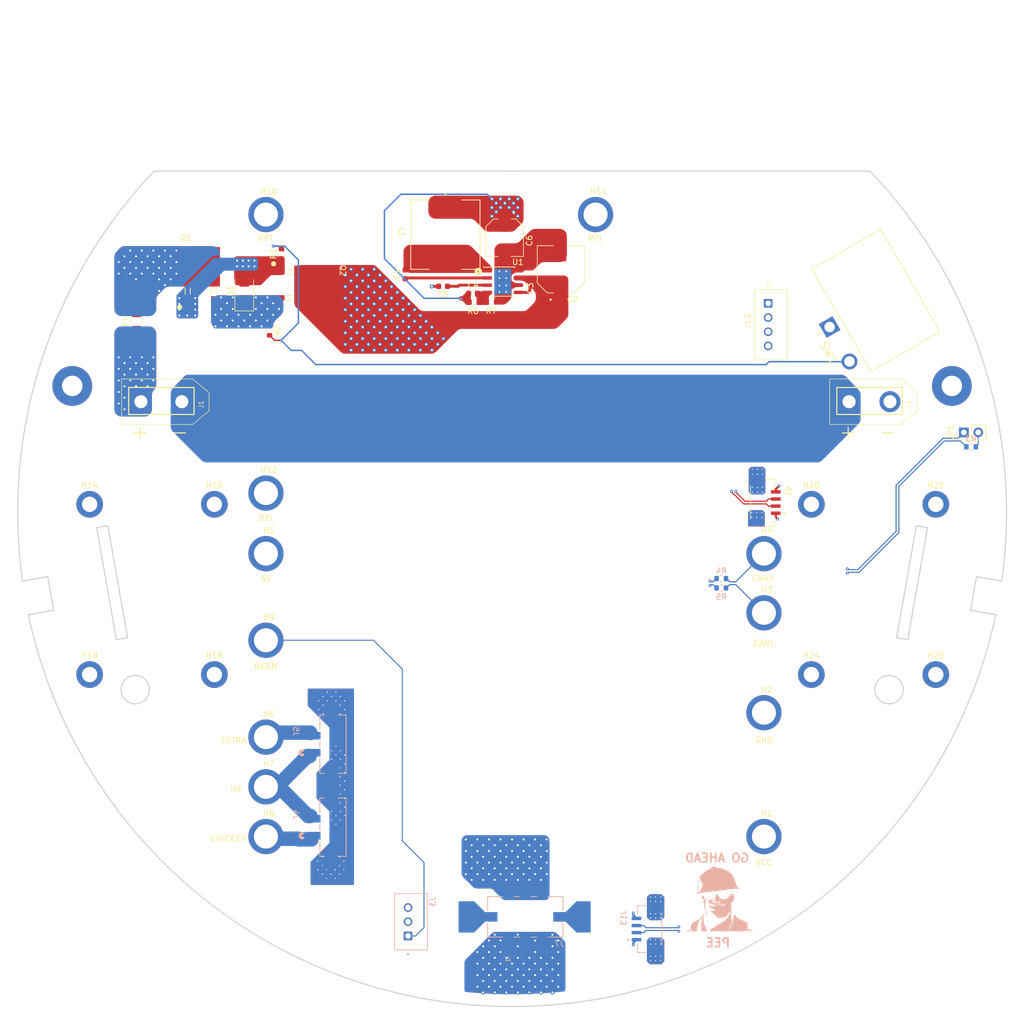
<source format=kicad_pcb>
(kicad_pcb (version 20221018) (generator pcbnew)
  (layers (0 "F.Cu" signal) (1 "In1.Cu" signal) (2 "In2.Cu" signal) (31 "B.Cu" signal) (34 "B.Paste" user) (35 "F.Paste" user) (36 "B.SilkS" user "B.Silkscreen") (37 "F.SilkS" user "F.Silkscreen") (38 "B.Mask" user) (39 "F.Mask" user) (44 "Edge.Cuts" user))
  (net 0 "")
  (net 1 "GND")
  (net 2 "/Power Input/VBAT")
  (net 3 "/Power Input/BAT_MID")
  (net 4 "VCC")
  (net 5 "/Power Input/VCC_MID")
  (net 6 "/Power Input/VGATE")
  (net 7 "/Power Input/FUSE_VCC")
  (net 8 "/Power Input/SW")
  (net 9 "EXTRA")
  (net 10 "HV")
  (net 11 "CHICKER")
  (net 12 "BKBM")
  (net 15 "/Power Board Connections/MP")
  (net 16 "CAN-")
  (net 17 "CAN+")
  (net 18 "/Power Board Connections/S1_PWR")
  (net 19 "/Power Board Connections/S2_PWR")
  (net 20 "/Baseplate Connections/MP1_POWER")
  (net 21 "/Baseplate Connections/MP2_POWER")
  (net 30 "/Baseplate Connections/S1_MTR")
  (net 31 "/Baseplate Connections/S2_MTR")
  (net 32 "/Power Board Connections/CANR-")
  (net 33 "/Power Board Connections/CANR+")
  (net 34 "Net-(JP1-B)")
  (net 37 "+5V")
  (net 38 "/Power Input/BOOT")
  (net 39 "/Power Input/LM_OUT")
  (net 40 "/Power Input/FB")
  (net 41 "/Power Input/U1_VCC")
  (footprint "Connector_PinHeader_2.54mm:PinHeader_1x02_P2.54mm_Vertical" (layer "F.Cu") (at 216.657 68.326 90)
    (fp_text reference "JP1")
    (fp_text value "Jumper_2_Bridged")
  )
  (footprint "bots:XT60_12-14AWG_POWER" (layer "F.Cu") (at 75.449621 62.921321 180)
    (fp_text reference "J1")
    (fp_text value "XT60" hide)
  )
  (footprint "bots:SMTSO2515CTJ" (layer "F.Cu") (at 93.853 121.946)
    (fp_text reference "H6")
    (fp_text value "EXTRA")
  )
  (footprint "bots:CAP_16SVPF180M" (layer "F.Cu") (at 135.8646 34.0614 -90)
    (fp_text reference "C6")
    (fp_text value "16SVPF180M")
  )
  (footprint "bots:SMTSO2515CTJ" (layer "F.Cu") (at 151.8539 29.99486)
    (fp_text reference "H11")
    (fp_text value "RPI")
  )
  (footprint "bots:MountingHole_2.7mm_M2.5_DIN965_Pad" (layer "F.Cu") (at 84.779349 110.938702)
    (fp_text reference "H19")
    (fp_text value "MountingHoleM2.5NoThread" hide)
  )
  (footprint "bots:MountingHole_2.7mm_M2.5_DIN965_Pad" (layer "F.Cu") (at 84.779349 80.978719)
    (fp_text reference "H15")
    (fp_text value "MountingHoleM2.5NoThread" hide)
  )
  (footprint "bots:MountingHole_2.7mm_M2.5_DIN965_Pad" (layer "F.Cu") (at 189.827411 110.938702)
    (fp_text reference "H24")
    (fp_text value "MountingHoleM2.5NoThread" hide)
  )
  (footprint "bots:DPAK-3_ONS" (layer "F.Cu") (at 102.2985 42.36575 -90)
    (fp_text reference "Q2")
    (fp_text value "MCU60P04-TP")
  )
  (footprint "bots:JST_BM04B-GHS-TBT" (layer "F.Cu") (at 180.213 80.6704 -90)
    (fp_text reference "J9")
    (fp_text value "JST_BM04B-GHS-TBT")
  )
  (footprint "bots:C_0603_1608Metric" (layer "F.Cu") (at 118.364 40.513 90)
    (fp_text reference "C1")
    (fp_text value "C_0.1u")
  )
  (footprint "bots:IND_CDRH127_LDNP-470MC_SUM" (layer "F.Cu") (at 125.4252 33.528 -90)
    (fp_text reference "L1")
    (fp_text value "CDRH127/LDNP-220MC")
  )
  (footprint "bots:CAP_25SVPF100M" (layer "F.Cu") (at 145.7452 39.624 90)
    (fp_text reference "C2")
    (fp_text value "25SVPF100M")
  )
  (footprint "bots:SMTSO2515CTJ" (layer "F.Cu") (at 93.853 29.99486)
    (fp_text reference "H10")
    (fp_text value "RPI")
  )
  (footprint "bots:SMTSO2515CTJ" (layer "F.Cu") (at 93.853 104.902)
    (fp_text reference "H9")
    (fp_text value "BKBM")
  )
  (footprint "bots:SMTSO2515CTJ" (layer "F.Cu") (at 181.483 139.446)
    (fp_text reference "H1")
    (fp_text value "VCC")
  )
  (footprint "bots:XT60_12-14AWG_POWER" (layer "F.Cu") (at 200.061697 62.921321 180)
    (fp_text reference "J2")
    (fp_text value "XT60" hide)
  )
  (footprint "bots:SW_RA1H1C112R" (layer "F.Cu") (at 193.04 49.784 120)
    (fp_text reference "SW1")
    (fp_text value "RA1H1C112R")
  )
  (footprint "bots:SMTSO2515CTJ" (layer "F.Cu") (at 93.853 78.99908)
    (fp_text reference "H12")
    (fp_text value "RPI")
  )
  (footprint "bots:C_0603_1608Metric" (layer "F.Cu") (at 125.0188 42.6212 180)
    (fp_text reference "C5")
    (fp_text value "2.2u")
  )
  (footprint "bots:D_SMA" (layer "F.Cu") (at 90.043 43.434 90)
    (fp_text reference "D1")
    (fp_text value "SMAZ12-13F")
  )
  (footprint "bots:DPAK-3_ONS" (layer "F.Cu") (at 82.37075 39.1885)
    (fp_text reference "Q1")
    (fp_text value "MCU60P04-TP")
  )
  (footprint "bots:SMTSO2515CTJ" (layer "F.Cu") (at 93.853 139.446)
    (fp_text reference "H8")
    (fp_text value "CHICKER")
  )
  (footprint "bots:SMTSO2515CTJ" (layer "F.Cu") (at 93.853 130.696)
    (fp_text reference "H7")
    (fp_text value "HV")
  )
  (footprint "bots:R_0603_1608Metric" (layer "F.Cu") (at 94.488 50.419 -90)
    (fp_text reference "R2")
    (fp_text value "R_100k")
  )
  (footprint "bots:Fuse_1206_3216Metric" (layer "F.Cu") (at 71.0946 48.8188 90)
    (fp_text reference "F1")
    (fp_text value "0501015.WR1")
  )
  (footprint "bots:TI_SO-PowerPAD-8_ThermalVias" (layer "F.Cu") (at 135.5337 41.783)
    (fp_text reference "U1")
    (fp_text value "LMR23630AFDDAR")
  )
  (footprint "bots:C_0805_2012Metric" (layer "F.Cu") (at 140.3096 40.259 90)
    (fp_text reference "C3")
    (fp_text value "10u")
  )
  (footprint "bots:MountingHole_3.6mm_M3_clearance" (layer "F.Cu") (at 59.775 60.15)
    (fp_text reference "H47" hide)
    (fp_text value "MountingHoleM2.5NoThread" hide)
  )
  (footprint "bots:SMTSO2515CTJ" (layer "F.Cu") (at 181.483 100.076)
    (fp_text reference "H3")
    (fp_text value "CANL")
  )
  (footprint "bots:R_0603_1608Metric" (layer "F.Cu") (at 130.4827 45.3932)
    (fp_text reference "R6")
    (fp_text value "88.7k")
  )
  (footprint "bots:MountingHole_2.7mm_M2.5_DIN965_Pad" (layer "F.Cu") (at 62.829849 80.978719)
    (fp_text reference "H14")
    (fp_text value "MountingHoleM2.5NoThread" hide)
  )
  (footprint "bots:SMTSO2515CTJ" (layer "F.Cu") (at 181.483 89.662)
    (fp_text reference "H4")
    (fp_text value "CANH")
  )
  (footprint "bots:MountingHole_2.7mm_M2.5_DIN965_Pad" (layer "F.Cu") (at 62.829849 110.938702)
    (fp_text reference "H18")
    (fp_text value "MountingHoleM2.5NoThread" hide)
  )
  (footprint "bots:C_0603_1608Metric" (layer "F.Cu") (at 130.2917 43.8627)
    (fp_text reference "C4")
    (fp_text value "C_30p")
  )
  (footprint "bots:MountingHole_2.7mm_M2.5_DIN965_Pad" (layer "F.Cu") (at 211.726333 110.938702)
    (fp_text reference "H25")
    (fp_text value "MountingHoleM2.5NoThread" hide)
  )
  (footprint "bots:R_0603_1608Metric" (layer "F.Cu") (at 133.5367 45.374)
    (fp_text reference "R7")
    (fp_text value "22.1k")
  )
  (footprint "bots:R_0603_1608Metric" (layer "F.Cu") (at 96.5962 36.9062 90)
    (fp_text reference "R1")
    (fp_text value "R_100k")
  )
  (footprint "bots:MountingHole_3.6mm_M3_clearance" (layer "F.Cu") (at 214.55 60.15)
    (fp_text reference "H48" hide)
    (fp_text value "MountingHoleM2.5NoThread" hide)
  )
  (footprint "bots:MountingHole_2.7mm_M2.5_DIN965_Pad" (layer "F.Cu") (at 189.827411 80.978719)
    (fp_text reference "H20")
    (fp_text value "MountingHoleM2.5NoThread" hide)
  )
  (footprint "bots:MountingHole_2.7mm_M2.5_DIN965_Pad" (layer "F.Cu") (at 211.726333 80.978719)
    (fp_text reference "H21")
    (fp_text value "MountingHoleM2.5NoThread" hide)
  )
  (footprint "bots:JST_B4B-XH-A" (layer "F.Cu") (at 182.753 48.1095 -90)
    (fp_text reference "J12")
    (fp_text value "JST_B4B-XH-A")
  )
  (footprint "bots:SMTSO2515CTJ" (layer "F.Cu") (at 181.483 117.646)
    (fp_text reference "H2")
    (fp_text value "GND")
  )
  (footprint "bots:SMTSO2515CTJ" (layer "F.Cu") (at 93.853 89.662)
    (fp_text reference "H5")
    (fp_text value "5V")
  )
  (footprint "bots:JST_B3B-XH-A" (layer "B.Cu") (at 119.38 154.432 90)
    (fp_text reference "J3")
    (fp_text value "JST_B3B-XH-A")
  )
  (footprint "bots:R_0603_1608Metric" (layer "B.Cu") (at 173.979 94.0427)
    (fp_text reference "R4")
    (fp_text value "R_0OHM_JUMPER")
  )
  (footprint "bots:TE_2-1445053-2_2PIN" (layer "B.Cu") (at 102.1461 139.295 90)
    (fp_text reference "J4")
    (fp_text value "TE_2-1445053-2_2PIN")
  )
  (footprint "bots:R_0603_1608Metric" (layer "B.Cu") (at 173.979 95.6937 180)
    (fp_text reference "R5")
    (fp_text value "R_0OHM_JUMPER")
  )
  (footprint "bots:JST_BM04B-GHS-TBT" (layer "B.Cu") (at 162.410349 155.72685 -90)
    (fp_text reference "J13")
    (fp_text value "JST_BM04B-GHS-TBT")
  )
  (footprint "bots:R_0603_1608Metric" (layer "B.Cu") (at 217.932 70.866 180)
    (fp_text reference "R3")
    (fp_text value "R_110R")
  )
  (footprint "bots:TE_2-1445053-2_2PIN" (layer "B.Cu") (at 102.1461 124.69 90)
    (fp_text reference "J5")
    (fp_text value "TE_2-1445053-2_2PIN")
  )
  (footprint "bots:TE_1586842-6_6PIN" (layer "B.Cu") (at 136.4935 158.27725 180)
    (fp_text reference "J7")
    (fp_text value "1586842-6")
  )
  (gr_line (start 195.326 55.88) (end 182.372 55.88) (stroke (width 0.254)) (layer "B.Cu"))
  (gr_line (start 182.372 55.88) (end 181.864 56.388) (stroke (width 0.254)) (layer "B.Cu"))
  (gr_line (start 181.864 56.388) (end 102.616 56.388) (stroke (width 0.254)) (layer "B.Cu"))
  (gr_poly (pts (xy 168.310972 155.900213) (xy 168.323254 155.900822) (xy 168.33643 155.901785) (xy 168.350085 155.903058) (xy 168.363802 155.904597) (xy 168.377168 155.906361) (xy 168.389766 155.908305) (xy 168.401181 155.910387) (xy 168.407689 155.911831) (xy 168.41387 155.913497) (xy 168.419729 155.91539) (xy 168.425272 155.917513) (xy 168.430507 155.919873) (xy 168.435438 155.922474) (xy 168.440073 155.925321) (xy 168.444417 155.928418) (xy 168.448476 155.93177) (xy 168.452258 155.935382) (xy 168.455767 155.93926) (xy 168.45901 155.943407) (xy 168.461993 155.947828) (xy 168.464723 155.952529) (xy 168.467205 155.957513) (xy 168.469447 155.962787) (xy 168.473091 155.971878) (xy 168.477141 155.981596) (xy 168.48146 155.991638) (xy 168.485913 156.001704) (xy 168.490365 156.011491) (xy 168.494682 156.020699) (xy 168.498726 156.029025) (xy 168.502365 156.036168) (xy 168.504623 156.040709) (xy 168.506468 156.044987) (xy 168.507231 156.047038) (xy 168.507887 156.049037) (xy 168.508433 156.050988) (xy 168.508869 156.052895) (xy 168.509192 156.054762) (xy 168.509401 156.056595) (xy 168.509496 156.058398) (xy 168.509473 156.060174) (xy 168.509333 156.061929) (xy 168.509072 156.063666) (xy 168.508691 156.065391) (xy 168.508187 156.067108) (xy 168.50756 156.06882) (xy 168.506806 156.070533) (xy 168.505926 156.072251) (xy 168.504918 156.073979) (xy 168.503779 156.07572) (xy 168.502509 156.077479) (xy 168.501106 156.079261) (xy 168.499569 156.081069) (xy 168.497897 156.08291) (xy 168.496087 156.084786) (xy 168.492049 156.088663) (xy 168.487445 156.092736) (xy 168.482263 156.097042) (xy 168.478404 156.100013) (xy 168.474387 156.102816) (xy 168.470244 156.105441) (xy 168.466008 156.107876) (xy 168.461711 156.11011) (xy 168.457384 156.112133) (xy 168.45306 156.113933) (xy 168.448771 156.1155) (xy 168.44455 156.116823) (xy 168.440427 156.117891) (xy 168.436437 156.118693) (xy 168.432609 156.119218) (xy 168.428978 156.119456) (xy 168.425574 156.119394) (xy 168.42243 156.119023) (xy 168.420966 156.118719) (xy 168.419579 156.118332) (xy 168.415804 156.117472) (xy 168.409953 156.116606) (xy 168.392512 156.114877) (xy 168.368244 156.113192) (xy 168.338135 156.111599) (xy 168.303171 156.110143) (xy 168.264341 156.108871) (xy 168.22263 156.10783) (xy 168.179025 156.107067) (xy 168.135777 156.10619) (xy 168.095089 156.10482) (xy 168.057874 156.103027) (xy 168.025048 156.100879) (xy 167.997527 156.098445) (xy 167.976224 156.095794) (xy 167.962056 156.092995) (xy 167.957934 156.091562) (xy 167.955938 156.090117) (xy 167.955526 156.089348) (xy 167.955184 156.088489) (xy 167.954911 156.087544) (xy 167.954706 156.086517) (xy 167.954567 156.085411) (xy 167.954495 156.084229) (xy 167.954542 156.081651) (xy 167.95484 156.078809) (xy 167.955381 156.075732) (xy 167.956155 156.072445) (xy 167.957154 156.068976) (xy 167.958371 156.065351) (xy 167.959796 156.061597) (xy 167.961422 156.057741) (xy 167.963241 156.05381) (xy 167.965243 156.049831) (xy 167.96742 156.045831) (xy 167.969765 156.041835) (xy 167.972268 156.037873) (xy 167.975134 156.033883) (xy 167.97854 156.02981) (xy 167.982445 156.025684) (xy 167.986802 156.021533) (xy 167.991568 156.017387) (xy 167.996699 156.013275) (xy 168.00215 156.009226) (xy 168.007878 156.005271) (xy 168.013839 156.001439) (xy 168.019987 155.997758) (xy 168.02628 155.994259) (xy 168.032673 155.99097) (xy 168.039122 155.987922) (xy 168.045582 155.985143) (xy 168.05201 155.982663) (xy 168.058361 155.980512) (xy 168.07197 155.976035) (xy 168.087257 155.97065) (xy 168.103702 155.964562) (xy 168.120784 155.957973) (xy 168.137983 155.951088) (xy 168.154777 155.944111) (xy 168.170647 155.937246) (xy 168.185072 155.930696) (xy 168.19201 155.927572) (xy 168.199255 155.924535) (xy 168.206749 155.921601) (xy 168.214432 155.918785) (xy 168.230132 155.913572) (xy 168.245885 155.909024) (xy 168.261219 155.905266) (xy 168.268582 155.903723) (xy 168.275663 155.902425) (xy 168.282405 155.901388) (xy 168.288747 155.900627) (xy 168.294632 155.90016) (xy 168.3 155.9)) (fill solid) (layer "B.SilkS"))
  (gr_poly (pts (xy 176.084649 149.497051) (xy 176.095171 149.497805) (xy 176.106281 149.498922) (xy 176.106243 149.498893) (xy 176.114878 149.500009) (xy 176.123404 149.501392) (xy 176.131801 149.503036) (xy 176.140046 149.50493) (xy 176.148121 149.507068) (xy 176.156003 149.50944) (xy 176.163673 149.512038) (xy 176.171108 149.514854) (xy 176.178289 149.517879) (xy 176.185194 149.521105) (xy 176.191802 149.524524) (xy 176.198094 149.528127) (xy 176.204048 149.531906) (xy 176.209642 149.535852) (xy 176.214857 149.539957) (xy 176.219672 149.544213) (xy 176.22481 149.549244) (xy 176.229545 149.554312) (xy 176.233884 149.559443) (xy 176.23784 149.564662) (xy 176.241422 149.569995) (xy 176.244639 149.575466) (xy 176.247503 149.581102) (xy 176.250022 149.586927) (xy 176.252208 149.592967) (xy 176.254069 149.599246) (xy 176.255617 149.605791) (xy 176.25686 149.612627) (xy 176.25781 149.619778) (xy 176.258476 149.62727) (xy 176.258868 149.635129) (xy 176.258997 149.64338) (xy 176.258898 149.65089) (xy 176.258603 149.658005) (xy 176.258112 149.664724) (xy 176.257425 149.671043) (xy 176.256544 149.676963) (xy 176.255469 149.68248) (xy 176.2542 149.687593) (xy 176.252739 149.6923) (xy 176.251086 149.696598) (xy 176.249241 149.700487) (xy 176.247206 149.703964) (xy 176.24498 149.707028) (xy 176.242566 149.709676) (xy 176.239962 149.711906) (xy 176.237171 149.713717) (xy 176.234192 149.715107) (xy 176.232883 149.71556) (xy 176.231516 149.71594) (xy 176.230094 149.716248) (xy 176.228621 149.716484) (xy 176.225534 149.716747) (xy 176.222284 149.716737) (xy 176.218897 149.716464) (xy 176.215401 149.715935) (xy 176.211824 149.715159) (xy 176.208192 149.714145) (xy 176.204535 149.712901) (xy 176.200878 149.711435) (xy 176.19725 149.709757) (xy 176.193678 149.707874) (xy 176.190189 149.705795) (xy 176.186812 149.703528) (xy 176.183573 149.701083) (xy 176.1805 149.698467) (xy 176.177385 149.695803) (xy 176.174023 149.693213) (xy 176.170446 149.690712) (xy 176.166686 149.688312) (xy 176.162773 149.686028) (xy 176.158739 149.683872) (xy 176.154617 149.681857) (xy 176.150438 149.679998) (xy 176.146234 149.678308) (xy 176.142035 149.676799) (xy 176.137875 149.675486) (xy 176.133784 149.674382) (xy 176.129794 149.673499) (xy 176.125937 149.672853) (xy 176.122244 149.672455) (xy 176.118747 149.672319) (xy 176.115179 149.672493) (xy 176.111278 149.673002) (xy 176.107083 149.673829) (xy 176.102631 149.674957) (xy 176.097962 149.676369) (xy 176.093115 149.678049) (xy 176.088128 149.679978) (xy 176.08304 149.68214) (xy 176.07789 149.684517) (xy 176.072717 149.687093) (xy 176.067558 149.689849) (xy 176.062454 149.692771) (xy 176.057442 149.695839) (xy 176.052562 149.699037) (xy 176.047852 149.702347) (xy 176.043351 149.705754) (xy 176.039024 149.709259) (xy 176.034827 149.712859) (xy 176.030779 149.716528) (xy 176.026904 149.720239) (xy 176.023221 149.723964) (xy 176.019753 149.727677) (xy 176.01652 149.731351) (xy 176.013544 149.734958) (xy 176.010847 149.738473) (xy 176.008449 149.741867) (xy 176.006371 149.745115) (xy 176.004636 149.748188) (xy 176.003265 149.751061) (xy 176.002278 149.753706) (xy 176.001935 149.754935) (xy 176.001697 149.756097) (xy 176.001566 149.757188) (xy 176.001544 149.758206) (xy 176.001664 149.759271) (xy 176.001947 149.760505) (xy 176.002983 149.763455) (xy 176.004621 149.76701) (xy 176.006827 149.771123) (xy 176.009568 149.77575) (xy 176.012813 149.780845) (xy 176.016528 149.786361) (xy 176.02068 149.792254) (xy 176.025238 149.798477) (xy 176.030167 149.804985) (xy 176.035436 149.811732) (xy 176.041011 149.818672) (xy 176.046861 149.825759) (xy 176.052951 149.832949) (xy 176.059251 149.840194) (xy 176.065726 149.84745) (xy 176.086095 149.869694) (xy 176.094687 149.878701) (xy 176.102413 149.886385) (xy 176.109419 149.892814) (xy 176.112699 149.895579) (xy 176.115853 149.898054) (xy 176.118901 149.900249) (xy 176.121861 149.902172) (xy 176.124751 149.903831) (xy 176.12759 149.905234) (xy 176.130395 149.90639) (xy 176.133186 149.907307) (xy 176.13598 149.907993) (xy 176.138796 149.908456) (xy 176.141652 149.908706) (xy 176.144567 149.908749) (xy 176.147558 149.908596) (xy 176.150645 149.908253) (xy 176.153845 149.907729) (xy 176.157177 149.907032) (xy 176.164309 149.905155) (xy 176.172189 149.902687) (xy 176.180964 149.899696) (xy 176.187053 149.897654) (xy 176.192873 149.895865) (xy 176.198418 149.894329) (xy 176.203682 149.893046) (xy 176.208657 149.892018) (xy 176.213336 149.891242) (xy 176.217713 149.890721) (xy 176.221782 149.890454) (xy 176.225535 149.890441) (xy 176.228966 149.890682) (xy 176.232067 149.891177) (xy 176.234833 149.891927) (xy 176.237257 149.892932) (xy 176.239332 149.894191) (xy 176.24105 149.895706) (xy 176.241774 149.896559) (xy 176.242406 149.897476) (xy 176.243302 149.900235) (xy 176.243982 149.90518) (xy 176.244451 149.912188) (xy 176.244713 149.921139) (xy 176.244638 149.944377) (xy 176.243794 149.973919) (xy 176.242217 150.008788) (xy 176.239945 150.048009) (xy 176.237016 150.090605) (xy 176.233466 150.1356) (xy 176.229151 150.182748) (xy 176.224028 150.231509) (xy 176.21829 150.280474) (xy 176.212125 150.328235) (xy 176.205724 150.373381) (xy 176.199277 150.414504) (xy 176.192976 150.450194) (xy 176.187009 150.479042) (xy 176.17416 150.533021) (xy 176.159732 150.590548) (xy 176.145495 150.644748) (xy 176.133214 150.688745) (xy 176.129572 150.700557) (xy 176.125637 150.712069) (xy 176.121386 150.723322) (xy 176.116793 150.734355) (xy 176.111832 150.745211) (xy 176.106479 150.755931) (xy 176.100708 150.766554) (xy 176.094495 150.777123) (xy 176.087813 150.787677) (xy 176.080639 150.798258) (xy 176.072946 150.808907) (xy 176.064711 150.819664) (xy 176.055906 150.830572) (xy 176.046508 150.841669) (xy 176.036491 150.852998) (xy 176.02583 150.8646) (xy 176.01719 150.873623) (xy 176.008115 150.882695) (xy 175.998681 150.891755) (xy 175.988964 150.900745) (xy 175.979041 150.909604) (xy 175.968986 150.918272) (xy 175.958877 150.92669) (xy 175.948788 150.934798) (xy 175.938796 150.942537) (xy 175.928976 150.949846) (xy 175.919405 150.956666) (xy 175.910159 150.962937) (xy 175.901312 150.968599) (xy 175.892942 150.973593) (xy 175.885123 150.977859) (xy 175.877932 150.981337) (xy 175.864132 150.987855) (xy 175.850378 150.994997) (xy 175.837034 151.00253) (xy 175.824465 151.010221) (xy 175.813033 151.017839) (xy 175.807858 151.021547) (xy 175.803103 151.02515) (xy 175.798815 151.028618) (xy 175.795039 151.031922) (xy 175.79182 151.035033) (xy 175.789204 151.037923) (xy 175.787658 151.04) (xy 175.78617 151.042445) (xy 175.784739 151.045274) (xy 175.783365 151.048502) (xy 175.78078 151.056221) (xy 175.778403 151.065726) (xy 175.776225 151.077143) (xy 175.774235 151.090598) (xy 175.772423 151.106216) (xy 175.770777 151.124123) (xy 175.769289 151.144443) (xy 175.767947 151.167304) (xy 175.76674 151.192829) (xy 175.76566 151.221146) (xy 175.763833 151.286652) (xy 175.762384 151.364828) (xy 175.750343 152.003704) (xy 175.745363 152.298703) (xy 175.74406 152.431807) (xy 175.743833 152.532198) (xy 175.744385 152.5778) (xy 175.745597 152.618533) (xy 175.747474 152.654472) (xy 175.750022 152.685688) (xy 175.753246 152.712255) (xy 175.757153 152.734246) (xy 175.759364 152.743549) (xy 175.761748 152.751735) (xy 175.764305 152.758813) (xy 175.767036 152.764794) (xy 175.770357 152.771379) (xy 175.773236 152.777528) (xy 175.775671 152.783318) (xy 175.777664 152.788824) (xy 175.779214 152.794125) (xy 175.779823 152.796722) (xy 175.780321 152.799297) (xy 175.780709 152.801858) (xy 175.780986 152.804416) (xy 175.781153 152.80698) (xy 175.781209 152.80956) (xy 175.781155 152.812165) (xy 175.78099 152.814805) (xy 175.780714 152.817489) (xy 175.780328 152.820228) (xy 175.779225 152.825906) (xy 175.777681 152.831916) (xy 175.775694 152.838334) (xy 175.773267 152.845238) (xy 175.770398 152.852703) (xy 175.767088 152.860808) (xy 175.762131 152.873431) (xy 175.756536 152.888996) (xy 175.750496 152.906891) (xy 175.744201 152.926503) (xy 175.737845 152.947221) (xy 175.731618 152.968434) (xy 175.725712 152.989529) (xy 175.72032 153.009894) (xy 175.717761 153.020955) (xy 175.715168 153.034226) (xy 175.709949 153.06669) (xy 175.704809 153.105878) (xy 175.699889 153.150382) (xy 175.695333 153.198793) (xy 175.691284 153.249703) (xy 175.687887 153.301704) (xy 175.685284 153.353388) (xy 175.682753 153.421655) (xy 175.681387 153.481314) (xy 175.681256 153.534073) (xy 175.682429 153.581642) (xy 175.684976 153.625729) (xy 175.688968 153.668044) (xy 175.694473 153.710295) (xy 175.701562 153.75419) (xy 175.726558 153.900894) (xy 175.749104 154.038359) (xy 175.755029 154.072775) (xy 175.761291 154.103196) (xy 175.764607 154.117076) (xy 175.768078 154.130158) (xy 175.771726 154.142511) (xy 175.775574 154.154202) (xy 175.779647 154.165297) (xy 175.783967 154.175863) (xy 175.788558 154.185969) (xy 175.793443 154.195682) (xy 175.798645 154.205068) (xy 175.804187 154.214195) (xy 175.810093 154.22313) (xy 175.816387 154.23194) (xy 175.826469 154.245328) (xy 175.837324 154.259337) (xy 175.848612 154.273551) (xy 175.85999 154.287555) (xy 175.871118 154.300935) (xy 175.881655 154.313275) (xy 175.891258 154.32416) (xy 175.899586 154.333174) (xy 175.903689 154.337706) (xy 175.907593 154.342485) (xy 175.911291 154.347489) (xy 175.914773 154.352696) (xy 175.918029 154.358083) (xy 175.921051 154.363627) (xy 175.923829 154.369307) (xy 175.926353 154.375099) (xy 175.928616 154.380981) (xy 175.930606 154.38693) (xy 175.932316 154.392924) (xy 175.933736 154.398941) (xy 175.934856 154.404958) (xy 175.935667 154.410952) (xy 175.936161 154.416901) (xy 175.936328 154.422782) (xy 175.936132 154.428401) (xy 175.935557 154.434675) (xy 175.934623 154.441537) (xy 175.93335 154.448919) (xy 175.931755 154.456755) (xy 175.929859 154.464976) (xy 175.927682 154.473517) (xy 175.925242 154.48231) (xy 175.922559 154.491288) (xy 175.919653 154.500384) (xy 175.916542 154.50953) (xy 175.913247 154.518661) (xy 175.909785 154.527708) (xy 175.906178 154.536604) (xy 175.902445 154.545283) (xy 175.898603 154.553678) (xy 175.881275 154.591034) (xy 175.861964 154.633753) (xy 175.843029 154.67656) (xy 175.826825 154.714185) (xy 175.819761 154.731212) (xy 175.812745 154.748685) (xy 175.799588 154.782991) (xy 175.793815 154.798832) (xy 175.788823 154.813138) (xy 175.784796 154.825412) (xy 175.781918 154.83516) (xy 175.779427 154.843645) (xy 175.776509 154.852303) (xy 175.773272 154.860889) (xy 175.769822 154.869162) (xy 175.766266 154.87688) (xy 175.76271 154.8838) (xy 175.760966 154.886885) (xy 175.759262 154.88968) (xy 175.757611 154.892154) (xy 175.756028 154.894277) (xy 175.754213 154.896777) (xy 175.751884 154.900358) (xy 175.745825 154.910491) (xy 175.73814 154.924134) (xy 175.729118 154.940745) (xy 175.719048 154.959784) (xy 175.708218 154.980709) (xy 175.696919 155.002979) (xy 175.685437 155.026052) (xy 175.67426 155.049195) (xy 175.663832 155.071668) (xy 175.65438 155.092916) (xy 175.646134 155.112386) (xy 175.639323 155.129523) (xy 175.634175 155.143773) (xy 175.630918 155.154581) (xy 175.630071 155.158521) (xy 175.629782 155.161392) (xy 175.629572 155.163963) (xy 175.628957 155.167018) (xy 175.627958 155.17052) (xy 175.626595 155.174427) (xy 175.624889 155.1787) (xy 175.622861 155.183301) (xy 175.620532 155.188188) (xy 175.617921 155.193322) (xy 175.615051 155.198664) (xy 175.611942 155.204175) (xy 175.608614 155.209813) (xy 175.605088 155.215541) (xy 175.601385 155.221317) (xy 175.597526 155.227103) (xy 175.593532 155.232859) (xy 175.589423 155.238545) (xy 175.581332 155.249874) (xy 175.573804 155.261112) (xy 175.567002 155.271967) (xy 175.561089 155.282145) (xy 175.556228 155.291353) (xy 175.554243 155.295501) (xy 175.552581 155.299297) (xy 175.551264 155.302703) (xy 175.550311 155.305684) (xy 175.549743 155.308202) (xy 175.549581 155.310221) (xy 175.549353 155.3125) (xy 175.548613 155.315783) (xy 175.547385 155.320008) (xy 175.545695 155.32511) (xy 175.541036 155.337702) (xy 175.534841 155.353058) (xy 175.527317 155.370678) (xy 175.51867 155.390063) (xy 175.509107 155.410712) (xy 175.498834 155.432126) (xy 175.453884 155.523719) (xy 175.417702 155.596665) (xy 175.414653 155.603045) (xy 175.41169 155.609842) (xy 175.408828 155.616995) (xy 175.406082 155.624442) (xy 175.403468 155.632125) (xy 175.401001 155.639981) (xy 175.398696 155.64795) (xy 175.396569 155.655973) (xy 175.394634 155.663988) (xy 175.392908 155.671934) (xy 175.391406 155.679753) (xy 175.390142 155.687382) (xy 175.389132 155.694761) (xy 175.388392 155.701831) (xy 175.387937 155.708529) (xy 175.387782 155.714797) (xy 175.387852 155.723003) (xy 175.38807 155.73043) (xy 175.388451 155.737106) (xy 175.38901 155.743057) (xy 175.389759 155.748313) (xy 175.390712 155.7529) (xy 175.391885 155.756846) (xy 175.393291 155.760179) (xy 175.394085 155.761624) (xy 175.394943 155.762926) (xy 175.395867 155.764089) (xy 175.396857 155.765115) (xy 175.397916 155.766009) (xy 175.399045 155.766774) (xy 175.400247 155.767412) (xy 175.401523 155.767929) (xy 175.402874 155.768327) (xy 175.404303 155.768609) (xy 175.4074 155.768842) (xy 175.410829 155.768654) (xy 175.414602 155.768074) (xy 175.416016 155.767742) (xy 175.417483 155.767284) (xy 175.419002 155.766705) (xy 175.420568 155.766008) (xy 175.422178 155.765196) (xy 175.423828 155.764274) (xy 175.427236 155.762111) (xy 175.430763 155.759546) (xy 175.434381 155.756609) (xy 175.438062 155.753327) (xy 175.441778 155.749729) (xy 175.445501 155.745843) (xy 175.449202 155.741696) (xy 175.452853 155.737317) (xy 175.456426 155.732735) (xy 175.459894 155.727978) (xy 175.463227 155.723073) (xy 175.466398 155.71805) (xy 175.469379 155.712935) (xy 175.483522 155.687313) (xy 175.501416 155.654463) (xy 175.539297 155.584003) (xy 175.547746 155.56777) (xy 175.555628 155.551925) (xy 175.562772 155.536865) (xy 175.569004 155.522985) (xy 175.574151 155.510684) (xy 175.578042 155.500357) (xy 175.580503 155.492401) (xy 175.581144 155.489436) (xy 175.581362 155.487213) (xy 175.581401 155.486265) (xy 175.581519 155.485258) (xy 175.581712 155.484194) (xy 175.58198 155.483078) (xy 175.582729 155.480697) (xy 175.583751 155.478138) (xy 175.58503 155.475424) (xy 175.586552 155.472579) (xy 175.588299 155.469625) (xy 175.590257 155.466586) (xy 175.59241 155.463485) (xy 175.594743 155.460346) (xy 175.59724 155.457191) (xy 175.599885 155.454044) (xy 175.602664 155.450928) (xy 175.60556 155.447866) (xy 175.608559 155.444881) (xy 175.611644 155.441997) (xy 175.614954 155.438663) (xy 175.618234 155.434699) (xy 175.621467 155.430143) (xy 175.624639 155.425033) (xy 175.627736 155.419409) (xy 175.630742 155.413309) (xy 175.633643 155.406771) (xy 175.636423 155.399834) (xy 175.639069 155.392538) (xy 175.641566 155.384919) (xy 175.643897 155.377017) (xy 175.64605 155.368871) (xy 175.648008 155.360519) (xy 175.649758 155.352) (xy 175.651284 155.343352) (xy 175.652572 155.334613) (xy 175.654953 155.318551) (xy 175.657662 155.303568) (xy 175.660604 155.289992) (xy 175.663685 155.278149) (xy 175.665249 155.272981) (xy 175.666811 155.268369) (xy 175.668362 155.264354) (xy 175.669888 155.260977) (xy 175.671378 155.25828) (xy 175.672821 155.256302) (xy 175.674204 155.255086) (xy 175.674869 155.254775) (xy 175.675515 155.254671) (xy 175.676174 155.254596) (xy 175.676878 155.254374) (xy 175.677625 155.254009) (xy 175.678413 155.253504) (xy 175.679239 155.252863) (xy 175.680102 155.252089) (xy 175.680999 155.251187) (xy 175.681929 155.25016) (xy 175.682889 155.249011) (xy 175.683878 155.247744) (xy 175.68593 155.244873) (xy 175.688071 155.241574) (xy 175.690281 155.237878) (xy 175.692546 155.233814) (xy 175.694847 155.229411) (xy 175.697168 155.224698) (xy 175.699493 155.219705) (xy 175.701804 155.214461) (xy 175.704084 155.208996) (xy 175.706317 155.203338) (xy 175.708485 155.197518) (xy 175.71075 155.191597) (xy 175.713267 155.185646) (xy 175.716009 155.179703) (xy 175.718949 155.173807) (xy 175.722062 155.167998) (xy 175.72532 155.162315) (xy 175.728698 155.156797) (xy 175.732168 155.151484) (xy 175.735706 155.146414) (xy 175.739283 155.141627) (xy 175.742874 155.137161) (xy 175.746452 155.133057) (xy 175.749991 155.129353) (xy 175.753465 155.126089) (xy 175.756846 155.123304) (xy 175.760109 155.121036) (xy 175.761793 155.119932) (xy 175.763444 155.118745) (xy 175.765062 155.117476) (xy 175.766645 155.116129) (xy 175.768192 155.114707) (xy 175.769701 155.113213) (xy 175.771171 155.111648) (xy 175.7726 155.110017) (xy 175.775332 155.106566) (xy 175.777884 155.102881) (xy 175.780247 155.098985) (xy 175.782409 155.0949) (xy 175.784358 155.09065) (xy 175.786083 155.086256) (xy 175.787574 155.081741) (xy 175.788819 155.077128) (xy 175.789807 155.07244) (xy 175.790526 155.067698) (xy 175.790966 155.062926) (xy 175.791115 155.058145) (xy 175.791492 155.052908) (xy 175.792597 155.046248) (xy 175.794394 155.038265) (xy 175.796844 155.02906) (xy 175.799912 155.018737) (xy 175.803559 155.007395) (xy 175.812444 154.982062) (xy 175.8232 154.953872) (xy 175.83553 154.923638) (xy 175.849136 154.892169) (xy 175.863721 154.860277) (xy 175.878305 154.82855) (xy 175.891911 154.797555) (xy 175.904242 154.768071) (xy 175.914998 154.740877) (xy 175.923882 154.716751) (xy 175.930597 154.696472) (xy 175.934844 154.68082) (xy 175.93595 154.674973) (xy 175.936326 154.670574) (xy 175.936547 154.666745) (xy 175.937196 154.662572) (xy 175.938251 154.658095) (xy 175.93969 154.653354) (xy 175.941492 154.64839) (xy 175.943633 154.643245) (xy 175.946093 154.637959) (xy 175.94885 154.632573) (xy 175.951881 154.627128) (xy 175.955166 154.621664) (xy 175.958681 154.616223) (xy 175.962406 154.610846) (xy 175.966318 154.605572) (xy 175.970395 154.600444) (xy 175.974617 154.595501) (xy 175.978959 154.590785) (xy 175.984632 154.584638) (xy 175.989878 154.578471) (xy 175.994713 154.572245) (xy 175.99915 154.565923) (xy 176.003205 154.559468) (xy 176.006893 154.552842) (xy 176.010229 154.546006) (xy 176.013228 154.538924) (xy 176.015904 154.531559) (xy 176.018273 154.523871) (xy 176.020349 154.515824) (xy 176.022148 154.50738) (xy 176.023683 154.498501) (xy 176.024971 154.48915) (xy 176.026026 154.479289) (xy 176.026864 154.46888) (xy 176.050635 154.136084) (xy 176.055429 154.075087) (xy 176.060607 154.019375) (xy 176.066166 153.968976) (xy 176.072102 153.923914) (xy 176.078409 153.884215) (xy 176.085084 153.849905) (xy 176.092123 153.821009) (xy 176.099521 153.797553) (xy 176.105629 153.779615) (xy 176.111325 153.760513) (xy 176.116486 153.740834) (xy 176.120986 153.721165) (xy 176.124703 153.702095) (xy 176.127512 153.684211) (xy 176.129288 153.668103) (xy 176.12975 153.660898) (xy 176.129908 153.654357) (xy 176.130005 153.648034) (xy 176.130291 153.641471) (xy 176.130756 153.634717) (xy 176.13139 153.627826) (xy 176.133127 153.613839) (xy 176.135425 153.599924) (xy 176.138205 153.586495) (xy 176.139751 153.580093) (xy 176.14139 153.573968) (xy 176.14311 153.568172) (xy 176.144903 153.562757) (xy 176.146758 153.557775) (xy 176.148665 153.553278) (xy 176.150679 153.549092) (xy 176.152844 153.545023) (xy 176.155142 153.541094) (xy 176.157551 153.537324) (xy 176.160052 153.533734) (xy 176.162625 153.530347) (xy 176.165249 153.527182) (xy 176.167905 153.524261) (xy 176.170573 153.521605) (xy 176.173232 153.519235) (xy 176.175863 153.517171) (xy 176.178445 153.515436) (xy 176.180959 153.51405) (xy 176.183384 153.513033) (xy 176.184557 153.51267) (xy 176.1857 153.512408) (xy 176.186812 153.512249) (xy 176.187888 153.512195) (xy 176.188952 153.512158) (xy 176.190025 153.512049) (xy 176.191105 153.511869) (xy 176.192191 153.51162) (xy 176.193281 153.511303) (xy 176.194372 153.510922) (xy 176.195464 153.510477) (xy 176.196554 153.50997) (xy 176.197639 153.509404) (xy 176.198719 153.508779) (xy 176.199792 153.508098) (xy 176.200855 153.507362) (xy 176.202946 153.505735) (xy 176.204976 153.503911) (xy 176.20693 153.501905) (xy 176.208795 153.499732) (xy 176.210554 153.497405) (xy 176.212192 153.49494) (xy 176.213695 153.49235) (xy 176.215047 153.489651) (xy 176.216234 153.486856) (xy 176.21676 153.485427) (xy 176.21724 153.48398) (xy 176.21818 153.480361) (xy 176.219172 153.475386) (xy 176.221279 153.461719) (xy 176.223493 153.443682) (xy 176.225745 153.421978) (xy 176.227968 153.397311) (xy 176.230092 153.370385) (xy 176.232051 153.341903) (xy 176.233776 153.312569) (xy 176.235494 153.283639) (xy 176.237432 153.256317) (xy 176.239523 153.231224) (xy 176.241701 153.208981) (xy 176.243899 153.190211) (xy 176.246051 153.175535) (xy 176.24809 153.165575) (xy 176.249047 153.162557) (xy 176.24995 153.160951) (xy 176.250466 153.160574) (xy 176.251136 153.160312) (xy 176.251956 153.160165) (xy 176.252922 153.160129) (xy 176.254029 153.160204) (xy 176.255273 153.160386) (xy 176.258151 153.161064) (xy 176.261521 153.162145) (xy 176.265346 153.163613) (xy 176.269591 153.165449) (xy 176.274219 153.167635) (xy 176.279194 153.170155) (xy 176.28448 153.172989) (xy 176.29004 153.176121) (xy 176.295839 153.179533) (xy 176.30184 153.183207) (xy 176.308007 153.187126) (xy 176.314304 153.191271) (xy 176.320694 153.195626) (xy 176.333895 153.205086) (xy 176.347532 153.215431) (xy 176.361213 153.226328) (xy 176.374544 153.237439) (xy 176.387131 153.24843) (xy 176.398583 153.258966) (xy 176.408504 153.26871) (xy 176.412768 153.27318) (xy 176.416503 153.277327) (xy 176.423631 153.285831) (xy 176.431059 153.29525) (xy 176.438568 153.305272) (xy 176.445939 153.315584) (xy 176.452954 153.325875) (xy 176.459395 153.335832) (xy 176.465042 153.345144) (xy 176.469678 153.353498) (xy 176.474086 153.361562) (xy 176.47908 153.370042) (xy 176.484487 153.378683) (xy 176.490135 153.387232) (xy 176.495852 153.395433) (xy 176.501465 153.403031) (xy 176.506803 153.409774) (xy 176.509314 153.412744) (xy 176.511692 153.415405) (xy 176.517076 153.421458) (xy 176.523832 153.429408) (xy 176.531689 153.438917) (xy 176.540376 153.449645) (xy 176.549621 153.461254) (xy 176.559153 153.473407) (xy 176.5687 153.485763) (xy 176.577993 153.497985) (xy 176.587985 153.511533) (xy 176.599539 153.527692) (xy 176.625676 153.565421) (xy 176.653099 153.606329) (xy 176.666261 153.626461) (xy 176.678504 153.645572) (xy 176.685736 153.656714) (xy 176.693044 153.66741) (xy 176.700435 153.677666) (xy 176.707918 153.687491) (xy 176.7155 153.69689) (xy 176.723187 153.705873) (xy 176.730988 153.714445) (xy 176.73891 153.722614) (xy 176.74696 153.730388) (xy 176.755147 153.737774) (xy 176.763477 153.74478) (xy 176.771958 153.751411) (xy 176.780597 153.757677) (xy 176.789402 153.763584) (xy 176.79838 153.769139) (xy 176.80754 153.77435) (xy 176.825088 153.783524) (xy 176.847189 153.794455) (xy 176.872948 153.806734) (xy 176.901473 153.819952) (xy 176.93187 153.8337) (xy 176.963245 153.847569) (xy 176.994705 153.86115) (xy 177.025356 153.874034) (xy 177.086969 153.899826) (xy 177.147385 153.925609) (xy 177.199665 153.948394) (xy 177.236867 153.965192) (xy 177.250388 153.971427) (xy 177.263392 153.977241) (xy 177.275568 153.982506) (xy 177.286603 153.987098) (xy 177.296185 153.99089) (xy 177.304001 153.993754) (xy 177.30974 153.995566) (xy 177.311733 153.996037) (xy 177.313089 153.996198) (xy 177.314986 153.996617) (xy 177.318561 153.997846) (xy 177.330381 154.002571) (xy 177.347811 154.010039) (xy 177.370111 154.019918) (xy 177.396542 154.031878) (xy 177.426365 154.045585) (xy 177.493233 154.076915) (xy 177.560641 154.108237) (xy 177.618362 154.133887) (xy 177.641673 154.143757) (xy 177.660261 154.151217) (xy 177.673359 154.155936) (xy 177.677609 154.157164) (xy 177.680199 154.157582) (xy 177.68234 154.157783) (xy 177.685273 154.158374) (xy 177.688944 154.159333) (xy 177.693304 154.160643) (xy 177.703884 154.16423) (xy 177.7166 154.168977) (xy 177.731041 154.174726) (xy 177.746796 154.181317) (xy 177.763455 154.188591) (xy 177.780606 154.196392) (xy 177.972222 154.28512) (xy 177.994407 154.295145) (xy 178.016097 154.304498) (xy 178.036745 154.312976) (xy 178.055807 154.320372) (xy 178.072737 154.326481) (xy 178.086991 154.331099) (xy 178.098023 154.33402) (xy 178.102161 154.33478) (xy 178.105289 154.335039) (xy 178.107858 154.335116) (xy 178.110355 154.335342) (xy 178.112767 154.33571) (xy 178.115081 154.336212) (xy 178.117284 154.336841) (xy 178.119364 154.337588) (xy 178.121306 154.338446) (xy 178.1231 154.339408) (xy 178.12473 154.340466) (xy 178.126185 154.341612) (xy 178.127452 154.34284) (xy 178.128011 154.343481) (xy 178.128517 154.34414) (xy 178.128971 154.344815) (xy 178.129369 154.345506) (xy 178.12971 154.346211) (xy 178.129993 154.34693) (xy 178.130215 154.347662) (xy 178.130376 154.348405) (xy 178.130474 154.349159) (xy 178.130507 154.349922) (xy 178.130586 154.350712) (xy 178.130821 154.351543) (xy 178.131208 154.352413) (xy 178.131743 154.35332) (xy 178.132421 154.354262) (xy 178.13324 154.355237) (xy 178.134195 154.356242) (xy 178.135283 154.357276) (xy 178.136499 154.358335) (xy 178.13784 154.359419) (xy 178.14088 154.361648) (xy 178.144372 154.363945) (xy 178.148285 154.366292) (xy 178.152588 154.368673) (xy 178.15725 154.371068) (xy 178.16224 154.37346) (xy 178.167527 154.375831) (xy 178.173079 154.378164) (xy 178.178866 154.38044) (xy 178.184857 154.382642) (xy 178.191021 154.384752) (xy 178.205645 154.390016) (xy 178.224066 154.397353) (xy 178.245537 154.406428) (xy 178.269313 154.416908) (xy 178.294648 154.428459) (xy 178.320798 154.440746) (xy 178.347017 154.453436) (xy 178.372561 154.466194) (xy 178.397608 154.479132) (xy 178.422404 154.492335) (xy 178.446305 154.505435) (xy 178.468666 154.51806) (xy 178.488842 154.529842) (xy 178.506188 154.540409) (xy 178.52006 154.549392) (xy 178.529812 154.556421) (xy 178.532443 154.558584) (xy 178.534981 154.560832) (xy 178.537428 154.563174) (xy 178.53979 154.565622) (xy 178.542068 154.568188) (xy 178.544268 154.570882) (xy 178.546393 154.573715) (xy 178.548447 154.576699) (xy 178.550433 154.579845) (xy 178.552356 154.583163) (xy 178.554219 154.586665) (xy 178.556025 154.590362) (xy 178.55778 154.594264) (xy 178.559486 154.598384) (xy 178.561148 154.602732) (xy 178.562769 154.607319) (xy 178.565903 154.617256) (xy 178.568919 154.628283) (xy 178.571848 154.640488) (xy 178.57472 154.653961) (xy 178.577565 154.66879) (xy 178.580414 154.685064) (xy 178.583296 154.702872) (xy 178.586243 154.722302) (xy 178.590276 154.754454) (xy 178.593986 154.79336) (xy 178.597295 154.837532) (xy 178.600124 154.885482) (xy 178.602398 154.93572) (xy 178.604038 154.986758) (xy 178.604966 155.037107) (xy 178.605104 155.085279) (xy 178.603823 155.185497) (xy 178.601283 155.2914) (xy 178.597863 155.390373) (xy 178.593941 155.469803) (xy 178.592267 155.502464) (xy 178.591281 155.534454) (xy 178.590965 155.564964) (xy 178.591299 155.593185) (xy 178.592263 155.618308) (xy 178.59384 155.639524) (xy 178.596009 155.656025) (xy 178.597309 155.662253) (xy 178.598751 155.667) (xy 178.600433 155.670962) (xy 178.602444 155.67489) (xy 178.604757 155.67876) (xy 178.607346 155.682548) (xy 178.610183 155.686231) (xy 178.613243 155.689786) (xy 178.6165 155.693187) (xy 178.619926 155.696413) (xy 178.623495 155.699438) (xy 178.627181 155.702241) (xy 178.630958 155.704796) (xy 178.634799 155.707081) (xy 178.638677 155.709072) (xy 178.642566 155.710745) (xy 178.64644 155.712077) (xy 178.648363 155.712607) (xy 178.650272 155.713043) (xy 178.674136 155.718142) (xy 178.711855 155.726462) (xy 178.808143 155.748183) (xy 178.832615 155.753986) (xy 178.855765 155.759879) (xy 178.877064 155.765698) (xy 178.89598 155.771281) (xy 178.911984 155.776463) (xy 178.924547 155.781081) (xy 178.929373 155.783128) (xy 178.933139 155.784972) (xy 178.935781 155.786594) (xy 178.93723 155.787973) (xy 178.93776 155.788636) (xy 178.938513 155.789373) (xy 178.940662 155.791058) (xy 178.943629 155.793005) (xy 178.947364 155.79519) (xy 178.951816 155.797593) (xy 178.956938 155.80019) (xy 178.962678 155.802959) (xy 178.968988 155.805877) (xy 178.983118 155.812072) (xy 178.998931 155.818594) (xy 179.016031 155.825263) (xy 179.03402 155.831899) (xy 179.17923 155.883678) (xy 179.206252 155.893642) (xy 179.238079 155.906025) (xy 179.270739 155.91925) (xy 179.300257 155.931738) (xy 179.314203 155.937684) (xy 179.329112 155.94381) (xy 179.359971 155.955909) (xy 179.374997 155.96153) (xy 179.389137 155.966631) (xy 179.40193 155.971039) (xy 179.412912 155.974578) (xy 179.418587 155.976484) (xy 179.42407 155.97866) (xy 179.429355 155.981101) (xy 179.434435 155.983799) (xy 179.4393 155.986747) (xy 179.443945 155.989937) (xy 179.448361 155.993363) (xy 179.452541 155.997018) (xy 179.456478 156.000895) (xy 179.460163 156.004986) (xy 179.46359 156.009284) (xy 179.46675 156.013783) (xy 179.469636 156.018476) (xy 179.472241 156.023354) (xy 179.474557 156.028412) (xy 179.476577 156.033643) (xy 179.478681 156.039896) (xy 179.48044 156.045743) (xy 179.48185 156.051218) (xy 179.482905 156.056357) (xy 179.483599 156.061194) (xy 179.483928 156.065763) (xy 179.483885 156.070098) (xy 179.483466 156.074234) (xy 179.483114 156.076238) (xy 179.482666 156.078205) (xy 179.482121 156.08014) (xy 179.481479 156.082046) (xy 179.479899 156.085791) (xy 179.477922 156.089475) (xy 179.475542 156.093132) (xy 179.472754 156.096796) (xy 179.469552 156.100502) (xy 179.465932 156.104285) (xy 179.461685 156.108343) (xy 179.459592 156.110179) (xy 179.457501 156.111887) (xy 179.455395 156.113469) (xy 179.453263 156.114925) (xy 179.451088 156.116255) (xy 179.448857 156.117461) (xy 179.446555 156.118544) (xy 179.444168 156.119504) (xy 179.441682 156.120342) (xy 179.439082 156.121059) (xy 179.436353 156.121655) (xy 179.433482 156.122132) (xy 179.430454 156.122489) (xy 179.427254 156.122729) (xy 179.423869 156.122852) (xy 179.420284 156.122858) (xy 179.416484 156.122748) (xy 179.412455 156.122523) (xy 179.408184 156.122185) (xy 179.403654 156.121733) (xy 179.393765 156.120492) (xy 179.382673 156.118808) (xy 179.370263 156.116686) (xy 179.35642 156.114132) (xy 179.34103 156.111154) (xy 179.320163 156.106637) (xy 179.298653 156.101226) (xy 179.277118 156.095125) (xy 179.256174 156.088539) (xy 179.236439 156.081673) (xy 179.218529 156.074731) (xy 179.20306 156.067919) (xy 179.196435 156.064626) (xy 179.190651 156.061441) (xy 179.178324 156.054644) (xy 179.16309 156.046918) (xy 179.145549 156.03853) (xy 179.126303 156.029746) (xy 179.10595 156.020836) (xy 179.08509 156.012067) (xy 179.064325 156.003705) (xy 179.044252 155.996019) (xy 179.031718 155.991485) (xy 179.019586 155.987354) (xy 179.007816 155.983621) (xy 178.996369 155.98028) (xy 178.985205 155.977324) (xy 178.974286 155.974747) (xy 178.963571 155.972544) (xy 178.953022 155.970707) (xy 178.942598 155.969231) (xy 178.932261 155.968109) (xy 178.921971 155.967336) (xy 178.911688 155.966905) (xy 178.901374 155.966809) (xy 178.890988 155.967043) (xy 178.880491 155.967601) (xy 178.869844 155.968476) (xy 178.853489 155.970354) (xy 178.837571 155.972765) (xy 178.822485 155.975609) (xy 178.808629 155.978786) (xy 178.796398 155.982194) (xy 178.791015 155.983955) (xy 178.786188 155.985736) (xy 178.781965 155.987525) (xy 178.778395 155.989309) (xy 178.77553 155.991077) (xy 178.773417 155.992815) (xy 178.772374 155.993902) (xy 178.7714 155.995011) (xy 178.770494 155.996143) (xy 178.769657 155.997298) (xy 178.768888 155.998477) (xy 178.768186 155.99968) (xy 178.767554 156.000908) (xy 178.766989 156.002162) (xy 178.766493 156.003442) (xy 178.766065 156.004748) (xy 178.765705 156.006082) (xy 178.765414 156.007444) (xy 178.765191 156.008834) (xy 178.765036 156.010253) (xy 178.764949 156.011702) (xy 178.76493 156.013181) (xy 178.76498 156.014691) (xy 178.765098 156.016233) (xy 178.765285 156.017806) (xy 178.765539 156.019412) (xy 178.765862 156.021052) (xy 178.766253 156.022725) (xy 178.766712 156.024432) (xy 178.76724 156.026174) (xy 178.7685 156.029766) (xy 178.770032 156.033505) (xy 178.771838 156.037396) (xy 178.773917 156.041443) (xy 178.776258 156.04603) (xy 178.778211 156.050349) (xy 178.779771 156.054433) (xy 178.780402 156.056396) (xy 178.780931 156.058313) (xy 178.781358 156.060186) (xy 178.781682 156.062021) (xy 178.781903 156.06382) (xy 178.782019 156.065589) (xy 178.78203 156.06733) (xy 178.781934 156.069049) (xy 178.781732 156.070748) (xy 178.781421 156.072432) (xy 178.781001 156.074105) (xy 178.780472 156.075771) (xy 178.779832 156.077433) (xy 178.779081 156.079097) (xy 178.778217 156.080764) (xy 178.77724 156.082441) (xy 178.776148 156.08413) (xy 178.774942 156.085836) (xy 178.77362 156.087563) (xy 178.772182 156.089314) (xy 178.76895 156.092906) (xy 178.765242 156.096644) (xy 178.761049 156.10056) (xy 178.756826 156.104122) (xy 178.752362 156.107364) (xy 178.747624 156.110294) (xy 178.742581 156.112917) (xy 178.737199 156.115241) (xy 178.731445 156.11727) (xy 178.725286 156.119011) (xy 178.71869 156.120471) (xy 178.711623 156.121657) (xy 178.704053 156.122573) (xy 178.695947 156.123227) (xy 178.687272 156.123625) (xy 178.677995 156.123773) (xy 178.668083 156.123678) (xy 178.657504 156.123345) (xy 178.646224 156.122782) (xy 178.633801 156.121968) (xy 178.622423 156.121016) (xy 178.612014 156.119898) (xy 178.6025 156.118581) (xy 178.593805 156.117037) (xy 178.585852 156.115234) (xy 178.578566 156.113142) (xy 178.571871 156.110732) (xy 178.565692 156.107972) (xy 178.559953 156.104832) (xy 178.554579 156.101283) (xy 178.549493 156.097293) (xy 178.54462 156.092832) (xy 178.539884 156.087871) (xy 178.535209 156.082379) (xy 178.530521 156.076325) (xy 178.527356 156.071978) (xy 178.524239 156.067518) (xy 178.518225 156.058393) (xy 178.512621 156.049214) (xy 178.50757 156.040246) (xy 178.503214 156.031754) (xy 178.501341 156.027769) (xy 178.499696 156.024002) (xy 178.498295 156.020487) (xy 178.497158 156.017256) (xy 178.496301 156.014342) (xy 178.495743 156.01178) (xy 178.494539 156.005919) (xy 178.492605 155.998066) (xy 178.490043 155.988563) (xy 178.486951 155.977752) (xy 178.483431 155.965976) (xy 178.479583 155.953576) (xy 178.475505 155.940894) (xy 178.4713 155.928272) (xy 178.468406 155.920059) (xy 178.465529 155.912547) (xy 178.462647 155.905712) (xy 178.459739 155.899531) (xy 178.456781 155.89398) (xy 178.453752 155.889036) (xy 178.450631 155.884674) (xy 178.447394 155.880872) (xy 178.44402 155.877606) (xy 178.442275 155.876166) (xy 178.440487 155.874852) (xy 178.438654 155.873659) (xy 178.436773 155.872586) (xy 178.434841 155.871629) (xy 178.432856 155.870785) (xy 178.428713 155.869425) (xy 178.424324 155.868484) (xy 178.419665 155.867936) (xy 178.414714 155.867758) (xy 178.4128 155.867825) (xy 178.410773 155.868024) (xy 178.406408 155.868804) (xy 178.401666 155.870072) (xy 178.39659 155.871802) (xy 178.391227 155.873967) (xy 178.385623 155.876541) (xy 178.379821 155.879499) (xy 178.373868 155.882813) (xy 178.36781 155.886458) (xy 178.361691 155.890407) (xy 178.355556 155.894634) (xy 178.349452 155.899113) (xy 178.343423 155.903817) (xy 178.337516 155.908721) (xy 178.331774 155.913798) (xy 178.326244 155.919022) (xy 178.320783 155.924527) (xy 178.315246 155.93043) (xy 178.309669 155.936676) (xy 178.304092 155.943211) (xy 178.298553 155.949981) (xy 178.293091 155.956933) (xy 178.287744 155.964011) (xy 178.282551 155.971162) (xy 178.27755 155.978332) (xy 178.27278 155.985466) (xy 178.268279 155.99251) (xy 178.264085 155.999411) (xy 178.260238 156.006114) (xy 178.256776 156.012565) (xy 178.253736 156.018709) (xy 178.251159 156.024494) (xy 178.248201 156.031135) (xy 178.244975 156.03754) (xy 178.241483 156.04371) (xy 178.237724 156.049643) (xy 178.2337 156.055339) (xy 178.229409 156.060798) (xy 178.224854 156.06602) (xy 178.220033 156.071003) (xy 178.214948 156.075749) (xy 178.2096 156.080256) (xy 178.203988 156.084524) (xy 178.198112 156.088552) (xy 178.191975 156.092341) (xy 178.185575 156.09589) (xy 178.178913 156.099198) (xy 178.17199 156.102266) (xy 178.160767 156.105849) (xy 178.144365 156.10906) (xy 178.12158 156.11192) (xy 178.091211 156.114448) (xy 178.052054 156.116663) (xy 178.002909 156.118584) (xy 177.942572 156.120231) (xy 177.869841 156.121623) (xy 177.682391 156.123717) (xy 177.430938 156.125023) (xy 177.105867 156.125693) (xy 176.697557 156.125882) (xy 175.625779 156.121666) (xy 175.342626 156.116444) (xy 175.265495 156.11307) (xy 175.231807 156.109191) (xy 175.225144 156.10698) (xy 175.218774 156.105107) (xy 175.212658 156.103574) (xy 175.206759 156.102383) (xy 175.201039 156.101537) (xy 175.19546 156.101038) (xy 175.189984 156.10089) (xy 175.184573 156.101094) (xy 175.17919 156.101655) (xy 175.173797 156.102573) (xy 175.168355 156.103852) (xy 175.162827 156.105494) (xy 175.157176 156.107502) (xy 175.151363 156.10988) (xy 175.14535 156.112628) (xy 175.1391 156.11575) (xy 175.135067 156.117556) (xy 175.13004 156.119263) (xy 175.116494 156.122382) (xy 175.097437 156.125122) (xy 175.071844 156.127496) (xy 175.03869 156.129517) (xy 174.996949 156.1312) (xy 174.945597 156.132558) (xy 174.88361 156.133604) (xy 174.723626 156.134817) (xy 174.508798 156.134946) (xy 174.230927 156.134101) (xy 173.881812 156.13239) (xy 172.928285 156.125269) (xy 172.338495 156.117404) (xy 172.205937 156.113389) (xy 172.089504 156.108667) (xy 172.001773 156.103831) (xy 171.972599 156.101555) (xy 171.955315 156.099472) (xy 171.949974 156.098395) (xy 171.944783 156.09714) (xy 171.93977 156.095721) (xy 171.934961 156.094155) (xy 171.930382 156.092457) (xy 171.926062 156.090641) (xy 171.922025 156.088724) (xy 171.9183 156.086721) (xy 171.914913 156.084648) (xy 171.91189 156.082519) (xy 171.909259 156.08035) (xy 171.907047 156.078157) (xy 171.905279 156.075954) (xy 171.903984 156.073759) (xy 171.903521 156.072668) (xy 171.903186 156.071584) (xy 171.902983 156.07051) (xy 171.902915 156.069448) (xy 171.902952 156.068384) (xy 171.903061 156.067307) (xy 171.903241 156.06622) (xy 171.90349 156.065123) (xy 171.903806 156.06402) (xy 171.904188 156.062911) (xy 171.904633 156.061799) (xy 171.90514 156.060686) (xy 171.905706 156.059574) (xy 171.906331 156.058465) (xy 171.907748 156.056262) (xy 171.909375 156.054095) (xy 171.911199 156.051978) (xy 171.913205 156.049927) (xy 171.915378 156.047958) (xy 171.917705 156.046087) (xy 171.92017 156.04433) (xy 171.92276 156.042702) (xy 171.925459 156.041219) (xy 171.928254 156.039897) (xy 171.93113 156.038751) (xy 171.937625 156.036219) (xy 171.945276 156.032921) (xy 171.953802 156.028998) (xy 171.962922 156.024587) (xy 171.972353 156.019829) (xy 171.981815 156.014861) (xy 171.991026 156.009822) (xy 171.999705 156.004853) (xy 172.003728 156.002436) (xy 172.007468 156.000085) (xy 172.010913 155.997811) (xy 172.014051 155.995627) (xy 172.016871 155.993546) (xy 172.019359 155.991578) (xy 172.021504 155.989738) (xy 172.023294 155.988037) (xy 172.024716 155.986488) (xy 172.02576 155.985102) (xy 172.026135 155.984475) (xy 172.026411 155.983893) (xy 172.026586 155.983359) (xy 172.026659 155.982873) (xy 172.026628 155.982437) (xy 172.026491 155.982053) (xy 172.026248 155.981723) (xy 172.025896 155.981447) (xy 172.025434 155.981228) (xy 172.024861 155.981067) (xy 172.024174 155.980966) (xy 172.023373 155.980925) (xy 172.022515 155.980861) (xy 172.021659 155.980688) (xy 172.020806 155.98041) (xy 172.019958 155.980029) (xy 172.019115 155.979547) (xy 172.01828 155.978969) (xy 172.017453 155.978296) (xy 172.016636 155.977531) (xy 172.01583 155.976676) (xy 172.015036 155.975736) (xy 172.014256 155.974711) (xy 172.013491 155.973606) (xy 172.012741 155.972423) (xy 172.012009 155.971164) (xy 172.011296 155.969832) (xy 172.010603 155.96843) (xy 172.009931 155.966961) (xy 172.009281 155.965427) (xy 172.008656 155.963832) (xy 172.008055 155.962177) (xy 172.007481 155.960466) (xy 172.006934 155.958701) (xy 172.006416 155.956886) (xy 172.005929 155.955022) (xy 172.005473 155.953113) (xy 172.00505 155.951161) (xy 172.004661 155.949169) (xy 172.004307 155.94714) (xy 172.00399 155.945076) (xy 172.00371 155.942981) (xy 172.00347 155.940856) (xy 172.00327 155.938706) (xy 172.003089 155.935654) (xy 172.003055 155.932606) (xy 172.003174 155.929553) (xy 172.003453 155.926488) (xy 172.003896 155.923401) (xy 172.004511 155.920286) (xy 172.005301 155.917132) (xy 172.006275 155.913932) (xy 172.007436 155.910678) (xy 172.008792 155.907361) (xy 172.010348 155.903973) (xy 172.012109 155.900505) (xy 172.014082 155.896949) (xy 172.016273 155.893298) (xy 172.018687 155.889541) (xy 172.02133 155.885672) (xy 172.027326 155.877562) (xy 172.03431 155.8689) (xy 172.042327 155.85962) (xy 172.051423 155.849654) (xy 172.061647 155.838937) (xy 172.073044 155.827401) (xy 172.085661 155.81498) (xy 172.099544 155.801607) (xy 172.119867 155.782486) (xy 172.139389 155.764648) (xy 172.157642 155.748482) (xy 172.17416 155.734381) (xy 172.188476 155.722733) (xy 172.200123 155.71393) (xy 172.204799 155.710718) (xy 172.208634 155.708362) (xy 172.211567 155.706913) (xy 172.213542 155.70642) (xy 172.214303 155.706393) (xy 172.215108 155.706315) (xy 172.216842 155.706006) (xy 172.218728 155.705506) (xy 172.220745 155.704823) (xy 172.222877 155.703968) (xy 172.225105 155.702952) (xy 172.227411 155.701785) (xy 172.229776 155.700478) (xy 172.232184 155.69904) (xy 172.234615 155.697483) (xy 172.237052 155.695817) (xy 172.239476 155.694052) (xy 172.241869 155.692199) (xy 172.244213 155.690268) (xy 172.24649 155.688269) (xy 172.248682 155.686214) (xy 172.261063 155.674529) (xy 172.279411 155.657619) (xy 172.301256 155.637746) (xy 172.324129 155.617174) (xy 172.33006 155.612008) (xy 172.336527 155.606622) (xy 172.350818 155.595366) (xy 172.366494 155.583752) (xy 172.383048 155.572128) (xy 172.399973 155.560841) (xy 172.416761 155.550238) (xy 172.432904 155.540667) (xy 172.440574 155.536377) (xy 172.447894 155.532475) (xy 172.46239 155.525281) (xy 172.477117 155.51857) (xy 172.491666 155.512489) (xy 172.505627 155.507183) (xy 172.518592 155.502802) (xy 172.530152 155.49949) (xy 172.535278 155.498282) (xy 172.539899 155.497395) (xy 172.543965 155.49685) (xy 172.547423 155.496665) (xy 172.551095 155.496365) (xy 172.555786 155.495484) (xy 172.561424 155.494054) (xy 172.567937 155.492102) (xy 172.575252 155.489659) (xy 172.583298 155.486755) (xy 172.601294 155.479679) (xy 172.621348 155.471113) (xy 172.642882 155.461292) (xy 172.66532 155.450455) (xy 172.688086 155.438838) (xy 172.701132 155.431766) (xy 172.714418 155.424117) (xy 172.727904 155.41592) (xy 172.741553 155.407207) (xy 172.755322 155.398008) (xy 172.769173 155.388353) (xy 172.783066 155.378274) (xy 172.796961 155.3678) (xy 172.810818 155.356962) (xy 172.824598 155.345791) (xy 172.83826 155.334317) (xy 172.851766 155.322571) (xy 172.865075 155.310583) (xy 172.878147 155.298383) (xy 172.890942 155.286003) (xy 172.903422 155.273473) (xy 172.925787 155.251046) (xy 172.949075 155.22853) (xy 172.972602 155.206534) (xy 172.995687 155.185662) (xy 173.017644 155.166524) (xy 173.037792 155.149725) (xy 173.055446 155.135873) (xy 173.063125 155.130242) (xy 173.069924 155.125575) (xy 173.097173 155.10726) (xy 173.125986 155.087211) (xy 173.152929 155.067856) (xy 173.164626 155.059199) (xy 173.174568 155.051627) (xy 173.184243 155.044385) (xy 173.195177 155.036677) (xy 173.206993 155.028738) (xy 173.219318 155.020805) (xy 173.231775 155.013114) (xy 173.243989 155.0059) (xy 173.255586 154.999401) (xy 173.266191 154.993852) (xy 173.288809 154.982389) (xy 173.314611 154.969079) (xy 173.340413 154.955572) (xy 173.363031 154.94352) (xy 173.391371 154.9288) (xy 173.432754 154.908031) (xy 173.481626 154.883975) (xy 173.532428 154.85939) (xy 173.581734 154.835584) (xy 173.626532 154.813646) (xy 173.661886 154.796015) (xy 173.682858 154.785132) (xy 173.699279 154.776219) (xy 173.722248 154.763953) (xy 173.775669 154.735832) (xy 173.788605 154.728876) (xy 173.801048 154.72178) (xy 173.812698 154.714743) (xy 173.823256 154.707963) (xy 173.832423 154.701641) (xy 173.8399 154.695976) (xy 173.84291 154.693452) (xy 173.845386 154.691166) (xy 173.84729 154.689145) (xy 173.848584 154.687412) (xy 173.849186 154.686574) (xy 173.850012 154.685646) (xy 173.852309 154.683528) (xy 173.855425 154.681087) (xy 173.859308 154.678349) (xy 173.863909 154.675344) (xy 173.869175 154.6721) (xy 173.875057 154.668643) (xy 173.881505 154.665003) (xy 173.888466 154.661208) (xy 173.895891 154.657285) (xy 173.903729 154.653262) (xy 173.911929 154.649167) (xy 173.929213 154.640876) (xy 173.938196 154.636735) (xy 173.947338 154.632634) (xy 173.965605 154.624704) (xy 173.983299 154.617306) (xy 173.999985 154.610601) (xy 174.01523 154.604752) (xy 174.028599 154.599921) (xy 174.03966 154.596269) (xy 174.047978 154.593959) (xy 174.050973 154.593358) (xy 174.05312 154.593154) (xy 174.054039 154.59308) (xy 174.055088 154.59286) (xy 174.056263 154.5925) (xy 174.057559 154.592) (xy 174.060497 154.590603) (xy 174.063864 154.588696) (xy 174.067624 154.586309) (xy 174.071742 154.583471) (xy 174.076179 154.580212) (xy 174.0809 154.576559) (xy 174.085868 154.572543) (xy 174.091046 154.568191) (xy 174.096398 154.563534) (xy 174.101888 154.558599) (xy 174.107478 154.553417) (xy 174.113132 154.548016) (xy 174.118813 154.542424) (xy 174.124485 154.536672) (xy 174.130173 154.530919) (xy 174.135899 154.525327) (xy 174.141625 154.519924) (xy 174.147313 154.51474) (xy 174.152926 154.509803) (xy 174.158424 154.505142) (xy 174.16377 154.500786) (xy 174.168926 154.496764) (xy 174.173854 154.493105) (xy 174.178515 154.489839) (xy 174.182871 154.486992) (xy 174.186884 154.484596) (xy 174.190516 154.482678) (xy 174.193729 154.481268) (xy 174.196484 154.480394) (xy 174.198745 154.480086) (xy 174.199831 154.480004) (xy 174.201087 154.479778) (xy 174.204085 154.478905) (xy 174.207693 154.477496) (xy 174.211863 154.47558) (xy 174.216549 154.473186) (xy 174.221706 154.470343) (xy 174.227287 154.467081) (xy 174.233246 154.463427) (xy 174.239537 154.459411) (xy 174.246113 154.455063) (xy 174.252928 154.45041) (xy 174.259936 154.445483) (xy 174.267091 154.44031) (xy 174.274346 154.434919) (xy 174.281655 154.429341) (xy 174.288971 154.423604) (xy 174.303566 154.412295) (xy 174.317888 154.401751) (xy 174.331572 154.392201) (xy 174.344255 154.383876) (xy 174.355573 154.377006) (xy 174.360606 154.374189) (xy 174.365162 154.371822) (xy 174.369195 154.369934) (xy 174.372659 154.368553) (xy 174.375509 154.367709) (xy 174.3777 154.36743) (xy 174.378723 154.367326) (xy 174.379943 154.367004) (xy 174.381355 154.366468) (xy 174.382951 154.365725) (xy 174.386672 154.363639) (xy 174.391054 154.360788) (xy 174.396048 154.357215) (xy 174.401603 154.352965) (xy 174.407668 154.348081) (xy 174.414192 154.342605) (xy 174.421124 154.336582) (xy 174.428414 154.330054) (xy 174.43601 154.323066) (xy 174.443862 154.315661) (xy 174.45192 154.307881) (xy 174.460132 154.299771) (xy 174.468447 154.291374) (xy 174.476815 154.282733) (xy 174.495418 154.263716) (xy 174.517187 154.242155) (xy 174.541329 154.218795) (xy 174.567054 154.194381) (xy 174.593568 154.169658) (xy 174.62008 154.145372) (xy 174.645799 154.122267) (xy 174.669931 154.10109) (xy 174.69472 154.079183) (xy 174.722322 154.053988) (xy 174.751812 154.026398) (xy 174.782266 153.997304) (xy 174.81276 153.967599) (xy 174.84237 153.938175) (xy 174.870171 153.909924) (xy 174.89524 153.883739) (xy 174.9466 153.829714) (xy 175.002594 153.771702) (xy 175.056459 153.716663) (xy 175.101429 153.671555) (xy 175.120064 153.652897) (xy 175.137448 153.635027) (xy 175.1532 153.61837) (xy 175.166942 153.603349) (xy 175.178291 153.590388) (xy 175.186869 153.57991) (xy 175.19 153.575734) (xy 175.192295 153.572339) (xy 175.193706 153.569776) (xy 175.194188 153.568099) (xy 175.194468 153.566343) (xy 175.195291 153.56355) (xy 175.19663 153.55978) (xy 175.198455 153.555095) (xy 175.203456 153.543219) (xy 175.210072 153.52841) (xy 175.21808 153.511152) (xy 175.22726 153.491933) (xy 175.237388 153.471238) (xy 175.248242 153.449553) (xy 175.259309 153.427226) (xy 175.270048 153.404688) (xy 175.280194 153.382556) (xy 175.289483 153.361446) (xy 175.297652 153.341973) (xy 175.304434 153.324754) (xy 175.309567 153.310403) (xy 175.312785 153.299538) (xy 175.313965 153.295022) (xy 175.315323 153.290417) (xy 175.316843 153.285754) (xy 175.318508 153.281067) (xy 175.320303 153.276389) (xy 175.322212 153.271753) (xy 175.324218 153.267192) (xy 175.326305 153.26274) (xy 175.328458 153.258429) (xy 175.330659 153.254293) (xy 175.332894 153.250364) (xy 175.335145 153.246676) (xy 175.337398 153.243262) (xy 175.339635 153.240154) (xy 175.34184 153.237387) (xy 175.343998 153.234993) (xy 175.346281 153.232515) (xy 175.348852 153.229502) (xy 175.351684 153.225994) (xy 175.354747 153.222033) (xy 175.361457 153.212917) (xy 175.368754 153.202486) (xy 175.376413 153.19107) (xy 175.384207 153.179) (xy 175.391909 153.166608) (xy 175.399292 153.154224) (xy 175.402877 153.147761) (xy 175.406467 153.140688) (xy 175.410039 153.133076) (xy 175.413571 153.124995) (xy 175.417038 153.116517) (xy 175.420418 153.10771) (xy 175.426826 153.089393) (xy 175.432608 153.070608) (xy 175.435207 153.061216) (xy 175.43758 153.051918) (xy 175.439704 153.042785) (xy 175.441557 153.033886) (xy 175.443115 153.025292) (xy 175.444355 153.017073) (xy 175.446978 152.999913) (xy 175.450459 152.980882) (xy 175.454646 152.960614) (xy 175.459391 152.939738) (xy 175.464543 152.918889) (xy 175.469952 152.898698) (xy 175.475468 152.879798) (xy 175.480941 152.862819) (xy 175.486502 152.847425) (xy 175.49227 152.833063) (xy 175.498077 152.820048) (xy 175.500942 152.814145) (xy 175.503755 152.808695) (xy 175.506493 152.80374) (xy 175.509135 152.799318) (xy 175.511662 152.795468) (xy 175.514051 152.79223) (xy 175.516283 152.789644) (xy 175.518335 152.787748) (xy 175.520187 152.786581) (xy 175.521031 152.786284) (xy 175.521817 152.786183) (xy 175.522558 152.786152) (xy 175.523265 152.78606) (xy 175.523939 152.785908) (xy 175.524579 152.785698) (xy 175.525186 152.785432) (xy 175.525758 152.785111) (xy 175.526295 152.784736) (xy 175.526797 152.784309) (xy 175.527264 152.783832) (xy 175.527695 152.783306) (xy 175.52809 152.782732) (xy 175.528448 152.782113) (xy 175.528769 152.78145) (xy 175.529053 152.780743) (xy 175.5293 152.779996) (xy 175.529509 152.779209) (xy 175.529679 152.778383) (xy 175.529811 152.777521) (xy 175.529904 152.776624) (xy 175.529957 152.775694) (xy 175.529971 152.774731) (xy 175.529944 152.773738) (xy 175.529877 152.772716) (xy 175.52977 152.771666) (xy 175.529621 152.77059) (xy 175.529431 152.769491) (xy 175.529199 152.768368) (xy 175.528924 152.767224) (xy 175.528607 152.76606) (xy 175.528247 152.764878) (xy 175.527844 152.763679) (xy 175.527398 152.762465) (xy 175.526553 152.760002) (xy 175.525892 152.757509) (xy 175.525411 152.755004) (xy 175.525107 152.752503) (xy 175.524977 152.750024) (xy 175.525016 152.747583) (xy 175.525222 152.745199) (xy 175.525591 152.742887) (xy 175.52612 152.740666) (xy 175.526805 152.738552) (xy 175.527643 152.736563) (xy 175.528631 152.734715) (xy 175.529764 152.733026) (xy 175.530385 152.732246) (xy 175.531041 152.731512) (xy 175.531731 152.730827) (xy 175.532456 152.730192) (xy 175.533215 152.72961) (xy 175.534008 152.729082) (xy 175.5348 152.728567) (xy 175.53556 152.728021) (xy 175.536286 152.727446) (xy 175.536978 152.726844) (xy 175.537636 152.726216) (xy 175.538259 152.725564) (xy 175.538846 152.724889) (xy 175.539398 152.724193) (xy 175.539914 152.723478) (xy 175.540394 152.722744) (xy 175.540836 152.721993) (xy 175.541241 152.721228) (xy 175.541608 152.720449) (xy 175.541937 152.719658) (xy 175.542227 152.718856) (xy 175.542479 152.718045) (xy 175.54269 152.717227) (xy 175.542862 152.716403) (xy 175.542993 152.715575) (xy 175.543083 152.714744) (xy 175.543133 152.713911) (xy 175.54314 152.713079) (xy 175.543105 152.712248) (xy 175.543028 152.711421) (xy 175.542908 152.710599) (xy 175.542744 152.709782) (xy 175.542537 152.708974) (xy 175.542285 152.708175) (xy 175.541989 152.707387) (xy 175.541648 152.706612) (xy 175.541261 152.70585) (xy 175.540828 152.705104) (xy 175.540406 152.704295) (xy 175.540052 152.703348) (xy 175.539764 152.702266) (xy 175.539542 152.701054) (xy 175.539291 152.698261) (xy 175.53929 152.695005) (xy 175.539532 152.691322) (xy 175.54001 152.687249) (xy 175.540715 152.682825) (xy 175.541639 152.678084) (xy 175.542776 152.673065) (xy 175.544116 152.667804) (xy 175.545654 152.662338) (xy 175.54738 152.656703) (xy 175.549287 152.650938) (xy 175.551368 152.645078) (xy 175.553615 152.63916) (xy 175.556019 152.633222) (xy 175.558888 152.626086) (xy 175.561458 152.619128) (xy 175.563727 152.612347) (xy 175.565697 152.60574) (xy 175.567368 152.599308) (xy 175.568739 152.593049) (xy 175.569811 152.586962) (xy 175.570583 152.581047) (xy 175.571056 152.5753) (xy 175.57123 152.569723) (xy 175.571104 152.564313) (xy 175.570679 152.55907) (xy 175.569955 152.553991) (xy 175.568932 152.549078) (xy 175.56761 152.544327) (xy 175.565989 152.539739) (xy 175.563591 152.533702) (xy 175.561435 152.528509) (xy 175.559478 152.524181) (xy 175.55856 152.522349) (xy 175.557677 152.52074) (xy 175.556822 152.519359) (xy 175.555991 152.518207) (xy 175.555177 152.517287) (xy 175.554376 152.516602) (xy 175.553582 152.516155) (xy 175.55279 152.515947) (xy 175.551995 152.515983) (xy 175.551191 152.516263) (xy 175.550373 152.516792) (xy 175.549536 152.517571) (xy 175.548674 152.518604) (xy 175.547783 152.519892) (xy 175.546856 152.521439) (xy 175.545888 152.523248) (xy 175.54381 152.527658) (xy 175.541506 152.533145) (xy 175.538934 152.53973) (xy 175.532814 152.556276) (xy 175.530773 152.561617) (xy 175.528598 152.566808) (xy 175.526309 152.571822) (xy 175.523925 152.576631) (xy 175.521466 152.581209) (xy 175.518951 152.58553) (xy 175.516399 152.589566) (xy 175.51383 152.593291) (xy 175.511263 152.596679) (xy 175.508718 152.599701) (xy 175.506214 152.602332) (xy 175.50377 152.604545) (xy 175.501406 152.606312) (xy 175.499141 152.607608) (xy 175.498052 152.60807) (xy 175.496995 152.608405) (xy 175.495972 152.608608) (xy 175.494986 152.608676) (xy 175.493999 152.608719) (xy 175.492972 152.608844) (xy 175.491908 152.609051) (xy 175.490809 152.609336) (xy 175.489678 152.609699) (xy 175.488517 152.610136) (xy 175.486116 152.611227) (xy 175.483626 152.612592) (xy 175.481067 152.614216) (xy 175.478458 152.61608) (xy 175.475821 152.618169) (xy 175.473174 152.620467) (xy 175.470539 152.622955) (xy 175.467934 152.625618) (xy 175.46538 152.62844) (xy 175.462897 152.631402) (xy 175.460505 152.63449) (xy 175.458224 152.637686) (xy 175.456074 152.640973) (xy 175.453887 152.64426) (xy 175.4515 152.647454) (xy 175.448934 152.650539) (xy 175.446215 152.653499) (xy 175.443365 152.656316) (xy 175.440407 152.658975) (xy 175.437367 152.661459) (xy 175.434267 152.663752) (xy 175.43113 152.665836) (xy 175.42798 152.667696) (xy 175.424842 152.669315) (xy 175.421737 152.670677) (xy 175.41869 152.671764) (xy 175.417196 152.6722) (xy 175.415725 152.672562) (xy 175.41428 152.672846) (xy 175.412865 152.673052) (xy 175.411481 152.673177) (xy 175.410133 152.67322) (xy 175.408557 152.673245) (xy 175.40705 152.673322) (xy 175.405614 152.67345) (xy 175.404248 152.67363) (xy 175.402951 152.673861) (xy 175.401725 152.674143) (xy 175.400569 152.674477) (xy 175.399483 152.674862) (xy 175.398467 152.675298) (xy 175.397521 152.675785) (xy 175.396645 152.676324) (xy 175.395839 152.676914) (xy 175.395103 152.677555) (xy 175.394437 152.678247) (xy 175.393841 152.678991) (xy 175.393315 152.679786) (xy 175.392859 152.680632) (xy 175.392474 152.68153) (xy 175.392158 152.682479) (xy 175.391912 152.683479) (xy 175.391736 152.68453) (xy 175.391631 152.685632) (xy 175.391595 152.686786) (xy 175.391629 152.687991) (xy 175.391734 152.689247) (xy 175.391908 152.690554) (xy 175.392152 152.691912) (xy 175.392467 152.693322) (xy 175.392851 152.694783) (xy 175.393305 152.696295) (xy 175.39383 152.697858) (xy 175.394424 152.699472) (xy 175.395355 152.702261) (xy 175.396072 152.705197) (xy 175.39658 152.708257) (xy 175.396883 152.711414) (xy 175.396985 152.714645) (xy 175.396892 152.717924) (xy 175.396606 152.721226) (xy 175.396133 152.724527) (xy 175.395476 152.727801) (xy 175.39464 152.731024) (xy 175.393629 152.734171) (xy 175.392448 152.737217) (xy 175.391101 152.740137) (xy 175.389592 152.742906) (xy 175.387925 152.7455) (xy 175.386104 152.747893) (xy 175.384071 152.750149) (xy 175.381781 152.752342) (xy 175.37926 152.754459) (xy 175.376532 152.75649) (xy 175.373624 152.758422) (xy 175.37056 152.760246) (xy 175.367365 152.76195) (xy 175.364065 152.763521) (xy 175.360686 152.76495) (xy 175.357251 152.766225) (xy 175.353787 152.767335) (xy 175.350319 152.768268) (xy 175.346872 152.769014) (xy 175.343471 152.76956) (xy 175.340141 152.769896) (xy 175.336908 152.770011) (xy 175.333717 152.770152) (xy 175.330509 152.770568) (xy 175.327305 152.771244) (xy 175.324128 152.772165) (xy 175.320997 152.773319) (xy 175.317933 152.77469) (xy 175.314959 152.776265) (xy 175.312095 152.77803) (xy 175.309362 152.77997) (xy 175.306781 152.782072) (xy 175.304373 152.784322) (xy 175.30216 152.786706) (xy 175.300162 152.789209) (xy 175.2984 152.791817) (xy 175.296896 152.794517) (xy 175.296247 152.795897) (xy 175.295671 152.797295) (xy 175.294688 152.800143) (xy 175.293927 152.802966) (xy 175.293383 152.805749) (xy 175.293053 152.808476) (xy 175.292932 152.811131) (xy 175.293016 152.813696) (xy 175.293302 152.816157) (xy 175.293784 152.818497) (xy 175.29446 152.820701) (xy 175.295325 152.822751) (xy 175.295827 152.823714) (xy 175.296374 152.824632) (xy 175.296967 152.825504) (xy 175.297604 152.826328) (xy 175.298286 152.827102) (xy 175.299011 152.827823) (xy 175.29978 152.828489) (xy 175.300591 152.8291) (xy 175.301444 152.829652) (xy 175.302338 152.830143) (xy 175.303274 152.830573) (xy 175.304251 152.830937) (xy 175.305226 152.831303) (xy 175.30619 152.831744) (xy 175.307139 152.832258) (xy 175.308074 152.832843) (xy 175.308992 152.833496) (xy 175.309893 152.834214) (xy 175.310776 152.834996) (xy 175.311639 152.83584) (xy 175.312481 152.836742) (xy 175.3133 152.8377) (xy 175.314097 152.838712) (xy 175.314869 152.839776) (xy 175.315614 152.840888) (xy 175.316333 152.842048) (xy 175.317024 152.843252) (xy 175.317685 152.844498) (xy 175.318316 152.845783) (xy 175.318914 152.847106) (xy 175.31948 152.848464) (xy 175.320011 152.849854) (xy 175.320507 152.851274) (xy 175.320966 152.852721) (xy 175.321387 152.854194) (xy 175.321769 152.85569) (xy 175.32211 152.857207) (xy 175.32241 152.858741) (xy 175.322667 152.860292) (xy 175.32288 152.861855) (xy 175.323048 152.86343) (xy 175.323169 152.865013) (xy 175.323243 152.866603) (xy 175.323268 152.868196) (xy 175.323235 152.870059) (xy 175.323137 152.871867) (xy 175.322974 152.873619) (xy 175.322745 152.875314) (xy 175.322452 152.876954) (xy 175.322095 152.878537) (xy 175.321674 152.880063) (xy 175.321189 152.881533) (xy 175.32064 152.882945) (xy 175.320027 152.8843) (xy 175.319352 152.885597) (xy 175.318614 152.886837) (xy 175.317813 152.888018) (xy 175.316949 152.889141) (xy 175.316024 152.890205) (xy 175.315036 152.89121) (xy 175.313987 152.892156) (xy 175.312877 152.893043) (xy 175.311705 152.893871) (xy 175.310472 152.894638) (xy 175.309179 152.895346) (xy 175.307826 152.895993) (xy 175.306412 152.89658) (xy 175.304938 152.897106) (xy 175.303405 152.897571) (xy 175.301812 152.897975) (xy 175.30016 152.898317) (xy 175.298449 152.898598) (xy 175.29668 152.898816) (xy 175.294852 152.898973) (xy 175.292966 152.899067) (xy 175.291022 152.899098) (xy 175.288503 152.899131) (xy 175.286114 152.899235) (xy 175.283852 152.899416) (xy 175.281714 152.899684) (xy 175.279698 152.900045) (xy 175.277798 152.900508) (xy 175.276013 152.901079) (xy 175.274338 152.901768) (xy 175.272771 152.90258) (xy 175.271308 152.903524) (xy 175.269945 152.904609) (xy 175.268681 152.90584) (xy 175.26751 152.907226) (xy 175.26643 152.908775) (xy 175.265437 152.910494) (xy 175.264529 152.912391) (xy 175.263701 152.914474) (xy 175.262951 152.91675) (xy 175.262275 152.919227) (xy 175.26167 152.921913) (xy 175.261132 152.924815) (xy 175.260659 152.927941) (xy 175.260246 152.931298) (xy 175.259891 152.934895) (xy 175.259591 152.938739) (xy 175.259341 152.942837) (xy 175.25898 152.951828) (xy 175.258784 152.96193) (xy 175.258724 152.973203) (xy 175.258651 152.984032) (xy 175.258419 152.993851) (xy 175.258007 153.002715) (xy 175.257392 153.010679) (xy 175.256553 153.017796) (xy 175.25547 153.024121) (xy 175.254121 153.029708) (xy 175.252484 153.034613) (xy 175.250539 153.038888) (xy 175.248263 153.042589) (xy 175.245636 153.045771) (xy 175.242635 153.048486) (xy 175.239241 153.050791) (xy 175.235431 153.052739) (xy 175.231184 153.054384) (xy 175.226478 153.055782) (xy 175.223191 153.056708) (xy 175.219995 153.05774) (xy 175.216907 153.058866) (xy 175.213944 153.060076) (xy 175.211123 153.061358) (xy 175.208459 153.062702) (xy 175.205971 153.064096) (xy 175.203673 153.065531) (xy 175.201584 153.066994) (xy 175.19972 153.068475) (xy 175.198096 153.069963) (xy 175.196731 153.071447) (xy 175.19564 153.072916) (xy 175.19484 153.074359) (xy 175.194554 153.075068) (xy 175.194348 153.075765) (xy 175.194222 153.076452) (xy 175.19418 153.077124) (xy 175.194206 153.077795) (xy 175.194285 153.078477) (xy 175.194414 153.079167) (xy 175.194593 153.079865) (xy 175.19482 153.080569) (xy 175.195094 153.081279) (xy 175.195413 153.081992) (xy 175.195777 153.082707) (xy 175.196183 153.083424) (xy 175.196632 153.084141) (xy 175.19712 153.084856) (xy 175.197648 153.085569) (xy 175.198815 153.086981) (xy 175.200122 153.088367) (xy 175.201559 153.089717) (xy 175.203116 153.09102) (xy 175.204782 153.092266) (xy 175.206547 153.093444) (xy 175.2084 153.094545) (xy 175.210331 153.095558) (xy 175.21233 153.096472) (xy 175.214385 153.097278) (xy 175.215526 153.097752) (xy 175.216531 153.098303) (xy 175.217403 153.09893) (xy 175.21814 153.099633) (xy 175.218743 153.100411) (xy 175.219214 153.101263) (xy 175.219551 153.102189) (xy 175.219756 153.103187) (xy 175.21983 153.104257) (xy 175.219771 153.105398) (xy 175.219582 153.106609) (xy 175.219262 153.10789) (xy 175.218813 153.109241) (xy 175.218233 153.110659) (xy 175.217524 153.112145) (xy 175.216686 153.113697) (xy 175.21572 153.115315) (xy 175.214626 153.116999) (xy 175.213404 153.118746) (xy 175.212056 153.120558) (xy 175.21058 153.122432) (xy 175.208979 153.124369) (xy 175.207252 153.126367) (xy 175.205399 153.128426) (xy 175.203421 153.130545) (xy 175.201319 153.132723) (xy 175.199093 153.134959) (xy 175.196744 153.137253) (xy 175.191675 153.142011) (xy 175.186118 153.146991) (xy 175.176114 153.155524) (xy 175.166236 153.163489) (xy 175.156739 153.170709) (xy 175.147879 153.177011) (xy 175.139909 153.182218) (xy 175.136339 153.184357) (xy 175.133087 153.186156) (xy 175.130185 153.187594) (xy 175.127665 153.188648) (xy 175.12556 153.189298) (xy 175.1239 153.18952) (xy 175.123203 153.18955) (xy 175.122536 153.189636) (xy 175.121901 153.189776) (xy 175.121296 153.18997) (xy 175.120723 153.190216) (xy 175.120182 153.190512) (xy 175.119674 153.190857) (xy 175.119198 153.19125) (xy 175.118755 153.19169) (xy 175.118345 153.192174) (xy 175.117969 153.192702) (xy 175.117627 153.193273) (xy 175.11732 153.193884) (xy 175.117047 153.194534) (xy 175.11681 153.195222) (xy 175.116607 153.195947) (xy 175.116441 153.196707) (xy 175.116311 153.197501) (xy 175.116217 153.198327) (xy 175.11616 153.199185) (xy 175.11614 153.200071) (xy 175.116157 153.200986) (xy 175.116213 153.201928) (xy 175.116306 153.202895) (xy 175.116438 153.203887) (xy 175.116609 153.204901) (xy 175.116819 153.205936) (xy 175.117069 153.206991) (xy 175.117359 153.208064) (xy 175.117689 153.209154) (xy 175.118059 153.21026) (xy 175.11847 153.21138) (xy 175.118852 153.212551) (xy 175.119133 153.213807) (xy 175.119315 153.215144) (xy 175.1194 153.216559) (xy 175.11939 153.218047) (xy 175.119288 153.219606) (xy 175.119094 153.22123) (xy 175.11881 153.222916) (xy 175.117981 153.226459) (xy 175.116817 153.230203) (xy 175.11533 153.234118) (xy 175.113537 153.238172) (xy 175.111451 153.242334) (xy 175.109088 153.246573) (xy 175.106462 153.250859) (xy 175.103587 153.25516) (xy 175.100478 153.259445) (xy 175.09715 153.263683) (xy 175.093617 153.267843) (xy 175.089894 153.271894) (xy 175.08185 153.280169) (xy 175.073154 153.288876) (xy 175.064081 153.297756) (xy 175.054906 153.306546) (xy 175.045907 153.314988) (xy 175.037357 153.32282) (xy 175.029535 153.329781) (xy 175.022715 153.335611) (xy 175.019489 153.338373) (xy 175.016059 153.341459) (xy 175.012456 153.344837) (xy 175.008709 153.348472) (xy 175.000906 153.356383) (xy 174.992893 153.364929) (xy 174.984914 153.373844) (xy 174.977209 153.382863) (xy 174.970023 153.391722) (xy 174.9667 153.396009) (xy 174.963597 153.400156) (xy 174.95147 153.416792) (xy 174.939831 153.432939) (xy 174.929998 153.446751) (xy 174.923288 153.45638) (xy 174.922534 153.457321) (xy 174.921455 153.45841) (xy 174.91836 153.461011) (xy 174.914073 153.464144) (xy 174.908668 153.467769) (xy 174.902216 153.471844) (xy 174.894789 153.47633) (xy 174.8773 153.486373) (xy 174.856778 153.497576) (xy 174.8338 153.509618) (xy 174.808942 153.522176) (xy 174.78278 153.534928) (xy 174.756322 153.547802) (xy 174.730613 153.560711) (xy 174.706289 153.573307) (xy 174.683986 153.585244) (xy 174.664339 153.596175) (xy 174.647985 153.605754) (xy 174.63556 153.613635) (xy 174.631019 153.61683) (xy 174.627699 153.61947) (xy 174.624597 153.621841) (xy 174.620697 153.624246) (xy 174.616056 153.626668) (xy 174.610733 153.629091) (xy 174.604785 153.631497) (xy 174.598271 153.63387) (xy 174.591249 153.636193) (xy 174.583776 153.638449) (xy 174.575911 153.640622) (xy 174.567711 153.642694) (xy 174.559234 153.644649) (xy 174.55054 153.64647) (xy 174.541684 153.64814) (xy 174.532726 153.649642) (xy 174.523723 153.65096) (xy 174.514734 153.652077) (xy 174.496617 153.654389) (xy 174.478444 153.657212) (xy 174.460702 153.660435) (xy 174.443881 153.66395) (xy 174.428468 153.667648) (xy 174.414953 153.671418) (xy 174.403824 153.675152) (xy 174.399306 153.676972) (xy 174.395569 153.678742) (xy 174.391905 153.680535) (xy 174.387606 153.682424) (xy 174.382724 153.684392) (xy 174.377314 153.686424) (xy 174.365123 153.690616) (xy 174.351462 153.69487) (xy 174.336762 153.699058) (xy 174.321451 153.703054) (xy 174.30596 153.706729) (xy 174.290718 153.709955) (xy 174.271852 153.71314) (xy 174.245975 153.716698) (xy 174.214246 153.720509) (xy 174.177823 153.724453) (xy 174.095527 153.732258) (xy 174.051973 153.735879) (xy 174.008358 153.739153) (xy 173.912916 153.745238) (xy 173.808097 153.750841) (xy 173.706605 153.75534) (xy 173.621146 153.758118) (xy 173.583965 153.758689) (xy 173.54632 153.758716) (xy 173.509246 153.758235) (xy 173.47378 153.75728) (xy 173.440958 153.755888) (xy 173.411814 153.754093) (xy 173.387385 153.751931) (xy 173.368707 153.749437) (xy 173.358877 153.747656) (xy 173.349765 153.745795) (xy 173.341349 153.743844) (xy 173.333608 153.741791) (xy 173.32652 153.739625) (xy 173.320063 153.737333) (xy 173.314216 153.734906) (xy 173.308959 153.732331) (xy 173.304268 153.729596) (xy 173.300123 153.726692) (xy 173.296502 153.723606) (xy 173.293384 153.720326) (xy 173.290747 153.716842) (xy 173.288569 153.713142) (xy 173.28683 153.709214) (xy 173.285508 153.705048) (xy 173.285051 153.703432) (xy 173.284533 153.701836) (xy 173.283325 153.698714) (xy 173.2819 153.695699) (xy 173.280276 153.692806) (xy 173.278469 153.690052) (xy 173.276498 153.687452) (xy 173.27438 153.685024) (xy 173.272132 153.682783) (xy 173.269771 153.680745) (xy 173.267315 153.678926) (xy 173.264782 153.677343) (xy 173.263491 153.676645) (xy 173.262188 153.676011) (xy 173.260873 153.675445) (xy 173.259551 153.674948) (xy 173.258221 153.674521) (xy 173.256888 153.674168) (xy 173.255552 153.673889) (xy 173.254217 153.673688) (xy 173.252884 153.673566) (xy 173.251555 153.673525) (xy 173.250237 153.673494) (xy 173.248936 153.673402) (xy 173.247654 153.673251) (xy 173.246392 153.673042) (xy 173.245151 153.672777) (xy 173.243934 153.672457) (xy 173.242742 153.672084) (xy 173.241577 153.671659) (xy 173.24044 153.671184) (xy 173.239332 153.67066) (xy 173.238257 153.670089) (xy 173.237215 153.669472) (xy 173.236207 153.668811) (xy 173.235237 153.668108) (xy 173.234304 153.667363) (xy 173.233411 153.666578) (xy 173.23256 153.665755) (xy 173.231751 153.664896) (xy 173.230987 153.664001) (xy 173.23027 153.663073) (xy 173.229601 153.662112) (xy 173.228981 153.661121) (xy 173.228412 153.660101) (xy 173.227897 153.659053) (xy 173.227436 153.657979) (xy 173.227031 153.65688) (xy 173.226684 153.655759) (xy 173.226396 153.654616) (xy 173.226169 153.653452) (xy 173.226006 153.65227) (xy 173.225906 153.651071) (xy 173.225872 153.649857) (xy 173.225845 153.648529) (xy 173.225763 153.647254) (xy 173.225627 153.646031) (xy 173.225438 153.644861) (xy 173.225197 153.643745) (xy 173.224904 153.642682) (xy 173.224561 153.641673) (xy 173.224167 153.640719) (xy 173.223724 153.63982) (xy 173.223233 153.638977) (xy 173.222694 153.63819) (xy 173.222108 153.63746) (xy 173.221476 153.636787) (xy 173.220798 153.636171) (xy 173.220076 153.635613) (xy 173.21931 153.635113) (xy 173.2185 153.634673) (xy 173.217648 153.634291) (xy 173.216754 153.63397) (xy 173.21582 153.633708) (xy 173.214845 153.633508) (xy 173.213831 153.633368) (xy 173.212778 153.633291) (xy 173.211688 153.633275) (xy 173.21056 153.633322) (xy 173.209396 153.633432) (xy 173.208196 153.633605) (xy 173.206961 153.633842) (xy 173.205692 153.634144) (xy 173.20439 153.634511) (xy 173.203055 153.634943) (xy 173.201689 153.63544) (xy 173.199223 153.6363) (xy 173.196826 153.636966) (xy 173.194509 153.637442) (xy 173.192286 153.637731) (xy 173.190169 153.637838) (xy 173.18817 153.637766) (xy 173.186303 153.637519) (xy 173.185422 153.637331) (xy 173.184579 153.637101) (xy 173.183774 153.636829) (xy 173.18301 153.636515) (xy 173.182289 153.636161) (xy 173.181611 153.635766) (xy 173.180978 153.635331) (xy 173.180392 153.634857) (xy 173.179855 153.634344) (xy 173.179367 153.633793) (xy 173.178931 153.633203) (xy 173.178548 153.632576) (xy 173.178219 153.631911) (xy 173.177947 153.631211) (xy 173.177733 153.630474) (xy 173.177578 153.629701) (xy 173.177483 153.628893) (xy 173.177452 153.62805) (xy 173.177489 153.627187) (xy 173.177599 153.626315) (xy 173.177779 153.625438) (xy 173.178029 153.624556) (xy 173.178347 153.623672) (xy 173.17873 153.622786) (xy 173.179176 153.621901) (xy 173.179685 153.621017) (xy 173.180253 153.620137) (xy 173.18088 153.619261) (xy 173.181563 153.618392) (xy 173.182301 153.61753) (xy 173.183092 153.616678) (xy 173.183933 153.615836) (xy 173.184824 153.615007) (xy 173.185762 153.614192) (xy 173.186745 153.613392) (xy 173.187773 153.61261) (xy 173.189951 153.611101) (xy 173.192282 153.609678) (xy 173.194751 153.608353) (xy 173.197344 153.607139) (xy 173.200046 153.606047) (xy 173.201433 153.605551) (xy 173.202842 153.605089) (xy 173.204271 153.604665) (xy 173.205719 153.604279) (xy 173.207485 153.603794) (xy 173.209064 153.603275) (xy 173.210455 153.602722) (xy 173.211657 153.602133) (xy 173.212669 153.601508) (xy 173.21349 153.600845) (xy 173.213829 153.6005) (xy 173.21412 153.600145) (xy 173.214363 153.599781) (xy 173.214558 153.599407) (xy 173.214704 153.599023) (xy 173.214803 153.59863) (xy 173.214852 153.598226) (xy 173.214854 153.597813) (xy 173.214806 153.597389) (xy 173.21471 153.596956) (xy 173.214565 153.596511) (xy 173.214371 153.596057) (xy 173.213836 153.595117) (xy 173.213104 153.594134) (xy 173.212175 153.593107) (xy 173.211046 153.592037) (xy 173.209719 153.590922) (xy 173.208192 153.589762) (xy 173.206463 153.588556) (xy 173.204533 153.587303) (xy 173.202401 153.586003) (xy 173.200065 153.584654) (xy 173.197526 153.583256) (xy 173.194781 153.581809) (xy 173.191832 153.580312) (xy 173.188675 153.578764) (xy 173.185312 153.577164) (xy 173.18174 153.575511) (xy 173.173971 153.572047) (xy 173.16536 153.568364) (xy 173.158375 153.565318) (xy 173.151586 153.562137) (xy 173.145027 153.558845) (xy 173.138735 153.555469) (xy 173.132744 153.552035) (xy 173.127089 153.548569) (xy 173.121806 153.545096) (xy 173.11693 153.541642) (xy 173.112496 153.538234) (xy 173.108538 153.534898) (xy 173.105094 153.531658) (xy 173.102196 153.528542) (xy 173.099881 153.525574) (xy 173.098184 153.522781) (xy 173.09714 153.520189) (xy 173.096874 153.518977) (xy 173.096785 153.517824) (xy 173.096753 153.516709) (xy 173.096659 153.515608) (xy 173.096505 153.514523) (xy 173.096291 153.513455) (xy 173.09602 153.512404) (xy 173.095693 153.511374) (xy 173.095312 153.510365) (xy 173.094878 153.509378) (xy 173.094392 153.508415) (xy 173.093856 153.507477) (xy 173.093273 153.506566) (xy 173.092642 153.505683) (xy 173.091966 153.50483) (xy 173.091247 153.504007) (xy 173.090486 153.503217) (xy 173.089684 153.50246) (xy 173.088843 153.501738) (xy 173.087965 153.501053) (xy 173.08705 153.500406) (xy 173.086102 153.499797) (xy 173.08512 153.49923) (xy 173.084108 153.498704) (xy 173.083065 153.498222) (xy 173.081995 153.497785) (xy 173.080897 153.497394) (xy 173.079775 153.497051) (xy 173.078629 153.496756) (xy 173.077461 153.496512) (xy 173.076273 153.49632) (xy 173.075066 153.496181) (xy 173.073841 153.496096) (xy 173.072601 153.496068) (xy 173.062465 153.496155) (xy 173.05276 153.496392) (xy 173.044591 153.496739) (xy 173.041428 153.496942) (xy 173.039063 153.497157) (xy 173.038533 153.497154) (xy 173.037906 153.497032) (xy 173.037185 153.496796) (xy 173.036373 153.496447) (xy 173.034489 153.495425) (xy 173.03228 153.493989) (xy 173.02977 153.492161) (xy 173.026984 153.489965) (xy 173.023949 153.487423) (xy 173.020689 153.484558) (xy 173.01723 153.481394) (xy 173.013596 153.477952) (xy 173.009814 153.474257) (xy 173.005909 153.47033) (xy 173.001905 153.466195) (xy 172.997828 153.461874) (xy 172.993703 153.457391) (xy 172.989557 153.452768) (xy 172.985378 153.447941) (xy 172.981159 153.44286) (xy 172.972719 153.432107) (xy 172.964463 153.420852) (xy 172.95662 153.409438) (xy 172.94942 153.398208) (xy 172.943089 153.387505) (xy 172.940322 153.382458) (xy 172.937857 153.377673) (xy 172.935725 153.37319) (xy 172.933953 153.369054) (xy 172.932444 153.364866) (xy 172.931083 153.360233) (xy 172.929872 153.355202) (xy 172.928816 153.349821) (xy 172.927914 153.344139) (xy 172.927171 153.338203) (xy 172.926589 153.332062) (xy 172.92617 153.325763) (xy 172.925917 153.319355) (xy 172.925831 153.312885) (xy 172.925917 153.306402) (xy 172.926176 153.299953) (xy 172.92661 153.293588) (xy 172.927223 153.287353) (xy 172.928016 153.281297) (xy 172.928993 153.275467) (xy 172.932235 153.257546) (xy 172.933351 153.250314) (xy 172.934064 153.244154) (xy 172.934324 153.239005) (xy 172.934269 153.236791) (xy 172.934083 153.234807) (xy 172.933758 153.233046) (xy 172.93329 153.2315) (xy 172.932671 153.230161) (xy 172.931896 153.229022) (xy 172.930958 153.228075) (xy 172.929852 153.227313) (xy 172.928571 153.226728) (xy 172.927108 153.226312) (xy 172.925459 153.226059) (xy 172.923615 153.22596) (xy 172.921573 153.226008) (xy 172.919324 153.226195) (xy 172.914184 153.226957) (xy 172.908146 153.228186) (xy 172.893181 153.2318) (xy 172.888353 153.233107) (xy 172.883413 153.234627) (xy 172.878398 153.236342) (xy 172.873343 153.238233) (xy 172.868283 153.240282) (xy 172.863256 153.24247) (xy 172.858298 153.244778) (xy 172.853443 153.247188) (xy 172.848729 153.249682) (xy 172.844192 153.252241) (xy 172.839867 153.254846) (xy 172.835791 153.25748) (xy 172.832 153.260122) (xy 172.828529 153.262756) (xy 172.825416 153.265362) (xy 172.822695 153.267922) (xy 172.818828 153.271735) (xy 172.815368 153.274932) (xy 172.813781 153.276292) (xy 172.812285 153.277486) (xy 172.810876 153.278512) (xy 172.80955 153.279367) (xy 172.808304 153.280046) (xy 172.807134 153.280546) (xy 172.806035 153.280864) (xy 172.805006 153.280996) (xy 172.804041 153.280938) (xy 172.803582 153.280836) (xy 172.803137 153.280686) (xy 172.802707 153.280487) (xy 172.802291 153.280238) (xy 172.801499 153.27959) (xy 172.800757 153.278737) (xy 172.800061 153.277677) (xy 172.799408 153.276406) (xy 172.798794 153.27492) (xy 172.798216 153.273216) (xy 172.797669 153.27129) (xy 172.79715 153.269138) (xy 172.796656 153.266757) (xy 172.796182 153.264144) (xy 172.795725 153.261294) (xy 172.794848 153.254872) (xy 172.793995 153.247462) (xy 172.793135 153.239035) (xy 172.792513 153.233497) (xy 172.791725 153.227921) (xy 172.790785 153.222343) (xy 172.789704 153.2168) (xy 172.788494 153.211331) (xy 172.787167 153.205971) (xy 172.785735 153.200758) (xy 172.78421 153.195729) (xy 172.782604 153.190922) (xy 172.780928 153.186373) (xy 172.779195 153.182119) (xy 172.777417 153.178198) (xy 172.775605 153.174647) (xy 172.773771 153.171503) (xy 172.771928 153.168804) (xy 172.770088 153.166585) (xy 172.769116 153.165617) (xy 172.768038 153.164678) (xy 172.766859 153.16377) (xy 172.765583 153.162893) (xy 172.762753 153.161237) (xy 172.759583 153.159715) (xy 172.756103 153.158334) (xy 172.752347 153.1571) (xy 172.748348 153.156019) (xy 172.744137 153.155099) (xy 172.739747 153.154344) (xy 172.73521 153.153761) (xy 172.73056 153.153357) (xy 172.725827 153.153138) (xy 172.721046 153.15311) (xy 172.716248 153.153279) (xy 172.711466 153.153652) (xy 172.706733 153.154235) (xy 172.700002 153.15515) (xy 172.69394 153.155804) (xy 172.688514 153.15618) (xy 172.683692 153.156256) (xy 172.679441 153.156013) (xy 172.677519 153.155767) (xy 172.675729 153.155433) (xy 172.674065 153.15501) (xy 172.672524 153.154496) (xy 172.671101 153.153887) (xy 172.669793 153.153182) (xy 172.668595 153.152378) (xy 172.667504 153.151472) (xy 172.666516 153.150463) (xy 172.665626 153.149347) (xy 172.66483 153.148123) (xy 172.664125 153.146788) (xy 172.663506 153.145339) (xy 172.662969 153.143774) (xy 172.662511 153.142091) (xy 172.662127 153.140287) (xy 172.661565 153.136308) (xy 172.661251 153.131816) (xy 172.661154 153.126793) (xy 172.661274 153.123188) (xy 172.661626 153.119716) (xy 172.662201 153.116389) (xy 172.662989 153.113223) (xy 172.66398 153.11023) (xy 172.665163 153.107425) (xy 172.666529 153.104821) (xy 172.668067 153.102433) (xy 172.669768 153.100274) (xy 172.670677 153.099285) (xy 172.671622 153.098358) (xy 172.672603 153.097495) (xy 172.673619 153.096698) (xy 172.674667 153.095969) (xy 172.675748 153.09531) (xy 172.676859 153.094721) (xy 172.678 153.094206) (xy 172.679168 153.093765) (xy 172.680364 153.0934) (xy 172.681585 153.093113) (xy 172.682831 153.092906) (xy 172.684099 153.092781) (xy 172.68539 153.092739) (xy 172.686631 153.09271) (xy 172.687855 153.092624) (xy 172.689062 153.092483) (xy 172.690251 153.092287) (xy 172.691419 153.092039) (xy 172.692565 153.09174) (xy 172.693687 153.091391) (xy 172.694784 153.090994) (xy 172.695855 153.090549) (xy 172.696897 153.090059) (xy 172.69791 153.089525) (xy 172.698892 153.088949) (xy 172.69984 153.08833) (xy 172.700755 153.087673) (xy 172.701633 153.086976) (xy 172.702474 153.086242) (xy 172.703276 153.085473) (xy 172.704037 153.08467) (xy 172.704757 153.083834) (xy 172.705433 153.082966) (xy 172.706063 153.082068) (xy 172.706647 153.081142) (xy 172.707182 153.080189) (xy 172.707668 153.07921) (xy 172.708103 153.078207) (xy 172.708484 153.07718) (xy 172.708811 153.076133) (xy 172.709082 153.075065) (xy 172.709296 153.073978) (xy 172.70945 153.072874) (xy 172.709544 153.071755) (xy 172.709575 153.070621) (xy 172.709492 153.069281) (xy 172.709243 153.067957) (xy 172.708829 153.066651) (xy 172.708251 153.065363) (xy 172.70751 153.064093) (xy 172.706605 153.062841) (xy 172.705538 153.061608) (xy 172.70431 153.060394) (xy 172.702921 153.059198) (xy 172.701373 153.058023) (xy 172.699665 153.056867) (xy 172.697798 153.055731) (xy 172.695774 153.054616) (xy 172.693592 153.053521) (xy 172.691255 153.052448) (xy 172.688761 153.051395) (xy 172.686113 153.050365) (xy 172.68331 153.049356) (xy 172.680354 153.048369) (xy 172.677246 153.047405) (xy 172.673985 153.046464) (xy 172.670573 153.045546) (xy 172.66701 153.044652) (xy 172.663298 153.043781) (xy 172.655426 153.042111) (xy 172.646963 153.04054) (xy 172.637916 153.03907) (xy 172.628289 153.037703) (xy 172.616589 153.03606) (xy 172.605896 153.034355) (xy 172.59615 153.032559) (xy 172.587292 153.03064) (xy 172.579264 153.02857) (xy 172.572007 153.026318) (xy 172.565461 153.023854) (xy 172.559568 153.021149) (xy 172.55427 153.018172) (xy 172.549506 153.014894) (xy 172.545219 153.011284) (xy 172.541348 153.007313) (xy 172.537837 153.00295) (xy 172.534624 152.998166) (xy 172.531652 152.992931) (xy 172.528862 152.987215) (xy 172.526959 152.983171) (xy 172.524992 152.979241) (xy 172.522975 152.975445) (xy 172.520923 152.971803) (xy 172.518853 152.968336) (xy 172.516778 152.965064) (xy 172.514715 152.962006) (xy 172.512678 152.959184) (xy 172.510682 152.956619) (xy 172.508743 152.954329) (xy 172.506876 152.952336) (xy 172.505096 152.950659) (xy 172.503418 152.94932) (xy 172.501857 152.948338) (xy 172.500429 152.947734) (xy 172.499769 152.94758) (xy 172.499148 152.947528) (xy 172.498539 152.947484) (xy 172.497915 152.947354) (xy 172.497278 152.94714) (xy 172.496628 152.946844) (xy 172.495967 152.946469) (xy 172.495296 152.946015) (xy 172.494617 152.945486) (xy 172.493931 152.944884) (xy 172.493239 152.944211) (xy 172.492542 152.943469) (xy 172.491843 152.94266) (xy 172.491141 152.941786) (xy 172.490439 152.94085) (xy 172.489737 152.939853) (xy 172.489038 152.938798) (xy 172.488342 152.937688) (xy 172.486966 152.935306) (xy 172.485618 152.932726) (xy 172.484311 152.929965) (xy 172.483053 152.92704) (xy 172.481857 152.923968) (xy 172.480732 152.920766) (xy 172.479688 152.917452) (xy 172.478737 152.914043) (xy 172.478244 152.912316) (xy 172.477672 152.910588) (xy 172.476296 152.907141) (xy 172.474631 152.903724) (xy 172.472699 152.900357) (xy 172.47052 152.897063) (xy 172.468117 152.893864) (xy 172.465512 152.89078) (xy 172.462725 152.887834) (xy 172.45978 152.885048) (xy 172.456696 152.882442) (xy 172.453497 152.880039) (xy 172.450203 152.877861) (xy 172.446837 152.875928) (xy 172.443419 152.874263) (xy 172.439972 152.872888) (xy 172.438245 152.872315) (xy 172.436518 152.871823) (xy 172.434802 152.87134) (xy 172.433108 152.870792) (xy 172.429794 152.869512) (xy 172.426593 152.868003) (xy 172.42352 152.866283) (xy 172.420595 152.864371) (xy 172.417834 152.862285) (xy 172.415254 152.860043) (xy 172.412872 152.857664) (xy 172.410706 152.855166) (xy 172.408773 152.852568) (xy 172.40709 152.849889) (xy 172.406348 152.848524) (xy 172.405675 152.847145) (xy 172.405073 152.845756) (xy 172.404544 152.844358) (xy 172.404091 152.842953) (xy 172.403715 152.841543) (xy 172.403419 152.840132) (xy 172.403205 152.838721) (xy 172.403075 152.837312) (xy 172.403031 152.835909) (xy 172.40293 152.833042) (xy 172.402635 152.830058) (xy 172.402155 152.826982) (xy 172.4015 152.823837) (xy 172.400681 152.820647) (xy 172.399707 152.817436) (xy 172.398588 152.814227) (xy 172.397335 152.811045) (xy 172.395956 152.807914) (xy 172.394463 152.804856) (xy 172.392865 152.801896) (xy 172.391173 152.799058) (xy 172.389395 152.796366) (xy 172.387543 152.793843) (xy 172.385625 152.791513) (xy 172.383653 152.7894) (xy 172.38153 152.787427) (xy 172.379172 152.785509) (xy 172.376604 152.783657) (xy 172.373849 152.781879) (xy 172.370933 152.780186) (xy 172.367881 152.778588) (xy 172.364716 152.777095) (xy 172.361465 152.775717) (xy 172.358151 152.774463) (xy 172.354799 152.773345) (xy 172.351435 152.772371) (xy 172.348082 152.771551) (xy 172.344766 152.770897) (xy 172.34151 152.770417) (xy 172.338341 152.770122) (xy 172.335283 152.770021) (xy 172.332324 152.769947) (xy 172.329449 152.76973) (xy 172.326672 152.769378) (xy 172.324007 152.768897) (xy 172.32147 152.768295) (xy 172.319075 152.767579) (xy 172.316837 152.766756) (xy 172.314772 152.765835) (xy 172.312894 152.764821) (xy 172.311218 152.763722) (xy 172.309759 152.762546) (xy 172.308532 152.7613) (xy 172.30801 152.760653) (xy 172.307552 152.759991) (xy 172.307159 152.759315) (xy 172.306833 152.758626) (xy 172.306577 152.757925) (xy 172.306391 152.757213) (xy 172.306278 152.756491) (xy 172.30624 152.755759) (xy 172.306188 152.754993) (xy 172.306031 152.754168) (xy 172.305774 152.753287) (xy 172.305418 152.752353) (xy 172.304966 152.751368) (xy 172.30442 152.750335) (xy 172.303784 152.749256) (xy 172.30306 152.748135) (xy 172.301357 152.745773) (xy 172.299332 152.74327) (xy 172.297006 152.740648) (xy 172.2944 152.737927) (xy 172.291534 152.735127) (xy 172.288428 152.73227) (xy 172.285105 152.729376) (xy 172.281583 152.726467) (xy 172.277885 152.723563) (xy 172.27403 152.720685) (xy 172.270039 152.717853) (xy 172.265934 152.71509) (xy 172.261241 152.712289) (xy 172.255527 152.709349) (xy 172.24887 152.706294) (xy 172.24135 152.70315) (xy 172.233045 152.699939) (xy 172.224033 152.696688) (xy 172.204207 152.690159) (xy 172.1825 152.683759) (xy 172.159544 152.677683) (xy 172.135968 152.672128) (xy 172.124145 152.669607) (xy 172.112403 152.66729) (xy 172.089509 152.662837) (xy 172.067857 152.658387) (xy 172.047943 152.654059) (xy 172.030261 152.649972) (xy 172.015305 152.646244) (xy 172.00357 152.642994) (xy 171.995549 152.64034) (xy 171.993087 152.639274) (xy 171.991739 152.638402) (xy 171.99135 152.637967) (xy 171.990954 152.637436) (xy 171.990146 152.636098) (xy 171.989322 152.634409) (xy 171.988486 152.632395) (xy 171.987645 152.63008) (xy 171.986806 152.627487) (xy 171.985974 152.624641) (xy 171.985156 152.621565) (xy 171.984359 152.618284) (xy 171.983587 152.614822) (xy 171.982848 152.611202) (xy 171.982147 152.607449) (xy 171.981491 152.603586) (xy 171.980886 152.599639) (xy 171.980337 152.59563) (xy 171.979853 152.591583) (xy 171.979149 152.584791) (xy 171.978901 152.58171) (xy 171.978747 152.578833) (xy 171.978706 152.576151) (xy 171.978796 152.573659) (xy 171.979036 152.57135) (xy 171.979445 152.569218) (xy 171.980042 152.567256) (xy 171.980844 152.565458) (xy 171.981871 152.563818) (xy 171.983142 152.562329) (xy 171.984675 152.560985) (xy 171.986488 152.55978) (xy 171.988601 152.558707) (xy 171.991032 152.557759) (xy 171.993799 152.556931) (xy 171.996923 152.556215) (xy 172.00042 152.555607) (xy 172.00431 152.555098) (xy 172.008611 152.554683) (xy 172.013343 152.554356) (xy 172.018524 152.554109) (xy 172.024171 152.553937) (xy 172.036944 152.553791) (xy 172.051811 152.553867) (xy 172.068921 152.554114) (xy 172.088424 152.55448) (xy 172.112208 152.555168) (xy 172.136517 152.556279) (xy 172.160667 152.557754) (xy 172.183977 152.559537) (xy 172.205761 152.561569) (xy 172.225338 152.563793) (xy 172.242023 152.566152) (xy 172.255133 152.568588) (xy 172.262953 152.570201) (xy 172.270317 152.571453) (xy 172.277287 152.572331) (xy 172.283922 152.57282) (xy 172.290285 152.572904) (xy 172.296437 152.572569) (xy 172.302439 152.571799) (xy 172.308353 152.57058) (xy 172.314239 152.568897) (xy 172.32016 152.566734) (xy 172.326176 152.564077) (xy 172.332348 152.560911) (xy 172.338738 152.55722) (xy 172.345408 152.55299) (xy 172.352418 152.548206) (xy 172.359829 152.542853) (xy 172.36729 152.537531) (xy 172.374663 152.532691) (xy 172.382032 152.528312) (xy 172.389482 152.524372) (xy 172.397096 152.520849) (xy 172.40496 152.517722) (xy 172.413156 152.51497) (xy 172.421769 152.512571) (xy 172.430883 152.510504) (xy 172.440583 152.508748) (xy 172.450952 152.50728) (xy 172.462075 152.50608) (xy 172.474037 152.505126) (xy 172.48692 152.504397) (xy 172.500809 152.503871) (xy 172.515789 152.503527) (xy 172.619811 152.501392) (xy 172.722392 152.498776) (xy 172.751114 152.497581) (xy 172.763654 152.496735) (xy 172.775107 152.495685) (xy 172.785571 152.494403) (xy 172.795142 152.492859) (xy 172.803918 152.491025) (xy 172.811993 152.488872) (xy 172.819466 152.486371) (xy 172.826432 152.483494) (xy 172.832988 152.480211) (xy 172.839232 152.476495) (xy 172.845258 152.472315) (xy 172.851164 152.467644) (xy 172.857047 152.462452) (xy 172.863003 152.456711) (xy 172.867114 152.452707) (xy 172.871371 152.448761) (xy 172.875741 152.444896) (xy 172.880191 152.441136) (xy 172.884687 152.437502) (xy 172.889197 152.434018) (xy 172.893687 152.430705) (xy 172.898123 152.427588) (xy 172.902473 152.424687) (xy 172.906703 152.422027) (xy 172.91078 152.419629) (xy 172.914671 152.417517) (xy 172.918341 152.415712) (xy 172.921759 152.414239) (xy 172.92489 152.413118) (xy 172.927702 152.412374) (xy 172.930327 152.411747) (xy 172.932911 152.410975) (xy 172.935439 152.410067) (xy 172.937896 152.409035) (xy 172.940267 152.407889) (xy 172.942538 152.40664) (xy 172.944694 152.4053) (xy 172.94672 152.40388) (xy 172.948602 152.402389) (xy 172.950324 152.400841) (xy 172.951872 152.399244) (xy 172.953231 152.39761) (xy 172.954387 152.395951) (xy 172.955325 152.394277) (xy 172.955707 152.393437) (xy 172.956029 152.392598) (xy 172.95629 152.391761) (xy 172.956486 152.390927) (xy 172.956523 152.390073) (xy 172.956308 152.389175) (xy 172.955848 152.388235) (xy 172.955149 152.387256) (xy 172.954217 152.38624) (xy 172.953057 152.385189) (xy 172.951677 152.384107) (xy 172.950081 152.382995) (xy 172.946268 152.380692) (xy 172.941666 152.378299) (xy 172.936324 152.375836) (xy 172.930289 152.373322) (xy 172.92361 152.370776) (xy 172.916335 152.368217) (xy 172.908511 152.365665) (xy 172.900187 152.363138) (xy 172.89141 152.360656) (xy 172.88223 152.358237) (xy 172.872693 152.355902) (xy 172.862848 152.35367) (xy 172.706785 152.319769) (xy 172.700604 152.318319) (xy 172.694312 152.316627) (xy 172.687955 152.314712) (xy 172.681577 152.312597) (xy 172.675223 152.310301) (xy 172.668937 152.307845) (xy 172.662764 152.305251) (xy 172.656748 152.30254) (xy 172.650935 152.299731) (xy 172.645369 152.296846) (xy 172.640095 152.293905) (xy 172.635157 152.29093) (xy 172.630599 152.287942) (xy 172.626467 152.28496) (xy 172.622806 152.282006) (xy 172.619659 152.2791) (xy 172.616393 152.276063) (xy 172.61238 152.272721) (xy 172.607677 152.26911) (xy 172.60234 152.265263) (xy 172.596427 152.261213) (xy 172.589994 152.256996) (xy 172.575792 152.248194) (xy 172.560188 152.239127) (xy 172.543634 152.230068) (xy 172.526582 152.221287) (xy 172.518011 152.217086) (xy 172.509485 152.213057) (xy 172.490512 152.20405) (xy 172.468082 152.193042) (xy 172.416167 152.166731) (xy 172.360372 152.137538) (xy 172.307327 152.108878) (xy 172.25352 152.078811) (xy 172.19565 152.045792) (xy 172.140663 152.013827) (xy 172.095505 151.986922) (xy 172.076738 151.975704) (xy 172.058656 151.965241) (xy 172.041697 151.955763) (xy 172.026299 151.947496) (xy 172.012898 151.94067) (xy 172.001931 151.935511) (xy 171.993837 151.932249) (xy 171.991003 151.9314) (xy 171.989051 151.931111) (xy 171.988279 151.931073) (xy 171.987454 151.930963) (xy 171.986581 151.930781) (xy 171.985661 151.93053) (xy 171.983691 151.929825) (xy 171.981564 151.928865) (xy 171.979298 151.927663) (xy 171.976915 151.926234) (xy 171.974433 151.924593) (xy 171.971871 151.922754) (xy 171.96925 151.920732) (xy 171.966588 151.918542) (xy 171.963906 151.916198) (xy 171.961222 151.913715) (xy 171.958556 151.911108) (xy 171.955928 151.908392) (xy 171.953357 151.905581) (xy 171.950863 151.902689) (xy 171.948213 151.899369) (xy 171.945185 151.895301) (xy 171.938133 151.885148) (xy 171.92999 151.872685) (xy 171.921034 151.858367) (xy 171.911548 151.842648) (xy 171.90181 151.825984) (xy 171.892101 151.808828) (xy 171.882702 151.791637) (xy 171.87767 151.781967) (xy 171.872897 151.77221) (xy 171.868393 151.762397) (xy 171.864167 151.752557) (xy 171.860227 151.742721) (xy 171.856582 151.73292) (xy 171.853242 151.723183) (xy 171.850215 151.713542) (xy 171.847511 151.704026) (xy 171.845138 151.694667) (xy 171.843105 151.685493) (xy 171.841422 151.676536) (xy 171.840097 151.667826) (xy 171.83914 151.659393) (xy 171.838559 151.651267) (xy 171.838363 151.64348) (xy 171.838448 151.636762) (xy 171.838697 151.63013) (xy 171.839102 151.623622) (xy 171.839654 151.617277) (xy 171.840346 151.611133) (xy 171.841168 151.60523) (xy 171.842112 151.599606) (xy 171.843171 151.5943) (xy 171.844335 151.58935) (xy 171.845597 151.584795) (xy 171.846948 151.580674) (xy 171.848379 151.577026) (xy 171.849883 151.573888) (xy 171.85145 151.571301) (xy 171.853074 151.569302) (xy 171.854744 151.56793) (xy 171.855576 151.567395) (xy 171.856379 151.566837) (xy 171.857152 151.566256) (xy 171.857894 151.565655) (xy 171.858605 151.565033) (xy 171.859285 151.564394) (xy 171.859932 151.563737) (xy 171.860546 151.563066) (xy 171.861126 151.56238) (xy 171.861673 151.561682) (xy 171.862185 151.560973) (xy 171.862662 151.560254) (xy 171.863103 151.559527) (xy 171.863507 151.558793) (xy 171.863875 151.558054) (xy 171.864205 151.557311) (xy 171.864496 151.556564) (xy 171.864749 151.555817) (xy 171.864963 151.55507) (xy 171.865137 151.554325) (xy 171.86527 151.553582) (xy 171.865362 151.552844) (xy 171.865413 151.552112) (xy 171.865421 151.551387) (xy 171.865386 151.550671) (xy 171.865308 151.549965) (xy 171.865186 151.54927) (xy 171.865019 151.548589) (xy 171.864807 151.547921) (xy 171.864549 151.54727) (xy 171.864245 151.546635) (xy 171.863894 151.546019) (xy 171.863539 151.545389) (xy 171.863221 151.544712) (xy 171.862941 151.54399) (xy 171.862699 151.543227) (xy 171.862494 151.542423) (xy 171.862325 151.541581) (xy 171.862097 151.539792) (xy 171.862011 151.537875) (xy 171.862065 151.535848) (xy 171.862255 151.533727) (xy 171.862579 151.53153) (xy 171.863034 151.529273) (xy 171.863617 151.526972) (xy 171.864325 151.524645) (xy 171.865155 151.522309) (xy 171.866103 151.51998) (xy 171.867168 151.517675) (xy 171.868346 151.515411) (xy 171.869635 151.513204) (xy 171.870577 151.51173) (xy 171.871527 151.510346) (xy 171.872486 151.509054) (xy 171.873458 151.507851) (xy 171.874446 151.50674) (xy 171.875452 151.505718) (xy 171.876478 151.504787) (xy 171.877527 151.503946) (xy 171.878603 151.503194) (xy 171.879707 151.502532) (xy 171.880842 151.501959) (xy 171.882011 151.501476) (xy 171.883217 151.501082) (xy 171.884462 151.500777) (xy 171.885748 151.500561) (xy 171.88708 151.500433) (xy 171.888458 151.500394) (xy 171.889887 151.500443) (xy 171.891368 151.500581) (xy 171.892904 151.500806) (xy 171.894498 151.501119) (xy 171.896152 151.50152) (xy 171.89787 151.502008) (xy 171.899654 151.502584) (xy 171.901505 151.503247) (xy 171.903428 151.503997) (xy 171.905425 151.504833) (xy 171.907498 151.505757) (xy 171.909651 151.506767) (xy 171.911885 151.507863) (xy 171.916609 151.510314) (xy 171.920166 151.51235) (xy 171.923818 151.51469) (xy 171.927537 151.51731) (xy 171.931296 151.520179) (xy 171.935068 151.523272) (xy 171.938825 151.526559) (xy 171.942541 151.530015) (xy 171.946189 151.533611) (xy 171.94974 151.537319) (xy 171.953168 151.541112) (xy 171.956446 151.544963) (xy 171.959546 151.548843) (xy 171.962442 151.552725) (xy 171.965106 151.556582) (xy 171.96751 151.560386) (xy 171.969629 151.564109) (xy 171.971767 151.567892) (xy 171.97423 151.571871) (xy 171.976988 151.576013) (xy 171.980013 151.580283) (xy 171.983275 151.58465) (xy 171.986745 151.589078) (xy 171.990394 151.593536) (xy 171.994193 151.597988) (xy 171.998112 151.602403) (xy 172.002122 151.606746) (xy 172.006195 151.610984) (xy 172.010301 151.615084) (xy 172.014411 151.619011) (xy 172.018496 151.622734) (xy 172.022526 151.626217) (xy 172.026473 151.629428) (xy 172.030321 151.632566) (xy 172.034061 151.635834) (xy 172.037674 151.639205) (xy 172.04114 151.642653) (xy 172.04444 151.646152) (xy 172.047555 151.649675) (xy 172.050465 151.653197) (xy 172.053152 151.656691) (xy 172.055594 151.660131) (xy 172.057774 151.66349) (xy 172.059672 151.666743) (xy 172.061268 151.669863) (xy 172.062543 151.672823) (xy 172.063478 151.675598) (xy 172.064053 151.67816) (xy 172.0642 151.679354) (xy 172.064249 151.680485) (xy 172.064281 151.681589) (xy 172.064374 151.682703) (xy 172.064529 151.683826) (xy 172.064742 151.684954) (xy 172.065013 151.686087) (xy 172.06534 151.687221) (xy 172.066156 151.68949) (xy 172.067177 151.691743) (xy 172.068392 151.693967) (xy 172.069787 151.696144) (xy 172.07135 151.698259) (xy 172.073069 151.700297) (xy 172.074932 151.702242) (xy 172.076926 151.704078) (xy 172.079039 151.70579) (xy 172.081259 151.707361) (xy 172.083572 151.708777) (xy 172.085968 151.710021) (xy 172.087192 151.710573) (xy 172.088433 151.711077) (xy 172.089673 151.711583) (xy 172.090898 151.712139) (xy 172.092105 151.712744) (xy 172.093293 151.713396) (xy 172.095607 151.714833) (xy 172.097827 151.716433) (xy 172.09994 151.718181) (xy 172.101934 151.72006) (xy 172.103797 151.722055) (xy 172.105517 151.724149) (xy 172.10708 151.726327) (xy 172.108475 151.728571) (xy 172.109689 151.730867) (xy 172.110711 151.733197) (xy 172.111145 151.734371) (xy 172.111527 151.735547) (xy 172.111854 151.736724) (xy 172.112125 151.737899) (xy 172.112338 151.739072) (xy 172.112493 151.740239) (xy 172.112586 151.741398) (xy 172.112618 151.742549) (xy 172.112656 151.743721) (xy 172.112768 151.744946) (xy 172.113209 151.747543) (xy 172.113925 151.750314) (xy 172.114902 151.753234) (xy 172.116125 151.756279) (xy 172.117579 151.759424) (xy 172.119249 151.762644) (xy 172.121121 151.765914) (xy 172.123179 151.76921) (xy 172.125408 151.772506) (xy 172.127795 151.775779) (xy 172.130323 151.779003) (xy 172.132978 151.782154) (xy 172.135745 151.785206) (xy 172.13861 151.788136) (xy 172.141557 151.790917) (xy 172.145277 151.793996) (xy 172.149416 151.79688) (xy 172.153963 151.799568) (xy 172.158911 151.802058) (xy 172.16425 151.804346) (xy 172.169971 151.806432) (xy 172.176064 151.808312) (xy 172.18252 151.809985) (xy 172.189331 151.811448) (xy 172.196487 151.812698) (xy 172.203978 151.813735) (xy 172.211796 151.814554) (xy 172.219931 151.815154) (xy 172.228375 151.815534) (xy 172.237117 151.815689) (xy 172.24615 151.815619) (xy 172.254333 151.815576) (xy 172.262589 151.815778) (xy 172.270872 151.816216) (xy 172.279136 151.816879) (xy 172.287333 151.817758) (xy 172.295416 151.818844) (xy 172.303339 151.820126) (xy 172.311056 151.821596) (xy 172.318519 151.823243) (xy 172.325682 151.825057) (xy 172.332498 151.82703) (xy 172.338919 151.829151) (xy 172.344901 151.831411) (xy 172.350395 151.8338) (xy 172.355355 151.836308) (xy 172.359734 151.838925) (xy 172.364304 151.841798) (xy 172.368793 151.844378) (xy 172.373198 151.846664) (xy 172.377512 151.848655) (xy 172.381732 151.85035) (xy 172.385852 151.851748) (xy 172.389867 151.85285) (xy 172.393773 151.853653) (xy 172.397565 151.854158) (xy 172.401238 151.854363) (xy 172.404787 151.854268) (xy 172.408208 151.853872) (xy 172.411495 151.853173) (xy 172.414643 151.852173) (xy 172.417649 151.850868) (xy 172.420506 151.84926) (xy 172.423237 151.847783) (xy 172.426675 151.846345) (xy 172.430771 151.844954) (xy 172.435472 151.843616) (xy 172.440728 151.842341) (xy 172.446487 151.841135) (xy 172.452699 151.840005) (xy 172.459311 151.83896) (xy 172.466273 151.838007) (xy 172.473534 151.837152) (xy 172.481042 151.836405) (xy 172.488746 151.835772) (xy 172.496595 151.83526) (xy 172.504538 151.834878) (xy 172.512523 151.834633) (xy 172.5205 151.834532) (xy 172.531998 151.834327) (xy 172.542405 151.833796) (xy 172.551802 151.832961) (xy 172.560271 151.83184) (xy 172.567893 151.830451) (xy 172.574749 151.828815) (xy 172.580922 151.826948) (xy 172.586491 151.824872) (xy 172.587941 151.831792) (xy 173.995193 151.800011) (xy 173.994163 151.801033) (xy 173.993141 151.802091) (xy 173.992135 151.803183) (xy 173.991153 151.804305) (xy 173.990203 151.805454) (xy 173.989293 151.806629) (xy 173.988432 151.807826) (xy 173.987627 151.809042) (xy 173.986887 151.810275) (xy 173.986219 151.811521) (xy 173.985631 151.812778) (xy 173.985133 151.814044) (xy 173.984731 151.815315) (xy 173.984569 151.815951) (xy 173.984434 151.816588) (xy 173.984327 151.817225) (xy 173.984249 151.817862) (xy 173.984202 151.818497) (xy 173.984186 151.819132) (xy 173.984281 151.81991) (xy 173.984562 151.820678) (xy 173.985025 151.821435) (xy 173.985666 151.82218) (xy 173.986479 151.822912) (xy 173.98746 151.82363) (xy 173.988604 151.824333) (xy 173.989907 151.82502) (xy 173.991364 151.825691) (xy 173.992971 151.826344) (xy 173.996614 151.827592) (xy 174.000799 151.828758) (xy 174.005489 151.829834) (xy 174.010647 151.830812) (xy 174.016235 151.831684) (xy 174.022218 151.832443) (xy 174.028557 151.833081) (xy 174.035216 151.833591) (xy 174.042158 151.833965) (xy 174.049345 151.834195) (xy 174.05674 151.834273) (xy 174.071324 151.833988) (xy 174.084931 151.83317) (xy 174.091274 151.832579) (xy 174.097261 151.831876) (xy 174.102854 151.831069) (xy 174.108017 151.830164) (xy 174.112712 151.829169) (xy 174.116901 151.82809) (xy 174.120548 151.826935) (xy 174.123616 151.825712) (xy 174.126067 151.824426) (xy 174.127863 151.823086) (xy 174.128505 151.822397) (xy 174.128969 151.821698) (xy 174.12925 151.820988) (xy 174.129345 151.820269) (xy 174.129276 151.819589) (xy 174.12907 151.818898) (xy 174.128731 151.818196) (xy 174.128261 151.817484) (xy 174.127666 151.816765) (xy 174.126947 151.816039) (xy 174.126108 151.815306) (xy 174.125153 151.814569) (xy 174.124085 151.813827) (xy 174.122908 151.813083) (xy 174.121624 151.812337) (xy 174.120237 151.811591) (xy 174.117167 151.810101) (xy 174.113727 151.808621) (xy 174.109942 151.807161) (xy 174.105839 151.805728) (xy 174.101447 151.804332) (xy 174.09679 151.802981) (xy 174.091897 151.801684) (xy 174.086794 151.80045) (xy 174.081508 151.799287) (xy 174.076067 151.798203) (xy 174.315484 151.792774) (xy 174.438371 151.566379) (xy 174.440652 151.571746) (xy 174.442912 151.576675) (xy 174.444029 151.578949) (xy 174.445133 151.581082) (xy 174.446221 151.583063) (xy 174.447292 151.584881) (xy 174.448342 151.586525) (xy 174.449369 151.587984) (xy 174.450371 151.589249) (xy 174.451345 151.590308) (xy 174.452288 151.59115) (xy 174.453198 151.591765) (xy 174.453639 151.591983) (xy 174.454071 151.592141) (xy 174.454494 151.592237) (xy 174.454907 151.592269) (xy 174.455588 151.592231) (xy 174.456261 151.592118) (xy 174.456924 151.591933) (xy 174.457576 151.591676) (xy 174.458218 151.59135) (xy 174.458847 151.590956) (xy 174.459463 151.590497) (xy 174.460066 151.589974) (xy 174.460654 151.58939) (xy 174.461226 151.588746) (xy 174.461782 151.588043) (xy 174.462321 151.587285) (xy 174.462842 151.586472) (xy 174.463344 151.585606) (xy 174.463827 151.58469) (xy 174.464289 151.583725) (xy 174.464729 151.582713) (xy 174.465147 151.581657) (xy 174.465542 151.580557) (xy 174.465913 151.579415) (xy 174.466259 151.578235) (xy 174.46658 151.577016) (xy 174.466874 151.575762) (xy 174.467141 151.574474) (xy 174.467379 151.573154) (xy 174.467589 151.571804) (xy 174.467768 151.570426) (xy 174.467917 151.569021) (xy 174.468034 151.567592) (xy 174.468119 151.56614) (xy 174.468171 151.564667) (xy 174.468188 151.563175) (xy 174.468257 151.561619) (xy 174.46846 151.559955) (xy 174.468794 151.558189) (xy 174.469257 151.556324) (xy 174.470553 151.552322) (xy 174.47232 151.547989) (xy 174.474533 151.543364) (xy 174.477164 151.53849) (xy 174.480186 151.533404) (xy 174.483573 151.528149) (xy 174.487298 151.522763) (xy 174.491335 151.517286) (xy 174.495656 151.51176) (xy 174.500234 151.506224) (xy 174.505043 151.500718) (xy 174.510057 151.495282) (xy 174.515247 151.489957) (xy 174.520588 151.484783) (xy 174.532193 151.474264) (xy 174.54509 151.463268) (xy 174.55885 151.452121) (xy 174.57304 151.441148) (xy 174.58723 151.430675) (xy 174.600989 151.421027) (xy 174.613887 151.412531) (xy 174.619877 151.408816) (xy 174.625491 151.405511) (xy 174.630833 151.402349) (xy 174.636025 151.399054) (xy 174.641041 151.395651) (xy 174.645853 151.392168) (xy 174.650435 151.388631) (xy 174.65476 151.385067) (xy 174.658801 151.381501) (xy 174.662531 151.377961) (xy 174.665923 151.374472) (xy 174.66895 151.371062) (xy 174.671586 151.367757) (xy 174.673802 151.364583) (xy 174.675573 151.361567) (xy 174.676871 151.358736) (xy 174.677335 151.357397) (xy 174.67767 151.356115) (xy 174.677874 151.354892) (xy 174.677942 151.353732) (xy 174.677834 151.351395) (xy 174.677517 151.348913) (xy 174.677001 151.346306) (xy 174.676298 151.343596) (xy 174.675417 151.340806) (xy 174.674371 151.337956) (xy 174.673169 151.33507) (xy 174.671822 151.332169) (xy 174.67034 151.329275) (xy 174.668736 151.32641) (xy 174.667019 151.323595) (xy 174.665199 151.320852) (xy 174.663289 151.318205) (xy 174.661298 151.315673) (xy 174.659237 151.31328) (xy 174.657117 151.311047) (xy 174.65564 151.309648) (xy 174.65408 151.308328) (xy 174.652434 151.307084) (xy 174.650697 151.305917) (xy 174.648864 151.304827) (xy 174.646933 151.303813) (xy 174.644898 151.302874) (xy 174.642755 151.302012) (xy 174.640501 151.301225) (xy 174.638131 151.300513) (xy 174.63564 151.299876) (xy 174.633026 151.299313) (xy 174.630282 151.298824) (xy 174.627407 151.29841) (xy 174.62124 151.297801) (xy 174.614492 151.297484) (xy 174.60713 151.297457) (xy 174.599121 151.297718) (xy 174.590429 151.298263) (xy 174.581024 151.299091) (xy 174.57087 151.300199) (xy 174.559934 151.301585) (xy 174.548183 151.303247) (xy 174.528347 151.306536) (xy 174.505703 151.310907) (xy 174.481045 151.316173) (xy 174.455163 151.322142) (xy 174.428848 151.328628) (xy 174.402893 151.335441) (xy 174.378087 151.342391) (xy 174.355223 151.349291) (xy 174.332675 151.355958) (xy 174.308777 151.362245) (xy 174.284256 151.368009) (xy 174.259839 151.373108) (xy 174.236254 151.3774) (xy 174.214228 151.380744) (xy 174.19449 151.382997) (xy 174.177766 151.384017) (xy 174.16236 151.384608) (xy 174.146399 151.385599) (xy 174.130345 151.386936) (xy 174.114663 151.388567) (xy 174.099815 151.39044) (xy 174.086263 151.392502) (xy 174.074473 151.394702) (xy 174.064905 151.396987) (xy 174.062537 151.3977) (xy 174.06021 151.398509) (xy 174.057924 151.399409) (xy 174.05568 151.400395) (xy 174.053479 151.401464) (xy 174.051322 151.402609) (xy 174.049211 151.403827) (xy 174.047146 151.405113) (xy 174.045128 151.406462) (xy 174.043158 151.407871) (xy 174.041237 151.409333) (xy 174.039366 151.410845) (xy 174.037546 151.412402) (xy 174.035777 151.413999) (xy 174.034062 151.415632) (xy 174.0324 151.417296) (xy 172.873711 151.470006) (xy 172.8689 151.468664) (xy 172.864286 151.467314) (xy 172.855253 151.464622) (xy 172.850637 151.463298) (xy 172.845824 151.462) (xy 172.840716 151.460736) (xy 172.835212 151.459515) (xy 172.776334 151.446554) (xy 172.702906 151.429392) (xy 172.624292 151.410265) (xy 172.549855 151.391406) (xy 172.515452 151.382214) (xy 172.482019 151.372796) (xy 172.450385 151.363419) (xy 172.421378 151.354348) (xy 172.395824 151.345849) (xy 172.374552 151.338189) (xy 172.358389 151.331633) (xy 172.352482 151.328853) (xy 172.348162 151.326449) (xy 172.344424 151.324209) (xy 172.34022 151.321913) (xy 172.335597 151.319576) (xy 172.330601 151.317216) (xy 172.325278 151.31485) (xy 172.319675 151.312496) (xy 172.307811 151.307889) (xy 172.295378 151.303532) (xy 172.282744 151.299561) (xy 172.276466 151.297763) (xy 172.270278 151.296113) (xy 172.264223 151.294627) (xy 172.258349 151.293324) (xy 172.246607 151.290695) (xy 172.234678 151.287708) (xy 172.222891 151.284467) (xy 172.211579 151.281074) (xy 172.20107 151.277633) (xy 172.191698 151.274247) (xy 172.183791 151.271019) (xy 172.180491 151.269497) (xy 172.177681 151.268054) (xy 172.170293 151.264328) (xy 172.158722 151.258923) (xy 172.125379 151.244101) (xy 172.08235 151.225636) (xy 172.034331 151.205577) (xy 172.009211 151.195753) (xy 171.983294 151.18659) (xy 171.957325 151.178288) (xy 171.93205 151.171046) (xy 171.908214 151.165066) (xy 171.886563 151.160546) (xy 171.876789 151.158897) (xy 171.86784 151.157688) (xy 171.85981 151.156944) (xy 171.852792 151.15669) (xy 171.845446 151.15661) (xy 171.83856 151.156369) (xy 171.832142 151.15597) (xy 171.826196 151.155415) (xy 171.82073 151.154705) (xy 171.815749 151.153844) (xy 171.811259 151.152833) (xy 171.807268 151.151673) (xy 171.803779 151.150368) (xy 171.800801 151.148919) (xy 171.798339 151.147327) (xy 171.796399 151.145596) (xy 171.795627 151.144679) (xy 171.794987 151.143727) (xy 171.794482 151.142741) (xy 171.79411 151.141722) (xy 171.793874 151.140669) (xy 171.793774 151.139583) (xy 171.79381 151.138464) (xy 171.793984 151.137313) (xy 171.794117 151.136294) (xy 171.794102 151.135238) (xy 171.793942 151.134148) (xy 171.793641 151.133026) (xy 171.793202 151.131875) (xy 171.792629 151.130696) (xy 171.791925 151.129493) (xy 171.791092 151.128268) (xy 171.790135 151.127024) (xy 171.789058 151.125762) (xy 171.787862 151.124486) (xy 171.786552 151.123197) (xy 171.785131 151.121899) (xy 171.783603 151.120594) (xy 171.78197 151.119284) (xy 171.780237 151.117972) (xy 171.778406 151.11666) (xy 171.776481 151.115351) (xy 171.772361 151.112752) (xy 171.767906 151.110193) (xy 171.763142 151.107695) (xy 171.758095 151.105279) (xy 171.752793 151.102962) (xy 171.747263 151.100766) (xy 171.741532 151.098711) (xy 171.734431 151.096396) (xy 171.727584 151.094365) (xy 171.720984 151.092617) (xy 171.714625 151.091152) (xy 171.708501 151.089969) (xy 171.702604 151.08907) (xy 171.69693 151.088452) (xy 171.691472 151.088117) (xy 171.686223 151.088063) (xy 171.681177 151.088291) (xy 171.676328 151.088801) (xy 171.67167 151.089591) (xy 171.667196 151.090663) (xy 171.662901 151.092015) (xy 171.658777 151.093648) (xy 171.654819 151.095561) (xy 171.650873 151.097558) (xy 171.647136 151.099257) (xy 171.6436 151.100657) (xy 171.640256 151.101756) (xy 171.637095 151.102555) (xy 171.634109 151.103051) (xy 171.632678 151.103185) (xy 171.631287 151.103244) (xy 171.629936 151.103226) (xy 171.628622 151.103132) (xy 171.627346 151.102962) (xy 171.626105 151.102715) (xy 171.624899 151.102392) (xy 171.623727 151.101993) (xy 171.622587 151.101516) (xy 171.621478 151.100963) (xy 171.6204 151.100332) (xy 171.619351 151.099625) (xy 171.61833 151.09884) (xy 171.617336 151.097977) (xy 171.616368 151.097037) (xy 171.615424 151.09602) (xy 171.613607 151.093751) (xy 171.611876 151.091171) (xy 171.611222 151.089971) (xy 171.610673 151.08866) (xy 171.610228 151.087241) (xy 171.609886 151.085718) (xy 171.609646 151.084092) (xy 171.609508 151.082368) (xy 171.609469 151.080548) (xy 171.609529 151.078636) (xy 171.609686 151.076634) (xy 171.609941 151.074545) (xy 171.610738 151.070119) (xy 171.61191 151.065384) (xy 171.61345 151.060363) (xy 171.615349 151.055081) (xy 171.617599 151.049562) (xy 171.620193 151.043829) (xy 171.623121 151.037909) (xy 171.626377 151.031824) (xy 171.629951 151.0256) (xy 171.633837 151.01926) (xy 171.638025 151.012829) (xy 171.64719 150.998459) (xy 171.6584 150.979739) (xy 171.671219 150.957459) (xy 171.685212 150.932408) (xy 171.699944 150.905375) (xy 171.714979 150.87715) (xy 171.729883 150.848523) (xy 171.74422 150.820283) (xy 171.758369 150.792847) (xy 171.772734 150.766526) (xy 171.786917 150.741947) (xy 171.80052 150.719738) (xy 171.813144 150.700528) (xy 171.824392 150.684944) (xy 171.829375 150.678707) (xy 171.833865 150.673613) (xy 171.837811 150.66974) (xy 171.841165 150.667166) (xy 171.844168 150.665185) (xy 171.847086 150.663053) (xy 171.849904 150.660791) (xy 171.852608 150.658417) (xy 171.855182 150.655952) (xy 171.857611 150.653415) (xy 171.85988 150.650827) (xy 171.861974 150.648206) (xy 171.863877 150.645573) (xy 171.865576 150.642947) (xy 171.867055 150.640349) (xy 171.868299 150.637798) (xy 171.869292 150.635314) (xy 171.870021 150.632916) (xy 171.87028 150.631756) (xy 171.870468 150.630625) (xy 171.870583 150.629525) (xy 171.870621 150.628459) (xy 171.870558 150.627353) (xy 171.870369 150.626264) (xy 171.870058 150.625195) (xy 171.869626 150.624145) (xy 171.869077 150.623117) (xy 171.868411 150.62211) (xy 171.867632 150.621127) (xy 171.866743 150.620167) (xy 171.865744 150.619232) (xy 171.864639 150.618323) (xy 171.86343 150.617441) (xy 171.862119 150.616586) (xy 171.86071 150.61576) (xy 171.859203 150.614964) (xy 171.857601 150.614198) (xy 171.855907 150.613464) (xy 171.854124 150.612763) (xy 171.852252 150.612095) (xy 171.850296 150.611462) (xy 171.848256 150.610864) (xy 171.846136 150.610303) (xy 171.843938 150.609779) (xy 171.841664 150.609293) (xy 171.839316 150.608847) (xy 171.836897 150.60844) (xy 171.834409 150.608076) (xy 171.831855 150.607753) (xy 171.829237 150.607474) (xy 171.826557 150.607238) (xy 171.823817 150.607048) (xy 171.821021 150.606904) (xy 171.818169 150.606807) (xy 171.806649 150.606392) (xy 171.793993 150.605699) (xy 171.780614 150.604765) (xy 171.766927 150.603628) (xy 171.753344 150.602327) (xy 171.740277 150.6009) (xy 171.728141 150.599384) (xy 171.717349 150.597817) (xy 171.712304 150.596925) (xy 171.707176 150.595837) (xy 171.702002 150.594568) (xy 171.696817 150.593133) (xy 171.691657 150.591548) (xy 171.68656 150.589826) (xy 171.68156 150.587985) (xy 171.676693 150.586037) (xy 171.671997 150.583999) (xy 171.667507 150.581886) (xy 171.663259 150.579712) (xy 171.659289 150.577493) (xy 171.655633 150.575244) (xy 171.652328 150.57298) (xy 171.649409 150.570715) (xy 171.646914 150.568466) (xy 171.645332 150.566802) (xy 171.644065 150.56522) (xy 171.64313 150.563718) (xy 171.642793 150.562996) (xy 171.642546 150.562293) (xy 171.642391 150.561609) (xy 171.642332 150.560943) (xy 171.642369 150.560295) (xy 171.642506 150.559666) (xy 171.642745 150.559054) (xy 171.643087 150.558459) (xy 171.643536 150.557881) (xy 171.644094 150.55732) (xy 171.644763 150.556776) (xy 171.645546 150.556248) (xy 171.646444 150.555736) (xy 171.64746 150.555239) (xy 171.649855 150.554292) (xy 171.652751 150.553403) (xy 171.656166 150.552572) (xy 171.660117 150.551796) (xy 171.664625 150.551072) (xy 171.669708 150.550398) (xy 171.675383 150.549772) (xy 171.681671 150.549191) (xy 171.688589 150.548654) (xy 171.696156 150.548158) (xy 171.704391 150.547701) (xy 171.713312 150.547281) (xy 171.733288 150.54654) (xy 171.756232 150.545919) (xy 171.782295 150.5454) (xy 171.811624 150.544963) (xy 171.844368 150.544591) (xy 171.901167 150.54362) (xy 171.952568 150.541855) (xy 171.999285 150.539225) (xy 172.042032 150.535661) (xy 172.081523 150.531096) (xy 172.118472 150.525458) (xy 172.153595 150.51868) (xy 172.187603 150.510691) (xy 172.213219 150.504333) (xy 172.238568 150.498404) (xy 172.26299 150.493033) (xy 172.285828 150.488349) (xy 172.306422 150.484481) (xy 172.324115 150.481558) (xy 172.338248 150.47971) (xy 172.348162 150.479065) (xy 172.354368 150.479155) (xy 172.35719 150.479298) (xy 172.359833 150.479532) (xy 172.362302 150.479878) (xy 172.364604 150.480354) (xy 172.366744 150.480983) (xy 172.368727 150.481782) (xy 172.37056 150.482772) (xy 172.372248 150.483974) (xy 172.373797 150.485406) (xy 172.375212 150.487089) (xy 172.3765 150.489043) (xy 172.377666 150.491287) (xy 172.378716 150.493842) (xy 172.379655 150.496727) (xy 172.380489 150.499963) (xy 172.381225 150.503568) (xy 172.381867 150.507564) (xy 172.382422 150.51197) (xy 172.382894 150.516806) (xy 172.383291 150.522092) (xy 172.383618 150.527848) (xy 172.383879 150.534093) (xy 172.384232 150.548132) (xy 172.384395 150.564368) (xy 172.384414 150.582962) (xy 172.384336 150.604071) (xy 172.384454 150.63095) (xy 172.385005 150.659431) (xy 172.385947 150.688646) (xy 172.387237 150.717728) (xy 172.388833 150.74581) (xy 172.390692 150.772023) (xy 172.392773 150.795501) (xy 172.395033 150.815376) (xy 172.396887 150.828867) (xy 172.398759 150.841033) (xy 172.40071 150.851985) (xy 172.402802 150.861833) (xy 172.405095 150.870687) (xy 172.407652 150.878657) (xy 172.410533 150.885853) (xy 172.413799 150.892384) (xy 172.417513 150.898361) (xy 172.421735 150.903894) (xy 172.426527 150.909093) (xy 172.43195 150.914068) (xy 172.438066 150.918928) (xy 172.444935 150.923783) (xy 172.452619 150.928744) (xy 172.461179 150.933921) (xy 172.466762 150.937282) (xy 172.472188 150.940678) (xy 172.482455 150.947484) (xy 172.487241 150.950849) (xy 172.491758 150.954157) (xy 172.495978 150.957385) (xy 172.499872 150.96051) (xy 172.503413 150.963509) (xy 172.506573 150.966359) (xy 172.509323 150.969037) (xy 172.511636 150.97152) (xy 172.513484 150.973784) (xy 172.514839 150.975807) (xy 172.515672 150.977565) (xy 172.515884 150.978338) (xy 172.515956 150.979035) (xy 172.516014 150.979706) (xy 172.516186 150.980397) (xy 172.51647 150.981108) (xy 172.516862 150.981837) (xy 172.51736 150.982582) (xy 172.517961 150.983343) (xy 172.518662 150.984116) (xy 172.51946 150.984902) (xy 172.520353 150.985698) (xy 172.521336 150.986503) (xy 172.522409 150.987315) (xy 172.523567 150.988132) (xy 172.524808 150.988954) (xy 172.526129 150.989778) (xy 172.529 150.991427) (xy 172.532157 150.993068) (xy 172.535577 150.994688) (xy 172.539237 150.996275) (xy 172.543115 150.997816) (xy 172.547188 150.999298) (xy 172.551432 151.00071) (xy 172.555826 151.002039) (xy 172.560346 151.003272) (xy 172.570906 151.005837) (xy 172.583942 151.008741) (xy 172.615387 151.015165) (xy 172.650576 151.02174) (xy 172.685403 151.027663) (xy 172.705492 151.031608) (xy 172.731741 151.037895) (xy 172.76304 151.0462) (xy 172.798278 151.0562) (xy 172.836343 151.067571) (xy 172.876125 151.07999) (xy 172.916513 151.093133) (xy 172.956395 151.106677) (xy 172.995515 151.119959) (xy 173.033719 151.132352) (xy 173.070048 151.143585) (xy 173.103543 151.153385) (xy 173.133247 151.161481) (xy 173.158201 151.167601) (xy 173.177446 151.171472) (xy 173.184628 151.172479) (xy 173.190024 151.172823) (xy 173.194897 151.172536) (xy 173.200545 151.171694) (xy 173.206899 151.170325) (xy 173.213892 151.168458) (xy 173.221455 151.166121) (xy 173.229521 151.163342) (xy 173.238021 151.160151) (xy 173.246887 151.156574) (xy 173.256051 151.152642) (xy 173.265445 151.148382) (xy 173.275002 151.143822) (xy 173.284652 151.138992) (xy 173.294329 151.133919) (xy 173.303963 151.128632) (xy 173.313487 151.123159) (xy 173.322832 151.117529) (xy 173.335037 151.11016) (xy 173.34695 151.103313) (xy 173.358632 151.096965) (xy 173.370141 151.091097) (xy 173.381538 151.085687) (xy 173.392882 151.080716) (xy 173.404234 151.076161) (xy 173.415652 151.072002) (xy 173.427196 151.068219) (xy 173.438927 151.06479) (xy 173.450904 151.061696) (xy 173.463186 151.058914) (xy 173.475834 151.056425) (xy 173.488907 151.054207) (xy 173.502465 151.05224) (xy 173.516567 151.050504) (xy 173.538997 151.047441) (xy 173.562825 151.043237) (xy 173.587322 151.038082) (xy 173.611759 151.032163) (xy 173.635407 151.025668) (xy 173.657539 151.018787) (xy 173.677424 151.011706) (xy 173.686296 151.008151) (xy 173.694334 151.004616) (xy 173.709944 150.997114) (xy 173.726103 150.988856) (xy 173.742342 150.980111) (xy 173.758195 150.971152) (xy 173.773193 150.962247) (xy 173.786869 150.953669) (xy 173.798756 150.945687) (xy 173.808384 150.938573) (xy 173.812648 150.935033) (xy 173.81707 150.931034) (xy 173.821616 150.926619) (xy 173.826252 150.921834) (xy 173.830943 150.916722) (xy 173.835653 150.911329) (xy 173.840349 150.905698) (xy 173.844994 150.899875) (xy 173.849555 150.893904) (xy 173.853996 150.88783) (xy 173.858283 150.881696) (xy 173.862381 150.875549) (xy 173.866254 150.869431) (xy 173.869869 150.863388) (xy 173.873191 150.857464) (xy 173.876184 150.851705) (xy 173.886785 150.829974) (xy 173.895461 150.811399) (xy 173.898797 150.803912) (xy 173.901319 150.797952) (xy 173.902913 150.793768) (xy 173.903328 150.792418) (xy 173.903469 150.791605) (xy 173.903416 150.79136) (xy 173.903255 150.791158) (xy 173.902991 150.791) (xy 173.902627 150.790885) (xy 173.902164 150.790811) (xy 173.901605 150.790778) (xy 173.900211 150.790833) (xy 173.898466 150.791044) (xy 173.89639 150.791406) (xy 173.894006 150.791914) (xy 173.891334 150.792562) (xy 173.888396 150.793345) (xy 173.885211 150.794258) (xy 173.881802 150.795294) (xy 173.87819 150.796449) (xy 173.874395 150.797717) (xy 173.870439 150.799093) (xy 173.866343 150.800572) (xy 173.862127 150.802147) (xy 173.857458 150.803751) (xy 173.852031 150.805309) (xy 173.845911 150.806813) (xy 173.839165 150.808255) (xy 173.831859 150.809628) (xy 173.824058 150.810923) (xy 173.807239 150.81325) (xy 173.789235 150.81517) (xy 173.770575 150.81662) (xy 173.751787 150.817537) (xy 173.733401 150.817857) (xy 173.72301 150.818038) (xy 173.712183 150.818576) (xy 173.70096 150.819462) (xy 173.689382 150.820689) (xy 173.677487 150.822247) (xy 173.665315 150.824129) (xy 173.652907 150.826325) (xy 173.640302 150.828828) (xy 173.614659 150.834721) (xy 173.588705 150.84174) (xy 173.562758 150.849818) (xy 173.549885 150.854233) (xy 173.537134 150.858888) (xy 173.514562 150.86777) (xy 173.492178 150.877304) (xy 173.470567 150.887191) (xy 173.450312 150.897132) (xy 173.431999 150.906831) (xy 173.416213 150.91599) (xy 173.40945 150.920273) (xy 173.403538 150.92431) (xy 173.39855 150.928062) (xy 173.394559 150.931494) (xy 173.389755 150.935749) (xy 173.384763 150.939647) (xy 173.379538 150.943198) (xy 173.374034 150.946414) (xy 173.368206 150.949307) (xy 173.362008 150.951887) (xy 173.355396 150.954167) (xy 173.348324 150.956158) (xy 173.340747 150.957872) (xy 173.33262 150.95932) (xy 173.323897 150.960513) (xy 173.314532 150.961463) (xy 173.304482 150.962183) (xy 173.2937 150.962682) (xy 173.282141 150.962973) (xy 173.26976 150.963068) (xy 173.257275 150.962939) (xy 173.245331 150.962544) (xy 173.233867 150.961867) (xy 173.222825 150.960893) (xy 173.212143 150.959607) (xy 173.201764 150.957995) (xy 173.191626 150.95604) (xy 173.181669 150.953729) (xy 173.171836 150.951045) (xy 173.162064 150.947975) (xy 173.152295 150.944503) (xy 173.142469 150.940614) (xy 173.132526 150.936293) (xy 173.122407 150.931526) (xy 173.112051 150.926296) (xy 173.101399 150.92059) (xy 173.084325 150.910885) (xy 173.065374 150.899558) (xy 173.045175 150.887019) (xy 173.02436 150.873677) (xy 173.00356 150.859944) (xy 172.983406 150.846228) (xy 172.964528 150.832941) (xy 172.947558 150.820493) (xy 172.932164 150.808631) (xy 172.917802 150.797027) (xy 172.904787 150.785972) (xy 172.893434 150.77576) (xy 172.884057 150.766682) (xy 172.880207 150.76266) (xy 172.876969 150.759031) (xy 172.874383 150.755832) (xy 172.872487 150.753099) (xy 172.87132 150.750869) (xy 172.871023 150.749954) (xy 172.870923 150.749179) (xy 172.870859 150.748456) (xy 172.870671 150.7477) (xy 172.870362 150.746911) (xy 172.869934 150.746091) (xy 172.869391 150.745242) (xy 172.868735 150.744366) (xy 172.867971 150.743466) (xy 172.8671 150.742543) (xy 172.866127 150.741599) (xy 172.865054 150.740636) (xy 172.863884 150.739656) (xy 172.862621 150.738662) (xy 172.859826 150.736635) (xy 172.856695 150.734572) (xy 172.853251 150.732488) (xy 172.849521 150.730399) (xy 172.845528 150.72832) (xy 172.841298 150.726268) (xy 172.836855 150.724258) (xy 172.832225 150.722306) (xy 172.827432 150.720427) (xy 172.822502 150.718637) (xy 172.817572 150.716801) (xy 172.81278 150.714787) (xy 172.808153 150.712614) (xy 172.803713 150.710303) (xy 172.799487 150.707875) (xy 172.795499 150.705348) (xy 172.791773 150.702744) (xy 172.788334 150.700083) (xy 172.785208 150.697385) (xy 172.782418 150.69467) (xy 172.779989 150.691958) (xy 172.777947 150.68927) (xy 172.776315 150.686626) (xy 172.775119 150.684045) (xy 172.774692 150.682786) (xy 172.774384 150.681549) (xy 172.774196 150.680339) (xy 172.774133 150.679157) (xy 172.774049 150.676853) (xy 172.773804 150.674612) (xy 172.773405 150.672448) (xy 172.772861 150.670371) (xy 172.772181 150.668394) (xy 172.771371 150.666528) (xy 172.770441 150.664784) (xy 172.769399 150.663174) (xy 172.768252 150.66171) (xy 172.767011 150.660404) (xy 172.766356 150.659813) (xy 172.765681 150.659266) (xy 172.764986 150.658765) (xy 172.764272 150.65831) (xy 172.763541 150.657903) (xy 172.762793 150.657545) (xy 172.762029 150.657239) (xy 172.76125 150.656985) (xy 172.760458 150.656785) (xy 172.759653 150.65664) (xy 172.758837 150.656552) (xy 172.75801 150.656523) (xy 172.756367 150.65646) (xy 172.75477 150.656276) (xy 172.753228 150.655977) (xy 172.751749 150.655569) (xy 172.75034 150.655058) (xy 172.749012 150.654451) (xy 172.747771 150.653753) (xy 172.746627 150.652971) (xy 172.745587 150.652111) (xy 172.745109 150.651654) (xy 172.74466 150.65118) (xy 172.744241 150.650689) (xy 172.743854 150.650183) (xy 172.743499 150.649662) (xy 172.743178 150.649126) (xy 172.742891 150.648578) (xy 172.74264 150.648017) (xy 172.742425 150.647444) (xy 172.742248 150.64686) (xy 172.74211 150.646266) (xy 172.742012 150.645663) (xy 172.741954 150.645051) (xy 172.741938 150.644431) (xy 172.742005 150.643775) (xy 172.742193 150.643058) (xy 172.7425 150.642283) (xy 172.742922 150.641452) (xy 172.743456 150.640567) (xy 172.744099 150.639631) (xy 172.744849 150.638647) (xy 172.745702 150.637616) (xy 172.747705 150.635427) (xy 172.750084 150.633083) (xy 172.752815 150.630604) (xy 172.755874 150.628011) (xy 172.759236 150.625322) (xy 172.762877 150.622559) (xy 172.766773 150.619741) (xy 172.770899 150.616887) (xy 172.775231 150.614018) (xy 172.779745 150.611154) (xy 172.784417 150.608314) (xy 172.789222 150.605519) (xy 172.79417 150.602506) (xy 172.799263 150.59903) (xy 172.804463 150.595132) (xy 172.809731 150.590853) (xy 172.815028 150.586235) (xy 172.820317 150.581318) (xy 172.825558 150.576145) (xy 172.830714 150.570756) (xy 172.835745 150.565193) (xy 172.840613 150.559497) (xy 172.845281 150.55371) (xy 172.849709 150.547873) (xy 172.853859 150.542027) (xy 172.857692 150.536214) (xy 172.861171 150.530475) (xy 172.864256 150.524851) (xy 172.867173 150.518613) (xy 172.870158 150.511072) (xy 172.87319 150.502329) (xy 172.876245 150.492487) (xy 172.879303 150.481647) (xy 172.882342 150.469913) (xy 172.888273 150.444167) (xy 172.893863 150.416065) (xy 172.898937 150.386424) (xy 172.90332 150.356062) (xy 172.906838 150.325794) (xy 172.918849 150.211379) (xy 172.923792 150.167347) (xy 172.927147 150.140224) (xy 172.929011 150.129323) (xy 172.932151 150.113744) (xy 172.936399 150.094214) (xy 172.941585 150.071461) (xy 172.954096 150.019195) (xy 172.968332 149.962767) (xy 172.97638 149.93319) (xy 172.985655 149.901676) (xy 172.995829 149.869194) (xy 173.006571 149.836715) (xy 173.017553 149.805211) (xy 173.028444 149.77565) (xy 173.038915 149.749005) (xy 173.048637 149.726245) (xy 173.05353 149.715729) (xy 173.058685 149.705288) (xy 173.064064 149.694977) (xy 173.069627 149.684854) (xy 173.075336 149.674975) (xy 173.081152 149.665397) (xy 173.087034 149.656177) (xy 173.092944 149.647372) (xy 173.098844 149.639037) (xy 173.104693 149.631231) (xy 173.110452 149.624009) (xy 173.116083 149.617429) (xy 173.121546 149.611546) (xy 173.126803 149.606419) (xy 173.131814 149.602103) (xy 173.136539 149.598656) (xy 173.14123 149.59579) (xy 173.146377 149.593025) (xy 173.151929 149.590377) (xy 173.157833 149.587857) (xy 173.164038 149.585479) (xy 173.170492 149.583257) (xy 173.177144 149.581204) (xy 173.183942 149.579334) (xy 173.190833 149.57766) (xy 173.197767 149.576196) (xy 173.204691 149.574954) (xy 173.211554 149.573948) (xy 173.218304 149.573193) (xy 173.22489 149.5727) (xy 173.231259 149.572485) (xy 173.237359 149.572559) (xy 173.243391 149.57292) (xy 173.249559 149.573548) (xy 173.255818 149.574427) (xy 173.262123 149.575543) (xy 173.268429 149.576879) (xy 173.27469 149.578422) (xy 173.280863 149.580156) (xy 173.286902 149.582065) (xy 173.292763 149.584135) (xy 173.298399 149.586351) (xy 173.303767 149.588698) (xy 173.308821 149.591159) (xy 173.313517 149.593722) (xy 173.317809 149.596369) (xy 173.321653 149.599087) (xy 173.325003 149.601859) (xy 173.328054 149.604752) (xy 173.331019 149.607822) (xy 173.333882 149.611042) (xy 173.336629 149.614386) (xy 173.339243 149.617826) (xy 173.34171 149.621336) (xy 173.344015 149.624889) (xy 173.346141 149.628458) (xy 173.348075 149.632016) (xy 173.3498 149.635537) (xy 173.351302 149.638992) (xy 173.352565 149.642357) (xy 173.353574 149.645603) (xy 173.354314 149.648704) (xy 173.354769 149.651633) (xy 173.354924 149.654363) (xy 173.355111 149.657415) (xy 173.355663 149.661289) (xy 173.356558 149.665926) (xy 173.35778 149.671267) (xy 173.361127 149.683827) (xy 173.365555 149.698497) (xy 173.370914 149.714808) (xy 173.377057 149.732289) (xy 173.383835 149.750469) (xy 173.391098 149.768878) (xy 173.398574 149.78693) (xy 173.405962 149.804088) (xy 173.413073 149.819954) (xy 173.419714 149.83413) (xy 173.425694 149.846218) (xy 173.430823 149.855821) (xy 173.434909 149.86254) (xy 173.436501 149.864694) (xy 173.437761 149.865978) (xy 173.439096 149.86726) (xy 173.440911 149.86941) (xy 173.443173 149.872377) (xy 173.445852 149.876111) (xy 173.452331 149.885685) (xy 173.460097 149.897736) (xy 173.468899 149.911866) (xy 173.478484 149.927679) (xy 173.488601 149.944779) (xy 173.498998 149.962768) (xy 173.520778 150.001362) (xy 173.542614 150.040845) (xy 173.561968 150.076585) (xy 173.576306 150.103948) (xy 173.579269 150.109499) (xy 173.582409 150.114847) (xy 173.585703 150.119971) (xy 173.589129 150.124848) (xy 173.592663 150.129457) (xy 173.596284 150.133778) (xy 173.599967 150.137788) (xy 173.603692 150.141466) (xy 173.607434 150.144792) (xy 173.611171 150.147744) (xy 173.61488 150.1503) (xy 173.61854 150.152439) (xy 173.622126 150.15414) (xy 173.625617 150.155381) (xy 173.627319 150.155823) (xy 173.628989 150.156142) (xy 173.630624 150.156335) (xy 173.63222 150.1564) (xy 173.635362 150.156546) (xy 173.638728 150.156975) (xy 173.642289 150.157673) (xy 173.646012 150.158625) (xy 173.649867 150.159816) (xy 173.653824 150.161233) (xy 173.657851 150.16286) (xy 173.661919 150.164684) (xy 173.665996 150.16669) (xy 173.670052 150.168863) (xy 173.674055 150.17119) (xy 173.677976 150.173655) (xy 173.681783 150.176244) (xy 173.685446 150.178944) (xy 173.688934 150.181739) (xy 173.692216 150.184615) (xy 173.699326 150.190946) (xy 173.707771 150.198125) (xy 173.717235 150.205906) (xy 173.727405 150.214039) (xy 173.737966 150.222277) (xy 173.748604 150.230369) (xy 173.759004 150.238069) (xy 173.768852 150.245128) (xy 173.780729 150.253135) (xy 173.796944 150.263552) (xy 173.816773 150.275943) (xy 173.839495 150.289868) (xy 173.890727 150.320569) (xy 173.944862 150.35215) (xy 173.984344 150.374327) (xy 174.002147 150.383809) (xy 174.01903 150.392343) (xy 174.035272 150.400024) (xy 174.051152 150.406943) (xy 174.066949 150.413196) (xy 174.082941 150.418875) (xy 174.099409 150.424073) (xy 174.11663 150.428883) (xy 174.134884 150.433399) (xy 174.15445 150.437714) (xy 174.175606 150.441922) (xy 174.198632 150.446115) (xy 174.251407 150.454831) (xy 174.303117 150.46266) (xy 174.34723 150.468454) (xy 174.385758 150.472273) (xy 174.403556 150.473458) (xy 174.420711 150.474172) (xy 174.437475 150.474419) (xy 174.454099 150.474209) (xy 174.470835 150.473547) (xy 174.487933 150.472441) (xy 174.524223 150.468926) (xy 174.56498 150.463721) (xy 174.622688 150.455194) (xy 174.678434 150.445986) (xy 174.725861 150.437209) (xy 174.744468 150.43333) (xy 174.758611 150.429976) (xy 174.764907 150.428124) (xy 174.772095 150.425641) (xy 174.78009 150.422568) (xy 174.788811 150.418948) (xy 174.808098 150.410233) (xy 174.829295 150.399832) (xy 174.85174 150.388079) (xy 174.874771 150.375311) (xy 174.897727 150.361863) (xy 174.919945 150.348069) (xy 175.081279 150.244716) (xy 175.105312 150.229579) (xy 175.129007 150.215085) (xy 175.149638 150.202876) (xy 175.157953 150.19814) (xy 175.164479 150.19459) (xy 175.1678 150.192419) (xy 175.172195 150.188848) (xy 175.177594 150.183956) (xy 175.183922 150.177826) (xy 175.191108 150.170537) (xy 175.199079 150.162171) (xy 175.217083 150.14253) (xy 175.237356 150.119548) (xy 175.259315 150.093873) (xy 175.282379 150.066151) (xy 175.305969 150.037028) (xy 175.329193 150.007335) (xy 175.351211 149.977979) (xy 175.371515 149.949721) (xy 175.389598 149.923321) (xy 175.404953 149.899539) (xy 175.417073 149.879136) (xy 175.421761 149.87044) (xy 175.425451 149.862873) (xy 175.428078 149.856532) (xy 175.429579 149.85151) (xy 175.431865 149.841673) (xy 175.434964 149.829782) (xy 175.438739 149.816293) (xy 175.443054 149.80166) (xy 175.44777 149.786336) (xy 175.452752 149.770776) (xy 175.457861 149.755435) (xy 175.462962 149.740767) (xy 175.465614 149.733679) (xy 175.468499 149.726624) (xy 175.47159 149.719645) (xy 175.474858 149.712786) (xy 175.478277 149.706092) (xy 175.481817 149.699605) (xy 175.48545 149.693369) (xy 175.489149 149.687429) (xy 175.492886 149.681827) (xy 175.496632 149.676607) (xy 175.50036 149.671813) (xy 175.504041 149.667489) (xy 175.507647 149.663678) (xy 175.511151 149.660423) (xy 175.514524 149.65777) (xy 175.517739 149.65576) (xy 175.521562 149.653983) (xy 175.52672 149.652009) (xy 175.533126 149.649859) (xy 175.54069 149.647554) (xy 175.558944 149.642563) (xy 175.580775 149.6372) (xy 175.605479 149.631631) (xy 175.63235 149.626023) (xy 175.660682 149.62054) (xy 175.689769 149.615349) (xy 175.722441 149.609175) (xy 175.755406 149.601804) (xy 175.788172 149.593387) (xy 175.820247 149.584074) (xy 175.851142 149.574017) (xy 175.880363 149.563365) (xy 175.90742 149.55227) (xy 175.931821 149.540883) (xy 175.960537 149.526907) (xy 175.973373 149.521042) (xy 175.985355 149.515887) (xy 175.996603 149.511413) (xy 176.007238 149.507592) (xy 176.017379 149.504394) (xy 176.027147 149.501792) (xy 176.036661 149.499755) (xy 176.046044 149.498255) (xy 176.055413 149.497264) (xy 176.06489 149.496752) (xy 176.074596 149.496691)) (fill solid) (layer "B.SilkS"))
  (gr_poly (pts (xy 172.956851 144.703281) (xy 172.960402 144.703506) (xy 172.963828 144.703839) (xy 172.967141 144.704292) (xy 172.970353 144.704873) (xy 172.973476 144.705595) (xy 172.976521 144.706466) (xy 172.979499 144.707499) (xy 172.982422 144.708702) (xy 172.985302 144.710088) (xy 172.988151 144.711665) (xy 172.990979 144.713446) (xy 172.9938 144.715439) (xy 172.996623 144.717656) (xy 172.999461 144.720108) (xy 173.002326 144.722804) (xy 173.005228 144.725756) (xy 173.00818 144.728973) (xy 173.011194 144.732466) (xy 173.01428 144.736246) (xy 173.01745 144.740323) (xy 173.024091 144.749411) (xy 173.031209 144.759813) (xy 173.038896 144.771614) (xy 173.047246 144.784898) (xy 173.056351 144.799748) (xy 173.065941 144.815398) (xy 173.074721 144.829358) (xy 173.082844 144.841758) (xy 173.090464 144.852726) (xy 173.097735 144.862393) (xy 173.104811 144.870888) (xy 173.111845 144.87834) (xy 173.118992 144.88488) (xy 173.126405 144.890637) (xy 173.134238 144.895741) (xy 173.142644 144.90032) (xy 173.151779 144.904506) (xy 173.161794 144.908426) (xy 173.172845 144.912212) (xy 173.185085 144.915992) (xy 173.198668 144.919896) (xy 173.217607 144.924773) (xy 173.239415 144.92965) (xy 173.263318 144.934399) (xy 173.288543 144.93889) (xy 173.314316 144.942993) (xy 173.339863 144.946578) (xy 173.364411 144.949516) (xy 173.387185 144.951677) (xy 173.522858 144.963066) (xy 173.70179 144.978652) (xy 173.756533 144.983959) (xy 173.806674 144.989837) (xy 173.852979 144.996433) (xy 173.896213 145.003892) (xy 173.937143 145.012359) (xy 173.976533 145.02198) (xy 174.01515 145.032899) (xy 174.053759 145.045263) (xy 174.112411 145.065717) (xy 174.166952 145.085867) (xy 174.190777 145.095101) (xy 174.211289 145.103388) (xy 174.227727 145.110436) (xy 174.239328 145.115956) (xy 174.248291 145.120496) (xy 174.257163 145.124734) (xy 174.265716 145.128579) (xy 174.273718 145.131937) (xy 174.280939 145.134716) (xy 174.287147 145.136821) (xy 174.289799 145.137593) (xy 174.292112 145.138161) (xy 174.294057 145.138515) (xy 174.295604 145.138642) (xy 174.297278 145.138809) (xy 174.299594 145.139278) (xy 174.30251 145.140035) (xy 174.305986 145.141063) (xy 174.31445 145.143873) (xy 174.324656 145.147585) (xy 174.336271 145.152075) (xy 174.348967 145.157219) (xy 174.36241 145.162894) (xy 174.376271 145.168976) (xy 174.524634 145.235019) (xy 174.542388 145.242675) (xy 174.561944 145.250732) (xy 174.582662 145.258949) (xy 174.6039 145.267081) (xy 174.625016 145.274888) (xy 174.645368 145.282126) (xy 174.664315 145.288555) (xy 174.681215 145.29393) (xy 174.6992 145.299828) (xy 174.721259 145.307755) (xy 174.746532 145.317365) (xy 174.774157 145.32831) (xy 174.803274 145.340246) (xy 174.833022 145.352824) (xy 174.86254 145.365699) (xy 174.890969 145.378524) (xy 174.919497 145.391427) (xy 174.9493 145.404526) (xy 175.009215 145.429856) (xy 175.063673 145.451612) (xy 175.086655 145.460242) (xy 175.105632 145.466891) (xy 175.116026 145.470621) (xy 175.126824 145.475049) (xy 175.138033 145.480178) (xy 175.149658 145.486011) (xy 175.161703 145.492552) (xy 175.174175 145.499804) (xy 175.187077 145.507771) (xy 175.200416 145.516456) (xy 175.214196 145.525863) (xy 175.228423 145.535995) (xy 175.243101 145.546855) (xy 175.258237 145.558447) (xy 175.273834 145.570775) (xy 175.289898 145.583842) (xy 175.306435 145.59765) (xy 175.323449 145.612205) (xy 175.387405 145.668581) (xy 175.460323 145.734506) (xy 175.533224 145.801784) (xy 175.597128 145.862216) (xy 175.650895 145.91331) (xy 175.696196 145.95516) (xy 175.714183 145.971267) (xy 175.728266 145.983442) (xy 175.73785 145.991145) (xy 175.740768 145.993151) (xy 175.742338 145.993836) (xy 175.742828 145.993885) (xy 175.743421 145.994028) (xy 175.74491 145.99459) (xy 175.746777 145.995502) (xy 175.748996 145.996746) (xy 175.751541 145.998302) (xy 175.754387 146.000151) (xy 175.757506 146.002275) (xy 175.760872 146.004654) (xy 175.76446 146.007271) (xy 175.768242 146.010105) (xy 175.776285 146.016352) (xy 175.784791 146.023243) (xy 175.789152 146.026884) (xy 175.793551 146.030629) (xy 175.816138 146.050432) (xy 175.846044 146.077172) (xy 175.879378 146.107345) (xy 175.912252 146.137445) (xy 175.921536 146.146254) (xy 175.930635 146.155396) (xy 175.939543 146.164863) (xy 175.948257 146.174648) (xy 175.956772 146.184744) (xy 175.965082 146.195146) (xy 175.973184 146.205845) (xy 175.981072 146.216836) (xy 175.988741 146.228111) (xy 175.996187 146.239664) (xy 176.003405 146.251488) (xy 176.010391 146.263576) (xy 176.017139 146.275921) (xy 176.023645 146.288518) (xy 176.029904 146.301359) (xy 176.035912 146.314437) (xy 176.076109 146.404181) (xy 176.105829 146.469776) (xy 176.11079 146.480996) (xy 176.116358 146.494357) (xy 176.122345 146.509361) (xy 176.128562 146.525507) (xy 176.134817 146.542296) (xy 176.140923 146.559228) (xy 176.146688 146.575804) (xy 176.151925 146.591525) (xy 176.163029 146.624395) (xy 176.175673 146.659676) (xy 176.188303 146.693141) (xy 176.194126 146.707871) (xy 176.199364 146.720561) (xy 176.230457 146.795465) (xy 176.271968 146.897295) (xy 176.318757 147.014363) (xy 176.362557 147.125911) (xy 176.370929 147.148133) (xy 176.378742 147.170029) (xy 176.385826 147.191038) (xy 176.392008 147.210595) (xy 176.397119 147.228139) (xy 176.400987 147.243106) (xy 176.403442 147.254934) (xy 176.404085 147.259495) (xy 176.404311 147.26306) (xy 176.404429 147.266276) (xy 176.404755 147.269813) (xy 176.405279 147.273635) (xy 176.405989 147.277706) (xy 176.406876 147.28199) (xy 176.407928 147.286451) (xy 176.409134 147.291054) (xy 176.410485 147.295762) (xy 176.411969 147.30054) (xy 176.413576 147.305352) (xy 176.415294 147.310162) (xy 176.417114 147.314934) (xy 176.419024 147.319632) (xy 176.421013 147.324221) (xy 176.423072 147.328664) (xy 176.42519 147.332926) (xy 176.427422 147.337538) (xy 176.429817 147.343005) (xy 176.435009 147.356228) (xy 176.440589 147.372032) (xy 176.44638 147.389854) (xy 176.452207 147.409133) (xy 176.457892 147.429304) (xy 176.463259 147.449806) (xy 176.468132 147.470075) (xy 176.47298 147.490345) (xy 176.478273 147.510847) (xy 176.483842 147.531018) (xy 176.489515 147.550297) (xy 176.495122 147.568119) (xy 176.500491 147.583923) (xy 176.505452 147.597146) (xy 176.509835 147.607224) (xy 176.511997 147.612003) (xy 176.514432 147.617961) (xy 176.520011 147.633069) (xy 176.526357 147.651853) (xy 176.533256 147.67362) (xy 176.540492 147.697675) (xy 176.547851 147.723323) (xy 176.555118 147.749869) (xy 176.562079 147.77662) (xy 176.569347 147.804425) (xy 176.577495 147.833994) (xy 176.595326 147.894798) (xy 176.604459 147.924221) (xy 176.613368 147.951781) (xy 176.621778 147.976574) (xy 176.629413 147.997692) (xy 176.634821 148.01145) (xy 176.640498 148.024646) (xy 176.646571 148.037437) (xy 176.653162 148.049985) (xy 176.660398 148.062449) (xy 176.668402 148.074988) (xy 176.677299 148.087763) (xy 176.687215 148.100933) (xy 176.698272 148.114658) (xy 176.710597 148.129097) (xy 176.724314 148.144411) (xy 176.739547 148.16076) (xy 176.756421 148.178302) (xy 176.77506 148.197199) (xy 176.818135 148.239692) (xy 177.035073 148.451462) (xy 177.04293 148.459345) (xy 177.050233 148.467017) (xy 177.056989 148.474489) (xy 177.063205 148.481771) (xy 177.068887 148.488875) (xy 177.07404 148.495811) (xy 177.078672 148.502591) (xy 177.08279 148.509225) (xy 177.086399 148.515724) (xy 177.089505 148.522101) (xy 177.092117 148.528364) (xy 177.094239 148.534527) (xy 177.095878 148.540598) (xy 177.097041 148.54659) (xy 177.097734 148.552514) (xy 177.097963 148.55838) (xy 177.097826 148.563094) (xy 177.097423 148.567899) (xy 177.096768 148.572762) (xy 177.095875 148.577647) (xy 177.094756 148.582522) (xy 177.093427 148.58735) (xy 177.091899 148.592097) (xy 177.090188 148.59673) (xy 177.088307 148.601213) (xy 177.086268 148.605512) (xy 177.084086 148.609592) (xy 177.081775 148.613419) (xy 177.079347 148.616959) (xy 177.076817 148.620177) (xy 177.074199 148.623038) (xy 177.071505 148.625508) (xy 177.068592 148.627716) (xy 177.065332 148.629806) (xy 177.061761 148.631771) (xy 177.057912 148.633602) (xy 177.053822 148.635291) (xy 177.049525 148.636829) (xy 177.045056 148.638207) (xy 177.040451 148.639417) (xy 177.035746 148.640452) (xy 177.030974 148.641301) (xy 177.026172 148.641958) (xy 177.021374 148.642412) (xy 177.016616 148.642657) (xy 177.011932 148.642683) (xy 177.007359 148.642482) (xy 177.00293 148.642045) (xy 176.998537 148.641411) (xy 176.994066 148.640629) (xy 176.989549 148.639711) (xy 176.985018 148.638668) (xy 176.980505 148.637512) (xy 176.97604 148.636252) (xy 176.971657 148.634901) (xy 176.967386 148.63347) (xy 176.963259 148.631968) (xy 176.959309 148.630408) (xy 176.955566 148.628801) (xy 176.952062 148.627158) (xy 176.948829 148.62549) (xy 176.945899 148.623807) (xy 176.943304 148.622121) (xy 176.941074 148.620444) (xy 176.939693 148.619565) (xy 176.937726 148.618707) (xy 176.932085 148.617058) (xy 176.924248 148.615501) (xy 176.914312 148.614041) (xy 176.902375 148.612683) (xy 176.888534 148.611433) (xy 176.855529 148.609276) (xy 176.816077 148.607611) (xy 176.770957 148.606479) (xy 176.720947 148.605919) (xy 176.666826 148.605975) (xy 176.612238 148.606822) (xy 176.554626 148.608586) (xy 176.495731 148.611159) (xy 176.437292 148.614434) (xy 176.381047 148.618301) (xy 176.328736 148.622653) (xy 176.282098 148.627383) (xy 176.242873 148.632382) (xy 176.207265 148.637845) (xy 176.170995 148.643908) (xy 176.135076 148.650369) (xy 176.10052 148.657025) (xy 176.06834 148.663676) (xy 176.039546 148.670119) (xy 176.015152 148.676154) (xy 175.99617 148.681578) (xy 175.987101 148.684314) (xy 175.977894 148.686822) (xy 175.968578 148.6891) (xy 175.959181 148.691144) (xy 175.949734 148.692952) (xy 175.940267 148.694519) (xy 175.930808 148.695844) (xy 175.921388 148.696924) (xy 175.912036 148.697754) (xy 175.902781 148.698333) (xy 175.893654 148.698658) (xy 175.884683 148.698725) (xy 175.875899 148.698531) (xy 175.86733 148.698074) (xy 175.859007 148.69735) (xy 175.850959 148.696357) (xy 175.842297 148.695274) (xy 175.833583 148.694494) (xy 175.824808 148.694017) (xy 175.815965 148.693844) (xy 175.807046 148.693977) (xy 175.798044 148.694416) (xy 175.788951 148.695162) (xy 175.77976 148.696215) (xy 175.770462 148.697578) (xy 175.761051 148.699251) (xy 175.751518 148.701234) (xy 175.741857 148.703528) (xy 175.732059 148.706135) (xy 175.722116 148.709055) (xy 175.712022 148.712289) (xy 175.701769 148.715839) (xy 175.688789 148.72036) (xy 175.676429 148.724336) (xy 175.664433 148.727781) (xy 175.652543 148.730708) (xy 175.640502 148.733132) (xy 175.628052 148.735066) (xy 175.614937 148.736524) (xy 175.600898 148.737519) (xy 175.585679 148.738065) (xy 175.569021 148.738175) (xy 175.550669 148.737864) (xy 175.530364 148.737145) (xy 175.50785 148.736032) (xy 175.482868 148.734538) (xy 175.424474 148.730463) (xy 175.361571 148.726025) (xy 175.311093 148.723324) (xy 175.289357 148.722722) (xy 175.269341 148.72267) (xy 175.250583 148.723208) (xy 175.232619 148.724373) (xy 175.214988 148.726205) (xy 175.197228 148.728743) (xy 175.178876 148.732024) (xy 175.159471 148.736089) (xy 175.11565 148.746722) (xy 175.062067 148.760952) (xy 174.995141 148.779589) (xy 174.935895 148.797101) (xy 174.890759 148.811525) (xy 174.875491 148.816966) (xy 174.866161 148.820897) (xy 174.8623 148.822463) (xy 174.856877 148.824056) (xy 174.849991 148.825666) (xy 174.841741 148.827281) (xy 174.821548 148.830482) (xy 174.797091 148.833569) (xy 174.769167 148.836451) (xy 174.738568 148.839037) (xy 174.706091 148.841238) (xy 174.67253 148.842963) (xy 174.636444 148.84489) (xy 174.596731 148.84767) (xy 174.554693 148.851174) (xy 174.511631 148.855269) (xy 174.468848 148.859825) (xy 174.427644 148.864711) (xy 174.389323 148.869797) (xy 174.355185 148.874951) (xy 174.199546 148.899427) (xy 174.04058 148.923216) (xy 173.969663 148.934126) (xy 173.89584 148.946626) (xy 173.82784 148.959177) (xy 173.774395 148.970242) (xy 173.749705 148.975209) (xy 173.719669 148.980209) (xy 173.685444 148.985108) (xy 173.648188 148.989768) (xy 173.609061 148.994055) (xy 173.569221 148.997832) (xy 173.529825 149.000964) (xy 173.492034 149.003314) (xy 173.410398 149.00815) (xy 173.319311 149.014456) (xy 173.229889 149.021419) (xy 173.153244 149.028222) (xy 172.999011 149.043635) (xy 172.85476 149.058711) (xy 172.79451 149.065808) (xy 172.731839 149.074175) (xy 172.674159 149.082768) (xy 172.628882 149.090544) (xy 172.604801 149.094448) (xy 172.57024 149.099028) (xy 172.526823 149.104116) (xy 172.476168 149.109545) (xy 172.359635 149.120755) (xy 172.233609 149.131317) (xy 171.96268 149.153085) (xy 171.741753 149.17209) (xy 171.665316 149.179879) (xy 171.594195 149.188487) (xy 171.563113 149.192771) (xy 171.53634 149.196867) (xy 171.514871 149.200646) (xy 171.4997 149.203975) (xy 171.484527 149.207305) (xy 171.463053 149.211086) (xy 171.43627 149.215186) (xy 171.405172 149.219476) (xy 171.370753 149.223823) (xy 171.334004 149.228099) (xy 171.29592 149.232172) (xy 171.257492 149.235911) (xy 171.179089 149.243678) (xy 171.10277 149.252175) (xy 171.037266 149.26037) (xy 170.991307 149.267227) (xy 170.757367 149.30831) (xy 170.685117 149.321781) (xy 170.601702 149.338548) (xy 170.517456 149.356475) (xy 170.442711 149.373422) (xy 170.367337 149.390899) (xy 170.281377 149.410267) (xy 170.195417 149.42917) (xy 170.120043 149.445252) (xy 170.086151 149.452019) (xy 170.051669 149.458341) (xy 170.017556 149.464079) (xy 169.984771 149.469093) (xy 169.954274 149.473247) (xy 169.927024 149.4764) (xy 169.903981 149.478415) (xy 169.886103 149.479152) (xy 169.874396 149.479295) (xy 169.863713 149.479704) (xy 169.853895 149.480461) (xy 169.844787 149.481651) (xy 169.836229 149.483355) (xy 169.832108 149.484425) (xy 169.828066 149.485656) (xy 169.824082 149.487057) (xy 169.820138 149.488638) (xy 169.816213 149.49041) (xy 169.812288 149.492383) (xy 169.808343 149.494567) (xy 169.804359 149.496974) (xy 169.796194 149.502494) (xy 169.787633 149.509026) (xy 169.778521 149.516653) (xy 169.768699 149.525458) (xy 169.75801 149.535523) (xy 169.746296 149.546932) (xy 169.7334 149.559767) (xy 169.717068 149.575901) (xy 169.70137 149.590952) (xy 169.686681 149.60459) (xy 169.673378 149.616486) (xy 169.661839 149.626312) (xy 169.65244 149.633738) (xy 169.648661 149.636448) (xy 169.645558 149.638435) (xy 169.643179 149.639657) (xy 169.641571 149.640074) (xy 169.640959 149.640055) (xy 169.640332 149.639999) (xy 169.639692 149.639908) (xy 169.639039 149.639782) (xy 169.637701 149.639429) (xy 169.636329 149.638947) (xy 169.634934 149.638343) (xy 169.633525 149.637626) (xy 169.632115 149.636802) (xy 169.630713 149.635879) (xy 169.629329 149.634865) (xy 169.627975 149.633766) (xy 169.62666 149.63259) (xy 169.625396 149.631344) (xy 169.624193 149.630035) (xy 169.623062 149.628672) (xy 169.622012 149.627261) (xy 169.621054 149.62581) (xy 169.620645 149.625028) (xy 169.620324 149.624149) (xy 169.62009 149.623179) (xy 169.619941 149.622121) (xy 169.619876 149.620978) (xy 169.619893 149.619754) (xy 169.619991 149.618452) (xy 169.620168 149.617075) (xy 169.620753 149.614114) (xy 169.621638 149.610897) (xy 169.62281 149.607454) (xy 169.624258 149.603811) (xy 169.625968 149.599998) (xy 169.62793 149.596042) (xy 169.630131 149.591971) (xy 169.63256 149.587814) (xy 169.635204 149.583598) (xy 169.638051 149.579351) (xy 169.641091 149.575102) (xy 169.64431 149.570879) (xy 169.647574 149.566586) (xy 169.650747 149.562134) (xy 169.653812 149.557559) (xy 169.656752 149.552894) (xy 169.659551 149.548175) (xy 169.662193 149.543437) (xy 169.664661 149.538716) (xy 169.666939 149.534045) (xy 169.66901 149.52946) (xy 169.670859 149.524997) (xy 169.672468 149.520689) (xy 169.673821 149.516573) (xy 169.674902 149.512682) (xy 169.675695 149.509053) (xy 169.676182 149.50572) (xy 169.676349 149.502718) (xy 169.676555 149.499682) (xy 169.677161 149.496252) (xy 169.678145 149.492464) (xy 169.679488 149.488358) (xy 169.681168 149.483972) (xy 169.683166 149.479343) (xy 169.68546 149.47451) (xy 169.688031 149.469512) (xy 169.690858 149.464386) (xy 169.69392 149.459171) (xy 169.697197 149.453905) (xy 169.700668 149.448626) (xy 169.704314 149.443373) (xy 169.708112 149.438183) (xy 169.712044 149.433096) (xy 169.716088 149.428148) (xy 169.720182 149.423032) (xy 169.72426 149.417448) (xy 169.728297 149.411453) (xy 169.732268 149.405099) (xy 169.736148 149.398444) (xy 169.739911 149.391541) (xy 169.743531 149.384445) (xy 169.746984 149.377211) (xy 169.750245 149.369895) (xy 169.753287 149.362551) (xy 169.756086 149.355233) (xy 169.758616 149.347998) (xy 169.760852 149.340899) (xy 169.762769 149.333992) (xy 169.764341 149.327331) (xy 169.765543 149.320972) (xy 169.768037 149.307667) (xy 169.771386 149.292843) (xy 169.775442 149.276997) (xy 169.780059 149.260628) (xy 169.785091 149.24423) (xy 169.790389 149.228302) (xy 169.795807 149.213341) (xy 169.801199 149.199842) (xy 169.805178 149.189116) (xy 169.808746 149.176284) (xy 169.811927 149.16062) (xy 169.814746 149.141398) (xy 169.817227 149.117892) (xy 169.819396 149.089376) (xy 169.821277 149.055123) (xy 169.822895 149.014409) (xy 169.824273 148.966506) (xy 169.825438 148.91069) (xy 169.827224 148.77241) (xy 169.828449 148.593762) (xy 169.829311 148.368937) (xy 169.831594 148.045546) (xy 169.836103 147.768981) (xy 169.842383 147.559605) (xy 169.846046 147.486476) (xy 169.849982 147.437779) (xy 169.854162 147.404053) (xy 169.859019 147.370042) (xy 169.864378 147.336674) (xy 169.870066 147.304875) (xy 169.875907 147.275572) (xy 169.881729 147.249691) (xy 169.887356 147.228159) (xy 169.892615 147.211902) (xy 169.897517 147.198472) (xy 169.902119 147.18504) (xy 169.906319 147.171964) (xy 169.910013 147.159603) (xy 169.9131 147.148315) (xy 169.915475 147.138457) (xy 169.917035 147.130388) (xy 169.917478 147.127136) (xy 169.917678 147.124465) (xy 169.917891 147.121976) (xy 169.918368 147.119256) (xy 169.919096 147.116332) (xy 169.920061 147.113231) (xy 169.92125 147.10998) (xy 169.922648 147.106606) (xy 169.924241 147.103135) (xy 169.926016 147.099595) (xy 169.927957 147.096013) (xy 169.930053 147.092416) (xy 169.932288 147.088829) (xy 169.934648 147.085282) (xy 169.93712 147.081799) (xy 169.93969 147.078409) (xy 169.942343 147.075139) (xy 169.945066 147.072014) (xy 169.947899 147.069008) (xy 169.950874 147.066087) (xy 169.953966 147.063265) (xy 169.957149 147.060557) (xy 169.960401 147.05798) (xy 169.963694 147.055546) (xy 169.967005 147.053273) (xy 169.970309 147.051175) (xy 169.97358 147.049267) (xy 169.976794 147.047564) (xy 169.979926 147.046082) (xy 169.982952 147.044835) (xy 169.985845 147.043839) (xy 169.988582 147.043109) (xy 169.991138 147.04266) (xy 169.993487 147.042507) (xy 169.994632 147.042557) (xy 169.995758 147.042705) (xy 169.996865 147.042951) (xy 169.997951 147.04329) (xy 169.999016 147.043722) (xy 170.000058 147.044243) (xy 170.001075 147.044853) (xy 170.002068 147.045547) (xy 170.003033 147.046326) (xy 170.003971 147.047185) (xy 170.004881 147.048124) (xy 170.00576 147.04914) (xy 170.006608 147.05023) (xy 170.007423 147.051393) (xy 170.008205 147.052626) (xy 170.008952 147.053927) (xy 170.009663 147.055294) (xy 170.010336 147.056726) (xy 170.010972 147.058218) (xy 170.011567 147.059771) (xy 170.012122 147.06138) (xy 170.012635 147.063045) (xy 170.013104 147.064763) (xy 170.01353 147.066531) (xy 170.013909 147.068348) (xy 170.014242 147.070212) (xy 170.014527 147.07212) (xy 170.014763 147.074069) (xy 170.014949 147.076059) (xy 170.015083 147.078087) (xy 170.015164 147.08015) (xy 170.015191 147.082246) (xy 170.015029 147.086705) (xy 170.014554 147.091844) (xy 170.013782 147.097604) (xy 170.012728 147.103923) (xy 170.011409 147.110739) (xy 170.009841 147.117993) (xy 170.006021 147.133568) (xy 170.001397 147.150159) (xy 169.996096 147.167278) (xy 169.990248 147.184439) (xy 169.983979 147.201153) (xy 169.979625 147.212948) (xy 169.975551 147.225611) (xy 169.971734 147.239319) (xy 169.968153 147.254248) (xy 169.964787 147.270576) (xy 169.961612 147.288478) (xy 169.958608 147.308132) (xy 169.955752 147.329715) (xy 169.953022 147.353403) (xy 169.950397 147.379373) (xy 169.945372 147.438866) (xy 169.940501 147.509609) (xy 169.935611 147.593016) (xy 169.932005 147.666451) (xy 169.929315 147.738604) (xy 169.927543 147.808809) (xy 169.926694 147.876402) (xy 169.926772 147.940718) (xy 169.927782 148.001092) (xy 169.929726 148.056858) (xy 169.932611 148.107351) (xy 169.935381 148.157105) (xy 169.937305 148.214824) (xy 169.938385 148.279214) (xy 169.938627 148.34898) (xy 169.938032 148.422827) (xy 169.936606 148.499458) (xy 169.934351 148.57758) (xy 169.931271 148.655896) (xy 169.907913 149.152093) (xy 169.905777 149.196364) (xy 169.90467 149.23129) (xy 169.904549 149.245626) (xy 169.904744 149.258079) (xy 169.905272 149.268799) (xy 169.906154 149.277938) (xy 169.907408 149.285646) (xy 169.909053 149.292076) (xy 169.911109 149.297376) (xy 169.913595 149.301699) (xy 169.91653 149.305196) (xy 169.919933 149.308017) (xy 169.923824 149.310314) (xy 169.928222 149.312238) (xy 169.93023 149.3129) (xy 169.932307 149.313367) (xy 169.934458 149.313635) (xy 169.936688 149.313698) (xy 169.939004 149.313554) (xy 169.941411 149.313197) (xy 169.943914 149.312623) (xy 169.94652 149.311828) (xy 169.949234 149.310807) (xy 169.952061 149.309556) (xy 169.955007 149.308071) (xy 169.958078 149.306348) (xy 169.961279 149.304381) (xy 169.964616 149.302168) (xy 169.968095 149.299702) (xy 169.971721 149.296981) (xy 169.975501 149.293999) (xy 169.979438 149.290753) (xy 169.987812 149.283449) (xy 169.996887 149.275034) (xy 170.006708 149.265475) (xy 170.017322 149.254734) (xy 170.028772 149.24278) (xy 170.041105 149.229575) (xy 170.054364 149.215087) (xy 170.074381 149.193401) (xy 170.093711 149.173182) (xy 170.111883 149.15487) (xy 170.128428 149.138908) (xy 170.142875 149.125738) (xy 170.154754 149.1158) (xy 170.159584 149.112182) (xy 170.163596 149.109538) (xy 170.166731 149.107923) (xy 170.16893 149.107392) (xy 170.169811 149.107366) (xy 170.170739 149.107259) (xy 170.171711 149.107072) (xy 170.172727 149.106808) (xy 170.173781 149.106469) (xy 170.174874 149.106056) (xy 170.17716 149.10502) (xy 170.179566 149.103715) (xy 170.18207 149.102157) (xy 170.184654 149.100363) (xy 170.187297 149.098349) (xy 170.189979 149.09613) (xy 170.192679 149.093724) (xy 170.195378 149.091145) (xy 170.198056 149.08841) (xy 170.200692 149.085535) (xy 170.203267 149.082536) (xy 170.205761 149.07943) (xy 170.208152 149.076232) (xy 170.210527 149.073075) (xy 170.21297 149.07009) (xy 170.215463 149.067288) (xy 170.217987 149.064681) (xy 170.220525 149.062281) (xy 170.223057 149.060101) (xy 170.225565 149.058152) (xy 170.22803 149.056446) (xy 170.230435 149.054994) (xy 170.232761 149.05381) (xy 170.234989 149.052904) (xy 170.23606 149.05256) (xy 170.237101 149.05229) (xy 170.238107 149.052095) (xy 170.239078 149.051978) (xy 170.24001 149.051939) (xy 170.240902 149.05198) (xy 170.241751 149.052103) (xy 170.242554 149.052309) (xy 170.24331 149.0526) (xy 170.244017 149.052977) (xy 170.244693 149.053372) (xy 170.245361 149.053715) (xy 170.246019 149.054007) (xy 170.246667 149.054249) (xy 170.247304 149.054442) (xy 170.247929 149.054585) (xy 170.24854 149.05468) (xy 170.249138 149.054728) (xy 170.249722 149.054728) (xy 170.25029 149.054681) (xy 170.250842 149.054589) (xy 170.251376 149.054452) (xy 170.251893 149.05427) (xy 170.252391 149.054044) (xy 170.25287 149.053774) (xy 170.253328 149.053462) (xy 170.253764 149.053107) (xy 170.254179 149.052712) (xy 170.254571 149.052275) (xy 170.254939 149.051798) (xy 170.255282 149.051281) (xy 170.2556 149.050725) (xy 170.255891 149.050131) (xy 170.256156 149.049499) (xy 170.256392 149.04883) (xy 170.2566 149.048124) (xy 170.256778 149.047383) (xy 170.256925 149.046606) (xy 170.257041 149.045794) (xy 170.257125 149.044949) (xy 170.257176 149.04407) (xy 170.257193 149.043158) (xy 170.257254 149.042179) (xy 170.257433 149.0411) (xy 170.257727 149.039924) (xy 170.258135 149.038656) (xy 170.259276 149.03586) (xy 170.260833 149.032743) (xy 170.262781 149.029336) (xy 170.265098 149.02567) (xy 170.267759 149.021777) (xy 170.27074 149.017688) (xy 170.274018 149.013435) (xy 170.27757 149.00905) (xy 170.281371 149.004563) (xy 170.285397 149.000007) (xy 170.289626 148.995413) (xy 170.294034 148.990812) (xy 170.298596 148.986235) (xy 170.303289 148.981715) (xy 170.308119 148.977003) (xy 170.313082 148.971863) (xy 170.318142 148.966347) (xy 170.323262 148.960505) (xy 170.328404 148.954386) (xy 170.333531 148.948043) (xy 170.338607 148.941524) (xy 170.343594 148.934882) (xy 170.348455 148.928165) (xy 170.353153 148.921425) (xy 170.357651 148.914712) (xy 170.361912 148.908077) (xy 170.365899 148.90157) (xy 170.369574 148.895242) (xy 170.372901 148.889143) (xy 170.375843 148.883323) (xy 170.381174 148.871674) (xy 170.38615 148.859612) (xy 170.39066 148.847486) (xy 170.394596 148.835645) (xy 170.397848 148.824437) (xy 170.399183 148.81918) (xy 170.400306 148.814213) (xy 170.401204 148.809578) (xy 170.401862 148.80532) (xy 170.402266 148.801483) (xy 170.402404 148.798109) (xy 170.40262 148.794596) (xy 170.403251 148.790348) (xy 170.404277 148.785425) (xy 170.405676 148.779882) (xy 170.407427 148.773778) (xy 170.40951 148.76717) (xy 170.411902 148.760116) (xy 170.414582 148.752673) (xy 170.420722 148.736849) (xy 170.42776 148.72016) (xy 170.435526 148.703064) (xy 170.439628 148.694508) (xy 170.443848 148.686022) (xy 170.452323 148.668314) (xy 170.460527 148.649306) (xy 170.46826 148.629592) (xy 170.47532 148.609767) (xy 170.481508 148.590424) (xy 170.486624 148.572157) (xy 170.488717 148.563612) (xy 170.490467 148.555559) (xy 170.491849 148.548072) (xy 170.492838 148.541225) (xy 170.493767 148.53453) (xy 170.494974 148.527489) (xy 170.49644 148.520163) (xy 170.498146 148.512609) (xy 170.502199 148.497057) (xy 170.50698 148.481309) (xy 170.512335 148.465839) (xy 170.518109 148.451119) (xy 170.521106 148.44419) (xy 170.52415 148.437626) (xy 170.527222 148.431487) (xy 170.530303 148.425832) (xy 170.533409 148.42017) (xy 170.536555 148.414011) (xy 170.53972 148.407415) (xy 170.542881 148.400441) (xy 170.549107 148.385598) (xy 170.555057 148.369962) (xy 170.560558 148.35401) (xy 170.565436 148.338221) (xy 170.569517 148.323073) (xy 170.571204 148.315888) (xy 170.572626 148.309043) (xy 170.577804 148.282713) (xy 170.582696 148.258727) (xy 170.586752 148.239733) (xy 170.589421 148.228376) (xy 170.590729 148.223983) (xy 170.592788 148.217656) (xy 170.598742 148.200393) (xy 170.606444 148.17897) (xy 170.615052 148.155771) (xy 170.619568 148.144247) (xy 170.624242 148.133148) (xy 170.628938 148.122742) (xy 170.633521 148.113297) (xy 170.637857 148.105083) (xy 170.641809 148.098367) (xy 170.643599 148.095654) (xy 170.645243 148.093418) (xy 170.646723 148.09169) (xy 170.648022 148.090504) (xy 170.648634 148.089905) (xy 170.649266 148.089018) (xy 170.650584 148.086407) (xy 170.651964 148.082736) (xy 170.653395 148.078068) (xy 170.654864 148.072465) (xy 170.656362 148.06599) (xy 170.657876 148.058707) (xy 170.659394 148.050679) (xy 170.6624 148.03264) (xy 170.665289 148.012377) (xy 170.667968 147.990397) (xy 170.670346 147.967204) (xy 170.673513 147.930546) (xy 170.674534 147.915057) (xy 170.675108 147.90111) (xy 170.675182 147.888442) (xy 170.674701 147.876789) (xy 170.673611 147.865887) (xy 170.671859 147.855473) (xy 170.66939 147.845285) (xy 170.666151 147.835057) (xy 170.662086 147.824527) (xy 170.657144 147.813431) (xy 170.651268 147.801506) (xy 170.644406 147.788488) (xy 170.627507 147.758121) (xy 170.615999 147.73842) (xy 170.603788 147.718641) (xy 170.591244 147.699318) (xy 170.578743 147.680981) (xy 170.566656 147.664164) (xy 170.555355 147.6494) (xy 170.545216 147.637219) (xy 170.540697 147.632264) (xy 170.536609 147.628155) (xy 170.532798 147.624322) (xy 170.529093 147.620179) (xy 170.525515 147.615763) (xy 170.522082 147.611116) (xy 170.518814 147.606275) (xy 170.515729 147.60128) (xy 170.512846 147.596171) (xy 170.510186 147.590987) (xy 170.507766 147.585766) (xy 170.505607 147.580549) (xy 170.503728 147.575375) (xy 170.502147 147.570283) (xy 170.500884 147.565312) (xy 170.499958 147.560501) (xy 170.499389 147.55589) (xy 170.499195 147.551518) (xy 170.499102 147.547331) (xy 170.498831 147.54326) (xy 170.498391 147.539327) (xy 170.49779 147.535554) (xy 170.497037 147.53196) (xy 170.496143 147.528568) (xy 170.495114 147.525399) (xy 170.493962 147.522473) (xy 170.492695 147.519813) (xy 170.491322 147.517438) (xy 170.489852 147.515371) (xy 170.488294 147.513632) (xy 170.486657 147.512243) (xy 170.485812 147.511686) (xy 170.484951 147.511224) (xy 170.484074 147.51086) (xy 170.483184 147.510597) (xy 170.482281 147.510438) (xy 170.481366 147.510384) (xy 170.480461 147.510354) (xy 170.479591 147.510265) (xy 170.478755 147.510118) (xy 170.477956 147.509915) (xy 170.477192 147.509657) (xy 170.476464 147.509347) (xy 170.475775 147.508984) (xy 170.475122 147.508571) (xy 170.474509 147.508109) (xy 170.473934 147.5076) (xy 170.473398 147.507046) (xy 170.472903 147.506446) (xy 170.472449 147.505804) (xy 170.472036 147.50512) (xy 170.471665 147.504396) (xy 170.471336 147.503634) (xy 170.47105 147.502834) (xy 170.470808 147.501999) (xy 170.47061 147.50113) (xy 170.470457 147.500228) (xy 170.470349 147.499295) (xy 170.470288 147.498332) (xy 170.470272 147.497341) (xy 170.470304 147.496322) (xy 170.470384 147.495279) (xy 170.470512 147.494212) (xy 170.470688 147.493122) (xy 170.470915 147.492011) (xy 170.471191 147.490881) (xy 170.471518 147.489733) (xy 170.471896 147.488568) (xy 170.472326 147.487388) (xy 170.47275 147.486184) (xy 170.473111 147.484948) (xy 170.473411 147.483682) (xy 170.47365 147.48239) (xy 170.47395 147.479736) (xy 170.474017 147.477006) (xy 170.473857 147.474222) (xy 170.473479 147.471405) (xy 170.472888 147.468577) (xy 170.472092 147.465758) (xy 170.471097 147.46297) (xy 170.469911 147.460233) (xy 170.46854 147.457571) (xy 170.46699 147.455002) (xy 170.465269 147.45255) (xy 170.463384 147.450234) (xy 170.461342 147.448077) (xy 170.459149 147.446099) (xy 170.458008 147.445079) (xy 170.456853 147.443904) (xy 170.45451 147.441113) (xy 170.452138 147.437767) (xy 170.449752 147.433909) (xy 170.44737 147.429581) (xy 170.445008 147.424825) (xy 170.442684 147.419685) (xy 170.440414 147.414202) (xy 170.438215 147.408419) (xy 170.436104 147.402378) (xy 170.434098 147.396123) (xy 170.432214 147.389695) (xy 170.430468 147.383137) (xy 170.428878 147.376491) (xy 170.42746 147.3698) (xy 170.426231 147.363106) (xy 170.42342 147.348387) (xy 170.419614 147.33136) (xy 170.414979 147.312634) (xy 170.409685 147.292815) (xy 170.403897 147.272514) (xy 170.397784 147.252338) (xy 170.391513 147.232895) (xy 170.385251 147.214794) (xy 170.379196 147.198345) (xy 170.373516 147.183637) (xy 170.368338 147.170945) (xy 170.363786 147.160546) (xy 170.359986 147.152717) (xy 170.358407 147.149852) (xy 170.357063 147.147733) (xy 170.355969 147.146395) (xy 170.355142 147.145872) (xy 170.354833 147.145927) (xy 170.354597 147.146198) (xy 170.354349 147.147409) (xy 170.354282 147.148204) (xy 170.354177 147.148926) (xy 170.354033 147.149576) (xy 170.353852 147.150153) (xy 170.353635 147.15066) (xy 170.353384 147.151095) (xy 170.353098 147.15146) (xy 170.352943 147.151617) (xy 170.35278 147.151756) (xy 170.352609 147.151878) (xy 170.35243 147.151982) (xy 170.352243 147.152069) (xy 170.352049 147.152139) (xy 170.351847 147.152193) (xy 170.351638 147.152229) (xy 170.351198 147.15225) (xy 170.350731 147.152205) (xy 170.350238 147.152093) (xy 170.349718 147.151914) (xy 170.349174 147.151671) (xy 170.348606 147.151362) (xy 170.348016 147.150989) (xy 170.347405 147.150552) (xy 170.346773 147.150051) (xy 170.346121 147.149488) (xy 170.345451 147.148862) (xy 170.344764 147.148175) (xy 170.34406 147.147426) (xy 170.343341 147.146617) (xy 170.342608 147.145747) (xy 170.341862 147.144818) (xy 170.341103 147.143829) (xy 170.340333 147.142782) (xy 170.339553 147.141677) (xy 170.338764 147.140515) (xy 170.337967 147.139295) (xy 170.336433 147.136663) (xy 170.335032 147.133777) (xy 170.333767 147.130666) (xy 170.332641 147.127359) (xy 170.331659 147.123884) (xy 170.330822 147.120271) (xy 170.330136 147.116548) (xy 170.329602 147.112744) (xy 170.329225 147.108888) (xy 170.329007 147.105009) (xy 170.328953 147.101136) (xy 170.329065 147.097297) (xy 170.329347 147.093522) (xy 170.329803 147.089839) (xy 170.330435 147.086277) (xy 170.331247 147.082865) (xy 170.332371 147.078617) (xy 170.333299 147.074869) (xy 170.334029 147.071617) (xy 170.33456 147.068857) (xy 170.334888 147.066587) (xy 170.335012 147.064802) (xy 170.334996 147.064091) (xy 170.334929 147.0635) (xy 170.334809 147.063029) (xy 170.334637 147.062677) (xy 170.334413 147.062444) (xy 170.334135 147.06233) (xy 170.333804 147.062334) (xy 170.333419 147.062456) (xy 170.332981 147.062694) (xy 170.332489 147.06305) (xy 170.33134 147.06411) (xy 170.329972 147.065633) (xy 170.328382 147.067615) (xy 170.326568 147.070053) (xy 170.324527 147.072943) (xy 170.323369 147.074584) (xy 170.322244 147.076107) (xy 170.321151 147.077509) (xy 170.320087 147.078789) (xy 170.319049 147.079948) (xy 170.318034 147.080984) (xy 170.31704 147.081896) (xy 170.316065 147.082683) (xy 170.315105 147.083344) (xy 170.314158 147.08388) (xy 170.313221 147.084287) (xy 170.312291 147.084567) (xy 170.311367 147.084717) (xy 170.310445 147.084738) (xy 170.309522 147.084628) (xy 170.308596 147.084386) (xy 170.307665 147.084011) (xy 170.306725 147.083503) (xy 170.305774 147.08286) (xy 170.304809 147.082083) (xy 170.303828 147.081169) (xy 170.302828 147.080118) (xy 170.301806 147.07893) (xy 170.30076 147.077602) (xy 170.299687 147.076135) (xy 170.298584 147.074528) (xy 170.297449 147.072779) (xy 170.296279 147.070888) (xy 170.295071 147.068854) (xy 170.293823 147.066676) (xy 170.291195 147.061884) (xy 170.289046 147.057602) (xy 170.287167 147.05329) (xy 170.285557 147.048942) (xy 170.284217 147.044554) (xy 170.283146 147.04012) (xy 170.282344 147.035635) (xy 170.281812 147.031095) (xy 170.281549 147.026494) (xy 170.281555 147.021827) (xy 170.28183 147.01709) (xy 170.282374 147.012277) (xy 170.283187 147.007383) (xy 170.284269 147.002404) (xy 170.285619 146.997334) (xy 170.287238 146.992168) (xy 170.289125 146.986901) (xy 170.29121 146.980996) (xy 170.292922 146.975182) (xy 170.294254 146.969414) (xy 170.295201 146.963644) (xy 170.295755 146.957823) (xy 170.29591 146.951905) (xy 170.29566 146.945843) (xy 170.294997 146.939588) (xy 170.293917 146.933093) (xy 170.292411 146.926312) (xy 170.290474 146.919196) (xy 170.288098 146.911697) (xy 170.285279 146.903769) (xy 170.282008 146.895365) (xy 170.27828 146.886435) (xy 170.274087 146.876934) (xy 170.261428 146.848168) (xy 170.249768 146.820369) (xy 170.240397 146.796707) (xy 170.236974 146.787417) (xy 170.234607 146.780351) (xy 170.233635 146.777474) (xy 170.232511 146.774678) (xy 170.23125 146.771976) (xy 170.229865 146.769383) (xy 170.228369 146.766914) (xy 170.226776 146.764583) (xy 170.225099 146.762405) (xy 170.223352 146.760394) (xy 170.221548 146.758565) (xy 170.2197 146.756933) (xy 170.217823 146.755512) (xy 170.215929 146.754317) (xy 170.214032 146.753362) (xy 170.213087 146.752979) (xy 170.212146 146.752661) (xy 170.211211 146.752411) (xy 170.210283 146.752231) (xy 170.209365 146.752121) (xy 170.208458 146.752084) (xy 170.207541 146.752148) (xy 170.20659 146.752337) (xy 170.20561 146.752649) (xy 170.204602 146.75308) (xy 170.203568 146.753628) (xy 170.20251 146.754288) (xy 170.201431 146.755059) (xy 170.200333 146.755936) (xy 170.199218 146.756917) (xy 170.198089 146.757998) (xy 170.196947 146.759177) (xy 170.195795 146.76045) (xy 170.194634 146.761814) (xy 170.193468 146.763266) (xy 170.191127 146.766422) (xy 170.188789 146.769892) (xy 170.186471 146.77365) (xy 170.184192 146.777673) (xy 170.181969 146.781934) (xy 170.17982 146.786409) (xy 170.177762 146.791073) (xy 170.175813 146.7959) (xy 170.17399 146.800866) (xy 170.172107 146.805912) (xy 170.169979 146.810976) (xy 170.16763 146.816025) (xy 170.165084 146.821025) (xy 170.162364 146.825943) (xy 170.159494 146.830748) (xy 170.156497 146.835405) (xy 170.153398 146.839882) (xy 170.150219 146.844146) (xy 170.146985 146.848163) (xy 170.14372 146.851902) (xy 170.140446 146.855329) (xy 170.137187 146.85841) (xy 170.133967 146.861114) (xy 170.130811 146.863406) (xy 170.12774 146.865255) (xy 170.126215 146.866132) (xy 170.124661 146.867145) (xy 170.12308 146.868288) (xy 170.121477 146.869557) (xy 170.118215 146.872455) (xy 170.114898 146.875802) (xy 170.111551 146.879561) (xy 170.108198 146.883694) (xy 170.104865 146.888165) (xy 170.101575 146.892937) (xy 170.098354 146.897972) (xy 170.095226 146.903234) (xy 170.092215 146.908687) (xy 170.089346 146.914291) (xy 170.086644 146.920012) (xy 170.084133 146.925811) (xy 170.081838 146.931653) (xy 170.079784 146.937499) (xy 170.077804 146.943264) (xy 170.075727 146.948869) (xy 170.07357 146.954284) (xy 170.071352 146.959479) (xy 170.069089 146.964427) (xy 170.066798 146.969097) (xy 170.064498 146.973461) (xy 170.062204 146.97749) (xy 170.059935 146.981153) (xy 170.057708 146.984423) (xy 170.05554 146.987269) (xy 170.053449 146.989664) (xy 170.051451 146.991577) (xy 170.049565 146.992979) (xy 170.047807 146.993842) (xy 170.046981 146.994062) (xy 170.046194 146.994136) (xy 170.045432 146.994068) (xy 170.044679 146.993864) (xy 170.043938 146.993529) (xy 170.043208 146.993065) (xy 170.042491 146.992477) (xy 170.041788 146.991767) (xy 170.041099 146.990939) (xy 170.040426 146.989996) (xy 170.03977 146.988942) (xy 170.039131 146.98778) (xy 170.03851 146.986513) (xy 170.037909 146.985144) (xy 170.037328 146.983678) (xy 170.036768 146.982117) (xy 170.036231 146.980465) (xy 170.035716 146.978725) (xy 170.034761 146.974995) (xy 170.03391 146.970954) (xy 170.033171 146.966629) (xy 170.032551 146.962047) (xy 170.032058 146.957234) (xy 170.031699 146.952219) (xy 170.031482 146.947027) (xy 170.031415 146.941685) (xy 170.031541 146.936121) (xy 170.031891 146.930278) (xy 170.032452 146.924204) (xy 170.033215 146.917948) (xy 170.034166 146.911559) (xy 170.035296 146.905085) (xy 170.036592 146.898576) (xy 170.038042 146.89208) (xy 170.039636 146.885646) (xy 170.041362 146.879323) (xy 170.043208 146.873159) (xy 170.045163 146.867204) (xy 170.047215 146.861506) (xy 170.049354 146.856115) (xy 170.051567 146.851078) (xy 170.053843 146.846446) (xy 170.058721 146.83666) (xy 170.064028 146.825239) (xy 170.069593 146.812597) (xy 170.075248 146.799148) (xy 170.08082 146.785307) (xy 170.086139 146.771488) (xy 170.091036 146.758105) (xy 170.09534 146.745574) (xy 170.097368 146.739663) (xy 170.099491 146.733919) (xy 170.101692 146.728371) (xy 170.103952 146.72305) (xy 170.106256 146.717984) (xy 170.108584 146.713203) (xy 170.110919 146.708737) (xy 170.113245 146.704615) (xy 170.115543 146.700867) (xy 170.117797 146.697523) (xy 170.119988 146.694612) (xy 170.122099 146.692164) (xy 170.124112 146.690208) (xy 170.126011 146.688775) (xy 170.127777 146.687893) (xy 170.128605 146.687668) (xy 170.129393 146.687593) (xy 170.130156 146.68756) (xy 170.130909 146.687465) (xy 170.131651 146.687308) (xy 170.132382 146.687092) (xy 170.1331 146.686816) (xy 170.133805 146.686484) (xy 170.134495 146.686097) (xy 170.13517 146.685656) (xy 170.135829 146.685163) (xy 170.13647 146.68462) (xy 170.137093 146.684028) (xy 170.137697 146.683388) (xy 170.138281 146.682703) (xy 170.138844 146.681973) (xy 170.139385 146.681201) (xy 170.139902 146.680388) (xy 170.140396 146.679536) (xy 170.140865 146.678645) (xy 170.141308 146.677719) (xy 170.141724 146.676758) (xy 170.142112 146.675764) (xy 170.142472 146.674738) (xy 170.142802 146.673682) (xy 170.143101 146.672598) (xy 170.143369 146.671488) (xy 170.143604 146.670352) (xy 170.143805 146.669193) (xy 170.143972 146.668011) (xy 170.144104 146.666809) (xy 170.144199 146.665589) (xy 170.144257 146.664351) (xy 170.144276 146.663098) (xy 170.144625 146.659918) (xy 170.14565 146.655474) (xy 170.147315 146.649849) (xy 170.149587 146.643121) (xy 170.152431 146.635372) (xy 170.155813 146.626682) (xy 170.164051 146.606804) (xy 170.174025 146.584131) (xy 170.18546 146.559308) (xy 170.198081 146.532981) (xy 170.211611 146.505795) (xy 170.221721 146.486224) (xy 170.231714 146.467691) (xy 170.24173 146.450014) (xy 170.251914 146.433011) (xy 170.262405 146.416501) (xy 170.273347 146.400302) (xy 170.28488 146.384233) (xy 170.297147 146.368111) (xy 170.31029 146.351756) (xy 170.32445 146.334986) (xy 170.33977 146.317619) (xy 170.356392 146.299474) (xy 170.374456 146.280368) (xy 170.394106 146.260121) (xy 170.438728 146.215476) (xy 170.475417 146.179808) (xy 170.51854 146.13874) (xy 170.617769 146.046233) (xy 170.723776 145.949607) (xy 170.823925 145.860511) (xy 170.915222 145.781115) (xy 170.997129 145.710896) (xy 171.060685 145.657464) (xy 171.082782 145.639423) (xy 171.09693 145.628433) (xy 171.108407 145.619798) (xy 171.122844 145.608507) (xy 171.139661 145.595039) (xy 171.158273 145.579873) (xy 171.198559 145.54636) (xy 171.219066 145.528971) (xy 171.23904 145.511799) (xy 171.250086 145.502523) (xy 171.262127 145.492959) (xy 171.275081 145.483157) (xy 171.288868 145.473168) (xy 171.318614 145.452826) (xy 171.350719 145.432334) (xy 171.384535 145.412092) (xy 171.419414 145.392501) (xy 171.45471 145.373961) (xy 171.489774 145.356873) (xy 171.55131 145.328548) (xy 171.603432 145.305358) (xy 171.640634 145.289697) (xy 171.651921 145.285438) (xy 171.657413 145.283958) (xy 171.658918 145.283803) (xy 171.661038 145.283338) (xy 171.663734 145.28258) (xy 171.666966 145.281544) (xy 171.674884 145.278701) (xy 171.684481 145.274935) (xy 171.695445 145.270372) (xy 171.707466 145.265138) (xy 171.720231 145.259358) (xy 171.733429 145.253159) (xy 171.805074 145.219379) (xy 171.886702 145.181535) (xy 171.906008 145.172949) (xy 171.926884 145.164153) (xy 171.948667 145.155399) (xy 171.970696 145.146932) (xy 171.992309 145.139002) (xy 172.012844 145.131858) (xy 172.031641 145.125747) (xy 172.048036 145.120918) (xy 172.062922 145.116659) (xy 172.07739 145.11218) (xy 172.091084 145.107615) (xy 172.103643 145.103099) (xy 172.11471 145.098766) (xy 172.123925 145.09475) (xy 172.130931 145.091186) (xy 172.133493 145.089615) (xy 172.135369 145.088207) (xy 172.13614 145.087429) (xy 172.136935 145.086419) (xy 172.138585 145.08373) (xy 172.140307 145.080196) (xy 172.142085 145.075871) (xy 172.143907 145.07081) (xy 172.145757 145.065066) (xy 172.147622 145.058694) (xy 172.149487 145.051748) (xy 172.151339 145.044283) (xy 172.153165 145.036354) (xy 172.154948 145.028014) (xy 172.156677 145.019319) (xy 172.158336 145.010321) (xy 172.159912 145.001077) (xy 172.16139 144.99164) (xy 172.162758 144.982064) (xy 172.164424 144.970598) (xy 172.166237 144.959675) (xy 172.168198 144.949295) (xy 172.170307 144.939454) (xy 172.172564 144.930151) (xy 172.174972 144.921384) (xy 172.177529 144.913151) (xy 172.180239 144.90545) (xy 172.1831 144.898278) (xy 172.186114 144.891634) (xy 172.189282 144.885516) (xy 172.192605 144.879922) (xy 172.196083 144.87485) (xy 172.199717 144.870297) (xy 172.203508 144.866262) (xy 172.207457 144.862743) (xy 172.211592 144.859805) (xy 172.216673 144.856904) (xy 172.22266 144.854049) (xy 172.229512 144.85125) (xy 172.237189 144.848517) (xy 172.245648 144.845859) (xy 172.254849 144.843286) (xy 172.264752 144.840808) (xy 172.275314 144.838434) (xy 172.286496 144.836173) (xy 172.298256 144.834036) (xy 172.310553 144.832032) (xy 172.323347 144.83017) (xy 172.336596 144.82846) (xy 172.350259 144.826913) (xy 172.364296 144.825536) (xy 172.390489 144.822795) (xy 172.417098 144.819329) (xy 172.443383 144.815279) (xy 172.468606 144.810788) (xy 172.49203 144.805996) (xy 172.512918 144.801043) (xy 172.53053 144.796072) (xy 172.537878 144.793623) (xy 172.54413 144.791223) (xy 172.550343 144.788806) (xy 172.557576 144.786307) (xy 172.574749 144.781146) (xy 172.594943 144.775892) (xy 172.61745 144.770702) (xy 172.641564 144.765728) (xy 172.666576 144.761126) (xy 172.691781 144.75705) (xy 172.716471 144.753654) (xy 172.740724 144.750361) (xy 172.764676 144.74658) (xy 172.787709 144.742443) (xy 172.809204 144.738084) (xy 172.828542 144.733637) (xy 172.845102 144.729235) (xy 172.858267 144.725011) (xy 172.863382 144.723007) (xy 172.867417 144.721098) (xy 172.871093 144.719265) (xy 172.875157 144.717483) (xy 172.879568 144.715763) (xy 172.884283 144.714112) (xy 172.88926 144.712541) (xy 172.894457 144.711058) (xy 172.899833 144.709673) (xy 172.905346 144.708394) (xy 172.910953 144.707232) (xy 172.916613 144.706195) (xy 172.922283 144.705292) (xy 172.927922 144.704533) (xy 172.933487 144.703926) (xy 172.938937 144.703482) (xy 172.944231 144.703208) (xy 172.949324 144.703115) (xy 172.94933 144.703113)) (fill solid) (layer "B.SilkS"))
  (gr_poly (pts (xy 172.552688 150.583786) (xy 172.554717 150.584083) (xy 172.556839 150.584536) (xy 172.559052 150.585143) (xy 172.561356 150.585904) (xy 172.563748 150.586818) (xy 172.566228 150.587885) (xy 172.568794 150.589103) (xy 172.574181 150.591991) (xy 172.579897 150.595476) (xy 172.585933 150.59955) (xy 172.592278 150.604208) (xy 172.598923 150.609442) (xy 172.605856 150.615248) (xy 172.613068 150.621617) (xy 172.620549 150.628543) (xy 172.628287 150.63602) (xy 172.636274 150.644042) (xy 172.650025 150.658464) (xy 172.663266 150.673032) (xy 172.675679 150.687347) (xy 172.686944 150.701011) (xy 172.696743 150.713626) (xy 172.704756 150.724794) (xy 172.707993 150.72971) (xy 172.710664 150.734116) (xy 172.71273 150.73796) (xy 172.71415 150.741194) (xy 172.715172 150.744196) (xy 172.716072 150.74736) (xy 172.716849 150.75066) (xy 172.717501 150.754069) (xy 172.718028 150.757559) (xy 172.71843 150.761104) (xy 172.718705 150.764677) (xy 172.718854 150.768251) (xy 172.718875 150.771799) (xy 172.718767 150.775294) (xy 172.718531 150.77871) (xy 172.718165 150.782018) (xy 172.717668 150.785193) (xy 172.717041 150.788207) (xy 172.716281 150.791034) (xy 172.71539 150.793646) (xy 172.714875 150.794886) (xy 172.71429 150.796111) (xy 172.713637 150.797318) (xy 172.712919 150.798506) (xy 172.712138 150.799674) (xy 172.711297 150.80082) (xy 172.710398 150.801942) (xy 172.709445 150.80304) (xy 172.708438 150.80411) (xy 172.707381 150.805153) (xy 172.706277 150.806165) (xy 172.705127 150.807147) (xy 172.703935 150.808095) (xy 172.702702 150.80901) (xy 172.701432 150.809888) (xy 172.700126 150.810729) (xy 172.698788 150.811531) (xy 172.697419 150.812292) (xy 172.696023 150.813011) (xy 172.694601 150.813687) (xy 172.693156 150.814317) (xy 172.691692 150.814901) (xy 172.690209 150.815437) (xy 172.688711 150.815922) (xy 172.687201 150.816357) (xy 172.68568 150.816738) (xy 172.684151 150.817065) (xy 172.682617 150.817336) (xy 172.68108 150.81755) (xy 172.679543 150.817704) (xy 172.678008 150.817798) (xy 172.676477 150.817829) (xy 172.673169 150.817658) (xy 172.669382 150.817155) (xy 172.665161 150.816337) (xy 172.660549 150.815222) (xy 172.65559 150.813826) (xy 172.650329 150.812165) (xy 172.644809 150.810258) (xy 172.639074 150.80812) (xy 172.633169 150.805769) (xy 172.627137 150.803222) (xy 172.621023 150.800495) (xy 172.614869 150.797605) (xy 172.608721 150.794569) (xy 172.602622 150.791405) (xy 172.596616 150.788128) (xy 172.590747 150.784757) (xy 172.584948 150.781143) (xy 172.579146 150.777158) (xy 172.57338 150.772842) (xy 172.567686 150.768235) (xy 172.5621 150.763379) (xy 172.556661 150.758315) (xy 172.551405 150.753082) (xy 172.546369 150.747723) (xy 172.54159 150.742277) (xy 172.537105 150.736786) (xy 172.532952 150.731291) (xy 172.529167 150.725831) (xy 172.525787 150.720449) (xy 172.52285 150.715185) (xy 172.520392 150.71008) (xy 172.518451 150.705174) (xy 172.516844 150.700274) (xy 172.515369 150.695183) (xy 172.514029 150.689941) (xy 172.512828 150.68459) (xy 172.51177 150.679169) (xy 172.510859 150.673718) (xy 172.510099 150.668279) (xy 172.509494 150.662891) (xy 172.509047 150.657595) (xy 172.508764 150.65243) (xy 172.508647 150.647438) (xy 172.508701 150.642658) (xy 172.508929 150.638131) (xy 172.509336 150.633898) (xy 172.509925 150.629998) (xy 172.510701 150.626471) (xy 172.511689 150.623136) (xy 172.512902 150.619797) (xy 172.514323 150.616476) (xy 172.515934 150.613194) (xy 172.51772 150.609972) (xy 172.519663 150.606833) (xy 172.521745 150.603796) (xy 172.52395 150.600885) (xy 172.526262 150.59812) (xy 172.528662 150.595523) (xy 172.531134 150.593115) (xy 172.533662 150.590918) (xy 172.536227 150.588953) (xy 172.538813 150.587241) (xy 172.541403 150.585805) (xy 172.543981 150.584665) (xy 172.543979 150.584666) (xy 172.545525 150.584172) (xy 172.547171 150.583838) (xy 172.548914 150.583663) (xy 172.550753 150.583646)) (fill solid) (layer "B.SilkS"))
  (gr_poly (pts (xy 173.666493 151.436347) (xy 173.649495 151.439183) (xy 173.631304 151.44168) (xy 173.611647 151.443821) (xy 173.590255 151.445586) (xy 173.566857 151.446956) (xy 173.541184 151.447913) (xy 173.512964 151.448438) (xy 173.479092 151.449195) (xy 173.445156 151.450728) (xy 173.412066 151.452945) (xy 173.38073 151.455753) (xy 173.352058 151.459057) (xy 173.326958 151.462765) (xy 173.306342 151.466784) (xy 173.297998 151.468881) (xy 173.291117 151.47102) (xy 173.284707 151.473111) (xy 173.277748 151.475068) (xy 173.270307 151.476882) (xy 173.262452 151.478548) (xy 173.254249 151.480058) (xy 173.245766 151.481405) (xy 173.23707 151.482582) (xy 173.228227 151.483583) (xy 173.219305 151.4844) (xy 173.210372 151.485027) (xy 173.201493 151.485457) (xy 173.192736 151.485682) (xy 173.184169 151.485697) (xy 173.175858 151.485493) (xy 173.16787 151.485064) (xy 173.160273 151.484404) (xy 173.150345 151.483139) (xy 173.13763 151.481195) (xy 173.105954 151.475805) (xy 173.032476 151.462752) (xy 173.682566 151.433193)) (fill solid) (layer "B.SilkS"))
  (gr_poly (pts (xy 174.146181 151.467206) (xy 174.148756 151.467452) (xy 174.151368 151.467839) (xy 174.154031 151.468368) (xy 174.156759 151.469038) (xy 174.159565 151.469848) (xy 174.162462 151.470797) (xy 174.165464 151.471884) (xy 174.168584 151.47311) (xy 174.171837 151.474472) (xy 174.175234 151.475971) (xy 174.182519 151.479376) (xy 174.190546 151.483319) (xy 174.196752 151.486235) (xy 174.203173 151.4889) (xy 174.209807 151.491315) (xy 174.216649 151.493477) (xy 174.223695 151.495387) (xy 174.230942 151.497045) (xy 174.238386 151.498449) (xy 174.246024 151.499599) (xy 174.253851 151.500494) (xy 174.261865 151.501135) (xy 174.27006 151.50152) (xy 174.278434 151.50165) (xy 174.286982 151.501523) (xy 174.295702 151.501138) (xy 174.304589 151.500497) (xy 174.313639 151.499597) (xy 174.323223 151.498584) (xy 174.332065 151.497795) (xy 174.340181 151.497231) (xy 174.34759 151.496896) (xy 174.354307 151.496792) (xy 174.36035 151.496922) (xy 174.365737 151.497288) (xy 174.370484 151.497894) (xy 174.374608 151.498743) (xy 174.378127 151.499836) (xy 174.381057 151.501177) (xy 174.383417 151.502768) (xy 174.385222 151.504612) (xy 174.38649 151.506712) (xy 174.387239 151.50907) (xy 174.387484 151.51169) (xy 174.387386 151.514095) (xy 174.387097 151.517075) (xy 174.385986 151.52459) (xy 174.38423 151.533893) (xy 174.381907 151.544642) (xy 174.379097 151.556494) (xy 174.375876 151.569108) (xy 174.372324 151.58214) (xy 174.368518 151.59525) (xy 174.366343 151.601929) (xy 174.363745 151.608895) (xy 174.360759 151.616091) (xy 174.357419 151.623461) (xy 174.353757 151.630948) (xy 174.34981 151.638497) (xy 174.34561 151.64605) (xy 174.341191 151.653552) (xy 174.336588 151.660947) (xy 174.331835 151.668177) (xy 174.326966 151.675187) (xy 174.322014 151.68192) (xy 174.317014 151.68832) (xy 174.311999 151.694331) (xy 174.307004 151.699896) (xy 174.302063 151.704959) (xy 174.25452 151.751417) (xy 174.312811 151.762372) (xy 174.315065 151.762746) (xy 174.317315 151.763034) (xy 174.319565 151.763259) (xy 174.321818 151.763445) (xy 174.326352 151.763784) (xy 174.328641 151.763983) (xy 174.33095 151.764232) (xy 174.315447 151.792758) (xy 174.183 151.795758) (xy 174.181249 151.794051) (xy 174.179403 151.792347) (xy 174.177462 151.790651) (xy 174.175424 151.788967) (xy 174.173288 151.787301) (xy 174.171054 151.785655) (xy 174.16872 151.784035) (xy 174.166286 151.782445) (xy 174.163749 151.780889) (xy 174.16111 151.779371) (xy 174.158367 151.777896) (xy 174.155518 151.776468) (xy 174.152564 151.775092) (xy 174.149502 151.773771) (xy 174.146333 151.772511) (xy 174.143054 151.771315) (xy 174.137619 151.769514) (xy 174.131827 151.767768) (xy 174.119381 151.764478) (xy 174.106128 151.761516) (xy 174.092483 151.758954) (xy 174.078857 151.756861) (xy 174.065665 151.755308) (xy 174.053319 151.754367) (xy 174.047593 151.754147) (xy 174.042233 151.754107) (xy 174.036969 151.754289) (xy 174.031524 151.754715) (xy 174.02594 151.755371) (xy 174.020258 151.756246) (xy 174.014523 151.757325) (xy 174.008774 151.758596) (xy 174.003056 151.760047) (xy 173.99741 151.761665) (xy 173.991879 151.763436) (xy 173.986504 151.765349) (xy 173.981328 151.767389) (xy 173.976393 151.769545) (xy 173.971742 151.771803) (xy 173.967417 151.774152) (xy 173.96346 151.776577) (xy 173.959913 151.779066) (xy 173.955682 151.782066) (xy 173.951294 151.78478) (xy 173.94674 151.78721) (xy 173.942013 151.789357) (xy 173.937103 151.791222) (xy 173.932004 151.792808) (xy 173.926708 151.794114) (xy 173.921205 151.795143) (xy 173.915489 151.795895) (xy 173.90955 151.796372) (xy 173.903382 151.796576) (xy 173.896975 151.796508) (xy 173.890323 151.796168) (xy 173.883416 151.795559) (xy 173.876247 151.794681) (xy 173.868808 151.793536) (xy 173.862729 151.792601) (xy 173.856729 151.791854) (xy 173.850843 151.791291) (xy 173.845104 151.790909) (xy 173.839548 151.790707) (xy 173.834207 151.79068) (xy 173.829116 151.790825) (xy 173.824309 151.791141) (xy 173.819821 151.791623) (xy 173.815685 151.792269) (xy 173.811936 151.793077) (xy 173.808607 151.794042) (xy 173.805733 151.795162) (xy 173.803348 151.796435) (xy 173.801487 151.797857) (xy 173.800762 151.798623) (xy 173.800182 151.799426) (xy 173.80006 151.799658) (xy 173.799954 151.799916) (xy 173.799863 151.800195) (xy 173.799785 151.800493) (xy 173.799718 151.800806) (xy 173.799659 151.801132) (xy 173.799558 151.801811) (xy 173.799468 151.802504) (xy 173.799371 151.803189) (xy 173.799315 151.803521) (xy 173.799251 151.803841) (xy 173.799177 151.804147) (xy 173.799092 151.804436) (xy 172.676162 151.829757) (xy 172.676208 151.829509) (xy 172.676269 151.829259) (xy 172.676342 151.829009) (xy 172.676425 151.828757) (xy 172.676611 151.828253) (xy 172.676807 151.827748) (xy 172.676994 151.827246) (xy 172.677078 151.826997) (xy 172.677152 151.826749) (xy 172.677214 151.826503) (xy 172.677261 151.826258) (xy 172.677292 151.826016) (xy 172.677302 151.825777) (xy 172.67714 151.823169) (xy 172.676663 151.820066) (xy 172.675888 151.816507) (xy 172.674831 151.812535) (xy 172.673507 151.808188) (xy 172.671934 151.803507) (xy 172.670127 151.798533) (xy 172.668102 151.793306) (xy 172.665875 151.787866) (xy 172.663462 151.782255) (xy 172.66088 151.776511) (xy 172.658144 151.770676) (xy 172.65527 151.76479) (xy 172.652276 151.758893) (xy 172.649175 151.753026) (xy 172.645986 151.747229) (xy 172.64274 151.741253) (xy 172.639476 151.734859) (xy 172.632975 151.721053) (xy 172.626657 151.706273) (xy 172.620694 151.690983) (xy 172.615261 151.675648) (xy 172.610531 151.660731) (xy 172.606676 151.646696) (xy 172.605131 151.640154) (xy 172.60387 151.634006) (xy 172.602409 151.625827) (xy 172.601236 151.618346) (xy 172.600363 151.611527) (xy 172.599796 151.605332) (xy 172.599546 151.599724) (xy 172.599621 151.594664) (xy 172.600031 151.590117) (xy 172.600784 151.586043) (xy 172.601889 151.582407) (xy 172.602577 151.580742) (xy 172.603356 151.579171) (xy 172.604228 151.577691) (xy 172.605193 151.576297) (xy 172.606254 151.574984) (xy 172.60741 151.573747) (xy 172.610015 151.571485) (xy 172.613018 151.569474) (xy 172.616427 151.567675) (xy 172.620251 151.566051) (xy 172.623338 151.565085) (xy 172.626965 151.564334) (xy 172.631085 151.563794) (xy 172.635655 151.563459) (xy 172.640627 151.563327) (xy 172.645957 151.563394) (xy 172.651599 151.563654) (xy 172.657507 151.564105) (xy 172.663637 151.564741) (xy 172.669943 151.56556) (xy 172.67638 151.566556) (xy 172.682901 151.567726) (xy 172.689462 151.569065) (xy 172.696017 151.57057) (xy 172.702521 151.572237) (xy 172.708928 151.574061) (xy 172.715185 151.576043) (xy 172.721246 151.578173) (xy 172.727082 151.580433) (xy 172.732661 151.582801) (xy 172.737953 151.58526) (xy 172.742928 151.587788) (xy 172.747554 151.590366) (xy 172.751801 151.592974) (xy 172.755639 151.595593) (xy 172.759036 151.598203) (xy 172.761963 151.600783) (xy 172.764388 151.603315) (xy 172.76628 151.605778) (xy 172.76761 151.608153) (xy 172.768055 151.609302) (xy 172.768347 151.61042) (xy 172.768483 151.611507) (xy 172.768459 151.61256) (xy 172.768318 151.615132) (xy 172.768312 151.618671) (xy 172.768681 151.628395) (xy 172.769522 151.641232) (xy 172.770791 151.656683) (xy 172.772444 151.674247) (xy 172.774436 151.693424) (xy 172.776722 151.713715) (xy 172.779259 151.734619) (xy 172.782957 151.762099) (xy 172.7865 151.783991) (xy 172.788261 151.79296) (xy 172.790041 151.800675) (xy 172.791859 151.807183) (xy 172.793733 151.812531) (xy 172.795683 151.816766) (xy 172.797727 151.819938) (xy 172.798791 151.821139) (xy 172.799886 151.822092) (xy 172.801014 151.822802) (xy 172.802178 151.823276) (xy 172.803379 151.823519) (xy 172.804621 151.823538) (xy 172.807236 151.822925) (xy 172.810041 151.821485) (xy 172.813056 151.819265) (xy 172.814241 151.818168) (xy 172.815403 151.816867) (xy 172.816539 151.815365) (xy 172.81765 151.813667) (xy 172.818734 151.811775) (xy 172.819792 151.809695) (xy 172.821823 151.804981) (xy 172.823736 151.799556) (xy 172.825528 151.793449) (xy 172.827192 151.786691) (xy 172.828722 151.77931) (xy 172.830113 151.771339) (xy 172.83136 151.762805) (xy 172.832455 151.753741) (xy 172.833395 151.744174) (xy 172.834174 151.734136) (xy 172.834785 151.723657) (xy 172.835223 151.712766) (xy 172.835483 151.701494) (xy 172.836188 151.675586) (xy 172.836787 151.664053) (xy 172.837563 151.653414) (xy 172.838526 151.64363) (xy 172.839685 151.634663) (xy 172.841049 151.626472) (xy 172.842628 151.61902) (xy 172.844431 151.612265) (xy 172.846467 151.60617) (xy 172.848747 151.600695) (xy 172.851278 151.5958) (xy 172.854071 151.591447) (xy 172.857135 151.587596) (xy 172.860479 151.584208) (xy 172.864113 151.581243) (xy 172.86733 151.579116) (xy 172.87133 151.576853) (xy 172.876053 151.574475) (xy 172.881442 151.572002) (xy 172.887439 151.569453) (xy 172.893987 151.566849) (xy 172.901026 151.56421) (xy 172.908499 151.561556) (xy 172.924518 151.556281) (xy 172.941578 151.551186) (xy 172.959218 151.546431) (xy 172.96811 151.544231) (xy 172.976973 151.542176) (xy 173.000456 151.537254) (xy 173.011025 151.535329) (xy 173.020905 151.533762) (xy 173.030166 151.532554) (xy 173.038876 151.531705) (xy 173.047106 151.531216) (xy 173.054924 151.531086) (xy 173.062399 151.531318) (xy 173.069602 151.53191) (xy 173.076601 151.532865) (xy 173.083466 151.534181) (xy 173.090266 151.53586) (xy 173.097071 151.537902) (xy 173.103949 151.540307) (xy 173.110971 151.543077) (xy 173.115988 151.545064) (xy 173.121038 151.546888) (xy 173.126088 151.548546) (xy 173.131104 151.55003) (xy 173.136053 151.551338) (xy 173.1409 151.552463) (xy 173.145613 151.5534) (xy 173.150158 151.554145) (xy 173.154501 151.554693) (xy 173.15861 151.555039) (xy 173.162449 151.555177) (xy 173.165987 151.555103) (xy 173.169188 151.554812) (xy 173.172021 151.554299) (xy 173.174451 151.553559) (xy 173.176445 151.552587) (xy 173.177322 151.552067) (xy 173.178187 151.551597) (xy 173.179041 151.551179) (xy 173.179881 151.55081) (xy 173.180707 151.550491) (xy 173.181518 151.550221) (xy 173.182311 151.55) (xy 173.183087 151.549827) (xy 173.183844 151.549702) (xy 173.184582 151.549624) (xy 173.185298 151.549594) (xy 173.185992 151.54961) (xy 173.186663 151.549673) (xy 173.18731 151.549781) (xy 173.187931 151.549935) (xy 173.188526 151.550134) (xy 173.189093 151.550378) (xy 173.189632 151.550665) (xy 173.190141 151.550997) (xy 173.190619 151.551371) (xy 173.191065 151.551789) (xy 173.191478 151.552249) (xy 173.191857 151.552752) (xy 173.1922 151.553295) (xy 173.192508 151.553881) (xy 173.192778 151.554507) (xy 173.193009 151.555173) (xy 173.193201 151.555879) (xy 173.193352 151.556625) (xy 173.193461 151.557411) (xy 173.193527 151.558234) (xy 173.19355 151.559097) (xy 173.193592 151.559973) (xy 173.193718 151.560837) (xy 173.193924 151.56169) (xy 173.19421 151.562528) (xy 173.194572 151.563353) (xy 173.19501 151.564161) (xy 173.19552 151.564953) (xy 173.196101 151.565727) (xy 173.19675 151.566482) (xy 173.197466 151.567217) (xy 173.198247 151.567931) (xy 173.199089 151.568623) (xy 173.199993 151.569292) (xy 173.200954 151.569937) (xy 173.201972 151.570556) (xy 173.203043 151.571148) (xy 173.204167 151.571714) (xy 173.205341 151.57225) (xy 173.206562 151.572757) (xy 173.207829 151.573233) (xy 173.20914 151.573677) (xy 173.210492 151.574088) (xy 173.211884 151.574465) (xy 173.213314 151.574807) (xy 173.214779 151.575113) (xy 173.216277 151.575382) (xy 173.217806 151.575612) (xy 173.219365 151.575803) (xy 173.22095 151.575953) (xy 173.22256 151.576062) (xy 173.224194 151.576128) (xy 173.225848 151.57615) (xy 173.229135 151.576087) (xy 173.232329 151.575901) (xy 173.235414 151.5756) (xy 173.238373 151.575189) (xy 173.241191 151.574674) (xy 173.24385 151.574062) (xy 173.246333 151.573359) (xy 173.248626 151.57257) (xy 173.25071 151.571703) (xy 173.25257 151.570764) (xy 173.254189 151.569758) (xy 173.255551 151.568693) (xy 173.256639 151.567573) (xy 173.257075 151.566995) (xy 173.257436 151.566406) (xy 173.257721 151.565806) (xy 173.257927 151.565197) (xy 173.258052 151.564579) (xy 173.258094 151.563954) (xy 173.258178 151.563302) (xy 173.258427 151.562607) (xy 173.258838 151.56187) (xy 173.259406 151.561094) (xy 173.260127 151.560281) (xy 173.260997 151.559432) (xy 173.262011 151.55855) (xy 173.263167 151.557636) (xy 173.265883 151.555724) (xy 173.269112 151.553712) (xy 173.272822 151.551616) (xy 173.276978 151.549452) (xy 173.28155 151.547239) (xy 173.286502 151.544991) (xy 173.291803 151.542725) (xy 173.297419 151.540458) (xy 173.303318 151.538206) (xy 173.309467 151.535986) (xy 173.315831 151.533815) (xy 173.32238 151.531708) (xy 173.329547 151.529664) (xy 173.337727 151.527676) (xy 173.346826 151.525756) (xy 173.35675 151.523912) (xy 173.378696 151.520499) (xy 173.402813 151.517519) (xy 173.428348 151.515057) (xy 173.454548 151.513195) (xy 173.480661 151.512017) (xy 173.505934 151.511606) (xy 173.536117 151.511929) (xy 173.562094 151.51293) (xy 173.573592 151.513699) (xy 173.584144 151.514656) (xy 173.593784 151.515806) (xy 173.602548 151.517156) (xy 173.61047 151.51871) (xy 173.617586 151.520476) (xy 173.62393 151.522459) (xy 173.629538 151.524666) (xy 173.634444 151.527101) (xy 173.638685 151.529772) (xy 173.642293 151.532684) (xy 173.645306 151.535842) (xy 173.64754 151.538308) (xy 173.650079 151.540703) (xy 173.652896 151.543017) (xy 173.655961 151.545237) (xy 173.659244 151.54735) (xy 173.662719 151.549344) (xy 173.666355 151.551207) (xy 173.670123 151.552927) (xy 173.673995 151.55449) (xy 173.677943 151.555885) (xy 173.681936 151.557099) (xy 173.685946 151.55812) (xy 173.689945 151.558936) (xy 173.693903 151.559534) (xy 173.697791 151.559902) (xy 173.701581 151.560028) (xy 173.705487 151.559855) (xy 173.709713 151.559348) (xy 173.714221 151.558525) (xy 173.718969 151.557402) (xy 173.723918 151.555996) (xy 173.729027 151.554325) (xy 173.734256 151.552404) (xy 173.739565 151.550253) (xy 173.744913 151.547886) (xy 173.750261 151.545323) (xy 173.755568 151.542578) (xy 173.760793 151.539671) (xy 173.765897 151.536617) (xy 173.77084 151.533434) (xy 173.77558 151.530138) (xy 173.780079 151.526747) (xy 173.786424 151.521907) (xy 173.792521 151.517594) (xy 173.798446 151.513794) (xy 173.804275 151.510491) (xy 173.810085 151.507672) (xy 173.813007 151.506439) (xy 173.815953 151.505321) (xy 173.818932 151.504316) (xy 173.821954 151.503422) (xy 173.82503 151.502638) (xy 173.828167 151.501962) (xy 173.831376 151.501392) (xy 173.834667 151.500925) (xy 173.84153 151.500297) (xy 173.848835 151.500062) (xy 173.856656 151.500206) (xy 173.865071 151.500713) (xy 173.874157 151.501569) (xy 173.883989 151.502759) (xy 173.894645 151.504268) (xy 173.904259 151.50581) (xy 173.913163 151.507451) (xy 173.921383 151.509205) (xy 173.928945 151.511085) (xy 173.935873 151.513104) (xy 173.942193 151.515277) (xy 173.947929 151.517616) (xy 173.953108 151.520134) (xy 173.957754 151.522845) (xy 173.961893 151.525763) (xy 173.965549 151.5289) (xy 173.968749 151.532271) (xy 173.971517 151.535887) (xy 173.973878 151.539763) (xy 173.975858 151.543913) (xy 173.977482 151.548348) (xy 173.988025 151.581524) (xy 174.014276 151.548813) (xy 174.017216 151.545332) (xy 174.020586 151.541657) (xy 174.024347 151.537819) (xy 174.028459 151.533849) (xy 174.032884 151.529779) (xy 174.037582 151.525641) (xy 174.042513 151.521466) (xy 174.047638 151.517286) (xy 174.052918 151.513131) (xy 174.058314 151.509034) (xy 174.063786 151.505026) (xy 174.069295 151.501138) (xy 174.074801 151.497403) (xy 174.080266 151.493851) (xy 174.08565 151.490513) (xy 174.090913 151.487422) (xy 174.099107 151.482818) (xy 174.106537 151.478815) (xy 174.11331 151.475409) (xy 174.116485 151.473928) (xy 174.119535 151.472595) (xy 174.122475 151.471408) (xy 174.125318 151.470368) (xy 174.128078 151.469474) (xy 174.130767 151.468724) (xy 174.133399 151.468119) (xy 174.135988 151.467658) (xy 174.138548 151.467339) (xy 174.14109 151.467164) (xy 174.141091 151.467143) (xy 174.143631 151.467103)) (fill solid) (layer "B.SilkS"))
  (gr_poly (pts (xy 175.682778 148.868621) (xy 175.685772 148.868765) (xy 175.6889 148.869038) (xy 175.692137 148.869439) (xy 175.695463 148.869968) (xy 175.698856 148.870624) (xy 175.702293 148.871407) (xy 175.705752 148.872316) (xy 175.709212 148.873349) (xy 175.712623 148.874515) (xy 175.715938 148.875811) (xy 175.719141 148.877225) (xy 175.722214 148.878742) (xy 175.725139 148.880348) (xy 175.7279 148.882031) (xy 175.73048 148.883777) (xy 175.732861 148.885572) (xy 175.735026 148.887402) (xy 175.736959 148.889254) (xy 175.738641 148.891115) (xy 175.740056 148.89297) (xy 175.741186 148.894806) (xy 175.742015 148.89661) (xy 175.742311 148.897495) (xy 175.742525 148.898368) (xy 175.742655 148.899225) (xy 175.742698 148.900066) (xy 175.742654 148.900915) (xy 175.74252 148.901722) (xy 175.742301 148.902487) (xy 175.741996 148.903209) (xy 175.741609 148.903889) (xy 175.74114 148.904525) (xy 175.740592 148.905118) (xy 175.739967 148.905667) (xy 175.739266 148.906173) (xy 175.738491 148.906634) (xy 175.737644 148.907051) (xy 175.736727 148.907423) (xy 175.735741 148.90775) (xy 175.734689 148.908032) (xy 175.733571 148.908269) (xy 175.732391 148.90846) (xy 175.73115 148.908605) (xy 175.729849 148.908703) (xy 175.728491 148.908755) (xy 175.727077 148.908761) (xy 175.725609 148.908719) (xy 175.724089 148.90863) (xy 175.722519 148.908493) (xy 175.7209 148.908309) (xy 175.719235 148.908076) (xy 175.717524 148.907795) (xy 175.715771 148.907466) (xy 175.713976 148.907087) (xy 175.712142 148.90666) (xy 175.71027 148.906183) (xy 175.708363 148.905656) (xy 175.706421 148.905079) (xy 175.698991 148.902712) (xy 175.691792 148.900262) (xy 175.685002 148.8978) (xy 175.678798 148.895398) (xy 175.673356 148.893127) (xy 175.668853 148.89106) (xy 175.665468 148.889266) (xy 175.664249 148.888495) (xy 175.663376 148.887819) (xy 175.663043 148.887496) (xy 175.66274 148.887152) (xy 175.662466 148.886789) (xy 175.66222 148.886407) (xy 175.662003 148.886007) (xy 175.661814 148.88559) (xy 175.661653 148.885159) (xy 175.66152 148.884712) (xy 175.661415 148.884252) (xy 175.661337 148.883779) (xy 175.661287 148.883295) (xy 175.661264 148.8828) (xy 175.661268 148.882295) (xy 175.661298 148.881782) (xy 175.661355 148.881261) (xy 175.661439 148.880733) (xy 175.661549 148.8802) (xy 175.661685 148.879663) (xy 175.661847 148.879121) (xy 175.662034 148.878578) (xy 175.662247 148.878032) (xy 175.662485 148.877486) (xy 175.662748 148.87694) (xy 175.663036 148.876396) (xy 175.663349 148.875854) (xy 175.663687 148.875316) (xy 175.664048 148.874782) (xy 175.664434 148.874253) (xy 175.664844 148.873731) (xy 175.665277 148.873216) (xy 175.665735 148.87271) (xy 175.666215 148.872213) (xy 175.666217 148.872212) (xy 175.66675 148.871737) (xy 175.667363 148.871296) (xy 175.668053 148.870889) (xy 175.668817 148.870515) (xy 175.669652 148.870175) (xy 175.670557 148.869868) (xy 175.67256 148.869355) (xy 175.674806 148.868974) (xy 175.677273 148.868725) (xy 175.679937 148.868608)) (fill solid) (layer "B.SilkS"))
  (gr_poly (pts (xy 168.3 155.9) (xy 168.299999 155.9) (xy 168.3 155.9)) (fill solid) (layer "B.SilkS"))
  (gr_poly (pts (xy 172.174548 151.528488) (xy 172.174914 151.528513) (xy 172.175285 151.528552) (xy 172.176036 151.528673) (xy 172.176802 151.52885) (xy 172.177579 151.529082) (xy 172.178367 151.529369) (xy 172.179165 151.52971) (xy 172.179969 151.530104) (xy 172.17997 151.530086) (xy 172.180781 151.530528) (xy 172.181597 151.531021) (xy 172.182415 151.531564) (xy 172.183235 151.532156) (xy 172.184055 151.532797) (xy 172.184873 151.533485) (xy 172.185688 151.534221) (xy 172.186499 151.535004) (xy 172.187303 151.535832) (xy 172.1881 151.536705) (xy 172.188887 151.537623) (xy 172.189664 151.538584) (xy 172.190428 151.539588) (xy 172.191178 151.540634) (xy 172.191913 151.541722) (xy 172.192631 151.54285) (xy 172.194002 151.545231) (xy 172.195267 151.547766) (xy 172.196423 151.550433) (xy 172.197464 151.553208) (xy 172.198389 151.556069) (xy 172.199194 151.558994) (xy 172.199874 151.56196) (xy 172.200426 151.564945) (xy 172.200847 151.567925) (xy 172.201133 151.570879) (xy 172.20128 151.573783) (xy 172.201285 151.576615) (xy 172.201144 151.579353) (xy 172.200854 151.581974) (xy 172.200411 151.584456) (xy 172.199811 151.586775) (xy 172.198257 151.591696) (xy 172.19636 151.597402) (xy 172.191824 151.610347) (xy 172.186786 151.623973) (xy 172.18426 151.630529) (xy 172.181827 151.636643) (xy 172.18108 151.63842) (xy 172.18035 151.64002) (xy 172.179637 151.641444) (xy 172.17894 151.642691) (xy 172.178259 151.64376) (xy 172.177593 151.64465) (xy 172.176943 151.64536) (xy 172.176308 151.64589) (xy 172.175687 151.64624) (xy 172.175382 151.646346) (xy 172.175081 151.646407) (xy 172.174782 151.646423) (xy 172.174488 151.646393) (xy 172.174197 151.646317) (xy 172.173909 151.646195) (xy 172.173624 151.646028) (xy 172.173343 151.645814) (xy 172.172789 151.645248) (xy 172.172248 151.644498) (xy 172.17172 151.643561) (xy 172.171203 151.642438) (xy 172.170697 151.641128) (xy 172.170203 151.63963) (xy 172.169719 151.637944) (xy 172.169245 151.636068) (xy 172.168782 151.634002) (xy 172.168328 151.631746) (xy 172.167883 151.629298) (xy 172.167021 151.623825) (xy 172.166191 151.617579) (xy 172.165391 151.610554) (xy 172.164619 151.602743) (xy 172.163665 151.59006) (xy 172.163169 151.577832) (xy 172.163115 151.566355) (xy 172.163484 151.555926) (xy 172.16426 151.54684) (xy 172.164795 151.542894) (xy 172.165426 151.539394) (xy 172.16615 151.536378) (xy 172.166965 151.533883) (xy 172.167868 151.531946) (xy 172.168859 151.530603) (xy 172.16912 151.530354) (xy 172.169389 151.53012) (xy 172.169666 151.529902) (xy 172.169949 151.5297) (xy 172.170239 151.529514) (xy 172.170536 151.529344) (xy 172.170839 151.529189) (xy 172.171149 151.52905) (xy 172.171464 151.528926) (xy 172.171786 151.528818) (xy 172.172113 151.528724) (xy 172.172446 151.528646) (xy 172.172784 151.528583) (xy 172.173127 151.528535) (xy 172.173476 151.528501) (xy 172.173829 151.528482) (xy 172.174186 151.528478)) (fill solid) (layer "B.SilkS"))
  (gr_poly (pts (xy 172.407781 151.546212) (xy 172.409271 151.5464) (xy 172.410357 151.54671) (xy 172.411015 151.547144) (xy 172.411015 151.54714) (xy 172.411622 151.548002) (xy 172.412561 151.549567) (xy 172.415355 151.554654) (xy 172.419237 151.562087) (xy 172.424051 151.571555) (xy 172.429638 151.582744) (xy 172.435841 151.595343) (xy 172.449462 151.623517) (xy 172.456335 151.638639) (xy 172.462747 151.654175) (xy 172.468557 151.669683) (xy 172.473625 151.68472) (xy 172.47781 151.698845) (xy 172.480973 151.711613) (xy 172.482128 151.717351) (xy 172.482974 151.722584) (xy 172.483495 151.727257) (xy 172.483672 151.731314) (xy 172.483537 151.735816) (xy 172.483129 151.740063) (xy 172.482823 151.742092) (xy 172.482447 151.744058) (xy 172.482002 151.745962) (xy 172.481488 151.747804) (xy 172.480903 151.749584) (xy 172.480248 151.751304) (xy 172.479523 151.752963) (xy 172.478726 151.754561) (xy 172.477859 151.7561) (xy 172.476919 151.757579) (xy 172.475908 151.758999) (xy 172.474824 151.76036) (xy 172.473668 151.761663) (xy 172.472439 151.762908) (xy 172.471137 151.764096) (xy 172.469761 151.765226) (xy 172.468311 151.766299) (xy 172.466787 151.767316) (xy 172.465189 151.768277) (xy 172.463516 151.769182) (xy 172.461767 151.770032) (xy 172.459943 151.770827) (xy 172.458043 151.771567) (xy 172.456067 151.772253) (xy 172.451885 151.773465) (xy 172.447395 151.774465) (xy 172.43954 151.775913) (xy 172.431125 151.777352) (xy 172.413665 151.780051) (xy 172.397114 151.782257) (xy 172.389837 151.78308) (xy 172.383575 151.783665) (xy 172.380563 151.783792) (xy 172.377217 151.783724) (xy 172.373572 151.783471) (xy 172.369664 151.783039) (xy 172.365527 151.78244) (xy 172.361196 151.781679) (xy 172.356708 151.780767) (xy 172.352097 151.779712) (xy 172.347398 151.778521) (xy 172.342646 151.777204) (xy 172.337876 151.77577) (xy 172.333125 151.774226) (xy 172.328426 151.772582) (xy 172.323816 151.770845) (xy 172.319329 151.769024) (xy 172.315 151.767128) (xy 172.310053 151.764723) (xy 172.305419 151.76216) (xy 172.301101 151.759439) (xy 172.297097 151.756562) (xy 172.29341 151.753529) (xy 172.291685 151.751955) (xy 172.290039 151.750342) (xy 172.288473 151.748691) (xy 172.286986 151.747002) (xy 172.285579 151.745274) (xy 172.284251 151.743508) (xy 172.283003 151.741705) (xy 172.281835 151.739863) (xy 172.280747 151.737984) (xy 172.279739 151.736068) (xy 172.278811 151.734113) (xy 172.277964 151.732122) (xy 172.277196 151.730093) (xy 172.276509 151.728028) (xy 172.275902 151.725925) (xy 172.275376 151.723785) (xy 172.274931 151.721609) (xy 172.274567 151.719396) (xy 172.274283 151.717147) (xy 172.27408 151.714861) (xy 172.273958 151.712539) (xy 172.273918 151.710181) (xy 172.274035 151.706004) (xy 172.274377 151.701397) (xy 172.274934 151.696407) (xy 172.275693 151.69108) (xy 172.276643 151.685465) (xy 172.277773 151.679609) (xy 172.280524 151.66736) (xy 172.283855 151.654712) (xy 172.287672 151.642041) (xy 172.289735 151.635816) (xy 172.291884 151.629727) (xy 172.294109 151.623821) (xy 172.296397 151.618145) (xy 172.299288 151.611594) (xy 172.302348 151.605376) (xy 172.305577 151.599492) (xy 172.308975 151.59394) (xy 172.312541 151.588722) (xy 172.316276 151.583837) (xy 172.320179 151.579285) (xy 172.32425 151.575067) (xy 172.328489 151.571183) (xy 172.332896 151.567632) (xy 172.33747 151.564416) (xy 172.342212 151.561533) (xy 172.347122 151.558984) (xy 172.352198 151.55677) (xy 172.357442 151.554889) (xy 172.362853 151.553343) (xy 172.371771 151.551226) (xy 172.380255 151.549441) (xy 172.388109 151.548015) (xy 172.395134 151.546973) (xy 172.401134 151.54634) (xy 172.403688 151.546185) (xy 172.405912 151.546141)) (fill solid) (layer "B.SilkS"))
  (gr_poly (pts (xy 171.12882 152.447344) (xy 171.129527 152.447444) (xy 171.130298 152.447741) (xy 171.131131 152.448231) (xy 171.132023 152.448908) (xy 171.132971 152.449767) (xy 171.133972 152.450804) (xy 171.135025 152.452014) (xy 171.136126 152.453391) (xy 171.138462 152.456629) (xy 171.14096 152.460478) (xy 171.143598 152.4649) (xy 171.146355 152.469856) (xy 171.149211 152.475305) (xy 171.152143 152.481209) (xy 171.15513 152.487528) (xy 171.158152 152.494223) (xy 171.161188 152.501255) (xy 171.164215 152.508585) (xy 171.167213 152.516173) (xy 171.17016 152.523979) (xy 171.176276 152.539894) (xy 171.182827 152.555746) (xy 171.189609 152.571117) (xy 171.196419 152.585588) (xy 171.203054 152.59874) (xy 171.20931 152.610153) (xy 171.214984 152.61941) (xy 171.217539 152.623099) (xy 171.219873 152.626091) (xy 171.22206 152.628747) (xy 171.224186 152.63145) (xy 171.226241 152.634179) (xy 171.228212 152.636916) (xy 171.23009 152.639641) (xy 171.231863 152.642337) (xy 171.23352 152.644982) (xy 171.235049 152.647559) (xy 171.23644 152.650048) (xy 171.237682 152.65243) (xy 171.238763 152.654686) (xy 171.239672 152.656796) (xy 171.240399 152.658742) (xy 171.240931 152.660504) (xy 171.241259 152.662064) (xy 171.241371 152.663402) (xy 171.241595 152.665084) (xy 171.242253 152.667653) (xy 171.243323 152.671056) (xy 171.244782 152.67524) (xy 171.24878 152.685737) (xy 171.254072 152.698721) (xy 171.260479 152.713766) (xy 171.267824 152.730446) (xy 171.275932 152.748337) (xy 171.284624 152.767014) (xy 171.29442 152.787095) (xy 171.305689 152.809013) (xy 171.318033 152.832059) (xy 171.331052 152.855526) (xy 171.344346 152.878707) (xy 171.357515 152.900894) (xy 171.370159 152.92138) (xy 171.381879 152.939458) (xy 171.40716 152.976509) (xy 171.436123 153.017758) (xy 171.465198 153.058175) (xy 171.490813 153.092731) (xy 171.514757 153.123789) (xy 171.53928 153.154681) (xy 171.561506 153.181832) (xy 171.570859 153.192887) (xy 171.578559 153.201665) (xy 171.58549 153.209617) (xy 171.592639 153.218304) (xy 171.599799 153.227447) (xy 171.606765 153.236766) (xy 171.613333 153.245979) (xy 171.619295 153.254807) (xy 171.624446 153.26297) (xy 171.626654 153.266715) (xy 171.628582 153.270188) (xy 171.630268 153.273473) (xy 171.631763 153.276668) (xy 171.633065 153.279754) (xy 171.634172 153.282717) (xy 171.635084 153.285538) (xy 171.635797 153.288201) (xy 171.636311 153.29069) (xy 171.636623 153.292987) (xy 171.636733 153.295077) (xy 171.636638 153.296942) (xy 171.636337 153.298566) (xy 171.636109 153.299282) (xy 171.635828 153.299932) (xy 171.635495 153.300513) (xy 171.63511 153.301024) (xy 171.634672 153.301461) (xy 171.634181 153.301824) (xy 171.633636 153.30211) (xy 171.633038 153.302316) (xy 171.632387 153.302442) (xy 171.631681 153.302484) (xy 171.630839 153.302383) (xy 171.629782 153.302083) (xy 171.627048 153.300906) (xy 171.62353 153.298993) (xy 171.619282 153.296384) (xy 171.614354 153.293117) (xy 171.6088 153.289234) (xy 171.602671 153.284772) (xy 171.59602 153.279773) (xy 171.581357 153.26832) (xy 171.565228 153.255191) (xy 171.548051 153.240704) (xy 171.53024 153.225176) (xy 171.456803 153.160311) (xy 171.402704 153.112935) (xy 171.383509 153.096462) (xy 171.361062 153.077409) (xy 171.338159 153.058135) (xy 171.317592 153.041002) (xy 171.312995 153.037033) (xy 171.308455 153.032788) (xy 171.303998 153.028308) (xy 171.299651 153.02363) (xy 171.295441 153.018792) (xy 171.291395 153.013833) (xy 171.287538 153.008791) (xy 171.283898 153.003705) (xy 171.2805 152.998613) (xy 171.277373 152.993553) (xy 171.274542 152.988563) (xy 171.272033 152.983683) (xy 171.269874 152.97895) (xy 171.268092 152.974403) (xy 171.266711 152.97008) (xy 171.26576 152.966019) (xy 171.264871 152.961861) (xy 171.263671 152.957253) (xy 171.262182 152.952242) (xy 171.260424 152.946876) (xy 171.256183 152.935275) (xy 171.251112 152.922832) (xy 171.245375 152.909932) (xy 171.239137 152.896959) (xy 171.232562 152.884297) (xy 171.2292 152.878202) (xy 171.225814 152.87233) (xy 171.219212 152.860727) (xy 171.213052 152.849106) (xy 171.20747 152.837779) (xy 171.202602 152.827058) (xy 171.198581 152.817255) (xy 171.19693 152.812795) (xy 171.195541 152.808681) (xy 171.194432 152.804953) (xy 171.193619 152.801649) (xy 171.193119 152.798808) (xy 171.192949 152.796469) (xy 171.192698 152.794024) (xy 171.191962 152.790871) (xy 171.190766 152.787058) (xy 171.189134 152.782637) (xy 171.187092 152.777656) (xy 171.184663 152.772164) (xy 171.181873 152.766211) (xy 171.178747 152.759846) (xy 171.175308 152.75312) (xy 171.171582 152.74608) (xy 171.163368 152.73126) (xy 171.154301 152.715781) (xy 171.14951 152.707919) (xy 171.14458 152.70004) (xy 171.138702 152.690529) (xy 171.133206 152.681134) (xy 171.128091 152.671854) (xy 171.123358 152.662688) (xy 171.119006 152.653634) (xy 171.115034 152.644692) (xy 171.111443 152.635859) (xy 171.108231 152.627134) (xy 171.105398 152.618517) (xy 171.102945 152.610005) (xy 171.10087 152.601598) (xy 171.099173 152.593294) (xy 171.097854 152.585092) (xy 171.096912 152.57699) (xy 171.096347 152.568988) (xy 171.096159 152.561083) (xy 171.096358 152.547974) (xy 171.096928 152.534735) (xy 171.097829 152.521729) (xy 171.099023 152.509317) (xy 171.100469 152.497863) (xy 171.102129 152.487729) (xy 171.103962 152.479277) (xy 171.104931 152.475795) (xy 171.105929 152.47287) (xy 171.106996 152.47027) (xy 171.108166 152.467743) (xy 171.109427 152.465302) (xy 171.110769 152.46296) (xy 171.112179 152.460729) (xy 171.113646 152.458624) (xy 171.115157 152.456658) (xy 171.116701 152.454842) (xy 171.118266 152.453192) (xy 171.11984 152.451718) (xy 171.121412 152.450436) (xy 171.12297 152.449357) (xy 171.124501 152.448495) (xy 171.125995 152.447863) (xy 171.126724 152.447638) (xy 171.127439 152.447475) (xy 171.128139 152.447376) (xy 171.128822 152.447342)) (fill solid) (layer "B.SilkS"))
  (gr_poly (pts (xy 170.730179 150.534451) (xy 170.731257 150.534684) (xy 170.732369 150.535045) (xy 170.733513 150.535532) (xy 170.734686 150.536142) (xy 170.735886 150.536873) (xy 170.737109 150.537722) (xy 170.738354 150.538685) (xy 170.739619 150.539761) (xy 170.740899 150.540946) (xy 170.742195 150.542238) (xy 170.743501 150.543634) (xy 170.744817 150.545132) (xy 170.74614 150.546728) (xy 170.747467 150.54842) (xy 170.748796 150.550205) (xy 170.751449 150.554044) (xy 170.75408 150.558223) (xy 170.756669 150.562719) (xy 170.759196 150.567511) (xy 170.761641 150.572578) (xy 170.763984 150.577896) (xy 170.76621 150.583377) (xy 170.768308 150.588917) (xy 170.770271 150.59448) (xy 170.77209 150.600028) (xy 170.773758 150.605523) (xy 170.775267 150.610926) (xy 170.776607 150.616201) (xy 170.777772 150.621309) (xy 170.778754 150.626213) (xy 170.779543 150.630874) (xy 170.780132 150.635256) (xy 170.780514 150.639319) (xy 170.780679 150.643027) (xy 170.78062 150.646342) (xy 170.780329 150.649225) (xy 170.779797 150.651639) (xy 170.77652 150.662025) (xy 170.772284 150.674773) (xy 170.767631 150.688265) (xy 170.763105 150.700886) (xy 170.76237 150.702797) (xy 170.761635 150.704528) (xy 170.760899 150.706079) (xy 170.760159 150.707448) (xy 170.759414 150.708632) (xy 170.758664 150.709631) (xy 170.757905 150.710441) (xy 170.757137 150.711063) (xy 170.75675 150.711302) (xy 170.756359 150.711493) (xy 170.755965 150.711635) (xy 170.755568 150.71173) (xy 170.755168 150.711775) (xy 170.754764 150.711772) (xy 170.754356 150.711719) (xy 170.753944 150.711618) (xy 170.753528 150.711466) (xy 170.753108 150.711265) (xy 170.752254 150.710713) (xy 170.751379 150.709958) (xy 170.750484 150.709) (xy 170.749566 150.707837) (xy 170.748623 150.706467) (xy 170.747655 150.704888) (xy 170.74666 150.703098) (xy 170.745636 150.701096) (xy 170.744582 150.69888) (xy 170.743496 150.696448) (xy 170.742376 150.693799) (xy 170.741223 150.69093) (xy 170.740032 150.68784) (xy 170.737538 150.68099) (xy 170.73488 150.673234) (xy 170.732048 150.664558) (xy 170.727877 150.651037) (xy 170.723941 150.637345) (xy 170.720326 150.623861) (xy 170.717123 150.61096) (xy 170.714419 150.599019) (xy 170.712303 150.588416) (xy 170.710863 150.579527) (xy 170.710189 150.572729) (xy 170.710145 150.569897) (xy 170.71027 150.567042) (xy 170.710556 150.564183) (xy 170.710995 150.561338) (xy 170.711581 150.558528) (xy 170.712304 150.55577) (xy 170.713157 150.553084) (xy 170.714131 150.55049) (xy 170.715221 150.548006) (xy 170.716416 150.545651) (xy 170.71771 150.543445) (xy 170.719094 150.541407) (xy 170.720562 150.539556) (xy 170.722104 150.537911) (xy 170.723713 150.536491) (xy 170.725382 150.535315) (xy 170.725383 150.535315) (xy 170.726254 150.534863) (xy 170.727172 150.534554) (xy 170.728134 150.534384) (xy 170.729137 150.53435)) (fill solid) (layer "B.SilkS"))
  (gr_poly (pts (xy 171.218091 150.263906) (xy 171.218798 150.263936) (xy 171.219529 150.263985) (xy 171.220285 150.264055) (xy 171.221064 150.264144) (xy 171.221867 150.264252) (xy 171.222693 150.26438) (xy 171.223542 150.264528) (xy 171.223542 150.264531) (xy 171.225309 150.264885) (xy 171.227165 150.265315) (xy 171.229109 150.265821) (xy 171.231138 150.266404) (xy 171.233252 150.267062) (xy 171.235447 150.267797) (xy 171.240078 150.269492) (xy 171.245016 150.271487) (xy 171.250246 150.273782) (xy 171.255754 150.276372) (xy 171.261525 150.279258) (xy 171.272881 150.285301) (xy 171.285066 150.292156) (xy 171.297699 150.299585) (xy 171.310401 150.307351) (xy 171.32279 150.315216) (xy 171.334487 150.322944) (xy 171.345112 150.330295) (xy 171.354284 150.337033) (xy 171.459187 150.417079) (xy 171.472891 150.427263) (xy 171.487107 150.437319) (xy 171.501421 150.446986) (xy 171.515421 150.456005) (xy 171.528693 150.464114) (xy 171.540823 150.471054) (xy 171.5514 150.476564) (xy 171.555976 150.478701) (xy 171.560008 150.480384) (xy 171.563706 150.481907) (xy 171.567299 150.483578) (xy 171.57077 150.485381) (xy 171.574099 150.487299) (xy 171.577269 150.489314) (xy 171.58026 150.49141) (xy 171.583055 150.493571) (xy 171.585634 150.495779) (xy 171.587979 150.498018) (xy 171.590071 150.500271) (xy 171.591893 150.502522) (xy 171.593424 150.504753) (xy 171.594648 150.506947) (xy 171.595545 150.509089) (xy 171.595865 150.510135) (xy 171.596097 150.511161) (xy 171.596238 150.512166) (xy 171.596285 150.513146) (xy 171.596214 150.514333) (xy 171.596001 150.51546) (xy 171.595645 150.51653) (xy 171.595144 150.517541) (xy 171.594498 150.518494) (xy 171.593706 150.519389) (xy 171.592766 150.520226) (xy 171.591678 150.521005) (xy 171.590441 150.521727) (xy 171.589053 150.522391) (xy 171.587514 150.522998) (xy 171.585822 150.523548) (xy 171.583977 150.52404) (xy 171.581978 150.524476) (xy 171.579822 150.524854) (xy 171.577511 150.525176) (xy 171.575042 150.525442) (xy 171.572414 150.52565) (xy 171.569627 150.525803) (xy 171.566679 150.525899) (xy 171.563569 150.525938) (xy 171.560297 150.525922) (xy 171.556862 150.52585) (xy 171.553261 150.525722) (xy 171.545562 150.5253) (xy 171.537193 150.524656) (xy 171.528144 150.523791) (xy 171.518408 150.522706) (xy 171.510172 150.521615) (xy 171.501574 150.520256) (xy 171.483575 150.516812) (xy 171.464968 150.512533) (xy 171.446311 150.507577) (xy 171.428163 150.502104) (xy 171.41108 150.49627) (xy 171.395621 150.490234) (xy 171.388675 150.48719) (xy 171.382344 150.484155) (xy 171.376329 150.480979) (xy 171.370312 150.477523) (xy 171.36433 150.47382) (xy 171.358422 150.469904) (xy 171.352627 150.465808) (xy 171.346983 150.461566) (xy 171.341529 150.457212) (xy 171.336302 150.45278) (xy 171.331342 150.448302) (xy 171.326687 150.443813) (xy 171.322374 150.439346) (xy 171.318444 150.434936) (xy 171.314934 150.430615) (xy 171.311883 150.426417) (xy 171.309328 150.422376) (xy 171.307309 150.418526) (xy 171.305509 150.414828) (xy 171.303596 150.411235) (xy 171.301587 150.407764) (xy 171.299498 150.404435) (xy 171.297347 150.401265) (xy 171.295151 150.398274) (xy 171.292926 150.395479) (xy 171.290689 150.3929) (xy 171.288457 150.390555) (xy 171.286247 150.388463) (xy 171.284076 150.386641) (xy 171.281961 150.38511) (xy 171.279917 150.383886) (xy 171.277964 150.382989) (xy 171.277026 150.382669) (xy 171.276116 150.382437) (xy 171.275237 150.382296) (xy 171.274392 150.382249) (xy 171.273536 150.382187) (xy 171.272627 150.382001) (xy 171.271668 150.381697) (xy 171.270661 150.381275) (xy 171.26961 150.380741) (xy 171.268516 150.380095) (xy 171.267382 150.379343) (xy 171.266211 150.378486) (xy 171.265006 150.377528) (xy 171.263769 150.376471) (xy 171.261208 150.374077) (xy 171.258552 150.371326) (xy 171.255819 150.368244) (xy 171.253031 150.364855) (xy 171.250209 150.361184) (xy 171.247373 150.357255) (xy 171.244545 150.353093) (xy 171.241745 150.348722) (xy 171.238994 150.344168) (xy 171.236313 150.339453) (xy 171.233722 150.334604) (xy 171.228776 150.32469) (xy 171.224159 150.31476) (xy 171.219973 150.305078) (xy 171.21632 150.295912) (xy 171.213302 150.287525) (xy 171.21102 150.280183) (xy 171.210187 150.276988) (xy 171.209576 150.274153) (xy 171.209201 150.271712) (xy 171.209073 150.269698) (xy 171.209088 150.269221) (xy 171.209134 150.268764) (xy 171.209211 150.268329) (xy 171.209318 150.267914) (xy 171.209455 150.267519) (xy 171.209621 150.267146) (xy 171.209817 150.266793) (xy 171.210043 150.26646) (xy 171.210297 150.266148) (xy 171.21058 150.265856) (xy 171.210891 150.265585) (xy 171.21123 150.265334) (xy 171.211598 150.265103) (xy 171.211993 150.264893) (xy 171.212415 150.264703) (xy 171.212865 150.264533) (xy 171.213342 150.264383) (xy 171.213845 150.264253) (xy 171.214374 150.264144) (xy 171.21493 150.264054) (xy 171.215511 150.263985) (xy 171.216118 150.263935) (xy 171.216751 150.263906) (xy 171.217409 150.263896)) (fill solid) (layer "B.SilkS"))
  (gr_poly (pts (xy 170.893692 150.018396) (xy 170.909703 150.070102) (xy 170.922784 150.114874) (xy 170.927806 150.133161) (xy 170.93159 150.147916) (xy 170.933969 150.15854) (xy 170.934774 150.164433) (xy 170.935028 150.166746) (xy 170.935809 150.170308) (xy 170.937091 150.175045) (xy 170.938846 150.180882) (xy 170.943671 150.195559) (xy 170.95007 150.213744) (xy 170.957829 150.234841) (xy 170.966733 150.258254) (xy 170.976569 150.283387) (xy 170.987124 150.309645) (xy 170.997929 150.33568) (xy 171.008485 150.360179) (xy 171.018527 150.382589) (xy 171.027791 150.402361) (xy 171.036012 150.418944) (xy 171.042925 150.431788) (xy 171.048266 150.440342) (xy 171.050265 150.442838) (xy 171.05177 150.444055) (xy 171.05239 150.444361) (xy 171.053003 150.444724) (xy 171.053607 150.445142) (xy 171.054201 150.445614) (xy 171.054786 150.446136) (xy 171.05536 150.446708) (xy 171.055923 150.447327) (xy 171.056473 150.447992) (xy 171.05701 150.4487) (xy 171.057534 150.449451) (xy 171.058042 150.450242) (xy 171.058535 150.451071) (xy 171.059471 150.452836) (xy 171.060336 150.454732) (xy 171.061123 150.456744) (xy 171.061825 150.458858) (xy 171.062437 150.461058) (xy 171.062952 150.46333) (xy 171.063363 150.465658) (xy 171.063665 150.468029) (xy 171.063851 150.470428) (xy 171.063914 150.472839) (xy 171.064135 150.475659) (xy 171.064781 150.479257) (xy 171.065832 150.483579) (xy 171.067267 150.488568) (xy 171.069062 150.49417) (xy 171.071197 150.50033) (xy 171.076398 150.5141) (xy 171.082697 150.529437) (xy 171.08992 150.545899) (xy 171.097894 150.563044) (xy 171.106444 150.58043) (xy 171.111147 150.58941) (xy 171.116434 150.598936) (xy 171.128532 150.619291) (xy 171.142273 150.640829) (xy 171.157195 150.662884) (xy 171.172833 150.68479) (xy 171.188724 150.705881) (xy 171.204403 150.72549) (xy 171.219408 150.742952) (xy 171.226576 150.751105) (xy 171.233543 150.759358) (xy 171.240274 150.767657) (xy 171.246732 150.775943) (xy 171.252881 150.784159) (xy 171.258685 150.79225) (xy 171.264107 150.800159) (xy 171.269112 150.807827) (xy 171.273664 150.8152) (xy 171.277726 150.82222) (xy 171.281262 150.82883) (xy 171.284237 150.834973) (xy 171.286613 150.840593) (xy 171.288355 150.845633) (xy 171.289427 150.850037) (xy 171.289792 150.853746) (xy 171.289557 150.857317) (xy 171.288868 150.861313) (xy 171.287747 150.86569) (xy 171.286218 150.870406) (xy 171.284304 150.875418) (xy 171.28203 150.880682) (xy 171.279416 150.886155) (xy 171.276488 150.891794) (xy 171.273269 150.897557) (xy 171.269781 150.903399) (xy 171.266048 150.909279) (xy 171.262094 150.915152) (xy 171.25794 150.920976) (xy 171.253612 150.926707) (xy 171.249132 150.932303) (xy 171.244523 150.93772) (xy 171.238342 150.945047) (xy 171.232557 150.952522) (xy 171.227142 150.960211) (xy 171.222073 150.968179) (xy 171.217324 150.976491) (xy 171.212872 150.985212) (xy 171.20869 150.994407) (xy 171.204755 151.004141) (xy 171.201041 151.014479) (xy 171.197523 151.025487) (xy 171.194177 151.037229) (xy 171.190978 151.049771) (xy 171.187901 151.063177) (xy 171.184921 151.077513) (xy 171.182013 151.092844) (xy 171.179152 151.109235) (xy 171.16989 151.162838) (xy 171.159573 151.220071) (xy 171.149459 151.274079) (xy 171.140809 151.318007) (xy 171.138845 151.329868) (xy 171.136926 151.345941) (xy 171.133255 151.38987) (xy 171.129861 151.448081) (xy 171.126806 151.518861) (xy 171.124154 151.600497) (xy 171.12197 151.691279) (xy 171.120317 151.789492) (xy 171.119259 151.893424) (xy 171.11709 152.083788) (xy 171.113684 152.242309) (xy 171.109513 152.35244) (xy 171.107288 152.384187) (xy 171.105048 152.397632) (xy 171.103872 152.399412) (xy 171.10258 152.401142) (xy 171.101185 152.402813) (xy 171.0997 152.404415) (xy 171.098138 152.405941) (xy 171.096513 152.407382) (xy 171.094837 152.408727) (xy 171.093123 152.409969) (xy 171.091385 152.411098) (xy 171.089635 152.412106) (xy 171.087887 152.412983) (xy 171.086153 152.413721) (xy 171.084447 152.41431) (xy 171.083608 152.414547) (xy 171.082781 152.414742) (xy 171.081967 152.414897) (xy 171.081169 152.415008) (xy 171.080387 152.415076) (xy 171.079624 152.415099) (xy 171.078855 152.415062) (xy 171.078059 152.414953) (xy 171.077235 152.414772) (xy 171.076388 152.414523) (xy 171.075517 152.414207) (xy 171.074626 152.413826) (xy 171.073716 152.413381) (xy 171.072789 152.412874) (xy 171.070891 152.411683) (xy 171.068947 152.410266) (xy 171.066972 152.408638) (xy 171.064981 152.406815) (xy 171.062989 152.404809) (xy 171.061011 152.402635) (xy 171.059062 152.400309) (xy 171.057156 152.397844) (xy 171.05531 152.395254) (xy 171.053536 152.392555) (xy 171.051852 152.38976) (xy 171.050271 152.386884) (xy 171.048669 152.383547) (xy 171.04692 152.3794) (xy 171.043051 152.368915) (xy 171.038801 152.35591) (xy 171.034308 152.340864) (xy 171.029712 152.324259) (xy 171.02515 152.306574) (xy 171.02076 152.288291) (xy 171.016681 152.269889) (xy 171.012612 152.24696) (xy 171.00825 152.215704) (xy 171.003732 152.177511) (xy 170.999193 152.133769) (xy 170.99477 152.085868) (xy 170.990598 152.035196) (xy 170.986815 151.983143) (xy 170.983556 151.931098) (xy 170.970177 151.674576) (xy 170.95808 151.409011) (xy 170.95431 151.319995) (xy 170.950869 151.252172) (xy 170.947112 151.201869) (xy 170.944912 151.182142) (xy 170.942392 151.165419) (xy 170.939469 151.151241) (xy 170.936064 151.13915) (xy 170.932096 151.128688) (xy 170.927483 151.119394) (xy 170.922145 151.110812) (xy 170.916002 151.102481) (xy 170.900977 151.084741) (xy 170.896139 151.079037) (xy 170.891118 151.072748) (xy 170.885953 151.065937) (xy 170.880684 151.05867) (xy 170.869991 151.043023) (xy 170.859355 151.026322) (xy 170.849093 151.009082) (xy 170.839523 150.991817) (xy 170.835095 150.983336) (xy 170.83096 150.975041) (xy 170.827155 150.966999) (xy 170.823721 150.959271) (xy 170.820499 150.95145) (xy 170.817316 150.943131) (xy 170.811142 150.925296) (xy 170.805349 150.906354) (xy 170.800084 150.886895) (xy 170.795497 150.867508) (xy 170.791736 150.84878) (xy 170.788951 150.831302) (xy 170.78797 150.823216) (xy 170.787289 150.815663) (xy 170.786666 150.806084) (xy 170.786244 150.797326) (xy 170.786033 150.789361) (xy 170.786038 150.782161) (xy 170.786267 150.775698) (xy 170.786728 150.769943) (xy 170.787429 150.764869) (xy 170.788376 150.760448) (xy 170.789578 150.756652) (xy 170.791041 150.753453) (xy 170.792774 150.750823) (xy 170.793744 150.749713) (xy 170.794783 150.748734) (xy 170.795894 150.747884) (xy 170.797077 150.747158) (xy 170.799662 150.746067) (xy 170.802546 150.745432) (xy 170.805737 150.745227) (xy 170.806995 150.745318) (xy 170.808337 150.745588) (xy 170.809759 150.746033) (xy 170.811256 150.746648) (xy 170.812825 150.747428) (xy 170.814461 150.74837) (xy 170.816161 150.749468) (xy 170.817921 150.750718) (xy 170.821604 150.753658) (xy 170.825477 150.757153) (xy 170.829509 150.761168) (xy 170.833669 150.765666) (xy 170.837923 150.770613) (xy 170.842242 150.775972) (xy 170.846591 150.781707) (xy 170.850941 150.787784) (xy 170.855258 150.794165) (xy 170.859511 150.800816) (xy 170.863668 150.807701) (xy 170.867697 150.814783) (xy 170.875569 150.828579) (xy 170.883239 150.841123) (xy 170.890515 150.852163) (xy 170.893946 150.85704) (xy 170.897207 150.861448) (xy 170.900274 150.865354) (xy 170.903123 150.868727) (xy 170.905731 150.871536) (xy 170.908073 150.873749) (xy 170.910126 150.875336) (xy 170.911866 150.876264) (xy 170.912611 150.876472) (xy 170.913269 150.876503) (xy 170.913836 150.876354) (xy 170.91431 150.87602) (xy 170.91526 150.874717) (xy 170.916393 150.872549) (xy 170.917694 150.869563) (xy 170.919149 150.865811) (xy 170.920743 150.861342) (xy 170.92246 150.856206) (xy 170.926209 150.84413) (xy 170.930275 150.829982) (xy 170.934541 150.814158) (xy 170.938888 150.797056) (xy 170.943197 150.779075) (xy 170.949075 150.752647) (xy 170.951339 150.741257) (xy 170.953146 150.730918) (xy 170.954491 150.721505) (xy 170.955367 150.712894) (xy 170.955771 150.70496) (xy 170.955696 150.697579) (xy 170.955136 150.690627) (xy 170.954087 150.68398) (xy 170.952543 150.677512) (xy 170.950499 150.671101) (xy 170.947948 150.664621) (xy 170.944887 150.657949) (xy 170.941308 150.650959) (xy 170.937207 150.643528) (xy 170.923924 150.620746) (xy 170.907412 150.593365) (xy 170.889779 150.564826) (xy 170.87313 150.538573) (xy 170.869155 150.532605) (xy 170.864982 150.526706) (xy 170.860647 150.520911) (xy 170.856184 150.515254) (xy 170.851627 150.509771) (xy 170.847011 150.504495) (xy 170.842372 150.499462) (xy 170.837743 150.494707) (xy 170.83316 150.490264) (xy 170.828658 150.486168) (xy 170.82427 150.482453) (xy 170.820033 150.479156) (xy 170.81598 150.476309) (xy 170.812147 150.473948) (xy 170.808568 150.472109) (xy 170.805278 150.470825) (xy 170.801901 150.469894) (xy 170.798069 150.469091) (xy 170.793825 150.468418) (xy 170.789212 150.467874) (xy 170.784272 150.467458) (xy 170.779051 150.46717) (xy 170.773591 150.467011) (xy 170.767934 150.46698) (xy 170.762126 150.467076) (xy 170.756208 150.467301) (xy 170.750225 150.467653) (xy 170.744219 150.468133) (xy 170.738234 150.46874) (xy 170.732314 150.469474) (xy 170.726501 150.470336) (xy 170.720839 150.471324) (xy 170.7124 150.472834) (xy 170.704791 150.474013) (xy 170.697944 150.474832) (xy 170.691792 150.47526) (xy 170.686268 150.475269) (xy 170.683719 150.475107) (xy 170.681302 150.474829) (xy 170.679008 150.474431) (xy 170.676829 150.47391) (xy 170.674756 150.473261) (xy 170.67278 150.472482) (xy 170.670893 150.471567) (xy 170.669088 150.470515) (xy 170.667355 150.469321) (xy 170.665685 150.467981) (xy 170.664071 150.466491) (xy 170.662504 150.464848) (xy 170.660976 150.463049) (xy 170.659477 150.461089) (xy 170.656537 150.456672) (xy 170.653616 150.451568) (xy 170.650647 150.445748) (xy 170.647561 150.439182) (xy 170.645597 150.434636) (xy 170.643689 150.429754) (xy 170.641845 150.42458) (xy 170.640076 150.41916) (xy 170.638392 150.413538) (xy 170.636803 150.40776) (xy 170.635318 150.40187) (xy 170.633948 150.395914) (xy 170.632701 150.389937) (xy 170.631589 150.383983) (xy 170.630621 150.378098) (xy 170.629807 150.372327) (xy 170.629157 150.366714) (xy 170.62868 150.361306) (xy 170.628386 150.356146) (xy 170.628286 150.35128) (xy 170.628161 150.346278) (xy 170.627793 150.340718) (xy 170.627195 150.334658) (xy 170.626379 150.328157) (xy 170.624144 150.314068) (xy 170.621185 150.298917) (xy 170.617603 150.283174) (xy 170.613495 150.267307) (xy 170.608962 150.251785) (xy 170.604101 150.237075) (xy 170.601637 150.229701) (xy 170.599245 150.221774) (xy 170.594725 150.204556) (xy 170.590639 150.186008) (xy 170.587083 150.166718) (xy 170.584156 150.147273) (xy 170.581956 150.12826) (xy 170.580579 150.110266) (xy 170.58023 150.101835) (xy 170.580124 150.093879) (xy 170.580314 150.084984) (xy 170.580806 150.076034) (xy 170.581594 150.067051) (xy 170.582674 150.058053) (xy 170.58404 150.049062) (xy 170.585687 150.040097) (xy 170.58761 150.031178) (xy 170.589802 150.022326) (xy 170.592261 150.013561) (xy 170.594979 150.004902) (xy 170.597951 149.99637) (xy 170.601174 149.987985) (xy 170.60464 149.979767) (xy 170.608346 149.971737) (xy 170.612285 149.963913) (xy 170.616452 149.956317) (xy 170.622744 149.9454) (xy 170.628445 149.935818) (xy 170.633744 149.927482) (xy 170.636302 149.923752) (xy 170.638831 149.920299) (xy 170.641355 149.917112) (xy 170.643897 149.91418) (xy 170.646481 149.91149) (xy 170.64913 149.909032) (xy 170.651869 149.906794) (xy 170.654721 149.904764) (xy 170.657711 149.902932) (xy 170.66086 149.901286) (xy 170.664194 149.899815) (xy 170.667737 149.898507) (xy 170.671511 149.89735) (xy 170.67554 149.896334) (xy 170.679849 149.895447) (xy 170.684461 149.894678) (xy 170.689399 149.894015) (xy 170.694688 149.893446) (xy 170.706413 149.892548) (xy 170.719824 149.891893) (xy 170.752465 149.890946) (xy 170.852402 149.888533)) (fill solid) (layer "B.SilkS"))
  (gr_poly (pts (xy 170.798089 153.580559) (xy 170.798089 153.580556) (xy 170.798587 153.581255) (xy 170.799338 153.58246) (xy 170.801541 153.586274) (xy 170.804574 153.591767) (xy 170.808315 153.598711) (xy 170.817431 153.616036) (xy 170.827907 153.636418) (xy 170.830581 153.641979) (xy 170.833181 153.647972) (xy 170.835691 153.654342) (xy 170.8381 153.661032) (xy 170.840394 153.667988) (xy 170.842558 153.675151) (xy 170.844581 153.682466) (xy 170.846447 153.689877) (xy 170.848145 153.697328) (xy 170.849659 153.704762) (xy 170.850978 153.712123) (xy 170.852087 153.719355) (xy 170.852973 153.726402) (xy 170.853623 153.733208) (xy 170.854022 153.739716) (xy 170.854158 153.74587) (xy 170.854053 153.752143) (xy 170.853741 153.758239) (xy 170.853232 153.764137) (xy 170.852532 153.769812) (xy 170.85165 153.77524) (xy 170.850593 153.7804) (xy 170.849369 153.785267) (xy 170.847987 153.789819) (xy 170.846453 153.794031) (xy 170.844776 153.797881) (xy 170.842964 153.801345) (xy 170.841024 153.804401) (xy 170.838964 153.807024) (xy 170.836792 153.809192) (xy 170.834517 153.810881) (xy 170.833342 153.811539) (xy 170.832145 153.812068) (xy 170.830606 153.812741) (xy 170.829146 153.813553) (xy 170.827765 153.814511) (xy 170.826461 153.815622) (xy 170.825234 153.816892) (xy 170.824084 153.818328) (xy 170.823009 153.819937) (xy 170.822009 153.821725) (xy 170.821082 153.8237) (xy 170.820229 153.825868) (xy 170.819449 153.828237) (xy 170.818739 153.830812) (xy 170.818101 153.8336) (xy 170.817533 153.836609) (xy 170.817035 153.839844) (xy 170.816605 153.843314) (xy 170.816243 153.847024) (xy 170.815948 153.850982) (xy 170.81572 153.855193) (xy 170.815557 153.859665) (xy 170.815425 153.86942) (xy 170.815547 153.880299) (xy 170.815917 153.892357) (xy 170.816528 153.905647) (xy 170.817375 153.920225) (xy 170.818451 153.936144) (xy 170.820524 153.959783) (xy 170.823254 153.98263) (xy 170.826523 154.004127) (xy 170.830215 154.023718) (xy 170.834212 154.040848) (xy 170.836289 154.048315) (xy 170.838399 154.054958) (xy 170.840527 154.060708) (xy 170.842658 154.065494) (xy 170.844778 154.069247) (xy 170.846872 154.071898) (xy 170.847915 154.073052) (xy 170.848965 154.074434) (xy 170.85108 154.077848) (xy 170.853204 154.082083) (xy 170.855321 154.087081) (xy 170.857418 154.092783) (xy 170.859479 154.099131) (xy 170.861491 154.106066) (xy 170.863439 154.113532) (xy 170.865308 154.121468) (xy 170.867085 154.129818) (xy 170.868754 154.138522) (xy 170.870301 154.147523) (xy 170.871713 154.156762) (xy 170.872973 154.166182) (xy 170.874069 154.175723) (xy 170.874984 154.185327) (xy 170.87829 154.233615) (xy 170.881406 154.296153) (xy 170.883986 154.364864) (xy 170.885682 154.43167) (xy 170.886684 154.46942) (xy 170.888264 154.50234) (xy 170.890453 154.530644) (xy 170.893282 154.554546) (xy 170.894946 154.564914) (xy 170.896782 154.574261) (xy 170.898794 154.582614) (xy 170.900985 154.590001) (xy 170.903359 154.596449) (xy 170.905921 154.601983) (xy 170.908674 154.606631) (xy 170.911622 154.610419) (xy 170.913985 154.61319) (xy 170.916282 154.6162) (xy 170.9185 154.619418) (xy 170.920629 154.622817) (xy 170.922655 154.626366) (xy 170.924568 154.630038) (xy 170.926356 154.633802) (xy 170.928006 154.637629) (xy 170.929506 154.641492) (xy 170.930845 154.64536) (xy 170.932011 154.649204) (xy 170.932992 154.652996) (xy 170.933775 154.656706) (xy 170.93435 154.660306) (xy 170.934704 154.663765) (xy 170.934826 154.667056) (xy 170.934989 154.670644) (xy 170.935469 154.674973) (xy 170.936248 154.679986) (xy 170.93731 154.685625) (xy 170.940221 154.698545) (xy 170.944072 154.713268) (xy 170.948733 154.729326) (xy 170.954077 154.746254) (xy 170.959975 154.763583) (xy 170.966297 154.780849) (xy 170.972416 154.797685) (xy 170.977731 154.813785) (xy 170.982153 154.828767) (xy 170.985594 154.842251) (xy 170.987966 154.853858) (xy 170.988724 154.858839) (xy 170.989183 154.863207) (xy 170.98933 154.866916) (xy 170.989155 154.869917) (xy 170.988647 154.872164) (xy 170.988265 154.87299) (xy 170.987795 154.873609) (xy 170.987306 154.874119) (xy 170.98687 154.874624) (xy 170.986484 154.875121) (xy 170.986149 154.87561) (xy 170.985865 154.876091) (xy 170.985631 154.876563) (xy 170.985446 154.877026) (xy 170.985309 154.877478) (xy 170.985221 154.877919) (xy 170.985181 154.878349) (xy 170.985188 154.878767) (xy 170.985242 154.879171) (xy 170.985343 154.879562) (xy 170.985489 154.879939) (xy 170.985681 154.880302) (xy 170.985917 154.880648) (xy 170.986198 154.880979) (xy 170.986523 154.881293) (xy 170.986891 154.88159) (xy 170.987302 154.881869) (xy 170.987755 154.882129) (xy 170.98825 154.88237) (xy 170.988787 154.882591) (xy 170.989364 154.882791) (xy 170.989982 154.882971) (xy 170.990639 154.883128) (xy 170.991336 154.883263) (xy 170.992072 154.883375) (xy 170.992847 154.883463) (xy 170.993659 154.883527) (xy 170.994508 154.883566) (xy 170.995395 154.883579) (xy 170.996306 154.883637) (xy 170.997231 154.883809) (xy 170.998168 154.884093) (xy 170.999114 154.884485) (xy 171.000068 154.884983) (xy 171.001028 154.885584) (xy 171.001992 154.886285) (xy 171.00296 154.887083) (xy 171.003928 154.887975) (xy 171.004895 154.888959) (xy 171.00586 154.890032) (xy 171.006821 154.89119) (xy 171.007776 154.892431) (xy 171.008723 154.893752) (xy 171.009661 154.89515) (xy 171.010587 154.896623) (xy 171.011501 154.898167) (xy 171.0124 154.89978) (xy 171.013282 154.901458) (xy 171.014147 154.9032) (xy 171.015814 154.90686) (xy 171.017388 154.910738) (xy 171.018855 154.91481) (xy 171.020201 154.919055) (xy 171.021411 154.923448) (xy 171.021961 154.925694) (xy 171.022473 154.927968) (xy 171.024438 154.938309) (xy 171.026369 154.950718) (xy 171.028219 154.964725) (xy 171.029937 154.979863) (xy 171.031474 154.995661) (xy 171.032783 155.01165) (xy 171.033812 155.027362) (xy 171.034514 155.042328) (xy 171.034956 155.052183) (xy 171.035555 155.061215) (xy 171.036327 155.069467) (xy 171.037293 155.076982) (xy 171.03847 155.083801) (xy 171.039878 155.089968) (xy 171.041535 155.095525) (xy 171.043459 155.100514) (xy 171.04567 155.104979) (xy 171.048186 155.108962) (xy 171.051026 155.112505) (xy 171.054209 155.115651) (xy 171.057753 155.118442) (xy 171.061676 155.120921) (xy 171.065999 155.123131) (xy 171.070739 155.125115) (xy 171.072871 155.126002) (xy 171.074987 155.127036) (xy 171.077087 155.128218) (xy 171.079171 155.129548) (xy 171.081241 155.131027) (xy 171.083295 155.132655) (xy 171.085335 155.134433) (xy 171.087361 155.136362) (xy 171.089373 155.138441) (xy 171.091371 155.140672) (xy 171.093357 155.143056) (xy 171.095329 155.145592) (xy 171.097289 155.148281) (xy 171.099237 155.151124) (xy 171.101173 155.154121) (xy 171.103097 155.157274) (xy 171.10501 155.160582) (xy 171.106913 155.164045) (xy 171.110686 155.171444) (xy 171.11442 155.179473) (xy 171.118118 155.188138) (xy 171.121782 155.197443) (xy 171.125414 155.207392) (xy 171.129018 155.21799) (xy 171.132595 155.229242) (xy 171.138241 155.248105) (xy 171.143508 155.266729) (xy 171.148282 155.284634) (xy 171.152447 155.301339) (xy 171.155888 155.316364) (xy 171.158488 155.329228) (xy 171.160133 155.33945) (xy 171.160562 155.343419) (xy 171.160708 155.346549) (xy 171.160916 155.349479) (xy 171.16153 155.352866) (xy 171.162526 155.356668) (xy 171.163886 155.360846) (xy 171.165588 155.365359) (xy 171.167611 155.370165) (xy 171.169936 155.375226) (xy 171.172542 155.3805) (xy 171.175407 155.385947) (xy 171.178512 155.391526) (xy 171.181835 155.397197) (xy 171.185357 155.402919) (xy 171.189057 155.408651) (xy 171.192913 155.414355) (xy 171.196906 155.419988) (xy 171.201014 155.42551) (xy 171.205126 155.43109) (xy 171.209128 155.436894) (xy 171.212999 155.442874) (xy 171.216718 155.448986) (xy 171.220265 155.455183) (xy 171.223618 155.461418) (xy 171.226756 155.467646) (xy 171.229659 155.47382) (xy 171.232306 155.479894) (xy 171.234675 155.485822) (xy 171.236746 155.491558) (xy 171.238497 155.497056) (xy 171.239908 155.502268) (xy 171.240959 155.50715) (xy 171.241626 155.511655) (xy 171.241891 155.515737) (xy 171.242135 155.519921) (xy 171.24274 155.524729) (xy 171.24369 155.530102) (xy 171.244963 155.535985) (xy 171.246543 155.542321) (xy 171.24841 155.549053) (xy 171.250545 155.556125) (xy 171.252929 155.563481) (xy 171.255545 155.571064) (xy 171.258372 155.578818) (xy 171.261393 155.586685) (xy 171.264587 155.59461) (xy 171.267938 155.602536) (xy 171.271425 155.610407) (xy 171.275031 155.618165) (xy 171.278736 155.625756) (xy 171.294291 155.656489) (xy 171.309775 155.6865) (xy 171.323395 155.712353) (xy 171.333358 155.730608) (xy 171.337456 155.738242) (xy 171.342107 155.747591) (xy 171.347151 155.758292) (xy 171.352426 155.769981) (xy 171.357772 155.782293) (xy 171.363028 155.794866) (xy 171.368035 155.807335) (xy 171.372631 155.819336) (xy 171.375137 155.825619) (xy 171.378284 155.832766) (xy 171.386317 155.84933) (xy 171.396358 155.868375) (xy 171.408031 155.889251) (xy 171.420964 155.911306) (xy 171.434782 155.93389) (xy 171.449113 155.95635) (xy 171.463581 155.978035) (xy 171.483121 156.007094) (xy 171.491223 156.019603) (xy 171.498262 156.030889) (xy 171.504275 156.041046) (xy 171.509298 156.050165) (xy 171.513367 156.058339) (xy 171.516519 156.065663) (xy 171.518791 156.072228) (xy 171.520218 156.078127) (xy 171.520837 156.083453) (xy 171.520684 156.0883) (xy 171.519797 156.09276) (xy 171.51821 156.096925) (xy 171.515962 156.10089) (xy 171.513088 156.104746) (xy 171.511277 156.106694) (xy 171.509133 156.10853) (xy 171.5066 156.110254) (xy 171.503621 156.111869) (xy 171.500138 156.113376) (xy 171.496096 156.114776) (xy 171.491436 156.116071) (xy 171.486103 156.117263) (xy 171.480039 156.118353) (xy 171.473188 156.119343) (xy 171.465492 156.120235) (xy 171.456895 156.121029) (xy 171.436768 156.122334) (xy 171.412354 156.12327) (xy 171.383197 156.12385) (xy 171.348841 156.124087) (xy 171.308831 156.123993) (xy 171.262714 156.123581) (xy 171.210032 156.122863) (xy 171.150332 156.121854) (xy 171.008055 156.119008) (xy 170.814783 156.114299) (xy 170.646822 156.1091) (xy 170.522185 156.104049) (xy 170.458889 156.099784) (xy 170.445431 156.097814) (xy 170.431922 156.095615) (xy 170.418726 156.093259) (xy 170.406206 156.090819) (xy 170.394725 156.08837) (xy 170.384648 156.085985) (xy 170.376339 156.083736) (xy 170.37016 156.081697) (xy 170.368746 156.081128) (xy 170.367473 156.080556) (xy 170.366341 156.079981) (xy 170.36535 156.079403) (xy 170.3645 156.078823) (xy 170.36379 156.078241) (xy 170.363221 156.077657) (xy 170.362792 156.077071) (xy 170.362503 156.076482) (xy 170.362411 156.076188) (xy 170.362355 156.075892) (xy 170.362333 156.075597) (xy 170.362346 156.075301) (xy 170.362394 156.075005) (xy 170.362476 156.074708) (xy 170.362747 156.074113) (xy 170.363156 156.073518) (xy 170.363705 156.072921) (xy 170.364393 156.072323) (xy 170.36522 156.071725) (xy 170.366186 156.071125) (xy 170.36729 156.070525) (xy 170.368533 156.069925) (xy 170.369914 156.069324) (xy 170.371433 156.068723) (xy 170.37309 156.068122) (xy 170.374885 156.067521) (xy 170.376818 156.06692) (xy 170.378888 156.06632) (xy 170.381096 156.06572) (xy 170.38344 156.06512) (xy 170.385922 156.064522) (xy 170.388541 156.063924) (xy 170.394189 156.062731) (xy 170.400074 156.061381) (xy 170.405771 156.059737) (xy 170.411278 156.057799) (xy 170.416592 156.05557) (xy 170.421713 156.05305) (xy 170.426638 156.050241) (xy 170.431366 156.047145) (xy 170.435894 156.043762) (xy 170.440221 156.040094) (xy 170.444345 156.036143) (xy 170.448265 156.03191) (xy 170.451978 156.027395) (xy 170.455483 156.022602) (xy 170.458777 156.01753) (xy 170.46186 156.012182) (xy 170.464728 156.006558) (xy 170.467801 155.998994) (xy 170.470604 155.98956) (xy 170.47315 155.978052) (xy 170.475448 155.964262) (xy 170.477508 155.947985) (xy 170.479341 155.929014) (xy 170.480957 155.907143) (xy 170.482367 155.882165) (xy 170.483581 155.853875) (xy 170.48461 155.822066) (xy 170.486152 155.747065) (xy 170.487076 155.655513) (xy 170.487465 155.54576) (xy 170.486519 155.367473) (xy 170.483321 155.231478) (xy 170.480921 155.180462) (xy 170.47801 155.141366) (xy 170.474605 155.114636) (xy 170.472722 155.10605) (xy 170.470723 155.100723) (xy 170.468846 155.097135) (xy 170.467194 155.093484) (xy 170.465768 155.089783) (xy 170.464568 155.086046) (xy 170.463595 155.082285) (xy 170.462849 155.078513) (xy 170.462331 155.074742) (xy 170.462041 155.070986) (xy 170.461979 155.067258) (xy 170.462146 155.063569) (xy 170.462542 155.059934) (xy 170.463169 155.056364) (xy 170.464026 155.052873) (xy 170.465113 155.049474) (xy 170.466432 155.046179) (xy 170.467983 155.043001) (xy 170.469679 155.039591) (xy 170.471073 155.036262) (xy 170.472164 155.03301) (xy 170.472595 155.031411) (xy 170.472951 155.029831) (xy 170.473231 155.028268) (xy 170.473435 155.026722) (xy 170.473562 155.025193) (xy 170.473614 155.023681) (xy 170.473589 155.022184) (xy 170.473487 155.020703) (xy 170.47331 155.019237) (xy 170.473055 155.017786) (xy 170.472725 155.016349) (xy 170.472317 155.014926) (xy 170.471833 155.013517) (xy 170.471272 155.01212) (xy 170.470634 155.010736) (xy 170.469919 155.009365) (xy 170.469128 155.008005) (xy 170.468259 155.006657) (xy 170.467313 155.00532) (xy 170.466289 155.003993) (xy 170.464011 155.001371) (xy 170.461422 154.998785) (xy 170.458523 154.996234) (xy 170.456877 154.994757) (xy 170.4553 154.993112) (xy 170.453791 154.991291) (xy 170.452349 154.989286) (xy 170.450973 154.987089) (xy 170.449661 154.984691) (xy 170.448414 154.982086) (xy 170.447228 154.979265) (xy 170.446104 154.97622) (xy 170.44504 154.972944) (xy 170.444036 154.969427) (xy 170.443089 154.965663) (xy 170.441366 154.95736) (xy 170.439862 154.947971) (xy 170.438568 154.937431) (xy 170.437475 154.925679) (xy 170.436575 154.912649) (xy 170.435858 154.898278) (xy 170.435316 154.882503) (xy 170.43494 154.86526) (xy 170.43472 154.846486) (xy 170.434649 154.826116) (xy 170.434979 154.795671) (xy 170.435926 154.76689) (xy 170.437422 154.740429) (xy 170.439401 154.716939) (xy 170.441798 154.697074) (xy 170.444544 154.681488) (xy 170.446029 154.675503) (xy 170.447575 154.670833) (xy 170.449177 154.66756) (xy 170.450824 154.665764) (xy 170.451651 154.665148) (xy 170.452467 154.664332) (xy 170.453272 154.663322) (xy 170.454064 154.662122) (xy 170.454842 154.66074) (xy 170.455606 154.659181) (xy 170.457086 154.655554) (xy 170.458494 154.651288) (xy 170.459824 154.646429) (xy 170.461066 154.641024) (xy 170.462212 154.635119) (xy 170.463255 154.62876) (xy 170.464185 154.621993) (xy 170.464995 154.614866) (xy 170.465676 154.607423) (xy 170.46622 154.599713) (xy 170.466619 154.59178) (xy 170.466864 154.583672) (xy 170.466948 154.575434) (xy 170.467094 154.566439) (xy 170.467528 154.557245) (xy 170.468238 154.5479) (xy 170.469214 154.538452) (xy 170.470445 154.528948) (xy 170.471921 154.519436) (xy 170.473631 154.509965) (xy 170.475566 154.500583) (xy 170.477714 154.491337) (xy 170.480065 154.482275) (xy 170.482608 154.473446) (xy 170.485334 154.464896) (xy 170.488232 154.456675) (xy 170.49129 154.44883) (xy 170.4945 154.441409) (xy 170.49785 154.434461) (xy 170.504296 154.420984) (xy 170.510763 154.405896) (xy 170.517078 154.389705) (xy 170.523067 154.372923) (xy 170.528555 154.356059) (xy 170.533368 154.339622) (xy 170.537334 154.324124) (xy 170.538944 154.316886) (xy 170.540277 154.310074) (xy 170.542942 154.296823) (xy 170.546103 154.283613) (xy 170.549643 154.270794) (xy 170.553443 154.258716) (xy 170.557388 154.247729) (xy 170.559377 154.242753) (xy 170.561358 154.238182) (xy 170.563316 154.234058) (xy 170.565236 154.230425) (xy 170.567104 154.227327) (xy 170.568905 154.224808) (xy 170.569788 154.223451) (xy 170.570673 154.221605) (xy 170.572447 154.216501) (xy 170.574214 154.209607) (xy 170.575963 154.201034) (xy 170.577681 154.190894) (xy 170.579359 154.179297) (xy 170.582545 154.15218) (xy 170.585427 154.120573) (xy 170.587914 154.085367) (xy 170.589913 154.047452) (xy 170.591333 154.007717) (xy 170.592976 153.959175) (xy 170.595113 153.916846) (xy 170.597783 153.880414) (xy 170.601026 153.849562) (xy 170.604883 153.823974) (xy 170.607053 153.813056) (xy 170.609392 153.803335) (xy 170.611904 153.794773) (xy 170.614594 153.787328) (xy 170.617468 153.780963) (xy 170.62053 153.775638) (xy 170.622961 153.771799) (xy 170.625325 153.767815) (xy 170.627608 153.763719) (xy 170.629799 153.759541) (xy 170.631884 153.755313) (xy 170.633853 153.751066) (xy 170.635692 153.746831) (xy 170.63739 153.742641) (xy 170.638934 153.738525) (xy 170.640312 153.734516) (xy 170.641511 153.730645) (xy 170.64252 153.726943) (xy 170.643326 153.723442) (xy 170.643917 153.720172) (xy 170.64428 153.717165) (xy 170.644404 153.714453) (xy 170.644482 153.71193) (xy 170.64471 153.709478) (xy 170.645081 153.70711) (xy 170.645588 153.704838) (xy 170.646221 153.702676) (xy 170.646974 153.700635) (xy 170.647839 153.698728) (xy 170.648809 153.696968) (xy 170.649874 153.695368) (xy 170.651029 153.69394) (xy 170.652265 153.692698) (xy 170.652911 153.69215) (xy 170.653574 153.691652) (xy 170.654254 153.691208) (xy 170.654949 153.690817) (xy 170.655658 153.690483) (xy 170.656381 153.690205) (xy 170.657117 153.689987) (xy 170.657864 153.689829) (xy 170.658622 153.689733) (xy 170.65939 153.689701) (xy 170.660236 153.689626) (xy 170.661228 153.689406) (xy 170.662359 153.689044) (xy 170.663626 153.688543) (xy 170.666547 153.68714) (xy 170.66995 153.685227) (xy 170.673799 153.682831) (xy 170.678053 153.679983) (xy 170.682676 153.676712) (xy 170.687628 153.673046) (xy 170.692871 153.669015) (xy 170.698365 153.664647) (xy 170.704074 153.659973) (xy 170.709958 153.65502) (xy 170.715979 153.649819) (xy 170.722098 153.644397) (xy 170.728276 153.638785) (xy 170.734476 153.633011) (xy 170.74662 153.621711) (xy 170.758086 153.611336) (xy 170.768615 153.602101) (xy 170.777947 153.594221) (xy 170.78582 153.587912) (xy 170.791975 153.583388) (xy 170.794327 153.581863) (xy 170.796152 153.580865) (xy 170.797417 153.580422) (xy 170.797829 153.580416)) (fill solid) (layer "B.SilkS"))
  (gr_poly (pts (xy 175.951652 152.918182) (xy 175.952593 152.91827) (xy 175.953549 152.918425) (xy 175.95452 152.918649) (xy 175.955502 152.918942) (xy 175.957487 152.919692) (xy 175.95948 152.920615) (xy 175.96147 152.921699) (xy 175.963442 152.92293) (xy 175.965385 152.924296) (xy 175.967284 152.925783) (xy 175.969127 152.927379) (xy 175.9709 152.929071) (xy 175.972592 152.930845) (xy 175.974188 152.932688) (xy 175.975675 152.934587) (xy 175.977041 152.93653) (xy 175.978273 152.938502) (xy 175.979357 152.940492) (xy 175.98028 152.942486) (xy 175.98103 152.94447) (xy 175.981324 152.945453) (xy 175.981547 152.946423) (xy 175.981703 152.947379) (xy 175.98179 152.94832) (xy 175.981812 152.949245) (xy 175.981768 152.950153) (xy 175.981661 152.951043) (xy 175.981491 152.951912) (xy 175.98126 152.952761) (xy 175.980969 152.953587) (xy 175.980619 152.95439) (xy 175.980211 152.955168) (xy 175.979748 152.95592) (xy 175.979228 152.956645) (xy 175.978655 152.957342) (xy 175.97803 152.958009) (xy 175.977353 152.958645) (xy 175.976625 152.959249) (xy 175.975849 152.95982) (xy 175.975025 152.960356) (xy 175.974154 152.960856) (xy 175.973238 152.961319) (xy 175.972278 152.961744) (xy 175.971275 152.962129) (xy 175.970231 152.962474) (xy 175.969146 152.962777) (xy 175.968022 152.963036) (xy 175.96686 152.963252) (xy 175.965662 152.963421) (xy 175.964428 152.963544) (xy 175.963159 152.963618) (xy 175.961858 152.963643) (xy 175.960549 152.96361) (xy 175.959256 152.963511) (xy 175.957982 152.963348) (xy 175.956727 152.963122) (xy 175.955494 152.962836) (xy 175.954285 152.962491) (xy 175.9531 152.962089) (xy 175.951942 152.96163) (xy 175.950812 152.961118) (xy 175.949711 152.960552) (xy 175.948642 152.959936) (xy 175.947606 152.959271) (xy 175.946605 152.958557) (xy 175.94564 152.957798) (xy 175.944713 152.956994) (xy 175.943825 152.956148) (xy 175.942979 152.95526) (xy 175.942175 152.954333) (xy 175.941416 152.953368) (xy 175.940703 152.952367) (xy 175.940037 152.951331) (xy 175.939421 152.950262) (xy 175.938856 152.949161) (xy 175.938343 152.948031) (xy 175.937885 152.946873) (xy 175.937482 152.945688) (xy 175.937137 152.944479) (xy 175.936851 152.943246) (xy 175.936625 152.941992) (xy 175.936462 152.940717) (xy 175.936363 152.939425) (xy 175.93633 152.938115) (xy 175.936355 152.936814) (xy 175.93643 152.935546) (xy 175.936552 152.934312) (xy 175.936721 152.933114) (xy 175.936937 152.931952) (xy 175.937196 152.930828) (xy 175.937499 152.929743) (xy 175.937843 152.928699) (xy 175.938229 152.927696) (xy 175.938653 152.926736) (xy 175.939117 152.92582) (xy 175.939617 152.92495) (xy 175.940153 152.924126) (xy 175.940723 152.923349) (xy 175.941327 152.922622) (xy 175.941963 152.921944) (xy 175.94263 152.921319) (xy 175.943326 152.920746) (xy 175.944051 152.920226) (xy 175.944803 152.919762) (xy 175.945581 152.919355) (xy 175.946384 152.919004) (xy 175.947211 152.918713) (xy 175.948059 152.918482) (xy 175.948929 152.918312) (xy 175.949818 152.918205) (xy 175.950726 152.918161)) (fill solid) (layer "B.SilkS"))
  (gr_poly (pts (xy 175.88227 148.946403) (xy 175.891642 148.946664) (xy 175.900423 148.947099) (xy 175.908616 148.947709) (xy 175.916224 148.948495) (xy 175.923251 148.949457) (xy 175.929698 148.950597) (xy 175.93557 148.951915) (xy 175.940868 148.953411) (xy 175.945597 148.955087) (xy 175.949759 148.956943) (xy 175.953356 148.95898) (xy 175.956393 148.961199) (xy 175.958872 148.9636) (xy 175.960796 148.966183) (xy 175.962169 148.968951) (xy 175.96269 148.970124) (xy 175.963357 148.971312) (xy 175.964165 148.97251) (xy 175.965111 148.973719) (xy 175.966189 148.974934) (xy 175.967395 148.976154) (xy 175.968726 148.977377) (xy 175.970176 148.978601) (xy 175.973418 148.981042) (xy 175.977088 148.983461) (xy 175.981149 148.985839) (xy 175.985569 148.988159) (xy 175.990312 148.990406) (xy 175.995343 148.99256) (xy 176.000629 148.994605) (xy 176.006134 148.996524) (xy 176.011824 148.998299) (xy 176.017664 148.999914) (xy 176.02362 149.00135) (xy 176.029657 149.002592) (xy 176.042474 149.005325) (xy 176.056364 149.008872) (xy 176.070884 149.013085) (xy 176.085591 149.017815) (xy 176.100045 149.022912) (xy 176.113801 149.028228) (xy 176.126419 149.033614) (xy 176.137455 149.038921) (xy 176.142544 149.041631) (xy 176.147689 149.044528) (xy 176.152856 149.047585) (xy 176.15801 149.050776) (xy 176.168136 149.057454) (xy 176.177787 149.064354) (xy 176.182346 149.067822) (xy 176.186682 149.071266) (xy 176.190759 149.074661) (xy 176.194541 149.07798) (xy 176.197994 149.081198) (xy 176.201084 149.084287) (xy 176.203774 149.087223) (xy 176.206029 149.089977) (xy 176.208034 149.092705) (xy 176.209989 149.095561) (xy 176.211884 149.098522) (xy 176.213707 149.101564) (xy 176.215449 149.104663) (xy 176.217099 149.107797) (xy 176.218646 149.110942) (xy 176.220081 149.114074) (xy 176.221392 149.117171) (xy 176.222569 149.120207) (xy 176.223602 149.123161) (xy 176.22448 149.126009) (xy 176.225193 149.128726) (xy 176.22573 149.131291) (xy 176.226081 149.133678) (xy 176.226235 149.135866) (xy 176.226205 149.13695) (xy 176.22606 149.138014) (xy 176.225802 149.139058) (xy 176.225434 149.140081) (xy 176.224957 149.141082) (xy 176.224375 149.14206) (xy 176.223689 149.143013) (xy 176.222902 149.143942) (xy 176.222015 149.144844) (xy 176.221032 149.145718) (xy 176.219954 149.146565) (xy 176.218785 149.147383) (xy 176.217525 149.14817) (xy 176.216177 149.148926) (xy 176.214744 149.14965) (xy 176.213228 149.150341) (xy 176.211631 149.150997) (xy 176.209955 149.151619) (xy 176.208203 149.152204) (xy 176.206377 149.152752) (xy 176.20448 149.153263) (xy 176.202512 149.153734) (xy 176.200478 149.154164) (xy 176.198378 149.154554) (xy 176.196216 149.154902) (xy 176.193994 149.155206) (xy 176.191713 149.155466) (xy 176.189377 149.155682) (xy 176.186987 149.155851) (xy 176.184546 149.155973) (xy 176.182056 149.156047) (xy 176.179519 149.156072) (xy 176.173864 149.155913) (xy 176.168284 149.155441) (xy 176.162786 149.154659) (xy 176.157378 149.153572) (xy 176.152069 149.152183) (xy 176.146867 149.150497) (xy 176.141779 149.148518) (xy 176.136815 149.146249) (xy 176.131982 149.143696) (xy 176.127289 149.140862) (xy 176.122743 149.137751) (xy 176.118354 149.134368) (xy 176.114129 149.130717) (xy 176.110076 149.126801) (xy 176.106204 149.122625) (xy 176.102521 149.118193) (xy 176.099197 149.114282) (xy 176.095395 149.110374) (xy 176.091158 149.106492) (xy 176.086532 149.102661) (xy 176.08156 149.098907) (xy 176.076286 149.095255) (xy 176.070754 149.091728) (xy 176.065008 149.088353) (xy 176.059093 149.085154) (xy 176.053052 149.082155) (xy 176.046929 149.079382) (xy 176.040769 149.07686) (xy 176.034616 149.074613) (xy 176.028513 149.072666) (xy 176.022505 149.071044) (xy 176.016636 149.069773) (xy 176.010677 149.068489) (xy 176.004409 149.066831) (xy 175.997883 149.064825) (xy 175.991152 149.062498) (xy 175.984269 149.059874) (xy 175.977287 149.056981) (xy 175.970259 149.053844) (xy 175.963238 149.050489) (xy 175.956276 149.046942) (xy 175.949426 149.043229) (xy 175.942742 149.039377) (xy 175.936275 149.03541) (xy 175.930079 149.031355) (xy 175.924207 149.027238) (xy 175.918711 149.023085) (xy 175.913645 149.018923) (xy 175.908673 149.014814) (xy 175.903456 149.01082) (xy 175.898037 149.006961) (xy 175.892459 149.003259) (xy 175.886766 148.999733) (xy 175.881001 148.996405) (xy 175.875207 148.993295) (xy 175.869429 148.990425) (xy 175.863709 148.987814) (xy 175.85809 148.985484) (xy 175.852617 148.983456) (xy 175.847332 148.98175) (xy 175.842279 148.980387) (xy 175.837502 148.979388) (xy 175.833043 148.978773) (xy 175.828947 148.978563) (xy 175.825094 148.97848) (xy 175.821349 148.978234) (xy 175.817731 148.977836) (xy 175.81426 148.977292) (xy 175.810955 148.976611) (xy 175.807836 148.975802) (xy 175.804922 148.974872) (xy 175.802232 148.973829) (xy 175.799786 148.972683) (xy 175.797603 148.971441) (xy 175.795703 148.970112) (xy 175.794105 148.968703) (xy 175.792828 148.967223) (xy 175.792316 148.966459) (xy 175.791892 148.965681) (xy 175.791558 148.964888) (xy 175.791316 148.964083) (xy 175.791169 148.963267) (xy 175.79112 148.96244) (xy 175.791226 148.961613) (xy 175.791541 148.960797) (xy 175.79206 148.959992) (xy 175.792777 148.959199) (xy 175.793687 148.958421) (xy 175.794786 148.957657) (xy 175.796067 148.956909) (xy 175.797526 148.956177) (xy 175.799158 148.955463) (xy 175.800957 148.954768) (xy 175.805035 148.953439) (xy 175.80972 148.952197) (xy 175.814969 148.951051) (xy 175.820742 148.950008) (xy 175.826996 148.949078) (xy 175.833691 148.948269) (xy 175.840783 148.947588) (xy 175.848232 148.947044) (xy 175.855997 148.946646) (xy 175.864034 148.9464) (xy 175.872303 148.946317)) (fill solid) (layer "B.SilkS"))
  (gr_poly (pts (xy 171.11466 153.028186) (xy 171.11537 153.028239) (xy 171.116002 153.028395) (xy 171.116557 153.028653) (xy 171.117037 153.029008) (xy 171.117441 153.02946) (xy 171.117771 153.030005) (xy 171.118027 153.030641) (xy 171.11821 153.031365) (xy 171.11832 153.032174) (xy 171.11836 153.033067) (xy 171.118328 153.03404) (xy 171.118227 153.03509) (xy 171.118057 153.036216) (xy 171.117818 153.037415) (xy 171.117512 153.038684) (xy 171.117139 153.040021) (xy 171.1167 153.041422) (xy 171.116196 153.042886) (xy 171.115627 153.04441) (xy 171.114995 153.045991) (xy 171.113542 153.049315) (xy 171.111844 153.052837) (xy 171.109907 153.056536) (xy 171.107737 153.060392) (xy 171.10534 153.064385) (xy 171.102723 153.068494) (xy 171.099931 153.072603) (xy 171.097024 153.076598) (xy 171.094025 153.080456) (xy 171.090956 153.084159) (xy 171.087841 153.087685) (xy 171.084703 153.091013) (xy 171.081566 153.094123) (xy 171.078453 153.096993) (xy 171.075387 153.099603) (xy 171.072391 153.101933) (xy 171.069489 153.103961) (xy 171.066703 153.105667) (xy 171.064058 153.10703) (xy 171.061576 153.108029) (xy 171.060404 153.108386) (xy 171.059281 153.108644) (xy 171.058211 153.108801) (xy 171.057196 153.108853) (xy 171.056094 153.109001) (xy 171.054765 153.109439) (xy 171.053217 153.11016) (xy 171.051457 153.111157) (xy 171.047329 153.113951) (xy 171.042438 153.117761) (xy 171.036842 153.12253) (xy 171.030598 153.128201) (xy 171.023763 153.134716) (xy 171.016396 153.142016) (xy 171.008552 153.150044) (xy 171.000291 153.158743) (xy 170.991669 153.168053) (xy 170.982744 153.177919) (xy 170.973573 153.18828) (xy 170.964214 153.199081) (xy 170.954724 153.210262) (xy 170.94516 153.221767) (xy 170.926208 153.244455) (xy 170.90797 153.265622) (xy 170.890886 153.284806) (xy 170.875394 153.301542) (xy 170.861934 153.315366) (xy 170.850945 153.325815) (xy 170.846515 153.329629) (xy 170.842867 153.332425) (xy 170.840057 153.334145) (xy 170.838139 153.334731) (xy 170.837405 153.334769) (xy 170.836655 153.334883) (xy 170.835893 153.335071) (xy 170.835118 153.335331) (xy 170.834334 153.335661) (xy 170.83354 153.336059) (xy 170.83274 153.336523) (xy 170.831933 153.337051) (xy 170.831122 153.337642) (xy 170.830309 153.338294) (xy 170.829494 153.339004) (xy 170.828679 153.339771) (xy 170.827866 153.340593) (xy 170.827056 153.341468) (xy 170.825452 153.34337) (xy 170.823878 153.34546) (xy 170.822347 153.347726) (xy 170.820871 153.35015) (xy 170.819461 153.352719) (xy 170.81813 153.355417) (xy 170.81689 153.358229) (xy 170.815752 153.36114) (xy 170.814729 153.364134) (xy 170.814167 153.365688) (xy 170.813445 153.367317) (xy 170.812568 153.369014) (xy 170.811541 153.370778) (xy 170.809057 153.374485) (xy 170.806028 153.378404) (xy 170.802494 153.382501) (xy 170.798491 153.386743) (xy 170.794059 153.391096) (xy 170.789233 153.395526) (xy 170.784053 153.4) (xy 170.778557 153.404484) (xy 170.772781 153.408944) (xy 170.766764 153.413347) (xy 170.760543 153.417659) (xy 170.754157 153.421846) (xy 170.747643 153.425875) (xy 170.741039 153.429712) (xy 170.732383 153.434764) (xy 170.724205 153.439935) (xy 170.716474 153.44526) (xy 170.709161 153.450775) (xy 170.702232 153.456517) (xy 170.695659 153.462522) (xy 170.68941 153.468827) (xy 170.683453 153.475466) (xy 170.677759 153.482478) (xy 170.672296 153.489897) (xy 170.667034 153.49776) (xy 170.661941 153.506103) (xy 170.656987 153.514962) (xy 170.65214 153.524374) (xy 170.647371 153.534375) (xy 170.642647 153.545001) (xy 170.635351 153.561276) (xy 170.627658 153.577192) (xy 170.619801 153.592347) (xy 170.612011 153.606343) (xy 170.604521 153.618779) (xy 170.597562 153.629254) (xy 170.594354 153.633631) (xy 170.591366 153.637368) (xy 170.588626 153.640415) (xy 170.586165 153.642722) (xy 170.585015 153.643725) (xy 170.583879 153.644813) (xy 170.581658 153.647226) (xy 170.579513 153.649934) (xy 170.577455 153.652907) (xy 170.575496 153.656116) (xy 170.573646 153.659532) (xy 170.571919 153.663128) (xy 170.570324 153.666874) (xy 170.568874 153.670741) (xy 170.56758 153.6747) (xy 170.566454 153.678723) (xy 170.565506 153.682782) (xy 170.56475 153.686846) (xy 170.564195 153.690888) (xy 170.563853 153.694879) (xy 170.563737 153.69879) (xy 170.563583 153.702714) (xy 170.563131 153.706743) (xy 170.562395 153.710847) (xy 170.561392 153.714996) (xy 170.560136 153.719159) (xy 170.558644 153.723308) (xy 170.556929 153.727411) (xy 170.555007 153.731439) (xy 170.552894 153.735361) (xy 170.550605 153.739148) (xy 170.548155 153.742769) (xy 170.545559 153.746195) (xy 170.542832 153.749395) (xy 170.539991 153.752339) (xy 170.537049 153.754997) (xy 170.534023 153.75734) (xy 170.530887 153.759696) (xy 170.527625 153.762397) (xy 170.524263 153.76541) (xy 170.520825 153.768704) (xy 170.51734 153.772248) (xy 170.513831 153.776011) (xy 170.510326 153.77996) (xy 170.506851 153.784065) (xy 170.503431 153.788294) (xy 170.500092 153.792615) (xy 170.49686 153.796998) (xy 170.493763 153.801411) (xy 170.490824 153.805822) (xy 170.488071 153.8102) (xy 170.485529 153.814514) (xy 170.483225 153.818732) (xy 170.478771 153.827) (xy 170.474204 153.835032) (xy 170.469652 153.842631) (xy 170.465244 153.849596) (xy 170.461111 153.85573) (xy 170.457382 153.860833) (xy 170.455709 153.862936) (xy 170.454185 153.864707) (xy 170.452827 153.866121) (xy 170.451651 153.867153) (xy 170.450114 153.868645) (xy 170.447697 153.871409) (xy 170.440431 153.880473) (xy 170.430269 153.893781) (xy 170.417625 153.910772) (xy 170.402914 153.930882) (xy 170.386549 153.953548) (xy 170.368946 153.978209) (xy 170.35052 154.004302) (xy 170.331127 154.031504) (xy 170.310754 154.059346) (xy 170.29001 154.087042) (xy 170.269505 154.113808) (xy 170.249847 154.138858) (xy 170.231646 154.161408) (xy 170.215512 154.180672) (xy 170.202053 154.195865) (xy 170.190446 154.208653) (xy 170.179618 154.221022) (xy 170.169806 154.23267) (xy 170.161248 154.243294) (xy 170.154179 154.252591) (xy 170.148836 154.260261) (xy 170.146887 154.26339) (xy 170.145457 154.265999) (xy 170.144578 154.26805) (xy 170.144278 154.269504) (xy 170.144215 154.270133) (xy 170.144027 154.270874) (xy 170.143718 154.271724) (xy 170.14329 154.272679) (xy 170.142091 154.274887) (xy 170.140456 154.27747) (xy 170.13841 154.280398) (xy 170.135977 154.283642) (xy 170.133182 154.287172) (xy 170.130051 154.29096) (xy 170.126607 154.294974) (xy 170.122877 154.299187) (xy 170.118884 154.303568) (xy 170.114654 154.308088) (xy 170.110211 154.312717) (xy 170.105581 154.317427) (xy 170.100788 154.322187) (xy 170.095858 154.326969) (xy 170.089182 154.333535) (xy 170.083094 154.3399) (xy 170.077572 154.346111) (xy 170.072594 154.352217) (xy 170.068139 154.358265) (xy 170.064185 154.364305) (xy 170.060711 154.370385) (xy 170.057694 154.376552) (xy 170.055113 154.382857) (xy 170.052947 154.389346) (xy 170.051173 154.396068) (xy 170.04977 154.403071) (xy 170.048717 154.410405) (xy 170.047991 154.418116) (xy 170.047572 154.426255) (xy 170.047437 154.434868) (xy 170.047305 154.442283) (xy 170.046912 154.449521) (xy 170.046259 154.456576) (xy 170.045349 154.463442) (xy 170.044185 154.47011) (xy 170.042767 154.476576) (xy 170.041099 154.482832) (xy 170.039183 154.488872) (xy 170.037021 154.494688) (xy 170.034615 154.500276) (xy 170.031968 154.505627) (xy 170.029082 154.510735) (xy 170.025959 154.515594) (xy 170.022602 154.520197) (xy 170.019011 154.524538) (xy 170.015191 154.528609) (xy 170.011267 154.532786) (xy 170.007599 154.537212) (xy 170.004188 154.541889) (xy 170.001033 154.546816) (xy 169.998133 154.551997) (xy 169.995489 154.557432) (xy 169.993098 154.563122) (xy 169.990962 154.56907) (xy 169.989079 154.575276) (xy 169.987448 154.581742) (xy 169.98607 154.588469) (xy 169.984944 154.595459) (xy 169.984069 154.602712) (xy 169.983445 154.610232) (xy 169.98307 154.618017) (xy 169.982946 154.626071) (xy 169.982644 154.633608) (xy 169.981758 154.642692) (xy 169.980319 154.653201) (xy 169.978355 154.665014) (xy 169.972974 154.692063) (xy 169.965854 154.722862) (xy 169.957234 154.756435) (xy 169.947353 154.791807) (xy 169.936448 154.828001) (xy 169.924759 154.864041) (xy 169.901167 154.932407) (xy 169.879953 154.990817) (xy 169.870964 155.014352) (xy 169.863442 155.033072) (xy 169.857678 155.046204) (xy 169.853962 155.052971) (xy 169.852622 155.054991) (xy 169.851208 155.057692) (xy 169.84973 155.061031) (xy 169.848201 155.064961) (xy 169.846632 155.069438) (xy 169.845038 155.074414) (xy 169.843428 155.079846) (xy 169.841816 155.085687) (xy 169.840214 155.091892) (xy 169.838634 155.098416) (xy 169.835588 155.112237) (xy 169.832775 155.126786) (xy 169.831487 155.13422) (xy 169.830294 155.141699) (xy 169.82754 155.157437) (xy 169.823948 155.174348) (xy 169.819669 155.191902) (xy 169.814856 155.209571) (xy 169.80966 155.226823) (xy 169.804233 155.24313) (xy 169.798727 155.257961) (xy 169.793293 155.270787) (xy 169.787252 155.284766) (xy 169.780003 155.302902) (xy 169.771819 155.324433) (xy 169.762976 155.348598) (xy 169.753746 155.374635) (xy 169.744403 155.401781) (xy 169.735222 155.429276) (xy 169.726475 155.456357) (xy 169.71568 155.492194) (xy 169.710988 155.509326) (xy 169.706741 155.526104) (xy 169.70292 155.542657) (xy 169.699505 155.559114) (xy 169.696478 155.575605) (xy 169.693819 155.592256) (xy 169.69151 155.609198) (xy 169.689532 155.626559) (xy 169.687864 155.644467) (xy 169.68649 155.663052) (xy 169.684541 155.702765) (xy 169.683532 155.746727) (xy 169.681334 155.889972) (xy 169.678933 156.007796) (xy 169.677943 156.037781) (xy 169.677287 156.050296) (xy 169.676473 156.061303) (xy 169.675462 156.070912) (xy 169.674212 156.07923) (xy 169.672687 156.086366) (xy 169.670846 156.092428) (xy 169.668651 156.097525) (xy 169.666062 156.101765) (xy 169.663041 156.105257) (xy 169.659547 156.108108) (xy 169.655542 156.110428) (xy 169.650988 156.112325) (xy 169.645844 156.113907) (xy 169.640072 156.115283) (xy 169.636006 156.116042) (xy 169.631334 156.116712) (xy 169.626109 156.117292) (xy 169.620388 156.117783) (xy 169.607673 156.118493) (xy 169.593628 156.118835) (xy 169.578694 156.118804) (xy 169.563309 156.118395) (xy 169.547914 156.117603) (xy 169.532946 156.116423) (xy 169.511722 156.115083) (xy 169.478392 156.113833) (xy 169.382206 156.111712) (xy 169.25796 156.11028) (xy 169.119225 156.109754) (xy 168.7763 156.109754) (xy 168.726173 156.062935) (xy 168.720649 156.057588) (xy 168.715377 156.052113) (xy 168.710371 156.046533) (xy 168.705647 156.040875) (xy 168.701217 156.035163) (xy 168.697098 156.029422) (xy 168.693302 156.023678) (xy 168.689845 156.017956) (xy 168.686741 156.01228) (xy 168.684004 156.006676) (xy 168.681649 156.001169) (xy 168.679689 155.995784) (xy 168.67814 155.990546) (xy 168.677016 155.98548) (xy 168.676331 155.980611) (xy 168.676099 155.975965) (xy 168.67597 155.970636) (xy 168.675576 155.965666) (xy 168.674904 155.961041) (xy 168.674461 155.958853) (xy 168.673944 155.956746) (xy 168.673352 155.954718) (xy 168.672684 155.952766) (xy 168.671938 155.95089) (xy 168.671112 155.949088) (xy 168.670206 155.947357) (xy 168.669218 155.945696) (xy 168.668146 155.944103) (xy 168.666988 155.942576) (xy 168.665745 155.941114) (xy 168.664414 155.939714) (xy 168.662993 155.938375) (xy 168.661481 155.937096) (xy 168.659877 155.935873) (xy 168.65818 155.934706) (xy 168.656388 155.933592) (xy 168.654499 155.93253) (xy 168.652512 155.931518) (xy 168.650425 155.930555) (xy 168.645949 155.928764) (xy 168.641058 155.927145) (xy 168.63574 155.925682) (xy 168.63038 155.924201) (xy 168.625438 155.922543) (xy 168.62312 155.921643) (xy 168.620902 155.920693) (xy 168.618783 155.91969) (xy 168.61676 155.918633) (xy 168.614831 155.917519) (xy 168.612996 155.916346) (xy 168.611253 155.915112) (xy 168.609599 155.913816) (xy 168.608033 155.912455) (xy 168.606555 155.911027) (xy 168.605161 155.909529) (xy 168.60385 155.907961) (xy 168.602621 155.906319) (xy 168.601472 155.904601) (xy 168.600401 155.902807) (xy 168.599406 155.900932) (xy 168.598487 155.898976) (xy 168.597641 155.896936) (xy 168.596867 155.894811) (xy 168.596162 155.892597) (xy 168.595526 155.890294) (xy 168.594957 155.887898) (xy 168.594012 155.882822) (xy 168.593313 155.877353) (xy 168.592848 155.871474) (xy 168.592381 155.862047) (xy 168.592038 155.852138) (xy 168.59182 155.842044) (xy 168.591728 155.832062) (xy 168.591764 155.822487) (xy 168.591929 155.813618) (xy 168.592223 155.805749) (xy 168.592648 155.799178) (xy 168.592807 155.796302) (xy 168.5928 155.793507) (xy 168.592633 155.790807) (xy 168.592314 155.788218) (xy 168.59185 155.785753) (xy 168.591248 155.783426) (xy 168.590514 155.781253) (xy 168.589655 155.779247) (xy 168.588678 155.777423) (xy 168.587589 155.775796) (xy 168.586397 155.774379) (xy 168.585764 155.773754) (xy 168.585107 155.773188) (xy 168.584427 155.772681) (xy 168.583726 155.772236) (xy 168.583004 155.771854) (xy 168.582262 155.771538) (xy 168.5815 155.771289) (xy 168.58072 155.771109) (xy 168.579923 155.771) (xy 168.579108 155.770963) (xy 168.578292 155.770915) (xy 168.577486 155.770774) (xy 168.576692 155.770542) (xy 168.575911 155.770221) (xy 168.575145 155.769813) (xy 168.574394 155.769321) (xy 168.573658 155.768747) (xy 168.57294 155.768094) (xy 168.57224 155.767364) (xy 168.571559 155.766558) (xy 168.570898 155.76568) (xy 168.570258 155.764732) (xy 168.56964 155.763717) (xy 168.569045 155.762635) (xy 168.568474 155.761491) (xy 168.567928 155.760285) (xy 168.567408 155.759022) (xy 168.566915 155.757702) (xy 168.56645 155.756328) (xy 168.566014 155.754903) (xy 168.565607 155.753428) (xy 168.565232 155.751907) (xy 168.564889 155.750341) (xy 168.564579 155.748733) (xy 168.564302 155.747086) (xy 168.564061 155.745401) (xy 168.563855 155.743681) (xy 168.563686 155.741928) (xy 168.563555 155.740144) (xy 168.563463 155.738333) (xy 168.563411 155.736495) (xy 168.5634 155.734635) (xy 168.563482 155.730069) (xy 168.563654 155.725999) (xy 168.563921 155.722423) (xy 168.564283 155.719338) (xy 168.564744 155.71674) (xy 168.565306 155.714628) (xy 168.565626 155.713753) (xy 168.565973 155.712999) (xy 168.566346 155.712364) (xy 168.566746 155.711849) (xy 168.567174 155.711453) (xy 168.567629 155.711176) (xy 168.568112 155.711018) (xy 168.568624 155.710978) (xy 168.569164 155.711056) (xy 168.569733 155.711251) (xy 168.570332 155.711564) (xy 168.57096 155.711994) (xy 168.571618 155.71254) (xy 168.572307 155.713202) (xy 168.573776 155.714874) (xy 168.575371 155.717006) (xy 168.577094 155.719597) (xy 168.577891 155.720727) (xy 168.578689 155.721608) (xy 168.57949 155.722243) (xy 168.580291 155.722633) (xy 168.580691 155.722736) (xy 168.581092 155.722779) (xy 168.581493 155.722761) (xy 168.581893 155.722683) (xy 168.582694 155.722347) (xy 168.583494 155.721772) (xy 168.584292 155.720961) (xy 168.585088 155.719914) (xy 168.585881 155.718633) (xy 168.586671 155.71712) (xy 168.587458 155.715376) (xy 168.58824 155.713403) (xy 168.589018 155.711204) (xy 168.589791 155.708778) (xy 168.590559 155.706128) (xy 168.59132 155.703256) (xy 168.592823 155.69685) (xy 168.594296 155.689574) (xy 168.595734 155.681439) (xy 168.597135 155.67246) (xy 168.598495 155.662649) (xy 168.599808 155.652019) (xy 168.601072 155.640582) (xy 168.603176 155.616862) (xy 168.605141 155.58781) (xy 168.606922 155.554556) (xy 168.608477 155.518231) (xy 168.610733 155.440892) (xy 168.611347 155.402139) (xy 168.611562 155.364838) (xy 168.611765 155.308525) (xy 168.612765 155.263959) (xy 168.613745 155.245155) (xy 168.615141 155.228176) (xy 168.617028 155.212651) (xy 168.619477 155.19821) (xy 168.622561 155.184481) (xy 168.626353 155.171095) (xy 168.630926 155.15768) (xy 168.636352 155.143866) (xy 168.642704 155.129283) (xy 168.650055 155.113559) (xy 168.668044 155.077207) (xy 168.679385 155.054283) (xy 168.689964 155.032126) (xy 168.699547 155.011275) (xy 168.707906 154.992272) (xy 168.714808 154.975656) (xy 168.720025 154.961967) (xy 168.723323 154.951746) (xy 168.724182 154.948105) (xy 168.724474 154.945534) (xy 168.724517 154.944487) (xy 168.724644 154.943364) (xy 168.725143 154.940899) (xy 168.725954 154.938167) (xy 168.72706 154.935197) (xy 168.728445 154.932016) (xy 168.730091 154.928653) (xy 168.731982 154.925135) (xy 168.7341 154.92149) (xy 168.73643 154.917746) (xy 168.738954 154.913931) (xy 168.741656 154.910074) (xy 168.744518 154.906201) (xy 168.747524 154.902342) (xy 168.750657 154.898523) (xy 168.753901 154.894773) (xy 168.757237 154.89112) (xy 168.760739 154.887116) (xy 168.764466 154.882336) (xy 168.768386 154.876844) (xy 168.772466 154.870701) (xy 168.776673 154.863971) (xy 168.780972 154.856715) (xy 168.785333 154.848997) (xy 168.78972 154.84088) (xy 168.794102 154.832425) (xy 168.798445 154.823696) (xy 168.802716 154.814754) (xy 168.806882 154.805664) (xy 168.81091 154.796486) (xy 168.814766 154.787285) (xy 168.818418 154.778122) (xy 168.821833 154.76906) (xy 168.828641 154.751412) (xy 168.835782 154.734685) (xy 168.843041 154.719264) (xy 168.850207 154.705534) (xy 168.853688 154.699423) (xy 168.857066 154.693879) (xy 168.860313 154.68895) (xy 168.863403 154.684685) (xy 168.866311 154.68113) (xy 168.869008 154.678335) (xy 168.871468 154.676348) (xy 168.873665 154.675215) (xy 168.875933 154.674299) (xy 168.878603 154.672943) (xy 168.881641 154.671174) (xy 168.885014 154.669019) (xy 168.888688 154.666506) (xy 168.892629 154.66366) (xy 168.896803 154.660508) (xy 168.901178 154.657078) (xy 168.90572 154.653396) (xy 168.910394 154.649489) (xy 168.915167 154.645383) (xy 168.920006 154.641106) (xy 168.924877 154.636683) (xy 168.929746 154.632143) (xy 168.93458 154.627511) (xy 168.939346 154.622815) (xy 168.944141 154.618153) (xy 168.949063 154.613621) (xy 168.954075 154.609243) (xy 168.959142 154.605043) (xy 168.964225 154.601043) (xy 168.969289 154.597268) (xy 168.974297 154.59374) (xy 168.979213 154.590484) (xy 168.983999 154.587523) (xy 168.98862 154.58488) (xy 168.993038 154.582579) (xy 168.997218 154.580644) (xy 169.001121 154.579098) (xy 169.004713 154.577965) (xy 169.007956 154.577267) (xy 169.010814 154.57703) (xy 169.013595 154.576885) (xy 169.016613 154.576459) (xy 169.019838 154.575767) (xy 169.023243 154.574823) (xy 169.026798 154.573642) (xy 169.030473 154.572237) (xy 169.034239 154.570624) (xy 169.038068 154.568816) (xy 169.04193 154.566828) (xy 169.045796 154.564674) (xy 169.049638 154.562369) (xy 169.053425 154.559926) (xy 169.057129 154.557361) (xy 169.060721 154.554688) (xy 169.064172 154.55192) (xy 169.067452 154.549072) (xy 169.070946 154.546037) (xy 169.075027 154.542716) (xy 169.084746 154.535351) (xy 169.096206 154.527241) (xy 169.109005 154.518649) (xy 169.122739 154.50984) (xy 169.137006 154.501075) (xy 169.151405 154.492619) (xy 169.165532 154.484735) (xy 169.202441 154.465313) (xy 169.253269 154.43935) (xy 169.311311 154.410242) (xy 169.369861 154.381383) (xy 169.398194 154.367329) (xy 169.426143 154.353034) (xy 169.452988 154.338895) (xy 169.478009 154.325309) (xy 169.500486 154.312673) (xy 169.5197 154.301385) (xy 169.534931 154.291841) (xy 169.545458 154.284438) (xy 169.549522 154.281375) (xy 169.553753 154.278399) (xy 169.558117 154.275523) (xy 169.562582 154.272763) (xy 169.567113 154.270136) (xy 169.571676 154.267656) (xy 169.576237 154.265339) (xy 169.580762 154.2632) (xy 169.585217 154.261254) (xy 169.589569 154.259518) (xy 169.593783 154.258007) (xy 169.597826 154.256736) (xy 169.601663 154.25572) (xy 169.605261 154.254975) (xy 169.608586 154.254517) (xy 169.611603 154.254361) (xy 169.61504 154.254028) (xy 169.619597 154.253052) (xy 169.625197 154.251466) (xy 169.631766 154.249301) (xy 169.639228 154.246592) (xy 169.647508 154.243371) (xy 169.666217 154.235524) (xy 169.687293 154.226024) (xy 169.71013 154.215133) (xy 169.734125 154.203115) (xy 169.758675 154.190232) (xy 169.816726 154.15956) (xy 169.886524 154.123459) (xy 169.959292 154.086431) (xy 170.026255 154.052979) (xy 170.056474 154.037881) (xy 170.085532 154.023004) (xy 170.11273 154.008732) (xy 170.137369 153.995446) (xy 170.158751 153.983528) (xy 170.176178 153.973361) (xy 170.188952 153.965327) (xy 170.196373 153.959807) (xy 170.198764 153.957673) (xy 170.201406 153.95542) (xy 170.207334 153.950629) (xy 170.21394 153.945589) (xy 170.221004 153.940456) (xy 170.22831 153.935384) (xy 170.23564 153.930527) (xy 170.242774 153.926042) (xy 170.249496 153.922083) (xy 170.251188 153.921031) (xy 170.253038 153.919704) (xy 170.257187 153.916258) (xy 170.261891 153.911811) (xy 170.267099 153.906428) (xy 170.27276 153.900176) (xy 170.27882 153.893122) (xy 170.28523 153.885331) (xy 170.291937 153.87687) (xy 170.29889 153.867804) (xy 170.306038 153.858201) (xy 170.313327 153.848126) (xy 170.320708 153.837646) (xy 170.328129 153.826826) (xy 170.335537 153.815734) (xy 170.342881 153.804435) (xy 170.35011 153.792995) (xy 170.380673 153.742738) (xy 170.412604 153.688249) (xy 170.442124 153.636098) (xy 170.454798 153.612951) (xy 170.465452 153.592851) (xy 170.510378 153.505625) (xy 170.553819 153.420511) (xy 170.558357 153.411821) (xy 170.5632 153.403035) (xy 170.568304 153.394214) (xy 170.573626 153.385417) (xy 170.584748 153.368137) (xy 170.596217 153.351673) (xy 170.607687 153.336505) (xy 170.613314 153.329557) (xy 170.61881 153.323112) (xy 170.624132 153.317231) (xy 170.629236 153.311973) (xy 170.63408 153.307399) (xy 170.63862 153.303568) (xy 170.643076 153.30017) (xy 170.647677 153.296866) (xy 170.652386 153.293675) (xy 170.657168 153.290612) (xy 170.661988 153.287696) (xy 170.666811 153.284943) (xy 170.6716 153.282371) (xy 170.676322 153.279997) (xy 170.68094 153.277837) (xy 170.685419 153.27591) (xy 170.689724 153.274232) (xy 170.69382 153.272821) (xy 170.697671 153.271693) (xy 170.701241 153.270867) (xy 170.704497 153.270358) (xy 170.707401 153.270185) (xy 170.710392 153.269976) (xy 170.713904 153.269362) (xy 170.717891 153.268366) (xy 170.72231 153.267006) (xy 170.727118 153.265304) (xy 170.73227 153.26328) (xy 170.737723 153.260955) (xy 170.743432 153.258349) (xy 170.749354 153.255484) (xy 170.755445 153.252379) (xy 170.761661 153.249055) (xy 170.767958 153.245534) (xy 170.774293 153.241834) (xy 170.780621 153.237978) (xy 170.786898 153.233985) (xy 170.793081 153.229877) (xy 170.805276 153.221773) (xy 170.817177 153.214212) (xy 170.828487 153.207358) (xy 170.838907 153.201378) (xy 170.84814 153.196438) (xy 170.855888 153.192704) (xy 170.859112 153.191341) (xy 170.861853 153.190342) (xy 170.864074 153.189727) (xy 170.865738 153.189517) (xy 170.866493 153.189457) (xy 170.867385 153.189278) (xy 170.869558 153.188577) (xy 170.872221 153.187437) (xy 170.875338 153.185882) (xy 170.878874 153.183935) (xy 170.882792 153.181621) (xy 170.887058 153.178961) (xy 170.891636 153.175982) (xy 170.896489 153.172704) (xy 170.901583 153.169154) (xy 170.906881 153.165353) (xy 170.912348 153.161325) (xy 170.917948 153.157095) (xy 170.923646 153.152685) (xy 170.929405 153.14812) (xy 170.93519 153.143422) (xy 170.947173 153.133933) (xy 170.959726 153.124648) (xy 170.972476 153.1158) (xy 170.985051 153.107624) (xy 170.997078 153.100354) (xy 171.008184 153.094224) (xy 171.013275 153.091659) (xy 171.017996 153.089468) (xy 171.0223 153.087679) (xy 171.02614 153.086321) (xy 171.029791 153.085081) (xy 171.03354 153.083636) (xy 171.037357 153.082002) (xy 171.041215 153.080198) (xy 171.045086 153.078242) (xy 171.048942 153.076151) (xy 171.052756 153.073943) (xy 171.0565 153.071636) (xy 171.060144 153.069248) (xy 171.063663 153.066796) (xy 171.067027 153.064298) (xy 171.070209 153.061773) (xy 171.073181 153.059238) (xy 171.075914 153.05671) (xy 171.078382 153.054208) (xy 171.080556 153.051749) (xy 171.082625 153.049347) (xy 171.084784 153.047013) (xy 171.087015 153.044759) (xy 171.089302 153.042597) (xy 171.091626 153.040538) (xy 171.09397 153.038595) (xy 171.096317 153.036779) (xy 171.098649 153.035104) (xy 171.100948 153.033581) (xy 171.103197 153.032222) (xy 171.105379 153.031038) (xy 171.107476 153.030043) (xy 171.10947 153.029248) (xy 171.111344 153.028665) (xy 171.11308 153.028307) (xy 171.113892 153.028216) (xy 171.114662 153.028185)) (fill solid) (layer "B.SilkS"))
  (gr_line (start 66.032149 84.740904) (end 64.062534 85.0882) (stroke (width 0.2)) (layer "Edge.Cuts"))
  (gr_line (start 52.061621 100.404831) (end 56.493255 99.623413) (stroke (width 0.2)) (layer "Edge.Cuts"))
  (gr_line (start 56.493255 99.623413) (end 55.451366 93.714568) (stroke (width 0.2)) (layer "Edge.Cuts"))
  (gr_line (start 137.167998 22.352) (end 74.168 22.352) (stroke (width 0.2)) (layer "Edge.Cuts"))
  (gr_line (start 217.84274 99.623413) (end 218.88463 93.714567) (stroke (width 0.2)) (layer "Edge.Cuts"))
  (gr_line (start 218.88463 93.714567) (end 223.316264 94.495982) (stroke (width 0.2)) (layer "Edge.Cuts"))
  (gr_arc (start 200.167998 22.352) (mid 220.008145 55.771741) (end 223.316264 94.495982) (stroke (width 0.2)) (layer "Edge.Cuts"))
  (gr_arc (start 137.167998 169.351999) (mid 82.403029 149.952282) (end 52.061621 100.404831) (stroke (width 0.2)) (layer "Edge.Cuts"))
  (gr_circle (center 203.496173 113.588105) (end 200.996171 113.588104) (stroke (width 0.2)) (fill none) (layer "Edge.Cuts"))
  (gr_line (start 69.505112 104.43706) (end 66.032149 84.740904) (stroke (width 0.2)) (layer "Edge.Cuts"))
  (gr_line (start 55.451366 93.714568) (end 51.019734 94.495983) (stroke (width 0.2)) (layer "Edge.Cuts"))
  (gr_line (start 64.062534 85.0882) (end 67.535497 104.784356) (stroke (width 0.2)) (layer "Edge.Cuts"))
  (gr_line (start 208.303848 84.740901) (end 210.273465 85.0882) (stroke (width 0.2)) (layer "Edge.Cuts"))
  (gr_line (start 210.273465 85.0882) (end 206.800501 104.784356) (stroke (width 0.2)) (layer "Edge.Cuts"))
  (gr_arc (start 51.019734 94.495983) (mid 54.327854 55.771742) (end 74.168 22.352) (stroke (width 0.2)) (layer "Edge.Cuts"))
  (gr_line (start 204.830887 104.437058) (end 208.303848 84.740901) (stroke (width 0.2)) (layer "Edge.Cuts"))
  (gr_line (start 137.167998 22.352) (end 200.167998 22.352) (stroke (width 0.2)) (layer "Edge.Cuts"))
  (gr_line (start 222.274374 100.40483) (end 217.84274 99.623413) (stroke (width 0.2)) (layer "Edge.Cuts"))
  (gr_line (start 206.800501 104.784356) (end 204.830887 104.437058) (stroke (width 0.2)) (layer "Edge.Cuts"))
  (gr_circle (center 70.839825 113.588103) (end 68.339823 113.588103) (stroke (width 0.2)) (fill none) (layer "Edge.Cuts"))
  (gr_arc (start 222.274374 100.40483) (mid 191.932968 149.952283) (end 137.167998 169.351999) (stroke (width 0.2)) (layer "Edge.Cuts"))
  (gr_line (start 67.535497 104.784356) (end 69.505112 104.43706) (stroke (width 0.2)) (layer "Edge.Cuts"))
  (gr_text "GO AHEAD" (at 179.05 144.075) (layer "B.SilkS") (effects (font (size 1.5 1.5) (thickness 0.3) bold) (justify left bottom mirror)))
  (gr_text "PEE" (at 175.7 159) (layer "B.SilkS") (effects (font (size 1.5 1.5) (thickness 0.3) bold) (justify left bottom mirror)))
  (segment (start 123.063 42.6212) (end 123.0376 42.6466) (width 0.508) (layer "F.Cu") (net 1))
  (segment (start 183.563 78.311) (end 184.15 77.724) (width 0.381) (layer "F.Cu") (net 1))
  (segment (start 124.2438 42.6212) (end 123.063 42.6212) (width 0.508) (layer "F.Cu") (net 1))
  (segment (start 183.563 78.7954) (end 183.563 78.311) (width 0.381) (layer "F.Cu") (net 1))
  (segment (start 183.563 82.5454) (end 183.563 83.233) (width 0.381) (layer "F.Cu") (net 1))
  (segment (start 183.563 83.233) (end 183.896 83.566) (width 0.381) (layer "F.Cu") (net 1))
  (via (at 136.144 160.782) (size 0.7) (drill 0.35) (layers "F.Cu" "B.Cu") (net 1))
  (via (at 134.112 164.846) (size 0.7) (drill 0.35) (layers "F.Cu" "B.Cu") (net 1))
  (via (at 135.128 165.862) (size 0.7) (drill 0.35) (layers "F.Cu" "B.Cu") (net 1))
  (via (at 138.176 156.718) (size 0.7) (drill 0.35) (layers "F.Cu" "B.Cu") (net 1))
  (via (at 145.288 163.83) (size 0.7) (drill 0.35) (layers "F.Cu" "B.Cu") (net 1))
  (via (at 143.256 165.862) (size 0.7) (drill 0.35) (layers "F.Cu" "B.Cu") (net 1))
  (via (at 137.16 165.862) (size 0.7) (drill 0.35) (layers "F.Cu" "B.Cu") (net 1))
  (via (at 158.496 158.496) (size 0.5) (drill 0.2) (layers "F.Cu" "B.Cu") (net 1))
  (via (at 140.208 164.846) (size 0.7) (drill 0.35) (layers "F.Cu" "B.Cu") (net 1))
  (via (at 145.288 165.862) (size 0.7) (drill 0.35) (layers "F.Cu" "B.Cu") (net 1))
  (via (at 145.288 159.766) (size 0.7) (drill 0.35) (layers "F.Cu" "B.Cu") (net 1))
  (via (at 139.192 163.83) (size 0.7) (drill 0.35) (layers "F.Cu" "B.Cu") (net 1))
  (via (at 143.256 161.798) (size 0.7) (drill 0.35) (layers "F.Cu" "B.Cu") (net 1))
  (via (at 134.112 166.878) (size 0.7) (drill 0.35) (layers "F.Cu" "B.Cu") (net 1))
  (via (at 144.272 164.846) (size 0.7) (drill 0.35) (layers "F.Cu" "B.Cu") (net 1))
  (via (at 145.288 157.734) (size 0.7) (drill 0.35) (layers "F.Cu" "B.Cu") (net 1))
  (via (at 133.096 165.862) (size 0.7) (drill 0.35) (layers "F.Cu" "B.Cu") (net 1))
  (via (at 142.24 160.782) (size 0.7) (drill 0.35) (layers "F.Cu" "B.Cu") (net 1))
  (via (at 141.224 161.798) (size 0.7) (drill 0.35) (layers "F.Cu" "B.Cu") (net 1))
  (via (at 136.144 162.814) (size 0.7) (drill 0.35) (layers "F.Cu" "B.Cu") (net 1))
  (via (at 123.0376 42.6466) (size 0.7) (drill 0.35) (layers "F.Cu" "B.Cu") (net 1))
  (via (at 131.064 163.83) (size 0.7) (drill 0.35) (layers "F.Cu" "B.Cu") (net 1))
  (via (at 136.144 166.878) (size 0.7) (drill 0.35) (layers "F.Cu" "B.Cu") (net 1))
  (via (at 132.08 166.878) (size 0.7) (drill 0.35) (layers "F.Cu" "B.Cu") (net 1))
  (via (at 131.064 165.862) (size 0.7) (drill 0.35) (layers "F.Cu" "B.Cu") (net 1))
  (via (at 134.112 156.718) (size 0.7) (drill 0.35) (layers "F.Cu" "B.Cu") (net 1))
  (via (at 141.224 165.862) (size 0.7) (drill 0.35) (layers "F.Cu" "B.Cu") (net 1))
  (via (at 132.08 158.75) (size 0.7) (drill 0.35) (layers "F.Cu" "B.Cu") (net 1))
  (via (at 133.096 159.766) (size 0.7) (drill 0.35) (layers "F.Cu" "B.Cu") (net 1))
  (via (at 138.176 160.782) (size 0.7) (drill 0.35) (layers "F.Cu" "B.Cu") (net 1))
  (via (at 144.272 156.718) (size 0.7) (drill 0.35) (layers "F.Cu" "B.Cu") (net 1))
  (via (at 136.144 164.846) (size 0.7) (drill 0.35) (layers "F.Cu" "B.Cu") (net 1))
  (via (at 184.15 77.724) (size 0.5) (drill 0.2) (layers "F.Cu" "B.Cu") (net 1))
  (via (at 144.272 158.75) (size 0.7) (drill 0.35) (layers "F.Cu" "B.Cu") (net 1))
  (via (at 142.24 164.846) (size 0.7) (drill 0.35) (layers "F.Cu" "B.Cu") (net 1))
  (via (at 135.128 157.734) (size 0.7) (drill 0.35) (layers "F.Cu" "B.Cu") (net 1))
  (via (at 137.16 161.798) (size 0.7) (drill 0.35) (layers "F.Cu" "B.Cu") (net 1))
  (via (at 141.224 159.766) (size 0.7) (drill 0.35) (layers "F.Cu" "B.Cu") (net 1))
  (via (at 144.272 166.878) (size 0.7) (drill 0.35) (layers "F.Cu" "B.Cu") (net 1))
  (via (at 133.096 157.734) (size 0.7) (drill 0.35) (layers "F.Cu" "B.Cu") (net 1))
  (via (at 131.064 161.798) (size 0.7) (drill 0.35) (layers "F.Cu" "B.Cu") (net 1))
  (via (at 144.272 162.814) (size 0.7) (drill 0.35) (layers "F.Cu" "B.Cu") (net 1))
  (via (at 140.208 166.878) (size 0.7) (drill 0.35) (layers "F.Cu" "B.Cu") (net 1))
  (via (at 135.128 159.766) (size 0.7) (drill 0.35) (layers "F.Cu" "B.Cu") (net 1))
  (via (at 141.224 157.734) (size 0.7) (drill 0.35) (layers "F.Cu" "B.Cu") (net 1))
  (via (at 183.896 83.566) (size 0.5) (drill 0.2) (layers "F.Cu" "B.Cu") (net 1))
  (via (at 143.256 163.83) (size 0.7) (drill 0.35) (layers "F.Cu" "B.Cu") (net 1))
  (via (at 131.064 159.766) (size 0.7) (drill 0.35) (layers "F.Cu" "B.Cu") (net 1))
  (via (at 145.288 161.798) (size 0.7) (drill 0.35) (layers "F.Cu" "B.Cu") (net 1))
  (via (at 134.112 160.782) (size 0.7) (drill 0.35) (layers "F.Cu" "B.Cu") (net 1))
  (via (at 140.208 162.814) (size 0.7) (drill 0.35) (layers "F.Cu" "B.Cu") (net 1))
  (via (at 138.176 164.846) (size 0.7) (drill 0.35) (layers "F.Cu" "B.Cu") (net 1))
  (via (at 135.128 161.798) (size 0.7) (drill 0.35) (layers "F.Cu" "B.Cu") (net 1))
  (via (at 132.08 164.846) (size 0.7) (drill 0.35) (layers "F.Cu" "B.Cu") (net 1))
  (via (at 142.24 166.878) (size 0.7) (drill 0.35) (layers "F.Cu" "B.Cu") (net 1))
  (via (at 142.24 162.814) (size 0.7) (drill 0.35) (layers "F.Cu" "B.Cu") (net 1))
  (via (at 158.496 152.908) (size 0.5) (drill 0.2) (layers "F.Cu" "B.Cu") (net 1))
  (via (at 138.176 166.878) (size 0.7) (drill 0.35) (layers "F.Cu" "B.Cu") (net 1))
  (via (at 138.176 158.75) (size 0.7) (drill 0.35) (layers "F.Cu" "B.Cu") (net 1))
  (via (at 132.08 160.782) (size 0.7) (drill 0.35) (layers "F.Cu" "B.Cu") (net 1))
  (via (at 133.096 161.798) (size 0.7) (drill 0.35) (layers "F.Cu" "B.Cu") (net 1))
  (via (at 135.128 163.83) (size 0.7) (drill 0.35) (layers "F.Cu" "B.Cu") (net 1))
  (via (at 138.176 162.814) (size 0.7) (drill 0.35) (layers "F.Cu" "B.Cu") (net 1))
  (via (at 134.112 158.75) (size 0.7) (drill 0.35) (layers "F.Cu" "B.Cu") (net 1))
  (via (at 141.224 163.83) (size 0.7) (drill 0.35) (layers "F.Cu" "B.Cu") (net 1))
  (via (at 140.208 160.782) (size 0.7) (drill 0.35) (layers "F.Cu" "B.Cu") (net 1))
  (via (at 144.272 160.782) (size 0.7) (drill 0.35) (layers "F.Cu" "B.Cu") (net 1))
  (via (at 132.08 162.814) (size 0.7) (drill 0.35) (layers "F.Cu" "B.Cu") (net 1))
  (via (at 137.16 163.83) (size 0.7) (drill 0.35) (layers "F.Cu" "B.Cu") (net 1))
  (via (at 134.112 162.814) (size 0.7) (drill 0.35) (layers "F.Cu" "B.Cu") (net 1))
  (via (at 133.096 163.83) (size 0.7) (drill 0.35) (layers "F.Cu" "B.Cu") (net 1))
  (via (at 139.192 161.798) (size 0.7) (drill 0.35) (layers "F.Cu" "B.Cu") (net 1))
  (via (at 139.192 165.862) (size 0.7) (drill 0.35) (layers "F.Cu" "B.Cu") (net 1))
  (segment (start 158.496 153.287501) (end 159.060349 153.85185) (width 0.381) (layer "B.Cu") (net 1))
  (segment (start 158.496 158.496) (end 158.496 158.166199) (width 0.381) (layer "B.Cu") (net 1))
  (segment (start 158.496 152.908) (end 158.496 153.287501) (width 0.381) (layer "B.Cu") (net 1))
  (segment (start 158.496 158.166199) (end 159.060349 157.60185) (width 0.381) (layer "B.Cu") (net 1))
  (via (at 68.961 60.198) (size 0.7) (drill 0.35) (layers "F.Cu" "B.Cu") (net 2))
  (via (at 74.041 57.15) (size 0.7) (drill 0.35) (layers "F.Cu" "B.Cu") (net 2))
  (via (at 69.977 55.118) (size 0.7) (drill 0.35) (layers "F.Cu" "B.Cu") (net 2))
  (via (at 73.025 60.198) (size 0.7) (drill 0.35) (layers "F.Cu" "B.Cu") (net 2))
  (via (at 74.041 55.118) (size 0.7) (drill 0.35) (layers "F.Cu" "B.Cu") (net 2))
  (via (at 70.993 56.134) (size 0.7) (drill 0.35) (layers "F.Cu" "B.Cu") (net 2))
  (via (at 72.009 55.118) (size 0.7) (drill 0.35) (layers "F.Cu" "B.Cu") (net 2))
  (via (at 68.961 62.23) (size 0.7) (drill 0.35) (layers "F.Cu" "B.Cu") (net 2))
  (via (at 68.961 58.166) (size 0.7) (drill 0.35) (layers "F.Cu" "B.Cu") (net 2))
  (via (at 70.993 58.166) (size 0.7) (drill 0.35) (layers "F.Cu" "B.Cu") (net 2))
  (via (at 67.945 59.182) (size 0.7) (drill 0.35) (layers "F.Cu" "B.Cu") (net 2))
  (via (at 72.009 59.182) (size 0.7) (drill 0.35) (layers "F.Cu" "B.Cu") (net 2))
  (via (at 72.009 57.15) (size 0.7) (drill 0.35) (layers "F.Cu" "B.Cu") (net 2))
  (via (at 67.945 63.246) (size 0.7) (drill 0.35) (layers "F.Cu" "B.Cu") (net 2))
  (via (at 69.977 57.15) (size 0.7) (drill 0.35) (layers "F.Cu" "B.Cu") (net 2))
  (via (at 67.945 55.118) (size 0.7) (drill 0.35) (layers "F.Cu" "B.Cu") (net 2))
  (via (at 67.945 57.15) (size 0.7) (drill 0.35) (layers "F.Cu" "B.Cu") (net 2))
  (via (at 73.025 56.134) (size 0.7) (drill 0.35) (layers "F.Cu" "B.Cu") (net 2))
  (via (at 67.945 61.214) (size 0.7) (drill 0.35) (layers "F.Cu" "B.Cu") (net 2))
  (via (at 70.993 60.198) (size 0.7) (drill 0.35) (layers "F.Cu" "B.Cu") (net 2))
  (via (at 74.041 59.182) (size 0.7) (drill 0.35) (layers "F.Cu" "B.Cu") (net 2))
  (via (at 68.961 64.262) (size 0.7) (drill 0.35) (layers "F.Cu" "B.Cu") (net 2))
  (via (at 69.977 59.182) (size 0.7) (drill 0.35) (layers "F.Cu" "B.Cu") (net 2))
  (via (at 73.025 58.166) (size 0.7) (drill 0.35) (layers "F.Cu" "B.Cu") (net 2))
  (via (at 68.961 56.134) (size 0.7) (drill 0.35) (layers "F.Cu" "B.Cu") (net 2))
  (segment (start 138.2337 43.688) (end 139.954 43.688) (width 0.508) (layer "F.Cu") (net 4))
  (segment (start 139.954 43.688) (end 140.3096 43.3324) (width 0.508) (layer "F.Cu") (net 4))
  (segment (start 140.3096 43.3324) (end 140.3096 41.209) (width 0.508) (layer "F.Cu") (net 4))
  (via (at 121.031 49.784) (size 0.7) (drill 0.35) (layers "F.Cu" "B.Cu") (net 4))
  (via (at 117.983 46.736) (size 0.7) (drill 0.35) (layers "F.Cu" "B.Cu") (net 4))
  (via (at 111.887 50.8) (size 0.7) (drill 0.35) (layers "F.Cu" "B.Cu") (net 4))
  (via (at 123.063 51.816) (size 0.7) (drill 0.35) (layers "F.Cu" "B.Cu") (net 4))
  (via (at 111.887 46.736) (size 0.7) (drill 0.35) (layers "F.Cu" "B.Cu") (net 4))
  (via (at 129.032 146.05) (size 0.7) (drill 0.35) (layers "F.Cu" "B.Cu") (net 4))
  (via (at 115.951 52.832) (size 0.7) (drill 0.35) (layers "F.Cu" "B.Cu") (net 4))
  (via (at 124.079 50.8) (size 0.7) (drill 0.35) (layers "F.Cu" "B.Cu") (net 4))
  (via (at 116.967 45.72) (size 0.7) (drill 0.35) (layers "F.Cu" "B.Cu") (net 4))
  (via (at 131.064 146.05) (size 0.7) (drill 0.35) (layers "F.Cu" "B.Cu") (net 4))
  (via (at 134.112 143.002) (size 0.7) (drill 0.35) (layers "F.Cu" "B.Cu") (net 4))
  (via (at 140.208 140.97) (size 0.7) (drill 0.35) (layers "F.Cu" "B.Cu") (net 4))
  (via (at 136.144 143.002) (size 0.7) (drill 0.35) (layers "F.Cu" "B.Cu") (net 4))
  (via (at 136.144 147.066) (size 0.7) (drill 0.35) (layers "F.Cu" "B.Cu") (net 4))
  (via (at 141.224 144.018) (size 0.7) (drill 0.35) (layers "F.Cu" "B.Cu") (net 4))
  (via (at 129.032 144.018) (size 0.7) (drill 0.35) (layers "F.Cu" "B.Cu") (net 4))
  (via (at 143.256 144.018) (size 0.7) (drill 0.35) (layers "F.Cu" "B.Cu") (net 4))
  (via (at 113.919 44.704) (size 0.7) (drill 0.35) (layers "F.Cu" "B.Cu") (net 4))
  (via (at 120.015 50.8) (size 0.7) (drill 0.35) (layers "F.Cu" "B.Cu") (net 4))
  (via (at 136.144 145.034) (size 0.7) (drill 0.35) (layers "F.Cu" "B.Cu") (net 4))
  (via (at 115.951 44.704) (size 0.7) (drill 0.35) (layers "F.Cu" "B.Cu") (net 4))
  (via (at 109.855 40.64) (size 0.7) (drill 0.35) (layers "F.Cu" "B.Cu") (net 4))
  (via (at 130.048 143.002) (size 0.7) (drill 0.35) (layers "F.Cu" "B.Cu") (net 4))
  (via (at 114.935 49.784) (size 0.7) (drill 0.35) (layers "F.Cu" "B.Cu") (net 4))
  (via (at 114.935 51.816) (size 0.7) (drill 0.35) (layers "F.Cu" "B.Cu") (net 4))
  (via (at 110.871 53.848) (size 0.7) (drill 0.35) (layers "F.Cu" "B.Cu") (net 4))
  (via (at 114.935 47.752) (size 0.7) (drill 0.35) (layers "F.Cu" "B.Cu") (net 4))
  (via (at 118.999 49.784) (size 0.7) (drill 0.35) (layers "F.Cu" "B.Cu") (net 4))
  (via (at 112.903 39.624) (size 0.7) (drill 0.35) (layers "F.Cu" "B.Cu") (net 4))
  (via (at 133.096 141.986) (size 0.7) (drill 0.35) (layers "F.Cu" "B.Cu") (net 4))
  (via (at 143.256 141.986) (size 0.7) (drill 0.35) (layers "F.Cu" "B.Cu") (net 4))
  (via (at 140.208 143.002) (size 0.7) (drill 0.35) (layers "F.Cu" "B.Cu") (net 4))
  (via (at 115.951 50.8) (size 0.7) (drill 0.35) (layers "F.Cu" "B.Cu") (net 4))
  (via (at 137.16 141.986) (size 0.7) (drill 0.35) (layers "F.Cu" "B.Cu") (net 4))
  (via (at 130.048 140.97) (size 0.7) (drill 0.35) (layers "F.Cu" "B.Cu") (net 4))
  (via (at 118.999 51.816) (size 0.7) (drill 0.35) (layers "F.Cu" "B.Cu") (net 4))
  (via (at 111.887 40.64) (size 0.7) (drill 0.35) (layers "F.Cu" "B.Cu") (net 4))
  (via (at 140.208 145.034) (size 0.7) (drill 0.35) (layers "F.Cu" "B.Cu") (net 4))
  (via (at 110.871 51.816) (size 0.7) (drill 0.35) (layers "F.Cu" "B.Cu") (net 4))
  (via (at 112.903 45.72) (size 0.7) (drill 0.35) (layers "F.Cu" "B.Cu") (net 4))
  (via (at 123.063 53.848) (size 0.7) (drill 0.35) (layers "F.Cu" "B.Cu") (net 4))
  (via (at 107.823 42.672) (size 0.7) (drill 0.35) (layers "F.Cu" "B.Cu") (net 4))
  (via (at 134.112 147.066) (size 0.7) (drill 0.35) (layers "F.Cu" "B.Cu") (net 4))
  (via (at 114.935 45.72) (size 0.7) (drill 0.35) (layers "F.Cu" "B.Cu") (net 4))
  (via (at 140.208 147.066) (size 0.7) (drill 0.35) (layers "F.Cu" "B.Cu") (net 4))
  (via (at 115.951 48.768) (size 0.7) (drill 0.35) (layers "F.Cu" "B.Cu") (net 4))
  (via (at 117.983 52.832) (size 0.7) (drill 0.35) (layers "F.Cu" "B.Cu") (net 4))
  (via (at 141.224 139.954) (size 0.7) (drill 0.35) (layers "F.Cu" "B.Cu") (net 4))
  (via (at 143.256 139.954) (size 0.7) (drill 0.35) (layers "F.Cu" "B.Cu") (net 4))
  (via (at 139.192 146.05) (size 0.7) (drill 0.35) (layers "F.Cu" "B.Cu") (net 4))
  (via (at 111.887 42.672) (size 0.7) (drill 0.35) (layers "F.Cu" "B.Cu") (net 4))
  (via (at 129.032 141.986) (size 0.7) (drill 0.35) (layers "F.Cu" "B.Cu") (net 4))
  (via (at 109.855 46.736) (size 0.7) (drill 0.35) (layers "F.Cu" "B.Cu") (net 4))
  (via (at 130.048 145.034) (size 0.7) (drill 0.35) (layers "F.Cu" "B.Cu") (net 4))
  (via (at 138.176 143.002) (size 0.7) (drill 0.35) (layers "F.Cu" "B.Cu") (net 4))
  (via (at 133.096 139.954) (size 0.7) (drill 0.35) (layers "F.Cu" "B.Cu") (net 4))
  (via (at 121.031 47.752) (size 0.7) (drill 0.35) (layers "F.Cu" "B.Cu") (net 4))
  (via (at 139.192 141.986) (size 0.7) (drill 0.35) (layers "F.Cu" "B.Cu") (net 4))
  (via (at 143.256 146.05) (size 0.7) (drill 0.35) (layers "F.Cu" "B.Cu") (net 4))
  (via (at 137.16 146.05) (size 0.7) (drill 0.35) (layers "F.Cu" "B.Cu") (net 4))
  (via (at 116.967 53.848) (size 0.7) (drill 0.35) (layers "F.Cu" "B.Cu") (net 4))
  (via (at 112.903 49.784) (size 0.7) (drill 0.35) (layers "F.Cu" "B.Cu") (net 4))
  (via (at 108.839 47.752) (size 0.7) (drill 0.35) (layers "F.Cu" "B.Cu") (net 4))
  (via (at 116.967 47.752) (size 0.7) (drill 0.35) (layers "F.Cu" "B.Cu") (net 4))
  (via (at 135.128 141.986) (size 0.7) (drill 0.35) (layers "F.Cu" "B.Cu") (net 4))
  (via (at 108.839 49.784) (size 0.7) (drill 0.35) (layers "F.Cu" "B.Cu") (net 4))
  (via (at 111.887 44.704) (size 0.7) (drill 0.35) (layers "F.Cu" "B.Cu") (net 4))
  (via (at 108.839 43.688) (size 0.7) (drill 0.35) (layers "F.Cu" "B.Cu") (net 4))
  (via (at 112.903 41.656) (size 0.7) (drill 0.35) (layers "F.Cu" "B.Cu") (net 4))
  (via (at 129.032 139.954) (size 0.7) (drill 0.35) (layers "F.Cu" "B.Cu") (net 4))
  (via (at 118.999 45.72) (size 0.7) (drill 0.35) (layers "F.Cu" "B.Cu") (net 4))
  (via (at 132.08 143.002) (size 0.7) (drill 0.35) (layers "F.Cu" "B.Cu") (net 4))
  (via (at 109.855 42.672) (size 0.7) (drill 0.35) (layers "F.Cu" "B.Cu") (net 4))
  (via (at 138.176 147.066) (size 0.7) (drill 0.35) (layers "F.Cu" "B.Cu") (net 4))
  (via (at 110.871 41.656) (size 0.7) (drill 0.35) (layers "F.Cu" "B.Cu") (net 4))
  (via (at 115.951 42.672) (size 0.7) (drill 0.35) (layers "F.Cu" "B.Cu") (net 4))
  (via (at 122.047 50.8) (size 0.7) (drill 0.35) (layers "F.Cu" "B.Cu") (net 4))
  (via (at 132.08 147.066) (size 0.7) (drill 0.35) (layers "F.Cu" "B.Cu") (net 4))
  (via (at 112.903 51.816) (size 0.7) (drill 0.35) (layers "F.Cu" "B.Cu") (net 4))
  (via (at 107.823 44.704) (size 0.7) (drill 0.35) (layers "F.Cu" "B.Cu") (net 4))
  (via (at 139.192 139.954) (size 0.7) (drill 0.35) (layers "F.Cu" "B.Cu") (net 4))
  (via (at 108.839 39.624) (size 0.7) (drill 0.35) (layers "F.Cu" "B.Cu") (net 4))
  (via (at 142.24 140.97) (size 0.7) (drill 0.35) (layers "F.Cu" "B.Cu") (net 4))
  (via (at 109.855 48.768) (size 0.7) (drill 0.35) (layers "F.Cu" "B.Cu") (net 4))
  (via (at 132.08 140.97) (size 0.7) (drill 0.35) (layers "F.Cu" "B.Cu") (net 4))
  (via (at 110.871 43.688) (size 0.7) (drill 0.35) (layers "F.Cu" "B.Cu") (net 4))
  (via (at 114.935 53.848) (size 0.7) (drill 0.35) (layers "F.Cu" "B.Cu") (net 4))
  (via (at 122.047 52.832) (size 0.7) (drill 0.35) (layers "F.Cu" "B.Cu") (net 4))
  (via (at 113.919 42.672) (size 0.7) (drill 0.35) (layers "F.Cu" "B.Cu") (net 4))
  (via (at 108.839 45.72) (size 0.7) (drill 0.35) (layers "F.Cu" "B.Cu") (net 4))
  (via (at 113.919 52.832) (size 0.7) (drill 0.35) (layers "F.Cu" "B.Cu") (net 4))
  (via (at 108.839 51.816) (size 0.7) (drill 0.35) (layers "F.Cu" "B.Cu") (net 4))
  (via (at 135.128 139.954) (size 0.7) (drill 0.35) (layers "F.Cu" "B.Cu") (net 4))
  (via (at 135.128 146.05) (size 0.7) (drill 0.35) (layers "F.Cu" "B.Cu") (net 4))
  (via (at 138.176 145.034) (size 0.7) (drill 0.35) (layers "F.Cu" "B.Cu") (net 4))
  (via (at 107.823 46.736) (size 0.7) (drill 0.35) (layers "F.Cu" "B.Cu") (net 4))
  (via (at 123.063 49.784) (size 0.7) (drill 0.35) (layers "F.Cu" "B.Cu") (net 4))
  (via (at 115.951 46.736) (size 0.7) (drill 0.35) (layers "F.Cu" "B.Cu") (net 4))
  (via (at 120.015 52.832) (size 0.7) (drill 0.35) (layers "F.Cu" "B.Cu") (net 4))
  (via (at 110.871 39.624) (size 0.7) (drill 0.35) (layers "F.Cu" "B.Cu") (net 4))
  (via (at 142.24 143.002) (size 0.7) (drill 0.35) (layers "F.Cu" "B.Cu") (net 4))
  (via (at 112.903 43.688) (size 0.7) (drill 0.35) (layers "F.Cu" "B.Cu") (net 4))
  (via (at 120.015 46.736) (size 0.7) (drill 0.35) (layers "F.Cu" "B.Cu") (net 4))
  (via (at 120.015 48.768) (size 0.7) (drill 0.35) (layers "F.Cu" "B.Cu") (net 4))
  (via (at 118.999 47.752) (size 0.7) (drill 0.35) (layers "F.Cu" "B.Cu") (net 4))
  (via (at 108.839 53.848) (size 0.7) (drill 0.35) (layers "F.Cu" "B.Cu") (net 4))
  (via (at 131.064 141.986) (size 0.7) (drill 0.35) (layers "F.Cu" "B.Cu") (net 4))
  (via (at 112.903 47.752) (size 0.7) (drill 0.35) (layers "F.Cu" "B.Cu") (net 4))
  (via (at 109.855 50.8) (size 0.7) (drill 0.35) (layers "F.Cu" "B.Cu") (net 4))
  (via (at 107.823 50.8) (size 0.7) (drill 0.35) (layers "F.Cu" "B.Cu") (net 4))
  (via (at 113.919 40.64) (size 0.7) (drill 0.35) (layers "F.Cu" "B.Cu") (net 4))
  (via (at 131.064 139.954) (size 0.7) (drill 0.35) (layers "F.Cu" "B.Cu") (net 4))
  (via (at 109.855 44.704) (size 0.7) (drill 0.35) (layers "F.Cu" "B.Cu") (net 4))
  (via (at 109.855 52.832) (size 0.7) (drill 0.35) (layers "F.Cu" "B.Cu") (net 4))
  (via (at 111.887 52.832) (size 0.7) (drill 0.35) (layers "F.Cu" "B.Cu") (net 4))
  (via (at 108.839 41.656) (size 0.7) (drill 0.35) (layers "F.Cu" "B.Cu") (net 4))
  (via (at 121.031 53.848) (size 0.7) (drill 0.35) (layers "F.Cu" "B.Cu") (net 4))
  (via (at 113.919 50.8) (size 0.7) (drill 0.35) (layers "F.Cu" "B.Cu") (net 4))
  (via (at 142.24 147.066) (size 0.7) (drill 0.35) (layers "F.Cu" "B.Cu") (net 4))
  (via (at 110.871 49.784) (size 0.7) (drill 0.35) (layers "F.Cu" "B.Cu") (net 4))
  (via (at 125.095 51.816) (size 0.7) (drill 0.35) (layers "F.Cu" "B.Cu") (net 4))
  (via (at 111.887 48.768) (size 0.7) (drill 0.35) (layers "F.Cu" "B.Cu") (net 4))
  (via (at 141.224 141.986) (size 0.7) (drill 0.35) (layers "F.Cu" "B.Cu") (net 4))
  (via (at 113.919 46.736) (size 0.7) (drill 0.35) (layers "F.Cu" "B.Cu") (net 4))
  (via (at 139.192 144.018) (size 0.7) (drill 0.35) (layers "F.Cu" "B.Cu") (net 4))
  (via (at 134.112 145.034) (size 0.7) (drill 0.35) (layers "F.Cu" "B.Cu") (net 4))
  (via (at 107.823 52.832) (size 0.7) (drill 0.35) (layers "F.Cu" "B.Cu") (net 4))
  (via (at 114.935 41.656) (size 0.7) (drill 0.35) (layers "F.Cu" "B.Cu") (net 4))
  (via (at 116.967 43.688) (size 0.7) (drill 0.35) (layers "F.Cu" "B.Cu") (net 4))
  (via (at 116.967 49.784) (size 0.7) (drill 0.35) (layers "F.Cu" "B.Cu") (net 4))
  (via (at 110.871 47.752) (size 0.7) (drill 0.35) (layers "F.Cu" "B.Cu") (net 4))
  (via (at 135.128 144.018) (size 0.7) (drill 0.35) (layers "F.Cu" "B.Cu") (net 4))
  (via (at 136.144 140.97) (size 0.7) (drill 0.35) (layers "F.Cu" "B.Cu") (net 4))
  (via (at 132.08 145.034) (size 0.7) (drill 0.35) (layers "F.Cu" "B.Cu") (net 4))
  (via (at 114.935 43.688) (size 0.7) (drill 0.35) (layers "F.Cu" "B.Cu") (net 4))
  (via (at 134.112 140.97) (size 0.7) (drill 0.35) (layers "F.Cu" "B.Cu") (net 4))
  (via (at 116.967 51.816) (size 0.7) (drill 0.35) (layers "F.Cu" "B.Cu") (net 4))
  (via (at 130.048 147.066) (size 0.7) (drill 0.35) (layers "F.Cu" "B.Cu") (net 4))
  (via (at 131.064 144.018) (size 0.7) (drill 0.35) (layers "F.Cu" "B.Cu") (net 4))
  (via (at 107.823 40.64) (size 0.7) (drill 0.35) (layers "F.Cu" "B.Cu") (net 4))
  (via (at 118.999 53.848) (size 0.7) (drill 0.35) (layers "F.Cu" "B.Cu") (net 4))
  (via (at 112.903 53.848) (size 0.7) (drill 0.35) (layers "F.Cu" "B.Cu") (net 4))
  (via (at 113.919 48.768) (size 0.7) (drill 0.35) (layers "F.Cu" "B.Cu") (net 4))
  (via (at 121.031 51.816) (size 0.7) (drill 0.35) (layers "F.Cu" "B.Cu") (net 4))
  (via (at 133.096 146.05) (size 0.7) (drill 0.35) (layers "F.Cu" "B.Cu") (net 4))
  (via (at 137.16 144.018) (size 0.7) (drill 0.35) (layers "F.Cu" "B.Cu") (net 4))
  (via (at 133.096 144.018) (size 0.7) (drill 0.35) (layers "F.Cu" "B.Cu") (net 4))
  (via (at 137.16 139.954) (size 0.7) (drill 0.35) (layers "F.Cu" "B.Cu") (net 4))
  (via (at 117.983 48.768) (size 0.7) (drill 0.35) (layers "F.Cu" "B.Cu") (net 4))
  (via (at 117.983 44.704) (size 0.7) (drill 0.35) (layers "F.Cu" "B.Cu") (net 4))
  (via (at 141.224 146.05) (size 0.7) (drill 0.35) (layers "F.Cu" "B.Cu") (net 4))
  (via (at 138.176 140.97) (size 0.7) (drill 0.35) (layers "F.Cu" "B.Cu") (net 4))
  (via (at 124.079 52.832) (size 0.7) (drill 0.35) (layers "F.Cu" "B.Cu") (net 4))
  (via (at 107.823 48.768) (size 0.7) (drill 0.35) (layers "F.Cu" "B.Cu") (net 4))
  (via (at 122.047 48.768) (size 0.7) (drill 0.35) (layers "F.Cu" "B.Cu") (net 4))
  (via (at 117.983 50.8) (size 0.7) (drill 0.35) (layers "F.Cu" "B.Cu") (net 4))
  (via (at 110.871 45.72) (size 0.7) (drill 0.35) (layers "F.Cu" "B.Cu") (net 4))
  (via (at 142.24 145.034) (size 0.7) (drill 0.35) (layers "F.Cu" "B.Cu") (net 4))
  (via (at 89.027 47.625) (size 0.7) (drill 0.35) (layers "F.Cu" "B.Cu") (net 5))
  (via (at 84.963 47.625) (size 0.7) (drill 0.35) (layers "F.Cu" "B.Cu") (net 5))
  (via (at 95.123 45.593) (size 0.7) (drill 0.35) (layers "F.Cu" "B.Cu") (net 5))
  (via (at 88.011 46.609) (size 0.7) (drill 0.35) (layers "F.Cu" "B.Cu") (net 5))
  (via (at 85.979 48.641) (size 0.7) (drill 0.35) (layers "F.Cu" "B.Cu") (net 5))
  (via (at 86.995 47.625) (size 0.7) (drill 0.35) (layers "F.Cu" "B.Cu") (net 5))
  (via (at 95.123 47.625) (size 0.7) (drill 0.35) (layers "F.Cu" "B.Cu") (net 5))
  (via (at 94.107 46.609) (size 0.7) (drill 0.35) (layers "F.Cu" "B.Cu") (net 5))
  (via (at 92.075 46.609) (size 0.7) (drill 0.35) (layers "F.Cu" "B.Cu") (net 5))
  (via (at 86.995 49.657) (size 0.7) (drill 0.35) (layers "F.Cu" "B.Cu") (net 5))
  (via (at 91.059 47.625) (size 0.7) (drill 0.35) (layers "F.Cu" "B.Cu") (net 5))
  (via (at 88.011 48.641) (size 0.7) (drill 0.35) (layers "F.Cu" "B.Cu") (net 5))
  (via (at 88.011 44.577) (size 0.7) (drill 0.35) (layers "F.Cu" "B.Cu") (net 5))
  (via (at 94.107 44.577) (size 0.7) (drill 0.35) (layers "F.Cu" "B.Cu") (net 5))
  (via (at 90.043 48.641) (size 0.7) (drill 0.35) (layers "F.Cu" "B.Cu") (net 5))
  (via (at 94.107 48.641) (size 0.7) (drill 0.35) (layers "F.Cu" "B.Cu") (net 5))
  (via (at 92.075 48.641) (size 0.7) (drill 0.35) (layers "F.Cu" "B.Cu") (net 5))
  (via (at 85.979 44.577) (size 0.7) (drill 0.35) (layers "F.Cu" "B.Cu") (net 5))
  (via (at 93.091 45.593) (size 0.7) (drill 0.35) (layers "F.Cu" "B.Cu") (net 5))
  (via (at 92.075 44.577) (size 0.7) (drill 0.35) (layers "F.Cu" "B.Cu") (net 5))
  (via (at 93.091 47.625) (size 0.7) (drill 0.35) (layers "F.Cu" "B.Cu") (net 5))
  (via (at 86.995 45.593) (size 0.7) (drill 0.35) (layers "F.Cu" "B.Cu") (net 5))
  (via (at 93.091 49.657) (size 0.7) (drill 0.35) (layers "F.Cu" "B.Cu") (net 5))
  (via (at 89.027 49.657) (size 0.7) (drill 0.35) (layers "F.Cu" "B.Cu") (net 5))
  (via (at 84.963 49.657) (size 0.7) (drill 0.35) (layers "F.Cu" "B.Cu") (net 5))
  (via (at 91.059 49.657) (size 0.7) (drill 0.35) (layers "F.Cu" "B.Cu") (net 5))
  (via (at 96.139 46.609) (size 0.7) (drill 0.35) (layers "F.Cu" "B.Cu") (net 5))
  (via (at 85.979 46.609) (size 0.7) (drill 0.35) (layers "F.Cu" "B.Cu") (net 5))
  (via (at 88.773 38.1) (size 0.7) (drill 0.35) (layers "F.Cu" "B.Cu") (net 6))
  (via (at 89.789 38.1) (size 0.7) (drill 0.35) (layers "F.Cu" "B.Cu") (net 6))
  (via (at 90.805 39.116) (size 0.7) (drill 0.35) (layers "F.Cu" "B.Cu") (net 6))
  (via (at 78.613 45.72) (size 0.7) (drill 0.35) (layers "F.Cu" "B.Cu") (net 6))
  (via (at 80.01 47.752) (size 0.7) (drill 0.35) (layers "F.Cu" "B.Cu") (net 6))
  (via (at 90.805 38.1) (size 0.7) (drill 0.35) (layers "F.Cu" "B.Cu") (net 6))
  (via (at 78.613 44.704) (size 0.7) (drill 0.35) (layers "F.Cu" "B.Cu") (net 6))
  (via (at 81.407 46.736) (size 0.7) (drill 0.35) (layers "F.Cu" "B.Cu") (net 6))
  (via (at 89.789 39.116) (size 0.7) (drill 0.35) (layers "F.Cu" "B.Cu") (net 6))
  (via (at 88.773 39.116) (size 0.7) (drill 0.35) (layers "F.Cu" "B.Cu") (net 6))
  (via (at 78.613 47.752) (size 0.7) (drill 0.35) (layers "F.Cu" "B.Cu") (net 6))
  (via (at 91.821 39.116) (size 0.7) (drill 0.35) (layers "F.Cu" "B.Cu") (net 6))
  (via (at 81.407 47.752) (size 0.7) (drill 0.35) (layers "F.Cu" "B.Cu") (net 6))
  (via (at 81.407 44.704) (size 0.7) (drill 0.35) (layers "F.Cu" "B.Cu") (net 6))
  (via (at 78.613 46.736) (size 0.7) (drill 0.35) (layers "F.Cu" "B.Cu") (net 6))
  (via (at 91.821 38.1) (size 0.7) (drill 0.35) (layers "F.Cu" "B.Cu") (net 6))
  (via (at 81.407 45.72) (size 0.7) (drill 0.35) (layers "F.Cu" "B.Cu") (net 6))
  (via (at 69.977 38.354) (size 0.7) (drill 0.35) (layers "F.Cu" "B.Cu") (net 7))
  (via (at 67.945 38.354) (size 0.7) (drill 0.35) (layers "F.Cu" "B.Cu") (net 7))
  (via (at 67.945 40.386) (size 0.7) (drill 0.35) (layers "F.Cu" "B.Cu") (net 7))
  (via (at 72.009 38.354) (size 0.7) (drill 0.35) (layers "F.Cu" "B.Cu") (net 7))
  (via (at 74.041 40.386) (size 0.7) (drill 0.35) (layers "F.Cu" "B.Cu") (net 7))
  (via (at 73.025 39.37) (size 0.7) (drill 0.35) (layers "F.Cu" "B.Cu") (net 7))
  (via (at 75.057 39.37) (size 0.7) (drill 0.35) (layers "F.Cu" "B.Cu") (net 7))
  (via (at 68.961 39.37) (size 0.7) (drill 0.35) (layers "F.Cu" "B.Cu") (net 7))
  (via (at 74.041 36.322) (size 0.7) (drill 0.35) (layers "F.Cu" "B.Cu") (net 7))
  (via (at 68.961 37.338) (size 0.7) (drill 0.35) (layers "F.Cu" "B.Cu") (net 7))
  (via (at 78.105 40.386) (size 0.7) (drill 0.35) (layers "F.Cu" "B.Cu") (net 7))
  (via (at 70.993 41.402) (size 0.7) (drill 0.35) (layers "F.Cu" "B.Cu") (net 7))
  (via (at 78.105 38.354) (size 0.7) (drill 0.35) (layers "F.Cu" "B.Cu") (net 7))
  (via (at 70.993 37.338) (size 0.7) (drill 0.35) (layers "F.Cu" "B.Cu") (net 7))
  (via (at 69.977 36.322) (size 0.7) (drill 0.35) (layers "F.Cu" "B.Cu") (net 7))
  (via (at 70.993 39.37) (size 0.7) (drill 0.35) (layers "F.Cu" "B.Cu") (net 7))
  (via (at 69.977 40.386) (size 0.7) (drill 0.35) (layers "F.Cu" "B.Cu") (net 7))
  (via (at 77.089 41.402) (size 0.7) (drill 0.35) (layers "F.Cu" "B.Cu") (net 7))
  (via (at 75.057 41.402) (size 0.7) (drill 0.35) (layers "F.Cu" "B.Cu") (net 7))
  (via (at 72.009 40.386) (size 0.7) (drill 0.35) (layers "F.Cu" "B.Cu") (net 7))
  (via (at 78.105 36.322) (size 0.7) (drill 0.35) (layers "F.Cu" "B.Cu") (net 7))
  (via (at 74.041 38.354) (size 0.7) (drill 0.35) (layers "F.Cu" "B.Cu") (net 7))
  (via (at 76.073 42.418) (size 0.7) (drill 0.35) (layers "F.Cu" "B.Cu") (net 7))
  (via (at 76.073 38.354) (size 0.7) (drill 0.35) (layers "F.Cu" "B.Cu") (net 7))
  (via (at 76.073 40.386) (size 0.7) (drill 0.35) (layers "F.Cu" "B.Cu") (net 7))
  (via (at 77.089 39.37) (size 0.7) (drill 0.35) (layers "F.Cu" "B.Cu") (net 7))
  (via (at 75.057 43.434) (size 0.7) (drill 0.35) (layers "F.Cu" "B.Cu") (net 7))
  (via (at 77.089 37.338) (size 0.7) (drill 0.35) (layers "F.Cu" "B.Cu") (net 7))
  (via (at 72.009 36.322) (size 0.7) (drill 0.35) (layers "F.Cu" "B.Cu") (net 7))
  (via (at 75.057 37.338) (size 0.7) (drill 0.35) (layers "F.Cu" "B.Cu") (net 7))
  (via (at 76.073 36.322) (size 0.7) (drill 0.35) (layers "F.Cu" "B.Cu") (net 7))
  (via (at 73.025 37.338) (size 0.7) (drill 0.35) (layers "F.Cu" "B.Cu") (net 7))
  (segment (start 96.075 35.56) (end 96.5962 36.0812) (width 0.254) (layer "F.Cu") (net 8))
  (segment (start 95.123 35.56) (end 96.075 35.56) (width 0.254) (layer "F.Cu") (net 8))
  (segment (start 96.52 52.1208) (end 95.3648 52.1208) (width 0.254) (layer "F.Cu") (net 8))
  (segment (start 95.3648 52.1208) (end 94.488 51.244) (width 0.254) (layer "F.Cu") (net 8))
  (via (at 96.52 52.1208) (size 0.5) (drill 0.2) (layers "F.Cu" "B.Cu") (net 8))
  (via (at 95.123 35.56) (size 0.5) (drill 0.2) (layers "F.Cu" "B.Cu") (net 8))
  (segment (start 99.568 49.0728) (end 99.568 37.973) (width 0.254) (layer "B.Cu") (net 8))
  (segment (start 96.52 52.1208) (end 99.568 49.0728) (width 0.254) (layer "B.Cu") (net 8))
  (segment (start 96.52 52.1208) (end 98.298 53.8988) (width 0.254) (layer "B.Cu") (net 8))
  (segment (start 97.155 35.56) (end 95.123 35.56) (width 0.254) (layer "B.Cu") (net 8))
  (segment (start 99.568 37.973) (end 97.155 35.56) (width 0.254) (layer "B.Cu") (net 8))
  (segment (start 98.298 53.8988) (end 100.1268 53.8988) (width 0.254) (layer "B.Cu") (net 8))
  (segment (start 100.1268 53.8988) (end 102.616 56.388) (width 0.254) (layer "B.Cu") (net 8))
  (segment (start 94.641 121.158) (end 101.614099 121.158) (width 2.54) (layer "B.Cu") (net 9))
  (segment (start 93.853 121.946) (end 94.641 121.158) (width 2.54) (layer "B.Cu") (net 9))
  (segment (start 101.614099 121.158) (end 101.678999 121.2229) (width 2.54) (layer "B.Cu") (net 9))
  (segment (start 101.1541 125.2869) (end 101.5492 125.2869) (width 2.54) (layer "B.Cu") (net 10))
  (segment (start 101.2839 135.8279) (end 101.678999 135.8279) (width 2.54) (layer "B.Cu") (net 10))
  (segment (start 93.853 130.696) (end 95.745 130.696) (width 2.54) (layer "B.Cu") (net 10))
  (segment (start 93.853 130.696) (end 96.152 130.696) (width 2.54) (layer "B.Cu") (net 10))
  (segment (start 96.152 130.696) (end 101.2839 135.8279) (width 2.54) (layer "B.Cu") (net 10))
  (segment (start 95.745 130.696) (end 101.1541 125.2869) (width 2.54) (layer "B.Cu") (net 10))
  (segment (start 93.853 139.446) (end 94.234 139.827) (width 2.54) (layer "B.Cu") (net 11))
  (segment (start 99.662636 139.954) (end 101.854 139.954) (width 2.54) (layer "B.Cu") (net 11))
  (segment (start 94.234 139.827) (end 99.535636 139.827) (width 2.54) (layer "B.Cu") (net 11))
  (segment (start 99.535636 139.827) (end 99.662636 139.954) (width 2.54) (layer "B.Cu") (net 11))
  (segment (start 112.776 104.902) (end 117.856 109.982) (width 0.1778) (layer "B.Cu") (net 12))
  (segment (start 117.856 109.982) (end 117.856 140.208) (width 0.1778) (layer "B.Cu") (net 12))
  (segment (start 93.853 104.902) (end 112.776 104.902) (width 0.1778) (layer "B.Cu") (net 12))
  (segment (start 121.666 144.018) (end 121.666 155.448) (width 0.1778) (layer "B.Cu") (net 12))
  (segment (start 121.666 155.448) (end 120.182 156.932) (width 0.1778) (layer "B.Cu") (net 12))
  (segment (start 117.856 140.208) (end 121.666 144.018) (width 0.1778) (layer "B.Cu") (net 12))
  (segment (start 120.182 156.932) (end 118.855 156.932) (width 0.1778) (layer "B.Cu") (net 12))
  (via (at 103.124 115.57) (size 0.5) (drill 0.2) (layers "F.Cu" "B.Cu") (net 15))
  (via (at 103.886 116.332) (size 0.5) (drill 0.2) (layers "F.Cu" "B.Cu") (net 15))
  (via (at 104.521 146.812) (size 0.5) (drill 0.2) (layers "F.Cu" "B.Cu") (net 15))
  (via (at 106.934 133.477) (size 0.5) (drill 0.2) (layers "F.Cu" "B.Cu") (net 15))
  (via (at 107.569 145.288) (size 0.5) (drill 0.2) (layers "F.Cu" "B.Cu") (net 15))
  (via (at 107.696 135.763) (size 0.5) (drill 0.2) (layers "F.Cu" "B.Cu") (net 15))
  (via (at 104.521 145.288) (size 0.5) (drill 0.2) (layers "F.Cu" "B.Cu") (net 15))
  (via (at 106.934 124.333) (size 0.5) (drill 0.2) (layers "F.Cu" "B.Cu") (net 15))
  (via (at 106.807 144.526) (size 0.5) (drill 0.2) (layers "F.Cu" "B.Cu") (net 15))
  (via (at 107.696 117.094) (size 0.5) (drill 0.2) (layers "F.Cu" "B.Cu") (net 15))
  (via (at 106.172 123.571) (size 0.5) (drill 0.2) (layers "F.Cu" "B.Cu") (net 15))
  (via (at 106.045 146.812) (size 0.5) (drill 0.2) (layers "F.Cu" "B.Cu") (net 15))
  (via (at 107.696 132.715) (size 0.5) (drill 0.2) (layers "F.Cu" "B.Cu") (net 15))
  (via (at 103.886 114.808) (size 0.5) (drill 0.2) (layers "F.Cu" "B.Cu") (net 15))
  (via (at 107.696 126.619) (size 0.5) (drill 0.2) (layers "F.Cu" "B.Cu") (net 15))
  (via (at 104.648 115.57) (size 0.5) (drill 0.2) (layers "F.Cu" "B.Cu") (net 15))
  (via (at 106.934 127.381) (size 0.5) (drill 0.2) (layers "F.Cu" "B.Cu") (net 15))
  (via (at 107.696 129.667) (size 0.5) (drill 0.2) (layers "F.Cu" "B.Cu") (net 15))
  (via (at 103.759 144.526) (size 0.5) (drill 0.2) (layers "F.Cu" "B.Cu") (net 15))
  (via (at 106.934 135.001) (size 0.5) (drill 0.2) (layers "F.Cu" "B.Cu") (net 15))
  (via (at 107.696 115.57) (size 0.5) (drill 0.2) (layers "F.Cu" "B.Cu") (net 15))
  (via (at 105.41 114.808) (size 0.5) (drill 0.2) (layers "F.Cu" "B.Cu") (net 15))
  (via (at 103.124 117.094) (size 0.5) (drill 0.2) (layers "F.Cu" "B.Cu") (net 15))
  (via (at 106.934 116.332) (size 0.5) (drill 0.2) (layers "F.Cu" "B.Cu") (net 15))
  (via (at 102.997 145.288) (size 0.5) (drill 0.2) (layers "F.Cu" "B.Cu") (net 15))
  (via (at 106.172 125.095) (size 0.5) (drill 0.2) (layers "F.Cu" "B.Cu") (net 15))
  (via (at 105.41 125.857) (size 0.5) (drill 0.2) (layers "F.Cu" "B.Cu") (net 15))
  (via (at 103.886 117.856) (size 0.5) (drill 0.2) (layers "F.Cu" "B.Cu") (net 15))
  (via (at 107.696 134.239) (size 0.5) (drill 0.2) (layers "F.Cu" "B.Cu") (net 15))
  (via (at 106.172 114.046) (size 0.5) (drill 0.2) (layers "F.Cu" "B.Cu") (net 15))
  (via (at 106.934 136.525) (size 0.5) (drill 0.2) (layers "F.Cu" "B.Cu") (net 15))
  (via (at 106.934 130.429) (size 0.5) (drill 0.2) (layers "F.Cu" "B.Cu") (net 15))
  (via (at 105.41 135.001) (size 0.5) (drill 0.2) (layers "F.Cu" "B.Cu") (net 15))
  (via (at 105.41 136.525) (size 0.5) (drill 0.2) (layers "F.Cu" "B.Cu") (net 15))
  (via (at 106.172 137.287) (size 0.5) (drill 0.2) (layers "F.Cu" "B.Cu") (net 15))
  (via (at 106.934 128.905) (size 0.5) (drill 0.2) (layers "F.Cu" "B.Cu") (net 15))
  (via (at 106.172 115.57) (size 0.5) (drill 0.2) (layers "F.Cu" "B.Cu") (net 15))
  (via (at 107.696 131.191) (size 0.5) (drill 0.2) (layers "F.Cu" "B.Cu") (net 15))
  (via (at 106.934 114.808) (size 0.5) (drill 0.2) (layers "F.Cu" "B.Cu") (net 15))
  (via (at 106.807 143.002) (size 0.5) (drill 0.2) (layers "F.Cu" "B.Cu") (net 15))
  (via (at 103.759 143.002) (size 0.5) (drill 0.2) (layers "F.Cu" "B.Cu") (net 15))
  (via (at 107.696 125.095) (size 0.5) (drill 0.2) (layers "F.Cu" "B.Cu") (net 15))
  (via (at 105.283 146.05) (size 0.5) (drill 0.2) (layers "F.Cu" "B.Cu") (net 15))
  (via (at 106.934 131.953) (size 0.5) (drill 0.2) (layers "F.Cu" "B.Cu") (net 15))
  (via (at 106.172 135.763) (size 0.5) (drill 0.2) (layers "F.Cu" "B.Cu") (net 15))
  (via (at 106.934 125.857) (size 0.5) (drill 0.2) (layers "F.Cu" "B.Cu") (net 15))
  (via (at 106.807 146.05) (size 0.5) (drill 0.2) (layers "F.Cu" "B.Cu") (net 15))
  (via (at 104.648 114.046) (size 0.5) (drill 0.2) (layers "F.Cu" "B.Cu") (net 15))
  (via (at 102.997 143.764) (size 0.5) (drill 0.2) (layers "F.Cu" "B.Cu") (net 15))
  (via (at 106.045 145.288) (size 0.5) (drill 0.2) (layers "F.Cu" "B.Cu") (net 15))
  (via (at 103.759 146.05) (size 0.5) (drill 0.2) (layers "F.Cu" "B.Cu") (net 15))
  (via (at 106.934 117.856) (size 0.5) (drill 0.2) (layers "F.Cu" "B.Cu") (net 15))
  (via (at 107.696 128.143) (size 0.5) (drill 0.2) (layers "F.Cu" "B.Cu") (net 15))
  (via (at 105.41 124.333) (size 0.5) (drill 0.2) (layers "F.Cu" "B.Cu") (net 15))
  (via (at 107.569 143.764) (size 0.5) (drill 0.2) (layers "F.Cu" "B.Cu") (net 15))
  (segment (start 175.7593 78.74) (end 175.9387 78.9194) (width 0.2) (layer "F.Cu") (net 16))
  (segment (start 181.902699 80.9101) (end 182.287999 81.2954) (width 0.2) (layer "F.Cu") (net 16))
  (segment (start 176.290171 79.34) (end 176.3593 79.34) (width 0.2) (layer "F.Cu") (net 16))
  (segment (start 175.9387 78.988529) (end 176.290171 79.34) (width 0.2) (layer "F.Cu") (net 16))
  (segment (start 182.287999 81.2954) (end 183.563 81.2954) (width 0.2) (layer "F.Cu") (net 16))
  (segment (start 175.9387 78.9194) (end 175.9387 78.988529) (width 0.2) (layer "F.Cu") (net 16))
  (segment (start 177.9294 80.9101) (end 181.902699 80.9101) (width 0.2) (layer "F.Cu") (net 16))
  (segment (start 176.3593 79.34) (end 177.9294 80.9101) (width 0.2) (layer "F.Cu") (net 16))
  (via (at 175.7593 78.74) (size 0.5) (drill 0.2) (layers "F.Cu" "B.Cu") (net 16))
  (via (at 172.005001 95.2579) (size 0.5) (drill 0.2) (layers "F.Cu" "B.Cu") (net 16))
  (via (at 166.497 155.33715) (size 0.5) (drill 0.2) (layers "F.Cu" "B.Cu") (net 16))
  (via (at 196.146832 93.0997) (size 0.5) (drill 0.2) (layers "F.Cu" "B.Cu") (net 16))
  (segment (start 196.296832 92.9497) (end 198.219288 92.9497) (width 0.2) (layer "B.Cu") (net 16))
  (segment (start 166.347 155.48715) (end 166.497 155.33715) (width 0.2) (layer "B.Cu") (net 16))
  (segment (start 205.2177 77.823288) (end 213.205288 69.8357) (width 0.2) (layer "B.Cu") (net 16))
  (segment (start 160.33535 155.10185) (end 160.72065 155.48715) (width 0.2) (layer "B.Cu") (net 16))
  (segment (start 172.4932 95.1079) (end 172.155001 95.1079) (width 0.2) (layer "B.Cu") (net 16))
  (segment (start 196.146832 93.0997) (end 196.296832 92.9497) (width 0.2) (layer "B.Cu") (net 16))
  (segment (start 160.72065 155.48715) (end 166.347 155.48715) (width 0.2) (layer "B.Cu") (net 16))
  (segment (start 198.219288 92.9497) (end 205.2177 85.951288) (width 0.2) (layer "B.Cu") (net 16))
  (segment (start 213.205288 69.8357) (end 216.0767 69.8357) (width 0.2) (layer "B.Cu") (net 16))
  (segment (start 205.2177 85.951288) (end 205.2177 77.823288) (width 0.2) (layer "B.Cu") (net 16))
  (segment (start 173.079 95.6937) (end 172.4932 95.1079) (width 0.2) (layer "B.Cu") (net 16))
  (segment (start 216.0767 69.8357) (end 217.107 70.866) (width 0.2) (layer "B.Cu") (net 16))
  (segment (start 173.154 95.6937) (end 173.079 95.6937) (width 0.2) (layer "B.Cu") (net 16))
  (segment (start 159.060349 155.10185) (end 160.33535 155.10185) (width 0.2) (layer "B.Cu") (net 16))
  (segment (start 172.155001 95.1079) (end 172.005001 95.2579) (width 0.2) (layer "B.Cu") (net 16))
  (segment (start 176.5387 78.74) (end 176.5387 78.841426) (width 0.2) (layer "F.Cu") (net 17))
  (segment (start 181.902699 80.4307) (end 182.287999 80.0454) (width 0.2) (layer "F.Cu") (net 17))
  (segment (start 182.287999 80.0454) (end 183.563 80.0454) (width 0.2) (layer "F.Cu") (net 17))
  (segment (start 176.5387 78.841426) (end 178.127974 80.4307) (width 0.2) (layer "F.Cu") (net 17))
  (segment (start 178.127974 80.4307) (end 181.902699 80.4307) (width 0.2) (layer "F.Cu") (net 17))
  (via (at 166.497 156.11655) (size 0.5) (drill 0.2) (layers "F.Cu" "B.Cu") (net 17))
  (via (at 172.005001 94.4785) (size 0.5) (drill 0.2) (layers "F.Cu" "B.Cu") (net 17))
  (via (at 196.146832 92.3203) (size 0.5) (drill 0.2) (layers "F.Cu" "B.Cu") (net 17))
  (via (at 176.5387 78.74) (size 0.5) (drill 0.2) (layers "F.Cu" "B.Cu") (net 17))
  (segment (start 215.6267 69.3563) (end 216.657 68.326) (width 0.2) (layer "B.Cu") (net 17))
  (segment (start 160.72065 155.96655) (end 166.347 155.96655) (width 0.2) (layer "B.Cu") (net 17))
  (segment (start 173.154 94.0427) (end 173.079 94.0427) (width 0.2) (layer "B.Cu") (net 17))
  (segment (start 213.006712 69.3563) (end 215.6267 69.3563) (width 0.2) (layer "B.Cu") (net 17))
  (segment (start 196.296832 92.4703) (end 198.020712 92.4703) (width 0.2) (layer "B.Cu") (net 17))
  (segment (start 173.079 94.0427) (end 172.4932 94.6285) (width 0.2) (layer "B.Cu") (net 17))
  (segment (start 159.060349 156.35185) (end 160.33535 156.35185) (width 0.2) (layer "B.Cu") (net 17))
  (segment (start 198.020712 92.4703) (end 204.7383 85.752712) (width 0.2) (layer "B.Cu") (net 17))
  (segment (start 204.7383 77.624712) (end 213.006712 69.3563) (width 0.2) (layer "B.Cu") (net 17))
  (segment (start 160.33535 156.35185) (end 160.72065 155.96655) (width 0.2) (layer "B.Cu") (net 17))
  (segment (start 166.347 155.96655) (end 166.497 156.11655) (width 0.2) (layer "B.Cu") (net 17))
  (segment (start 172.155001 94.6285) (end 172.005001 94.4785) (width 0.2) (layer "B.Cu") (net 17))
  (segment (start 204.7383 85.752712) (end 204.7383 77.624712) (width 0.2) (layer "B.Cu") (net 17))
  (segment (start 172.4932 94.6285) (end 172.155001 94.6285) (width 0.2) (layer "B.Cu") (net 17))
  (segment (start 196.146832 92.3203) (end 196.296832 92.4703) (width 0.2) (layer "B.Cu") (net 17))
  (via (at 180.34 74.803) (size 0.5) (drill 0.2) (layers "F.Cu" "B.Cu") (net 18))
  (via (at 180.34 77.978) (size 0.5) (drill 0.2) (layers "F.Cu" "B.Cu") (net 18))
  (via (at 179.451 78.867) (size 0.5) (drill 0.2) (layers "F.Cu" "B.Cu") (net 18))
  (via (at 180.34 78.867) (size 0.5) (drill 0.2) (layers "F.Cu" "B.Cu") (net 18))
  (via (at 179.451 74.803) (size 0.5) (drill 0.2) (layers "F.Cu" "B.Cu") (net 18))
  (via (at 181.229 77.978) (size 0.5) (drill 0.2) (layers "F.Cu" "B.Cu") (net 18))
  (via (at 181.229 75.692) (size 0.5) (drill 0.2) (layers "F.Cu" "B.Cu") (net 18))
  (via (at 181.229 78.867) (size 0.5) (drill 0.2) (layers "F.Cu" "B.Cu") (net 18))
  (via (at 179.451 75.692) (size 0.5) (drill 0.2) (layers "F.Cu" "B.Cu") (net 18))
  (via (at 180.34 75.692) (size 0.5) (drill 0.2) (layers "F.Cu" "B.Cu") (net 18))
  (via (at 179.451 77.978) (size 0.5) (drill 0.2) (layers "F.Cu" "B.Cu") (net 18))
  (via (at 181.229 74.803) (size 0.5) (drill 0.2) (layers "F.Cu" "B.Cu") (net 18))
  (via (at 181.102 82.423) (size 0.5) (drill 0.2) (layers "F.Cu" "B.Cu") (net 19))
  (via (at 179.324 83.312) (size 0.5) (drill 0.2) (layers "F.Cu" "B.Cu") (net 19))
  (via (at 181.102 83.312) (size 0.5) (drill 0.2) (layers "F.Cu" "B.Cu") (net 19))
  (via (at 180.213 82.423) (size 0.5) (drill 0.2) (layers "F.Cu" "B.Cu") (net 19))
  (via (at 180.213 83.312) (size 0.5) (drill 0.2) (layers "F.Cu" "B.Cu") (net 19))
  (via (at 179.324 82.423) (size 0.5) (drill 0.2) (layers "F.Cu" "B.Cu") (net 19))
  (via (at 161.527349 150.861416) (size 0.5) (drill 0.2) (layers "F.Cu" "B.Cu") (net 30))
  (via (at 163.305349 150.099416) (size 0.5) (drill 0.2) (layers "F.Cu" "B.Cu") (net 30))
  (via (at 162.416349 153.782416) (size 0.5) (drill 0.2) (layers "F.Cu" "B.Cu") (net 30))
  (via (at 161.527349 153.782416) (size 0.5) (drill 0.2) (layers "F.Cu" "B.Cu") (net 30))
  (via (at 162.416349 153.020416) (size 0.5) (drill 0.2) (layers "F.Cu" "B.Cu") (net 30))
  (via (at 161.527349 150.099416) (size 0.5) (drill 0.2) (layers "F.Cu" "B.Cu") (net 30))
  (via (at 162.416349 150.099416) (size 0.5) (drill 0.2) (layers "F.Cu" "B.Cu") (net 30))
  (via (at 162.416349 150.861416) (size 0.5) (drill 0.2) (layers "F.Cu" "B.Cu") (net 30))
  (via (at 161.527349 153.020416) (size 0.5) (drill 0.2) (layers "F.Cu" "B.Cu") (net 30))
  (via (at 163.305349 150.861416) (size 0.5) (drill 0.2) (layers "F.Cu" "B.Cu") (net 30))
  (via (at 163.305349 153.782416) (size 0.5) (drill 0.2) (layers "F.Cu" "B.Cu") (net 30))
  (via (at 163.305349 153.020416) (size 0.5) (drill 0.2) (layers "F.Cu" "B.Cu") (net 30))
  (via (at 162.416349 161.275416) (size 0.5) (drill 0.2) (layers "F.Cu" "B.Cu") (net 31))
  (via (at 162.416349 158.354416) (size 0.5) (drill 0.2) (layers "F.Cu" "B.Cu") (net 31))
  (via (at 161.527349 161.275416) (size 0.5) (drill 0.2) (layers "F.Cu" "B.Cu") (net 31))
  (via (at 162.416349 157.592416) (size 0.5) (drill 0.2) (layers "F.Cu" "B.Cu") (net 31))
  (via (at 163.305349 161.275416) (size 0.5) (drill 0.2) (layers "F.Cu" "B.Cu") (net 31))
  (via (at 161.527349 160.513416) (size 0.5) (drill 0.2) (layers "F.Cu" "B.Cu") (net 31))
  (via (at 163.305349 157.592416) (size 0.5) (drill 0.2) (layers "F.Cu" "B.Cu") (net 31))
  (via (at 161.527349 158.354416) (size 0.5) (drill 0.2) (layers "F.Cu" "B.Cu") (net 31))
  (via (at 163.305349 160.513416) (size 0.5) (drill 0.2) (layers "F.Cu" "B.Cu") (net 31))
  (via (at 162.416349 160.513416) (size 0.5) (drill 0.2) (layers "F.Cu" "B.Cu") (net 31))
  (via (at 161.527349 157.592416) (size 0.5) (drill 0.2) (layers "F.Cu" "B.Cu") (net 31))
  (via (at 163.305349 158.354416) (size 0.5) (drill 0.2) (layers "F.Cu" "B.Cu") (net 31))
  (segment (start 175.95792 95.1079) (end 175.95872 95.1087) (width 0.2) (layer "B.Cu") (net 32))
  (segment (start 174.879 95.6937) (end 175.4648 95.1079) (width 0.2) (layer "B.Cu") (net 32))
  (segment (start 174.804 95.6937) (end 174.879 95.6937) (width 0.2) (layer "B.Cu") (net 32))
  (segment (start 175.95872 95.1087) (end 176.5157 95.1087) (width 0.2) (layer "B.Cu") (net 32))
  (segment (start 175.4648 95.1079) (end 175.95792 95.1079) (width 0.2) (layer "B.Cu") (net 32))
  (segment (start 176.5157 95.1087) (end 181.483 100.076) (width 0.2) (layer "B.Cu") (net 32))
  (segment (start 176.141377 94.6285) (end 176.142177 94.6293) (width 0.2) (layer "B.Cu") (net 33))
  (segment (start 174.879 94.0427) (end 175.4648 94.6285) (width 0.2) (layer "B.Cu") (net 33))
  (segment (start 176.5157 94.6293) (end 181.483 89.662) (width 0.2) (layer "B.Cu") (net 33))
  (segment (start 175.4648 94.6285) (end 176.141377 94.6285) (width 0.2) (layer "B.Cu") (net 33))
  (segment (start 174.804 94.0427) (end 174.879 94.0427) (width 0.2) (layer "B.Cu") (net 33))
  (segment (start 176.142177 94.6293) (end 176.5157 94.6293) (width 0.2) (layer "B.Cu") (net 33))
  (segment (start 218.757 70.866) (end 219.197 70.426) (width 0.1778) (layer "B.Cu") (net 34))
  (segment (start 219.197 70.426) (end 219.197 68.326) (width 0.1778) (layer "B.Cu") (net 34))
  (via (at 134.366 29.5213) (size 0.7) (drill 0.35) (layers "F.Cu" "B.Cu") (net 37))
  (via (at 128.143 44.8056) (size 0.5) (drill 0.2) (layers "F.Cu" "B.Cu") (net 37))
  (via (at 133.604 27.2353) (size 0.7) (drill 0.35) (layers "F.Cu" "B.Cu") (net 37))
  (via (at 135.89 27.9973) (size 0.7) (drill 0.35) (layers "F.Cu" "B.Cu") (net 37))
  (via (at 138.176 28.7593) (size 0.7) (drill 0.35) (layers "F.Cu" "B.Cu") (net 37))
  (via (at 138.176 27.2353) (size 0.7) (drill 0.35) (layers "F.Cu" "B.Cu") (net 37))
  (via (at 135.128 27.2353) (size 0.7) (drill 0.35) (layers "F.Cu" "B.Cu") (net 37))
  (via (at 133.604 30.2833) (size 0.7) (drill 0.35) (layers "F.Cu" "B.Cu") (net 37))
  (via (at 137.414 27.9973) (size 0.7) (drill 0.35) (layers "F.Cu" "B.Cu") (net 37))
  (via (at 134.366 27.9973) (size 0.7) (drill 0.35) (layers "F.Cu" "B.Cu") (net 37))
  (via (at 137.414 29.5213) (size 0.7) (drill 0.35) (layers "F.Cu" "B.Cu") (net 37))
  (via (at 133.604 28.7593) (size 0.7) (drill 0.35) (layers "F.Cu" "B.Cu") (net 37))
  (via (at 136.652 28.7593) (size 0.7) (drill 0.35) (layers "F.Cu" "B.Cu") (net 37))
  (via (at 136.652 27.2353) (size 0.7) (drill 0.35) (layers "F.Cu" "B.Cu") (net 37))
  (via (at 138.176 30.2833) (size 0.7) (drill 0.35) (layers "F.Cu" "B.Cu") (net 37))
  (via (at 135.128 28.7593) (size 0.7) (drill 0.35) (layers "F.Cu" "B.Cu") (net 37))
  (segment (start 132.7847 26.416) (end 133.604 27.2353) (width 0.254) (layer "B.Cu") (net 37))
  (segment (start 121.6914 44.7294) (end 114.7064 37.7444) (width 0.254) (layer "B.Cu") (net 37))
  (segment (start 114.7064 37.7444) (end 114.7064 29.3116) (width 0.254) (layer "B.Cu") (net 37))
  (segment (start 117.602 26.416) (end 132.7847 26.416) (width 0.254) (layer "B.Cu") (net 37))
  (segment (start 114.7064 29.3116) (end 117.602 26.416) (width 0.254) (layer "B.Cu") (net 37))
  (segment (start 128.0668 44.7294) (end 121.6914 44.7294) (width 0.254) (layer "B.Cu") (net 37))
  (segment (start 128.143 44.8056) (end 128.0668 44.7294) (width 0.254) (layer "B.Cu") (net 37))
  (segment (start 118.491 41.288) (end 118.631 41.148) (width 0.508) (layer "F.Cu") (net 38))
  (segment (start 118.631 41.148) (end 132.8337 41.148) (width 0.508) (layer "F.Cu") (net 38))
  (segment (start 127.6858 42.6212) (end 127.889 42.418) (width 0.508) (layer "F.Cu") (net 41))
  (segment (start 125.7938 42.6212) (end 127.6858 42.6212) (width 0.508) (layer "F.Cu") (net 41))
  (segment (start 127.889 42.418) (end 132.8337 42.418) (width 0.508) (layer "F.Cu") (net 41))
  (zone (net 4) (net_name "VCC") (layer "F.Cu") (name "VCC_POUR") (priority 12) (connect_pads yes (clearance 0)) (min_thickness 0.25) (fill yes (thermal_gap 0.5) (thermal_bridge_width 0.5) (smoothing fillet) (radius 1.27))
    (polygon (pts (xy 98.933 45.72) (xy 98.933 46.101) (xy 107.315 54.483) (xy 123.444 54.483) (xy 127.8128 50.1142) (xy 144.9578 50.1142) (xy 147.066 48.006) (xy 147.066 41.1734) (xy 146.6088 40.7162) (xy 137.3378 40.7162) (xy 137.3378 41.6052) (xy 139.2174 41.6052) (xy 141.351 43.7388) (xy 141.351 45.212) (xy 139.573 46.99) (xy 121.158 46.99) (xy 113.03 38.862) (xy 98.933 38.862)))
  )
  (zone (net 6) (net_name "/Power Input/VGATE") (layer "F.Cu") (name "VGATE_POUR_TOP") (priority 9) (connect_pads yes (clearance 0.508)) (min_thickness 0.25) (fill yes (thermal_gap 0.5) (thermal_bridge_width 0.5) (smoothing fillet) (radius 0.508))
    (polygon (pts (xy 81.915 48.26) (xy 81.915 44.323) (xy 78.105 44.323) (xy 78.105 48.26)))
  )
  (zone (net 6) (net_name "/Power Input/VGATE") (layer "F.Cu") (name "VGATE_MID_POUR") (priority 3) (connect_pads yes (clearance 0.508)) (min_thickness 0.25) (fill yes (thermal_gap 0.5) (thermal_bridge_width 0.5) (smoothing fillet) (radius 0.508))
    (polygon (pts (xy 97.155 37.338) (xy 88.265 37.338) (xy 88.265 42.418) (xy 92.964 42.418) (xy 94.742 40.64) (xy 97.155 40.64)))
  )
  (zone (net 40) (net_name "/Power Input/FB") (layer "F.Cu") (name "FB_POUR") (priority 10) (connect_pads yes (clearance 0)) (min_thickness 0.25) (fill yes (thermal_gap 0.5) (thermal_bridge_width 0.5) (island_removal_mode 1) (island_area_min 9.999999))
    (polygon (pts (xy 130.6727 43.4817) (xy 130.6727 44.3707) (xy 130.9267 44.6247) (xy 130.9267 45.8947) (xy 133.0857 45.8947) (xy 133.0857 44.3707) (xy 133.5937 43.8627) (xy 133.5937 43.4817)))
  )
  (zone (net 1) (net_name "GND") (layer "F.Cu") (name "GND_BUCK") (priority 16) (connect_pads yes (clearance 0)) (min_thickness 0.25) (fill yes (thermal_gap 0.5) (thermal_bridge_width 0.5) (smoothing fillet) (radius 1.27))
    (polygon (pts (xy 134.055 45.847) (xy 135.96 45.847) (xy 137.103 44.704) (xy 137.103 42.7482) (xy 139.1096 42.7482) (xy 139.1096 42.0624) (xy 137.103 42.0624) (xy 137.103 40.1828) (xy 139.0142 40.1828) (xy 139.3952 39.8018) (xy 140.8938 39.8018) (xy 142.3416 38.354) (xy 146.812 38.354) (xy 146.812 32.512) (xy 140.716 32.512) (xy 138.176 35.052) (xy 134.055 35.052)))
  )
  (zone (net 37) (net_name "+5V") (layer "F.Cu") (name "FB_POUR_5V") (priority 18) (connect_pads yes (clearance 0)) (min_thickness 0.25) (fill yes (thermal_gap 0.5) (thermal_bridge_width 0.5) (island_removal_mode 1) (island_area_min 9.999999))
    (polygon (pts (xy 129.9107 43.4817) (xy 129.2757 43.4817) (xy 128.3867 44.3707) (xy 128.0057 44.3707) (xy 127.7517 44.6247) (xy 127.7517 44.8787) (xy 128.0057 45.1327) (xy 128.3867 45.1327) (xy 129.1487 45.8947) (xy 129.9107 45.8947) (xy 130.0377 45.7677) (xy 130.0377 45.0057) (xy 129.9107 44.8787)))
  )
  (zone (net 39) (net_name "/Power Input/LM_OUT") (layer "F.Cu") (name "LMOUT_POUR") (priority 15) (connect_pads yes (clearance 0)) (min_thickness 0.25) (fill yes (thermal_gap 0.5) (thermal_bridge_width 0.5) (smoothing fillet) (radius 1.27))
    (polygon (pts (xy 118.053 35.306) (xy 118.053 40.259) (xy 131.2672 40.259) (xy 131.3434 40.1828) (xy 133.674 40.1828) (xy 133.674 39.2938) (xy 129.6862 35.306)))
  )
  (zone (net 37) (net_name "+5V") (layer "F.Cu") (name "5V_TOP") (priority 20) (connect_pads yes (clearance 0)) (min_thickness 0.25) (fill yes (thermal_gap 0.5) (thermal_bridge_width 0.5) (smoothing fillet) (radius 1.27))
    (polygon (pts (xy 122.428 26.67) (xy 122.428 30.734) (xy 130.302 30.734) (xy 132.588 33.02) (xy 137.414 33.02) (xy 139.192 31.242) (xy 139.192 26.67)))
  )
  (zone (net 2) (net_name "/Power Input/VBAT") (layers "F.Cu" "In1.Cu" "In2.Cu" "B.Cu") (name "FUSEPOUR") (priority 2) (connect_pads yes (clearance 0.508)) (min_thickness 0.25) (fill yes (thermal_gap 0.5) (thermal_bridge_width 0.5) (smoothing fillet) (radius 1.27))
    (polygon (pts (xy 73.787 61.214) (xy 74.549 60.452) (xy 74.549 49.6824) (xy 67.183 49.6824) (xy 67.183 65.532) (xy 73.787 65.532)))
  )
  (zone (net 7) (net_name "/Power Input/FUSE_VCC") (layers "F.Cu" "In1.Cu" "In2.Cu" "B.Cu") (name "FUSE_POUR") (priority 5) (connect_pads yes (clearance 0.254)) (min_thickness 0.25) (fill yes (thermal_gap 0.5) (thermal_bridge_width 0.5) (smoothing fillet) (radius 1.27))
    (polygon (pts (xy 85.725 35.56) (xy 85.725 42.672) (xy 76.327 42.672) (xy 74.549 44.45) (xy 74.549 47.8536) (xy 67.183 47.8536) (xy 67.183 36.968485) (xy 68.474111 35.56)))
  )
  (zone (net 5) (net_name "/Power Input/VCC_MID") (layers "F.Cu" "In1.Cu" "In2.Cu" "B.Cu") (name "VCC_MID_POUR") (connect_pads yes (clearance 0.508)) (min_thickness 0.25) (fill yes (thermal_gap 0.5) (thermal_bridge_width 0.5) (smoothing fillet) (radius 1.27))
    (polygon (pts (xy 84.963 44.45) (xy 85.217 44.196) (xy 96.901 44.196) (xy 96.901 47.253) (xy 95.123 49.031) (xy 95.123 50.038) (xy 84.201 50.038) (xy 84.201 44.45)))
  )
  (zone (net 31) (net_name "/Baseplate Connections/S2_MTR") (layers "F&B.Cu") (name "S2_MTR") (priority 14) (connect_pads yes (clearance 0)) (min_thickness 0.25) (fill yes (thermal_gap 0.5) (thermal_bridge_width 0.5))
    (polygon (pts (xy 163.940349 157.719416) (xy 163.432349 157.211416) (xy 161.400349 157.211416) (xy 160.892349 157.719416) (xy 160.892349 161.402416) (xy 161.400349 161.910416) (xy 163.432349 161.910416) (xy 163.940349 161.402416)))
  )
  (zone (net 18) (net_name "/Power Board Connections/S1_PWR") (layers "F&B.Cu") (name "S1_PWR") (priority 14) (connect_pads yes (clearance 0)) (min_thickness 0.25) (fill yes (thermal_gap 0.5) (thermal_bridge_width 0.5))
    (polygon (pts (xy 178.816 78.8416) (xy 179.2224 79.248) (xy 181.356 79.248) (xy 181.737 78.867) (xy 181.737 74.7776) (xy 181.356 74.3966) (xy 179.197 74.3966) (xy 178.816 74.7776)))
  )
  (zone (net 19) (net_name "/Power Board Connections/S2_PWR") (layers "F&B.Cu") (name "S2_PWR") (priority 14) (connect_pads yes (clearance 0)) (min_thickness 0.25) (fill yes (thermal_gap 0.5) (thermal_bridge_width 0.5))
    (polygon (pts (xy 178.689 84.836) (xy 181.61 84.836) (xy 181.61 82.3976) (xy 181.229 82.0166) (xy 179.07 82.0166) (xy 178.689 82.3976)))
  )
  (zone (net 30) (net_name "/Baseplate Connections/S1_MTR") (layers "F&B.Cu") (name "S1_MTR") (priority 14) (connect_pads yes (clearance 0)) (min_thickness 0.25) (fill yes (thermal_gap 0.5) (thermal_bridge_width 0.5))
    (polygon (pts (xy 163.940349 150.099416) (xy 163.432349 149.591416) (xy 161.400349 149.591416) (xy 160.892349 150.099416) (xy 160.892349 153.655416) (xy 161.400349 154.163416) (xy 163.432349 154.163416) (xy 163.940349 153.655416)))
  )
  (zone (net 15) (net_name "/Power Board Connections/MP") (layers "F&B.Cu") (name "MP") (priority 4) (connect_pads yes (clearance 0)) (min_thickness 0.25) (fill yes (thermal_gap 0.5) (thermal_bridge_width 0.5))
    (polygon (pts (xy 109.347 113.411) (xy 109.347 147.955) (xy 101.727 147.955) (xy 101.727 143.891) (xy 105.029 140.589) (xy 105.029 135.001) (xy 102.743 132.715) (xy 102.743 128.27) (xy 105.029 125.984) (xy 105.029 120.269) (xy 101.219 116.459) (xy 101.219 113.411)))
  )
  (zone (net 6) (net_name "/Power Input/VGATE") (layers "In1.Cu" "In2.Cu" "B.Cu") (name "VGATE_POUR_BOT") (priority 6) (connect_pads yes (clearance 0.254)) (min_thickness 0.25) (fill yes (thermal_gap 0.5) (thermal_bridge_width 0.5) (smoothing fillet) (radius 0.508))
    (polygon (pts (xy 92.456 39.878) (xy 92.456 37.592) (xy 84.709 37.592) (xy 78.105 44.196) (xy 78.105 48.26) (xy 81.915 48.26) (xy 81.915 44.45) (xy 86.487 39.878)))
  )
  (zone (net 1) (net_name "GND") (layer "B.Cu") (name "GND_MOTOR") (priority 21) (connect_pads yes (clearance 0)) (min_thickness 0.25) (fill yes (thermal_gap 0.5) (thermal_bridge_width 0.5) (smoothing fillet) (radius 1.016))
    (polygon (pts (xy 133.858 156.21) (xy 128.778 161.29) (xy 128.778 167.386) (xy 145.796 167.386) (xy 146.558 166.624) (xy 146.558 157.988) (xy 144.78 156.21)))
  )
  (zone (net 3) (net_name "/Power Input/BAT_MID") (layer "B.Cu") (name "BAT_MID_POUR") (priority 1) (connect_pads yes (clearance 0.508)) (min_thickness 0.25) (fill yes (thermal_gap 0.5) (thermal_bridge_width 0.5) (smoothing fillet) (radius 1.27))
    (polygon (pts (xy 79.718647 58.166) (xy 77.089 60.96) (xy 77.089 67.818) (xy 82.8802 73.6092) (xy 191.3636 73.6092) (xy 198.501 66.4718) (xy 198.501 61.214) (xy 195.613421 58.166)))
  )
  (zone (net 4) (net_name "VCC") (layer "B.Cu") (name "VCC_MOTOR") (priority 7) (connect_pads yes (clearance 0)) (min_thickness 0.25) (fill yes (thermal_gap 0.5) (thermal_bridge_width 0.5) (smoothing fillet) (radius 1.016))
    (polygon (pts (xy 128.27 146.304) (xy 130.556 148.59) (xy 133.604 148.59) (xy 135.636 150.622) (xy 143.256 150.622) (xy 143.764 150.114) (xy 143.764 139.192) (xy 128.27 139.192)))
  )
  (zone (net 7) (net_name "/Power Input/FUSE_VCC") (layer "B.Cu") (name "FUSE_POUR") (priority 5) (connect_pads yes (clearance 0.254)) (min_thickness 0.25) (fill yes (thermal_gap 0.5) (thermal_bridge_width 0.5) (smoothing fillet) (radius 1.27))
    (polygon (pts (xy 78.867 35.56) (xy 78.867 40.132) (xy 74.549 44.45) (xy 74.549 44.958) (xy 67.183 44.958) (xy 67.183 36.968485) (xy 68.474111 35.56)))
  )
  (zone (net 20) (net_name "/Baseplate Connections/MP1_POWER") (layer "B.Cu") (name "MP1") (priority 8) (connect_pads yes (clearance 0)) (min_thickness 0.25) (fill yes (thermal_gap 0.5) (thermal_bridge_width 0.5))
    (polygon (pts (xy 144.4244 154.4066) (xy 146.558 154.4066) (xy 148.4884 156.337) (xy 151.003 156.337) (xy 151.003 150.8252) (xy 148.4884 150.8252) (xy 146.558 152.7556) (xy 144.4244 152.7556)))
  )
  (zone (net 21) (net_name "/Baseplate Connections/MP2_POWER") (layer "B.Cu") (name "MP2") (priority 8) (connect_pads yes (clearance 0)) (min_thickness 0.25) (fill yes (thermal_gap 0.5) (thermal_bridge_width 0.5))
    (polygon (pts (xy 134.5692 152.7556) (xy 132.4356 152.7556) (xy 130.5052 150.8252) (xy 127.7366 150.8252) (xy 127.7366 156.337) (xy 130.5052 156.337) (xy 132.4356 154.4066) (xy 134.5692 154.4066)))
  )
)
</source>
